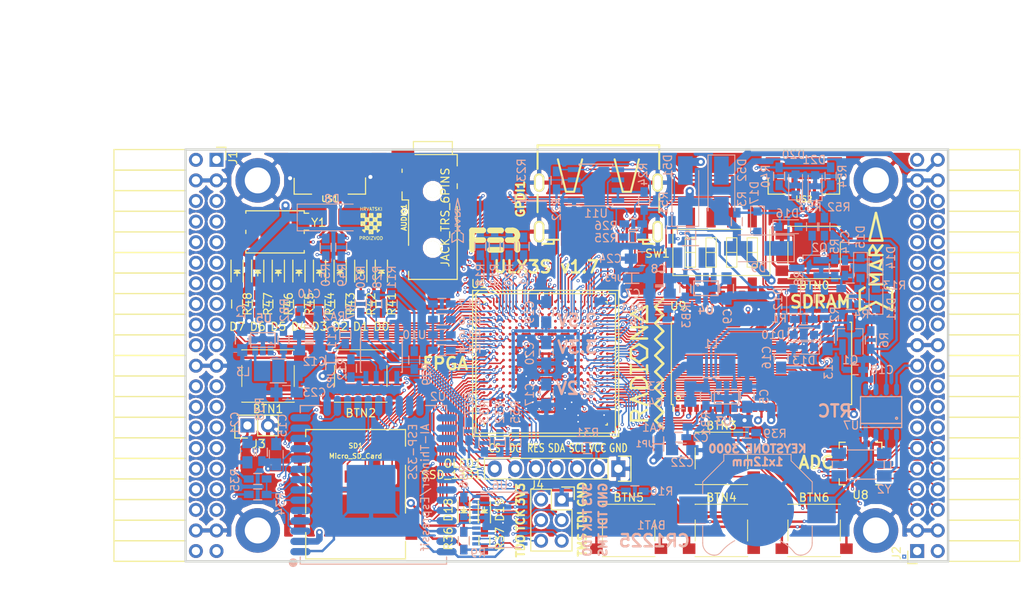
<source format=kicad_pcb>
(kicad_pcb (version 4) (host pcbnew 4.0.7+dfsg1-1)
  (layers (0 F.Cu signal) (1 In1.Cu signal) (2 In2.Cu signal) (31 B.Cu signal) (34 B.Paste user) (35 F.Paste user) (36 B.SilkS user) (37 F.SilkS user) (38 B.Mask user) (39 F.Mask user) (44 Edge.Cuts user))
  (net 0 "")
  (net 1 GND)
  (net 2 +5V)
  (net 3 /gpio/IN5V)
  (net 4 /gpio/OUT5V)
  (net 5 +3V3)
  (net 6 +1V2)
  (net 7 BTN_D)
  (net 8 BTN_F1)
  (net 9 BTN_F2)
  (net 10 BTN_L)
  (net 11 BTN_R)
  (net 12 BTN_U)
  (net 13 /power/FB1)
  (net 14 +2V5)
  (net 15 /power/PWREN)
  (net 16 /power/FB3)
  (net 17 /power/FB2)
  (net 18 "Net-(D9-Pad1)")
  (net 19 /power/VBAT)
  (net 20 JTAG_TDI)
  (net 21 JTAG_TCK)
  (net 22 JTAG_TMS)
  (net 23 JTAG_TDO)
  (net 24 /power/WAKEUPn)
  (net 25 /power/WKUP)
  (net 26 /power/SHUT)
  (net 27 /power/WAKE)
  (net 28 /power/HOLD)
  (net 29 /power/WKn)
  (net 30 /power/OSCI_32k)
  (net 31 /power/OSCO_32k)
  (net 32 "Net-(Q2-Pad3)")
  (net 33 SHUTDOWN)
  (net 34 /analog/AUDIO_L)
  (net 35 /analog/AUDIO_R)
  (net 36 GPDI_5V_SCL)
  (net 37 GPDI_5V_SDA)
  (net 38 GPDI_SDA)
  (net 39 GPDI_SCL)
  (net 40 /gpdi/VREF2)
  (net 41 SD_CMD)
  (net 42 SD_CLK)
  (net 43 SD_D0)
  (net 44 SD_D1)
  (net 45 USB5V)
  (net 46 GPDI_CEC)
  (net 47 nRESET)
  (net 48 FTDI_nDTR)
  (net 49 SDRAM_CKE)
  (net 50 SDRAM_A7)
  (net 51 SDRAM_D15)
  (net 52 SDRAM_BA1)
  (net 53 SDRAM_D7)
  (net 54 SDRAM_A6)
  (net 55 SDRAM_CLK)
  (net 56 SDRAM_D13)
  (net 57 SDRAM_BA0)
  (net 58 SDRAM_D6)
  (net 59 SDRAM_A5)
  (net 60 SDRAM_D14)
  (net 61 SDRAM_A11)
  (net 62 SDRAM_D12)
  (net 63 SDRAM_D5)
  (net 64 SDRAM_A4)
  (net 65 SDRAM_A10)
  (net 66 SDRAM_D11)
  (net 67 SDRAM_A3)
  (net 68 SDRAM_D4)
  (net 69 SDRAM_D10)
  (net 70 SDRAM_D9)
  (net 71 SDRAM_A9)
  (net 72 SDRAM_D3)
  (net 73 SDRAM_D8)
  (net 74 SDRAM_A8)
  (net 75 SDRAM_A2)
  (net 76 SDRAM_A1)
  (net 77 SDRAM_A0)
  (net 78 SDRAM_D2)
  (net 79 SDRAM_D1)
  (net 80 SDRAM_D0)
  (net 81 SDRAM_DQM0)
  (net 82 SDRAM_nCS)
  (net 83 SDRAM_nRAS)
  (net 84 SDRAM_DQM1)
  (net 85 SDRAM_nCAS)
  (net 86 SDRAM_nWE)
  (net 87 /flash/FLASH_nWP)
  (net 88 /flash/FLASH_nHOLD)
  (net 89 /flash/FLASH_MOSI)
  (net 90 /flash/FLASH_MISO)
  (net 91 /flash/FLASH_SCK)
  (net 92 /flash/FLASH_nCS)
  (net 93 /flash/FPGA_PROGRAMN)
  (net 94 /flash/FPGA_DONE)
  (net 95 /flash/FPGA_INITN)
  (net 96 OLED_RES)
  (net 97 OLED_DC)
  (net 98 OLED_CS)
  (net 99 WIFI_EN)
  (net 100 FTDI_nRTS)
  (net 101 FTDI_TXD)
  (net 102 FTDI_RXD)
  (net 103 WIFI_RXD)
  (net 104 WIFI_GPIO0)
  (net 105 WIFI_TXD)
  (net 106 GPDI_ETH-)
  (net 107 GPDI_ETH+)
  (net 108 GPDI_D2+)
  (net 109 GPDI_D2-)
  (net 110 GPDI_D1+)
  (net 111 GPDI_D1-)
  (net 112 GPDI_D0+)
  (net 113 GPDI_D0-)
  (net 114 GPDI_CLK+)
  (net 115 GPDI_CLK-)
  (net 116 USB_FTDI_D+)
  (net 117 USB_FTDI_D-)
  (net 118 J1_17-)
  (net 119 J1_17+)
  (net 120 J1_23-)
  (net 121 J1_23+)
  (net 122 J1_25-)
  (net 123 J1_25+)
  (net 124 J1_27-)
  (net 125 J1_27+)
  (net 126 J1_29-)
  (net 127 J1_29+)
  (net 128 J1_31-)
  (net 129 J1_31+)
  (net 130 J1_33-)
  (net 131 J1_33+)
  (net 132 J1_35-)
  (net 133 J1_35+)
  (net 134 J2_5-)
  (net 135 J2_5+)
  (net 136 J2_7-)
  (net 137 J2_7+)
  (net 138 J2_9-)
  (net 139 J2_9+)
  (net 140 J2_13-)
  (net 141 J2_13+)
  (net 142 J2_17-)
  (net 143 J2_17+)
  (net 144 J2_11-)
  (net 145 J2_11+)
  (net 146 J2_23-)
  (net 147 J2_23+)
  (net 148 J1_5-)
  (net 149 J1_5+)
  (net 150 J1_7-)
  (net 151 J1_7+)
  (net 152 J1_9-)
  (net 153 J1_9+)
  (net 154 J1_11-)
  (net 155 J1_11+)
  (net 156 J1_13-)
  (net 157 J1_13+)
  (net 158 J1_15-)
  (net 159 J1_15+)
  (net 160 J2_15-)
  (net 161 J2_15+)
  (net 162 J2_25-)
  (net 163 J2_25+)
  (net 164 J2_27-)
  (net 165 J2_27+)
  (net 166 J2_29-)
  (net 167 J2_29+)
  (net 168 J2_31-)
  (net 169 J2_31+)
  (net 170 J2_33-)
  (net 171 J2_33+)
  (net 172 J2_35-)
  (net 173 J2_35+)
  (net 174 SD_D3)
  (net 175 AUDIO_L3)
  (net 176 AUDIO_L2)
  (net 177 AUDIO_L1)
  (net 178 AUDIO_L0)
  (net 179 AUDIO_R3)
  (net 180 AUDIO_R2)
  (net 181 AUDIO_R1)
  (net 182 AUDIO_R0)
  (net 183 OLED_CLK)
  (net 184 OLED_MOSI)
  (net 185 LED0)
  (net 186 LED1)
  (net 187 LED2)
  (net 188 LED3)
  (net 189 LED4)
  (net 190 LED5)
  (net 191 LED6)
  (net 192 LED7)
  (net 193 BTN_PWRn)
  (net 194 FTDI_nTXLED)
  (net 195 FTDI_nSLEEP)
  (net 196 /blinkey/LED_PWREN)
  (net 197 /blinkey/LED_TXLED)
  (net 198 FT3V3)
  (net 199 /sdcard/SD3V3)
  (net 200 SD_D2)
  (net 201 CLK_25MHz)
  (net 202 /blinkey/BTNPUL)
  (net 203 /blinkey/BTNPUR)
  (net 204 USB_FPGA_D+)
  (net 205 /power/FTDI_nSUSPEND)
  (net 206 /blinkey/ALED0)
  (net 207 /blinkey/ALED1)
  (net 208 /blinkey/ALED2)
  (net 209 /blinkey/ALED3)
  (net 210 /blinkey/ALED4)
  (net 211 /blinkey/ALED5)
  (net 212 /blinkey/ALED6)
  (net 213 /blinkey/ALED7)
  (net 214 /usb/FTD-)
  (net 215 /usb/FTD+)
  (net 216 ADC_MISO)
  (net 217 ADC_MOSI)
  (net 218 ADC_CSn)
  (net 219 ADC_SCLK)
  (net 220 "Net-(R51-Pad2)")
  (net 221 SW3)
  (net 222 SW2)
  (net 223 SW1)
  (net 224 SW0)
  (net 225 USB_FPGA_D-)
  (net 226 /usb/FPD+)
  (net 227 /usb/FPD-)
  (net 228 WIFI_GPIO16)
  (net 229 WIFI_GPIO15)
  (net 230 /usb/ANT_433MHz)
  (net 231 /power/PWRBTn)
  (net 232 PROG_DONE)
  (net 233 /power/P1V2)
  (net 234 /power/P3V3)
  (net 235 /power/P2V5)
  (net 236 /power/L1)
  (net 237 /power/L3)
  (net 238 /power/L2)
  (net 239 FTDI_TXDEN)
  (net 240 /wifi/WIFIOFF)
  (net 241 SDRAM_A12)
  (module SMD_Packages:1Pin (layer F.Cu) (at 182.67515 111.637626)
    (fp_text reference AE1 hide)
    (fp_text value 433MHz hide)
    (pad 1 smd rect (at 0 0) (size 0.5 0.5) (layers B.Cu F.Paste F.Mask) (net 230 /usb/ANT_433MHz))
  )
  (module Resistors_SMD:R_0603_HandSoldering (layer B.Cu) (at 103.498 98.758 90)
    (fp_text reference R38 (at 5.334 -0.254 90) (layer B.SilkS) (effects (justify mirror)))
    (fp_text value 0.47)
    (pad 1 smd rect (at -1.1 0 90) (size 1.2 0.9) (layers B.Cu B.Paste B.Mask) (net 199 /sdcard/SD3V3))
    (pad 2 smd rect (at 1.1 0 90) (size 1.2 0.9) (layers B.Cu B.Paste B.Mask) (net 5 +3V3))
  )
  (module jumper:SOLDER-JUMPER_1-WAY (layer B.Cu) (at 152.393 97.742 270)
    (fp_text reference JP1 (at 0 1.778 360) (layer B.SilkS) (effects (font (size 0.762 0.762) (thickness 0.1524)) (justify mirror)))
    (fp_text value 1.2 hide)
    (pad 1 smd rect (at -0.6 0 270) (size 1 1) (layers B.Cu B.Paste B.Mask) (net 233 /power/P1V2))
    (pad 2 smd rect (at 0.6 0 270) (size 1 1) (layers B.Cu B.Paste B.Mask) (net 6 +1V2))
  )
  (module ESP32-footprints-Lib:ESP-32S (layer B.Cu) (at 117.313 101.513)
    (fp_text reference U2 (at 7.902 -9.613 180) (layer B.SilkS) (effects (justify mirror)))
    (fp_text value ESP-32S)
    (fp_text user AI-Thinker/Espressif (at 6.3 1.6 270) (layer B.SilkS) (effects (justify mirror)))
    (fp_text user ESP-32S (at 4.8 -2.8 270) (layer B.SilkS) (effects (justify mirror)))
    (pad 38 smd oval (at 8.947434 9.517338 180) (size 2.5 0.9) (layers B.Cu B.Paste B.Mask) (net 1 GND))
    (pad 37 smd oval (at 8.947434 8.247338 180) (size 2.5 0.9) (layers B.Cu B.Paste B.Mask))
    (pad 36 smd oval (at 8.947434 6.977338 180) (size 2.5 0.9) (layers B.Cu B.Paste B.Mask) (net 232 PROG_DONE))
    (pad 35 smd oval (at 8.947434 5.707338 180) (size 2.5 0.9) (layers B.Cu B.Paste B.Mask) (net 105 WIFI_TXD))
    (pad 34 smd oval (at 8.947434 4.437338 180) (size 2.5 0.9) (layers B.Cu B.Paste B.Mask) (net 103 WIFI_RXD))
    (pad 33 smd oval (at 8.947434 3.167338 180) (size 2.5 0.9) (layers B.Cu B.Paste B.Mask) (net 22 JTAG_TMS))
    (pad 32 smd oval (at 8.947434 1.897338 180) (size 2.5 0.9) (layers B.Cu B.Paste B.Mask))
    (pad 31 smd oval (at 8.947434 0.627338 180) (size 2.5 0.9) (layers B.Cu B.Paste B.Mask) (net 20 JTAG_TDI))
    (pad 30 smd oval (at 8.947434 -0.642662 180) (size 2.5 0.9) (layers B.Cu B.Paste B.Mask) (net 21 JTAG_TCK))
    (pad 29 smd oval (at 8.947434 -1.912662 180) (size 2.5 0.9) (layers B.Cu B.Paste B.Mask))
    (pad 28 smd oval (at 8.947434 -3.182662 180) (size 2.5 0.9) (layers B.Cu B.Paste B.Mask) (net 23 JTAG_TDO))
    (pad 27 smd oval (at 8.947434 -4.452662 180) (size 2.5 0.9) (layers B.Cu B.Paste B.Mask) (net 228 WIFI_GPIO16))
    (pad 26 smd oval (at 8.947434 -5.722662 180) (size 2.5 0.9) (layers B.Cu B.Paste B.Mask))
    (pad 25 smd oval (at 8.947434 -6.992662 180) (size 2.5 0.9) (layers B.Cu B.Paste B.Mask) (net 104 WIFI_GPIO0))
    (pad 24 smd oval (at 5.662434 -8.482662 180) (size 0.9 2.5) (layers B.Cu B.Paste B.Mask))
    (pad 23 smd oval (at 4.392434 -8.482662 180) (size 0.9 2.5) (layers B.Cu B.Paste B.Mask) (net 229 WIFI_GPIO15))
    (pad 22 smd oval (at 3.122434 -8.482662 180) (size 0.9 2.5) (layers B.Cu B.Paste B.Mask) (net 44 SD_D1))
    (pad 21 smd oval (at 1.852434 -8.482662 180) (size 0.9 2.5) (layers B.Cu B.Paste B.Mask) (net 43 SD_D0))
    (pad 20 smd oval (at 0.582434 -8.482662 180) (size 0.9 2.5) (layers B.Cu B.Paste B.Mask) (net 42 SD_CLK))
    (pad 19 smd oval (at -0.687566 -8.482662 180) (size 0.9 2.5) (layers B.Cu B.Paste B.Mask) (net 41 SD_CMD))
    (pad 18 smd oval (at -1.957566 -8.482662 180) (size 0.9 2.5) (layers B.Cu B.Paste B.Mask))
    (pad 17 smd oval (at -3.227566 -8.482662 180) (size 0.9 2.5) (layers B.Cu B.Paste B.Mask))
    (pad 16 smd oval (at -4.497566 -8.482662 180) (size 0.9 2.5) (layers B.Cu B.Paste B.Mask) (net 124 J1_27-))
    (pad 15 smd oval (at -5.767566 -8.482662 180) (size 0.9 2.5) (layers B.Cu B.Paste B.Mask) (net 1 GND))
    (pad 14 smd oval (at -9.052566 -6.992662 180) (size 2.5 0.9) (layers B.Cu B.Paste B.Mask) (net 125 J1_27+))
    (pad 13 smd oval (at -9.052566 -5.722662 180) (size 2.5 0.9) (layers B.Cu B.Paste B.Mask) (net 126 J1_29-))
    (pad 12 smd oval (at -9.052566 -4.452662 180) (size 2.5 0.9) (layers B.Cu B.Paste B.Mask) (net 127 J1_29+))
    (pad 11 smd oval (at -9.052566 -3.182662 180) (size 2.5 0.9) (layers B.Cu B.Paste B.Mask) (net 128 J1_31-))
    (pad 10 smd oval (at -9.052566 -1.912662 180) (size 2.5 0.9) (layers B.Cu B.Paste B.Mask) (net 129 J1_31+))
    (pad 9 smd oval (at -9.052566 -0.642662 180) (size 2.5 0.9) (layers B.Cu B.Paste B.Mask) (net 130 J1_33-))
    (pad 8 smd oval (at -9.052566 0.627338 180) (size 2.5 0.9) (layers B.Cu B.Paste B.Mask) (net 131 J1_33+))
    (pad 7 smd oval (at -9.052566 1.897338 180) (size 2.5 0.9) (layers B.Cu B.Paste B.Mask) (net 132 J1_35-))
    (pad 6 smd oval (at -9.052566 3.167338 180) (size 2.5 0.9) (layers B.Cu B.Paste B.Mask) (net 133 J1_35+))
    (pad 5 smd oval (at -9.052566 4.437338 180) (size 2.5 0.9) (layers B.Cu B.Paste B.Mask))
    (pad 4 smd oval (at -9.052566 5.707338 180) (size 2.5 0.9) (layers B.Cu B.Paste B.Mask))
    (pad 3 smd oval (at -9.052566 6.977338 180) (size 2.5 0.9) (layers B.Cu B.Paste B.Mask) (net 99 WIFI_EN))
    (pad 2 smd oval (at -9.052566 8.247338 180) (size 2.5 0.9) (layers B.Cu B.Paste B.Mask) (net 5 +3V3))
    (pad 1 smd oval (at -9.052566 9.517338 180) (size 2.5 0.9) (layers B.Cu B.Paste B.Mask) (net 1 GND))
    (pad 39 smd rect (at -0.352566 1.817338 180) (size 6 6) (layers B.Cu B.Paste B.Mask) (net 1 GND))
  )
  (module Diodes_SMD:D_SMA_Handsoldering (layer B.Cu) (at 155.695 66.5 90)
    (fp_text reference D51 (at 3.048 -2.159 90) (layer B.SilkS) (effects (justify mirror)))
    (fp_text value STPS2L30AF hide)
    (pad 1 smd rect (at -2.5 0 90) (size 3.5 1.8) (layers B.Cu B.Paste B.Mask) (net 2 +5V))
    (pad 2 smd rect (at 2.5 0 90) (size 3.5 1.8) (layers B.Cu B.Paste B.Mask) (net 3 /gpio/IN5V))
  )
  (module Resistors_SMD:R_0603_HandSoldering (layer B.Cu) (at 154.044 71.326 90)
    (fp_text reference R51 (at 3.302 -1.016 90) (layer B.SilkS) (effects (justify mirror)))
    (fp_text value 220)
    (pad 1 smd rect (at -1.1 0 90) (size 1.2 0.9) (layers B.Cu B.Paste B.Mask) (net 5 +3V3))
    (pad 2 smd rect (at 1.1 0 90) (size 1.2 0.9) (layers B.Cu B.Paste B.Mask) (net 220 "Net-(R51-Pad2)"))
  )
  (module Resistors_SMD:R_1210_HandSoldering (layer B.Cu) (at 158.87 88.09 180)
    (fp_text reference L1 (at 0 2.7 180) (layer B.SilkS) (effects (justify mirror)))
    (fp_text value 2.2uH)
    (pad 1 smd rect (at -2 0 180) (size 2 2.5) (layers B.Cu B.Paste B.Mask) (net 236 /power/L1))
    (pad 2 smd rect (at 2 0 180) (size 2 2.5) (layers B.Cu B.Paste B.Mask) (net 233 /power/P1V2))
  )
  (module TSOT-25:TSOT-25 (layer B.Cu) (at 160.775 91.9)
    (fp_text reference U3 (at -0.381 3.048) (layer B.SilkS) (effects (font (thickness 0.2)) (justify mirror)))
    (fp_text value AP3429A)
    (pad 1 smd rect (at -0.95 -1.3) (size 0.7 1.2) (layers B.Cu B.Paste B.Mask) (net 15 /power/PWREN))
    (pad 2 smd rect (at 0 -1.3) (size 0.7 1.2) (layers B.Cu B.Paste B.Mask) (net 1 GND))
    (pad 3 smd rect (at 0.95 -1.3) (size 0.7 1.2) (layers B.Cu B.Paste B.Mask) (net 236 /power/L1))
    (pad 4 smd rect (at 0.95 1.3) (size 0.7 1.2) (layers B.Cu B.Paste B.Mask) (net 2 +5V))
    (pad 5 smd rect (at -0.95 1.3) (size 0.7 1.2) (layers B.Cu B.Paste B.Mask) (net 13 /power/FB1))
  )
  (module Resistors_SMD:R_1210_HandSoldering (layer B.Cu) (at 156.33 74.755 180)
    (fp_text reference L2 (at 0 2.7 180) (layer B.SilkS) (effects (justify mirror)))
    (fp_text value 2.2uH)
    (pad 1 smd rect (at -2 0 180) (size 2 2.5) (layers B.Cu B.Paste B.Mask) (net 237 /power/L3))
    (pad 2 smd rect (at 2 0 180) (size 2 2.5) (layers B.Cu B.Paste B.Mask) (net 234 /power/P3V3))
  )
  (module TSOT-25:TSOT-25 (layer B.Cu) (at 158.235 78.535)
    (fp_text reference U4 (at 0 2.697) (layer B.SilkS) (effects (font (thickness 0.2)) (justify mirror)))
    (fp_text value AP3429A)
    (pad 1 smd rect (at -0.95 -1.3) (size 0.7 1.2) (layers B.Cu B.Paste B.Mask) (net 15 /power/PWREN))
    (pad 2 smd rect (at 0 -1.3) (size 0.7 1.2) (layers B.Cu B.Paste B.Mask) (net 1 GND))
    (pad 3 smd rect (at 0.95 -1.3) (size 0.7 1.2) (layers B.Cu B.Paste B.Mask) (net 237 /power/L3))
    (pad 4 smd rect (at 0.95 1.3) (size 0.7 1.2) (layers B.Cu B.Paste B.Mask) (net 2 +5V))
    (pad 5 smd rect (at -0.95 1.3) (size 0.7 1.2) (layers B.Cu B.Paste B.Mask) (net 16 /power/FB3))
  )
  (module LEDs:LED_0805 (layer F.Cu) (at 118.23 76.66 270)
    (fp_text reference D0 (at 6.604 0 360) (layer F.SilkS))
    (fp_text value RED hide)
    (pad 2 smd rect (at 1.04902 0 90) (size 1.19888 1.19888) (layers F.Cu F.Paste F.Mask) (net 206 /blinkey/ALED0))
    (pad 1 smd rect (at -1.04902 0 90) (size 1.19888 1.19888) (layers F.Cu F.Paste F.Mask) (net 1 GND))
  )
  (module LEDs:LED_0805 (layer F.Cu) (at 115.69 76.66 270)
    (fp_text reference D1 (at 6.604 0 360) (layer F.SilkS))
    (fp_text value RED hide)
    (pad 2 smd rect (at 1.04902 0 90) (size 1.19888 1.19888) (layers F.Cu F.Paste F.Mask) (net 207 /blinkey/ALED1))
    (pad 1 smd rect (at -1.04902 0 90) (size 1.19888 1.19888) (layers F.Cu F.Paste F.Mask) (net 1 GND))
  )
  (module LEDs:LED_0805 (layer F.Cu) (at 113.15 76.66 270)
    (fp_text reference D2 (at 6.604 0 360) (layer F.SilkS))
    (fp_text value RED hide)
    (pad 2 smd rect (at 1.04902 0 90) (size 1.19888 1.19888) (layers F.Cu F.Paste F.Mask) (net 208 /blinkey/ALED2))
    (pad 1 smd rect (at -1.04902 0 90) (size 1.19888 1.19888) (layers F.Cu F.Paste F.Mask) (net 1 GND))
  )
  (module LEDs:LED_0805 (layer F.Cu) (at 110.61 76.66 270)
    (fp_text reference D3 (at 6.604 0 360) (layer F.SilkS))
    (fp_text value RED hide)
    (pad 2 smd rect (at 1.04902 0 90) (size 1.19888 1.19888) (layers F.Cu F.Paste F.Mask) (net 209 /blinkey/ALED3))
    (pad 1 smd rect (at -1.04902 0 90) (size 1.19888 1.19888) (layers F.Cu F.Paste F.Mask) (net 1 GND))
  )
  (module LEDs:LED_0805 (layer F.Cu) (at 108.07 76.66 270)
    (fp_text reference D4 (at 6.604 0 360) (layer F.SilkS))
    (fp_text value RED hide)
    (pad 2 smd rect (at 1.04902 0 90) (size 1.19888 1.19888) (layers F.Cu F.Paste F.Mask) (net 210 /blinkey/ALED4))
    (pad 1 smd rect (at -1.04902 0 90) (size 1.19888 1.19888) (layers F.Cu F.Paste F.Mask) (net 1 GND))
  )
  (module LEDs:LED_0805 (layer F.Cu) (at 105.53 76.66 270)
    (fp_text reference D5 (at 6.604 0 360) (layer F.SilkS))
    (fp_text value RED hide)
    (pad 2 smd rect (at 1.04902 0 90) (size 1.19888 1.19888) (layers F.Cu F.Paste F.Mask) (net 211 /blinkey/ALED5))
    (pad 1 smd rect (at -1.04902 0 90) (size 1.19888 1.19888) (layers F.Cu F.Paste F.Mask) (net 1 GND))
  )
  (module LEDs:LED_0805 (layer F.Cu) (at 102.99 76.66 270)
    (fp_text reference D6 (at 6.604 0 360) (layer F.SilkS))
    (fp_text value RED hide)
    (pad 2 smd rect (at 1.04902 0 90) (size 1.19888 1.19888) (layers F.Cu F.Paste F.Mask) (net 212 /blinkey/ALED6))
    (pad 1 smd rect (at -1.04902 0 90) (size 1.19888 1.19888) (layers F.Cu F.Paste F.Mask) (net 1 GND))
  )
  (module LEDs:LED_0805 (layer F.Cu) (at 100.45 76.66 270)
    (fp_text reference D7 (at 6.604 0 360) (layer F.SilkS))
    (fp_text value RED hide)
    (pad 2 smd rect (at 1.04902 0 90) (size 1.19888 1.19888) (layers F.Cu F.Paste F.Mask) (net 213 /blinkey/ALED7))
    (pad 1 smd rect (at -1.04902 0 90) (size 1.19888 1.19888) (layers F.Cu F.Paste F.Mask) (net 1 GND))
  )
  (module Resistors_SMD:R_1210_HandSoldering (layer B.Cu) (at 105.53 88.725)
    (fp_text reference L3 (at -4.318 0.127) (layer B.SilkS) (effects (justify mirror)))
    (fp_text value 2.2uH)
    (pad 1 smd rect (at -2 0) (size 2 2.5) (layers B.Cu B.Paste B.Mask) (net 238 /power/L2))
    (pad 2 smd rect (at 2 0) (size 2 2.5) (layers B.Cu B.Paste B.Mask) (net 235 /power/P2V5))
  )
  (module TSOT-25:TSOT-25 (layer B.Cu) (at 103.625 84.915 180)
    (fp_text reference U5 (at -0.127 2.667 180) (layer B.SilkS) (effects (font (thickness 0.2)) (justify mirror)))
    (fp_text value AP3429A)
    (pad 1 smd rect (at -0.95 -1.3 180) (size 0.7 1.2) (layers B.Cu B.Paste B.Mask) (net 15 /power/PWREN))
    (pad 2 smd rect (at 0 -1.3 180) (size 0.7 1.2) (layers B.Cu B.Paste B.Mask) (net 1 GND))
    (pad 3 smd rect (at 0.95 -1.3 180) (size 0.7 1.2) (layers B.Cu B.Paste B.Mask) (net 238 /power/L2))
    (pad 4 smd rect (at 0.95 1.3 180) (size 0.7 1.2) (layers B.Cu B.Paste B.Mask) (net 2 +5V))
    (pad 5 smd rect (at -0.95 1.3 180) (size 0.7 1.2) (layers B.Cu B.Paste B.Mask) (net 17 /power/FB2))
  )
  (module Capacitors_SMD:C_0805_HandSoldering (layer B.Cu) (at 101.085 84.915 270)
    (fp_text reference C1 (at -3.429 0.127 270) (layer B.SilkS) (effects (justify mirror)))
    (fp_text value 22uF)
    (pad 1 smd rect (at -1.25 0 270) (size 1.5 1.25) (layers B.Cu B.Paste B.Mask) (net 2 +5V))
    (pad 2 smd rect (at 1.25 0 270) (size 1.5 1.25) (layers B.Cu B.Paste B.Mask) (net 1 GND))
  )
  (module Capacitors_SMD:C_0805_HandSoldering (layer B.Cu) (at 155.06 90.63)
    (fp_text reference C3 (at -3.048 0) (layer B.SilkS) (effects (justify mirror)))
    (fp_text value 22uF)
    (pad 1 smd rect (at -1.25 0) (size 1.5 1.25) (layers B.Cu B.Paste B.Mask) (net 233 /power/P1V2))
    (pad 2 smd rect (at 1.25 0) (size 1.5 1.25) (layers B.Cu B.Paste B.Mask) (net 1 GND))
  )
  (module Capacitors_SMD:C_0805_HandSoldering (layer B.Cu) (at 155.06 92.535)
    (fp_text reference C4 (at -3.048 0.127) (layer B.SilkS) (effects (justify mirror)))
    (fp_text value 22uF)
    (pad 1 smd rect (at -1.25 0) (size 1.5 1.25) (layers B.Cu B.Paste B.Mask) (net 233 /power/P1V2))
    (pad 2 smd rect (at 1.25 0) (size 1.5 1.25) (layers B.Cu B.Paste B.Mask) (net 1 GND))
  )
  (module Capacitors_SMD:C_0805_HandSoldering (layer B.Cu) (at 163.315 91.9 90)
    (fp_text reference C5 (at 0 2.1 90) (layer B.SilkS) (effects (justify mirror)))
    (fp_text value 22uF)
    (pad 1 smd rect (at -1.25 0 90) (size 1.5 1.25) (layers B.Cu B.Paste B.Mask) (net 2 +5V))
    (pad 2 smd rect (at 1.25 0 90) (size 1.5 1.25) (layers B.Cu B.Paste B.Mask) (net 1 GND))
  )
  (module Capacitors_SMD:C_0805_HandSoldering (layer B.Cu) (at 152.52 79.2)
    (fp_text reference C7 (at -3.302 0) (layer B.SilkS) (effects (justify mirror)))
    (fp_text value 22uF)
    (pad 1 smd rect (at -1.25 0) (size 1.5 1.25) (layers B.Cu B.Paste B.Mask) (net 234 /power/P3V3))
    (pad 2 smd rect (at 1.25 0) (size 1.5 1.25) (layers B.Cu B.Paste B.Mask) (net 1 GND))
  )
  (module Capacitors_SMD:C_0805_HandSoldering (layer B.Cu) (at 152.52 77.295)
    (fp_text reference C8 (at -0.127 -1.143) (layer B.SilkS) (effects (justify mirror)))
    (fp_text value 22uF)
    (pad 1 smd rect (at -1.25 0) (size 1.5 1.25) (layers B.Cu B.Paste B.Mask) (net 234 /power/P3V3))
    (pad 2 smd rect (at 1.25 0) (size 1.5 1.25) (layers B.Cu B.Paste B.Mask) (net 1 GND))
  )
  (module Capacitors_SMD:C_0805_HandSoldering (layer B.Cu) (at 160.775 78.565 90)
    (fp_text reference C9 (at -3.429 0.127 90) (layer B.SilkS) (effects (justify mirror)))
    (fp_text value 22uF)
    (pad 1 smd rect (at -1.25 0 90) (size 1.5 1.25) (layers B.Cu B.Paste B.Mask) (net 2 +5V))
    (pad 2 smd rect (at 1.25 0 90) (size 1.5 1.25) (layers B.Cu B.Paste B.Mask) (net 1 GND))
  )
  (module Capacitors_SMD:C_0805_HandSoldering (layer B.Cu) (at 109.34 84.28 180)
    (fp_text reference C11 (at -2.794 -0.254 270) (layer B.SilkS) (effects (justify mirror)))
    (fp_text value 22uF)
    (pad 1 smd rect (at -1.25 0 180) (size 1.5 1.25) (layers B.Cu B.Paste B.Mask) (net 235 /power/P2V5))
    (pad 2 smd rect (at 1.25 0 180) (size 1.5 1.25) (layers B.Cu B.Paste B.Mask) (net 1 GND))
  )
  (module Capacitors_SMD:C_0805_HandSoldering (layer B.Cu) (at 109.34 86.185 180)
    (fp_text reference C12 (at -0.635 -1.397 360) (layer B.SilkS) (effects (justify mirror)))
    (fp_text value 22uF)
    (pad 1 smd rect (at -1.25 0 180) (size 1.5 1.25) (layers B.Cu B.Paste B.Mask) (net 235 /power/P2V5))
    (pad 2 smd rect (at 1.25 0 180) (size 1.5 1.25) (layers B.Cu B.Paste B.Mask) (net 1 GND))
  )
  (module Power_Integrations:SO-8 (layer B.Cu) (at 179.825 93.805 180)
    (fp_text reference U7 (at 3.683 -1.651 180) (layer B.SilkS) (effects (justify mirror)))
    (fp_text value PCF8523)
    (pad 1 smd oval (at -1.905 -2.794 180) (size 0.6096 1.4732) (layers B.Cu B.Paste B.Mask) (net 30 /power/OSCI_32k))
    (pad 2 smd oval (at -0.635 -2.794 180) (size 0.6096 1.4732) (layers B.Cu B.Paste B.Mask) (net 31 /power/OSCO_32k))
    (pad 3 smd oval (at 0.635 -2.794 180) (size 0.6096 1.4732) (layers B.Cu B.Paste B.Mask) (net 19 /power/VBAT))
    (pad 4 smd oval (at 1.905 -2.794 180) (size 0.6096 1.4732) (layers B.Cu B.Paste B.Mask) (net 1 GND))
    (pad 5 smd oval (at 1.905 2.794 180) (size 0.6096 1.4732) (layers B.Cu B.Paste B.Mask) (net 38 GPDI_SDA))
    (pad 6 smd oval (at 0.635 2.794 180) (size 0.6096 1.4732) (layers B.Cu B.Paste B.Mask) (net 39 GPDI_SCL))
    (pad 7 smd oval (at -0.635 2.794 180) (size 0.6096 1.4732) (layers B.Cu B.Paste B.Mask) (net 24 /power/WAKEUPn))
    (pad 8 smd oval (at -1.905 2.794 180) (size 0.6096 1.4732) (layers B.Cu B.Paste B.Mask) (net 5 +3V3))
  )
  (module Capacitors_SMD:C_0805_HandSoldering (layer B.Cu) (at 173.221 84.788 90)
    (fp_text reference C13 (at -3.556 0.127 90) (layer B.SilkS) (effects (justify mirror)))
    (fp_text value 2.2uF)
    (pad 1 smd rect (at -1.25 0 90) (size 1.5 1.25) (layers B.Cu B.Paste B.Mask) (net 2 +5V))
    (pad 2 smd rect (at 1.25 0 90) (size 1.5 1.25) (layers B.Cu B.Paste B.Mask) (net 25 /power/WKUP))
  )
  (module TSOP54:TSOP54 (layer F.Cu) (at 165.08 87.8 90)
    (fp_text reference U9 (at 7.076 -10.274 180) (layer F.SilkS))
    (fp_text value MT48LC4M16A2TG)
    (pad 28 smd rect (at 5.53 10.4 90) (size 0.9 0.56) (layers F.Cu F.Paste F.Mask) (net 1 GND))
    (pad 1 smd rect (at -5.53 -10.4 90) (size 0.9 0.56) (layers F.Cu F.Paste F.Mask) (net 5 +3V3))
    (pad 2 smd rect (at -5.53 -9.6 90) (size 0.9 0.56) (layers F.Cu F.Paste F.Mask) (net 80 SDRAM_D0))
    (pad 3 smd rect (at -5.53 -8.8 90) (size 0.9 0.56) (layers F.Cu F.Paste F.Mask) (net 5 +3V3))
    (pad 4 smd rect (at -5.53 -8 90) (size 0.9 0.56) (layers F.Cu F.Paste F.Mask) (net 79 SDRAM_D1))
    (pad 5 smd rect (at -5.53 -7.2 90) (size 0.9 0.56) (layers F.Cu F.Paste F.Mask) (net 78 SDRAM_D2))
    (pad 6 smd rect (at -5.53 -6.4 90) (size 0.9 0.56) (layers F.Cu F.Paste F.Mask) (net 1 GND))
    (pad 7 smd rect (at -5.53 -5.6 90) (size 0.9 0.56) (layers F.Cu F.Paste F.Mask) (net 72 SDRAM_D3))
    (pad 8 smd rect (at -5.53 -4.8 90) (size 0.9 0.56) (layers F.Cu F.Paste F.Mask) (net 68 SDRAM_D4))
    (pad 9 smd rect (at -5.53 -4 90) (size 0.9 0.56) (layers F.Cu F.Paste F.Mask) (net 5 +3V3))
    (pad 10 smd rect (at -5.53 -3.2 90) (size 0.9 0.56) (layers F.Cu F.Paste F.Mask) (net 63 SDRAM_D5))
    (pad 11 smd rect (at -5.53 -2.4 90) (size 0.9 0.56) (layers F.Cu F.Paste F.Mask) (net 58 SDRAM_D6))
    (pad 12 smd rect (at -5.53 -1.6 90) (size 0.9 0.56) (layers F.Cu F.Paste F.Mask) (net 1 GND))
    (pad 13 smd rect (at -5.53 -0.8 90) (size 0.9 0.56) (layers F.Cu F.Paste F.Mask) (net 53 SDRAM_D7))
    (pad 14 smd rect (at -5.53 0 90) (size 0.9 0.56) (layers F.Cu F.Paste F.Mask) (net 5 +3V3))
    (pad 15 smd rect (at -5.53 0.8 90) (size 0.9 0.56) (layers F.Cu F.Paste F.Mask) (net 81 SDRAM_DQM0))
    (pad 16 smd rect (at -5.53 1.6 90) (size 0.9 0.56) (layers F.Cu F.Paste F.Mask) (net 86 SDRAM_nWE))
    (pad 17 smd rect (at -5.53 2.4 90) (size 0.9 0.56) (layers F.Cu F.Paste F.Mask) (net 85 SDRAM_nCAS))
    (pad 18 smd rect (at -5.53 3.2 90) (size 0.9 0.56) (layers F.Cu F.Paste F.Mask) (net 83 SDRAM_nRAS))
    (pad 19 smd rect (at -5.53 4 90) (size 0.9 0.56) (layers F.Cu F.Paste F.Mask) (net 82 SDRAM_nCS))
    (pad 20 smd rect (at -5.53 4.8 90) (size 0.9 0.56) (layers F.Cu F.Paste F.Mask) (net 57 SDRAM_BA0))
    (pad 21 smd rect (at -5.53 5.6 90) (size 0.9 0.56) (layers F.Cu F.Paste F.Mask) (net 52 SDRAM_BA1))
    (pad 22 smd rect (at -5.53 6.4 90) (size 0.9 0.56) (layers F.Cu F.Paste F.Mask) (net 65 SDRAM_A10))
    (pad 23 smd rect (at -5.53 7.2 90) (size 0.9 0.56) (layers F.Cu F.Paste F.Mask) (net 77 SDRAM_A0))
    (pad 24 smd rect (at -5.53 8 90) (size 0.9 0.56) (layers F.Cu F.Paste F.Mask) (net 76 SDRAM_A1))
    (pad 25 smd rect (at -5.53 8.8 90) (size 0.9 0.56) (layers F.Cu F.Paste F.Mask) (net 75 SDRAM_A2))
    (pad 26 smd rect (at -5.53 9.6 90) (size 0.9 0.56) (layers F.Cu F.Paste F.Mask) (net 67 SDRAM_A3))
    (pad 27 smd rect (at -5.53 10.4 90) (size 0.9 0.56) (layers F.Cu F.Paste F.Mask) (net 5 +3V3))
    (pad 29 smd rect (at 5.53 9.6 90) (size 0.9 0.56) (layers F.Cu F.Paste F.Mask) (net 64 SDRAM_A4))
    (pad 30 smd rect (at 5.53 8.8 90) (size 0.9 0.56) (layers F.Cu F.Paste F.Mask) (net 59 SDRAM_A5))
    (pad 31 smd rect (at 5.53 8 90) (size 0.9 0.56) (layers F.Cu F.Paste F.Mask) (net 54 SDRAM_A6))
    (pad 32 smd rect (at 5.53 7.2 90) (size 0.9 0.56) (layers F.Cu F.Paste F.Mask) (net 50 SDRAM_A7))
    (pad 33 smd rect (at 5.53 6.4 90) (size 0.9 0.56) (layers F.Cu F.Paste F.Mask) (net 74 SDRAM_A8))
    (pad 34 smd rect (at 5.53 5.6 90) (size 0.9 0.56) (layers F.Cu F.Paste F.Mask) (net 71 SDRAM_A9))
    (pad 35 smd rect (at 5.53 4.8 90) (size 0.9 0.56) (layers F.Cu F.Paste F.Mask) (net 61 SDRAM_A11))
    (pad 36 smd rect (at 5.53 4 90) (size 0.9 0.56) (layers F.Cu F.Paste F.Mask) (net 241 SDRAM_A12))
    (pad 37 smd rect (at 5.53 3.2 90) (size 0.9 0.56) (layers F.Cu F.Paste F.Mask) (net 49 SDRAM_CKE))
    (pad 38 smd rect (at 5.53 2.4 90) (size 0.9 0.56) (layers F.Cu F.Paste F.Mask) (net 55 SDRAM_CLK))
    (pad 39 smd rect (at 5.53 1.6 90) (size 0.9 0.56) (layers F.Cu F.Paste F.Mask) (net 84 SDRAM_DQM1))
    (pad 40 smd rect (at 5.53 0.8 90) (size 0.9 0.56) (layers F.Cu F.Paste F.Mask))
    (pad 41 smd rect (at 5.53 0 90) (size 0.9 0.56) (layers F.Cu F.Paste F.Mask) (net 1 GND))
    (pad 42 smd rect (at 5.53 -0.8 90) (size 0.9 0.56) (layers F.Cu F.Paste F.Mask) (net 73 SDRAM_D8))
    (pad 43 smd rect (at 5.53 -1.6 90) (size 0.9 0.56) (layers F.Cu F.Paste F.Mask) (net 5 +3V3))
    (pad 44 smd rect (at 5.53 -2.4 90) (size 0.9 0.56) (layers F.Cu F.Paste F.Mask) (net 70 SDRAM_D9))
    (pad 45 smd rect (at 5.53 -3.2 90) (size 0.9 0.56) (layers F.Cu F.Paste F.Mask) (net 69 SDRAM_D10))
    (pad 46 smd rect (at 5.53 -4 90) (size 0.9 0.56) (layers F.Cu F.Paste F.Mask) (net 1 GND))
    (pad 47 smd rect (at 5.53 -4.8 90) (size 0.9 0.56) (layers F.Cu F.Paste F.Mask) (net 66 SDRAM_D11))
    (pad 48 smd rect (at 5.53 -5.6 90) (size 0.9 0.56) (layers F.Cu F.Paste F.Mask) (net 62 SDRAM_D12))
    (pad 49 smd rect (at 5.53 -6.4 90) (size 0.9 0.56) (layers F.Cu F.Paste F.Mask) (net 5 +3V3))
    (pad 50 smd rect (at 5.53 -7.2 90) (size 0.9 0.56) (layers F.Cu F.Paste F.Mask) (net 56 SDRAM_D13))
    (pad 51 smd rect (at 5.53 -8 90) (size 0.9 0.56) (layers F.Cu F.Paste F.Mask) (net 60 SDRAM_D14))
    (pad 52 smd rect (at 5.53 -8.8 90) (size 0.9 0.56) (layers F.Cu F.Paste F.Mask) (net 1 GND))
    (pad 53 smd rect (at 5.53 -9.6 90) (size 0.9 0.56) (layers F.Cu F.Paste F.Mask) (net 51 SDRAM_D15))
    (pad 54 smd rect (at 5.53 -10.4 90) (size 0.9 0.56) (layers F.Cu F.Paste F.Mask) (net 1 GND))
  )
  (module TO_SOT_Packages_SMD:SOT-23_Handsoldering (layer B.Cu) (at 176.015 84.28 90)
    (fp_text reference Q1 (at -3.1115 0 180) (layer B.SilkS) (effects (justify mirror)))
    (fp_text value BC857)
    (pad 1 smd rect (at -1.5 0.95 90) (size 1.9 0.8) (layers B.Cu B.Paste B.Mask) (net 29 /power/WKn))
    (pad 2 smd rect (at -1.5 -0.95 90) (size 1.9 0.8) (layers B.Cu B.Paste B.Mask) (net 2 +5V))
    (pad 3 smd rect (at 1.5 0 90) (size 1.9 0.8) (layers B.Cu B.Paste B.Mask) (net 25 /power/WKUP))
  )
  (module TO_SOT_Packages_SMD:SOT-23_Handsoldering (layer B.Cu) (at 170.935 76.025 180)
    (fp_text reference Q2 (at -1.295 2.5 180) (layer B.SilkS) (effects (justify mirror)))
    (fp_text value 2N7002)
    (pad 1 smd rect (at -1.5 0.95 180) (size 1.9 0.8) (layers B.Cu B.Paste B.Mask) (net 26 /power/SHUT))
    (pad 2 smd rect (at -1.5 -0.95 180) (size 1.9 0.8) (layers B.Cu B.Paste B.Mask) (net 1 GND))
    (pad 3 smd rect (at 1.5 0 180) (size 1.9 0.8) (layers B.Cu B.Paste B.Mask) (net 32 "Net-(Q2-Pad3)"))
  )
  (module Capacitors_SMD:C_0603_HandSoldering (layer B.Cu) (at 154.86 96.91)
    (fp_text reference C2 (at 2.74 0.07) (layer B.SilkS) (effects (justify mirror)))
    (fp_text value 470pF)
    (pad 1 smd rect (at -0.95 0) (size 1.2 0.75) (layers B.Cu B.Paste B.Mask) (net 233 /power/P1V2))
    (pad 2 smd rect (at 0.95 0) (size 1.2 0.75) (layers B.Cu B.Paste B.Mask) (net 13 /power/FB1))
  )
  (module Capacitors_SMD:C_0603_HandSoldering (layer B.Cu) (at 152.52 82.375)
    (fp_text reference C6 (at -2.794 0.127) (layer B.SilkS) (effects (justify mirror)))
    (fp_text value 470pF)
    (pad 1 smd rect (at -0.95 0) (size 1.2 0.75) (layers B.Cu B.Paste B.Mask) (net 234 /power/P3V3))
    (pad 2 smd rect (at 0.95 0) (size 1.2 0.75) (layers B.Cu B.Paste B.Mask) (net 16 /power/FB3))
  )
  (module Capacitors_SMD:C_0603_HandSoldering (layer B.Cu) (at 109.34 81.105 180)
    (fp_text reference C10 (at 0 1.9 180) (layer B.SilkS) (effects (justify mirror)))
    (fp_text value 470pF)
    (pad 1 smd rect (at -0.95 0 180) (size 1.2 0.75) (layers B.Cu B.Paste B.Mask) (net 235 /power/P2V5))
    (pad 2 smd rect (at 0.95 0 180) (size 1.2 0.75) (layers B.Cu B.Paste B.Mask) (net 17 /power/FB2))
  )
  (module Capacitors_SMD:C_0603_HandSoldering (layer B.Cu) (at 175.38 76.025 270)
    (fp_text reference C14 (at -3.175 0 270) (layer B.SilkS) (effects (justify mirror)))
    (fp_text value 100nF)
    (pad 1 smd rect (at -0.95 0 270) (size 1.2 0.75) (layers B.Cu B.Paste B.Mask) (net 26 /power/SHUT))
    (pad 2 smd rect (at 0.95 0 270) (size 1.2 0.75) (layers B.Cu B.Paste B.Mask) (net 1 GND))
  )
  (module Resistors_SMD:R_0603_HandSoldering (layer B.Cu) (at 170.3 82.375)
    (fp_text reference R1 (at -3.048 -0.127) (layer B.SilkS) (effects (justify mirror)))
    (fp_text value 15k)
    (pad 1 smd rect (at -1.1 0) (size 1.2 0.9) (layers B.Cu B.Paste B.Mask) (net 27 /power/WAKE))
    (pad 2 smd rect (at 1.1 0) (size 1.2 0.9) (layers B.Cu B.Paste B.Mask) (net 15 /power/PWREN))
  )
  (module Resistors_SMD:R_0603_HandSoldering (layer B.Cu) (at 172.84 79.835 90)
    (fp_text reference R2 (at -1.905 1.27 90) (layer B.SilkS) (effects (justify mirror)))
    (fp_text value 47k)
    (pad 1 smd rect (at -1.1 0 90) (size 1.2 0.9) (layers B.Cu B.Paste B.Mask) (net 15 /power/PWREN))
    (pad 2 smd rect (at 1.1 0 90) (size 1.2 0.9) (layers B.Cu B.Paste B.Mask) (net 1 GND))
  )
  (module Resistors_SMD:R_0603_HandSoldering (layer B.Cu) (at 176.015 80.47 180)
    (fp_text reference R4 (at -1.397 -1.27 360) (layer B.SilkS) (effects (justify mirror)))
    (fp_text value 15k)
    (pad 1 smd rect (at -1.1 0 180) (size 1.2 0.9) (layers B.Cu B.Paste B.Mask) (net 28 /power/HOLD))
    (pad 2 smd rect (at 1.1 0 180) (size 1.2 0.9) (layers B.Cu B.Paste B.Mask) (net 15 /power/PWREN))
  )
  (module Resistors_SMD:R_0603_HandSoldering (layer B.Cu) (at 174.11 76.025 270)
    (fp_text reference R5 (at -2.667 0 270) (layer B.SilkS) (effects (justify mirror)))
    (fp_text value 4.7M)
    (pad 1 smd rect (at -1.1 0 270) (size 1.2 0.9) (layers B.Cu B.Paste B.Mask) (net 26 /power/SHUT))
    (pad 2 smd rect (at 1.1 0 270) (size 1.2 0.9) (layers B.Cu B.Paste B.Mask) (net 1 GND))
  )
  (module Resistors_SMD:R_0603_HandSoldering (layer B.Cu) (at 178.555 84.915 270)
    (fp_text reference R6 (at 0 -1.651 270) (layer B.SilkS) (effects (justify mirror)))
    (fp_text value 1k)
    (pad 1 smd rect (at -1.1 0 270) (size 1.2 0.9) (layers B.Cu B.Paste B.Mask) (net 29 /power/WKn))
    (pad 2 smd rect (at 1.1 0 270) (size 1.2 0.9) (layers B.Cu B.Paste B.Mask) (net 24 /power/WAKEUPn))
  )
  (module Resistors_SMD:R_0603_HandSoldering (layer B.Cu) (at 113.785 84.28 270)
    (fp_text reference R7 (at -2.794 -0.635 270) (layer B.SilkS) (effects (justify mirror)))
    (fp_text value 220)
    (pad 1 smd rect (at -1.1 0 270) (size 1.2 0.9) (layers B.Cu B.Paste B.Mask) (net 5 +3V3))
    (pad 2 smd rect (at 1.1 0 270) (size 1.2 0.9) (layers B.Cu B.Paste B.Mask) (net 202 /blinkey/BTNPUL))
  )
  (module Resistors_SMD:R_0603_HandSoldering (layer B.Cu) (at 170.935 79.835 90)
    (fp_text reference R8 (at 2.54 -1.27 90) (layer B.SilkS) (effects (justify mirror)))
    (fp_text value 1k)
    (pad 1 smd rect (at -1.1 0 90) (size 1.2 0.9) (layers B.Cu B.Paste B.Mask) (net 15 /power/PWREN))
    (pad 2 smd rect (at 1.1 0 90) (size 1.2 0.9) (layers B.Cu B.Paste B.Mask) (net 32 "Net-(Q2-Pad3)"))
  )
  (module Resistors_SMD:R_0603_HandSoldering (layer B.Cu) (at 128.39 109.68 270)
    (fp_text reference R9 (at 1.524 -1.778 360) (layer B.SilkS) (effects (justify mirror)))
    (fp_text value 15k)
    (pad 1 smd rect (at -1.1 0 270) (size 1.2 0.9) (layers B.Cu B.Paste B.Mask) (net 47 nRESET))
    (pad 2 smd rect (at 1.1 0 270) (size 1.2 0.9) (layers B.Cu B.Paste B.Mask) (net 198 FT3V3))
  )
  (module Resistors_SMD:R_0603_HandSoldering (layer B.Cu) (at 149.472 103.584 180)
    (fp_text reference R10 (at -3.302 0 180) (layer B.SilkS) (effects (justify mirror)))
    (fp_text value 220)
    (pad 1 smd rect (at -1.1 0 180) (size 1.2 0.9) (layers B.Cu B.Paste B.Mask) (net 205 /power/FTDI_nSUSPEND))
    (pad 2 smd rect (at 1.1 0 180) (size 1.2 0.9) (layers B.Cu B.Paste B.Mask) (net 195 FTDI_nSLEEP))
  )
  (module Resistors_SMD:R_0603_HandSoldering (layer B.Cu) (at 176.015 78.565 180)
    (fp_text reference R13 (at -5.461 0.381 180) (layer B.SilkS) (effects (justify mirror)))
    (fp_text value 15k)
    (pad 1 smd rect (at -1.1 0 180) (size 1.2 0.9) (layers B.Cu B.Paste B.Mask) (net 33 SHUTDOWN))
    (pad 2 smd rect (at 1.1 0 180) (size 1.2 0.9) (layers B.Cu B.Paste B.Mask) (net 1 GND))
  )
  (module Resistors_SMD:R_0603_HandSoldering (layer B.Cu) (at 154.86 95.64)
    (fp_text reference RA1 (at -3.102 0.07) (layer B.SilkS) (effects (justify mirror)))
    (fp_text value 15k)
    (pad 1 smd rect (at -1.1 0) (size 1.2 0.9) (layers B.Cu B.Paste B.Mask) (net 233 /power/P1V2))
    (pad 2 smd rect (at 1.1 0) (size 1.2 0.9) (layers B.Cu B.Paste B.Mask) (net 13 /power/FB1))
  )
  (module Resistors_SMD:R_0603_HandSoldering (layer B.Cu) (at 109.34 82.375 180)
    (fp_text reference RA2 (at -3.048 0.381 360) (layer B.SilkS) (effects (justify mirror)))
    (fp_text value 15k)
    (pad 1 smd rect (at -1.1 0 180) (size 1.2 0.9) (layers B.Cu B.Paste B.Mask) (net 235 /power/P2V5))
    (pad 2 smd rect (at 1.1 0 180) (size 1.2 0.9) (layers B.Cu B.Paste B.Mask) (net 17 /power/FB2))
  )
  (module Resistors_SMD:R_0603_HandSoldering (layer B.Cu) (at 152.52 81.105)
    (fp_text reference RA3 (at -3.302 -0.127) (layer B.SilkS) (effects (justify mirror)))
    (fp_text value 15k)
    (pad 1 smd rect (at -1.1 0) (size 1.2 0.9) (layers B.Cu B.Paste B.Mask) (net 234 /power/P3V3))
    (pad 2 smd rect (at 1.1 0) (size 1.2 0.9) (layers B.Cu B.Paste B.Mask) (net 16 /power/FB3))
  )
  (module Resistors_SMD:R_0603_HandSoldering (layer B.Cu) (at 158.235 91.9 270)
    (fp_text reference RB1 (at 3.302 0 270) (layer B.SilkS) (effects (justify mirror)))
    (fp_text value 15k)
    (pad 1 smd rect (at -1.1 0 270) (size 1.2 0.9) (layers B.Cu B.Paste B.Mask) (net 1 GND))
    (pad 2 smd rect (at 1.1 0 270) (size 1.2 0.9) (layers B.Cu B.Paste B.Mask) (net 13 /power/FB1))
  )
  (module Resistors_SMD:R_0603_HandSoldering (layer B.Cu) (at 106.165 84.915 90)
    (fp_text reference RB2 (at 3.683 0.127 90) (layer B.SilkS) (effects (justify mirror)))
    (fp_text value 4.7k)
    (pad 1 smd rect (at -1.1 0 90) (size 1.2 0.9) (layers B.Cu B.Paste B.Mask) (net 1 GND))
    (pad 2 smd rect (at 1.1 0 90) (size 1.2 0.9) (layers B.Cu B.Paste B.Mask) (net 17 /power/FB2))
  )
  (module Resistors_SMD:R_0603_HandSoldering (layer B.Cu) (at 155.695 78.565 270)
    (fp_text reference RB3 (at 3.429 -0.127 270) (layer B.SilkS) (effects (justify mirror)))
    (fp_text value 3.3k)
    (pad 1 smd rect (at -1.1 0 270) (size 1.2 0.9) (layers B.Cu B.Paste B.Mask) (net 1 GND))
    (pad 2 smd rect (at 1.1 0 270) (size 1.2 0.9) (layers B.Cu B.Paste B.Mask) (net 16 /power/FB3))
  )
  (module Resistors_SMD:R_0603_HandSoldering (layer B.Cu) (at 125.682 86.185 180)
    (fp_text reference R14 (at -3.47 0.127 180) (layer B.SilkS) (effects (justify mirror)))
    (fp_text value 800)
    (pad 1 smd rect (at -1.1 0 180) (size 1.2 0.9) (layers B.Cu B.Paste B.Mask) (net 175 AUDIO_L3))
    (pad 2 smd rect (at 1.1 0 180) (size 1.2 0.9) (layers B.Cu B.Paste B.Mask) (net 34 /analog/AUDIO_L))
  )
  (module Resistors_SMD:R_0603_HandSoldering (layer B.Cu) (at 125.682 84.279 180)
    (fp_text reference R15 (at -3.47 -0.001 180) (layer B.SilkS) (effects (justify mirror)))
    (fp_text value 400)
    (pad 1 smd rect (at -1.1 0 180) (size 1.2 0.9) (layers B.Cu B.Paste B.Mask) (net 176 AUDIO_L2))
    (pad 2 smd rect (at 1.1 0 180) (size 1.2 0.9) (layers B.Cu B.Paste B.Mask) (net 34 /analog/AUDIO_L))
  )
  (module Resistors_SMD:R_0603_HandSoldering (layer B.Cu) (at 125.682 82.375 180)
    (fp_text reference R16 (at -3.47 -0.127 180) (layer B.SilkS) (effects (justify mirror)))
    (fp_text value 200)
    (pad 1 smd rect (at -1.1 0 180) (size 1.2 0.9) (layers B.Cu B.Paste B.Mask) (net 177 AUDIO_L1))
    (pad 2 smd rect (at 1.1 0 180) (size 1.2 0.9) (layers B.Cu B.Paste B.Mask) (net 34 /analog/AUDIO_L))
  )
  (module Resistors_SMD:R_0603_HandSoldering (layer B.Cu) (at 125.682 80.47 180)
    (fp_text reference R17 (at -3.47 0 180) (layer B.SilkS) (effects (justify mirror)))
    (fp_text value 100)
    (pad 1 smd rect (at -1.1 0 180) (size 1.2 0.9) (layers B.Cu B.Paste B.Mask) (net 178 AUDIO_L0))
    (pad 2 smd rect (at 1.1 0 180) (size 1.2 0.9) (layers B.Cu B.Paste B.Mask) (net 34 /analog/AUDIO_L))
  )
  (module Resistors_SMD:R_0603_HandSoldering (layer B.Cu) (at 130.422 73.358 90)
    (fp_text reference R18 (at -3.556 0 90) (layer B.SilkS) (effects (justify mirror)))
    (fp_text value 800)
    (pad 1 smd rect (at -1.1 0 90) (size 1.2 0.9) (layers B.Cu B.Paste B.Mask) (net 179 AUDIO_R3))
    (pad 2 smd rect (at 1.1 0 90) (size 1.2 0.9) (layers B.Cu B.Paste B.Mask) (net 35 /analog/AUDIO_R))
  )
  (module Resistors_SMD:R_0603_HandSoldering (layer B.Cu) (at 132.2 73.358 90)
    (fp_text reference R19 (at -3.556 0 90) (layer B.SilkS) (effects (justify mirror)))
    (fp_text value 400)
    (pad 1 smd rect (at -1.1 0 90) (size 1.2 0.9) (layers B.Cu B.Paste B.Mask) (net 180 AUDIO_R2))
    (pad 2 smd rect (at 1.1 0 90) (size 1.2 0.9) (layers B.Cu B.Paste B.Mask) (net 35 /analog/AUDIO_R))
  )
  (module Resistors_SMD:R_0603_HandSoldering (layer B.Cu) (at 133.978 73.358 90)
    (fp_text reference R20 (at -3.556 0 90) (layer B.SilkS) (effects (justify mirror)))
    (fp_text value 200)
    (pad 1 smd rect (at -1.1 0 90) (size 1.2 0.9) (layers B.Cu B.Paste B.Mask) (net 181 AUDIO_R1))
    (pad 2 smd rect (at 1.1 0 90) (size 1.2 0.9) (layers B.Cu B.Paste B.Mask) (net 35 /analog/AUDIO_R))
  )
  (module Resistors_SMD:R_0603_HandSoldering (layer B.Cu) (at 135.756 73.358 90)
    (fp_text reference R21 (at -3.556 0 90) (layer B.SilkS) (effects (justify mirror)))
    (fp_text value 100)
    (pad 1 smd rect (at -1.1 0 90) (size 1.2 0.9) (layers B.Cu B.Paste B.Mask) (net 182 AUDIO_R0))
    (pad 2 smd rect (at 1.1 0 90) (size 1.2 0.9) (layers B.Cu B.Paste B.Mask) (net 35 /analog/AUDIO_R))
  )
  (module Housings_SOIC:SOIC-8_3.9x4.9mm_Pitch1.27mm (layer B.Cu) (at 118.23 86.82 270)
    (fp_text reference U10 (at -2.54 -4.064 360) (layer B.SilkS) (effects (justify mirror)))
    (fp_text value S25FL164K0XMFI011)
    (pad 1 smd rect (at -2.7 1.905 270) (size 1.55 0.6) (layers B.Cu B.Paste B.Mask) (net 92 /flash/FLASH_nCS))
    (pad 2 smd rect (at -2.7 0.635 270) (size 1.55 0.6) (layers B.Cu B.Paste B.Mask) (net 90 /flash/FLASH_MISO))
    (pad 3 smd rect (at -2.7 -0.635 270) (size 1.55 0.6) (layers B.Cu B.Paste B.Mask) (net 87 /flash/FLASH_nWP))
    (pad 4 smd rect (at -2.7 -1.905 270) (size 1.55 0.6) (layers B.Cu B.Paste B.Mask) (net 1 GND))
    (pad 5 smd rect (at 2.7 -1.905 270) (size 1.55 0.6) (layers B.Cu B.Paste B.Mask) (net 89 /flash/FLASH_MOSI))
    (pad 6 smd rect (at 2.7 -0.635 270) (size 1.55 0.6) (layers B.Cu B.Paste B.Mask) (net 91 /flash/FLASH_SCK))
    (pad 7 smd rect (at 2.7 0.635 270) (size 1.55 0.6) (layers B.Cu B.Paste B.Mask) (net 88 /flash/FLASH_nHOLD))
    (pad 8 smd rect (at 2.7 1.905 270) (size 1.55 0.6) (layers B.Cu B.Paste B.Mask) (net 5 +3V3))
  )
  (module Capacitors_SMD:C_0603_HandSoldering (layer B.Cu) (at 176.65 88.598)
    (fp_text reference C18 (at 3.302 0) (layer B.SilkS) (effects (justify mirror)))
    (fp_text value 100nF)
    (pad 1 smd rect (at -0.95 0) (size 1.2 0.75) (layers B.Cu B.Paste B.Mask) (net 2 +5V))
    (pad 2 smd rect (at 0.95 0) (size 1.2 0.75) (layers B.Cu B.Paste B.Mask) (net 1 GND))
  )
  (module Housings_SOIC:SOIC-8_3.9x4.9mm_Pitch1.27mm (layer B.Cu) (at 144.68 65.8)
    (fp_text reference U11 (at 0 3.5) (layer B.SilkS) (effects (justify mirror)))
    (fp_text value PCA9306DCTR)
    (pad 1 smd rect (at -2.7 1.905) (size 1.55 0.6) (layers B.Cu B.Paste B.Mask) (net 1 GND))
    (pad 2 smd rect (at -2.7 0.635) (size 1.55 0.6) (layers B.Cu B.Paste B.Mask) (net 5 +3V3))
    (pad 3 smd rect (at -2.7 -0.635) (size 1.55 0.6) (layers B.Cu B.Paste B.Mask) (net 39 GPDI_SCL))
    (pad 4 smd rect (at -2.7 -1.905) (size 1.55 0.6) (layers B.Cu B.Paste B.Mask) (net 38 GPDI_SDA))
    (pad 5 smd rect (at 2.7 -1.905) (size 1.55 0.6) (layers B.Cu B.Paste B.Mask) (net 37 GPDI_5V_SDA))
    (pad 6 smd rect (at 2.7 -0.635) (size 1.55 0.6) (layers B.Cu B.Paste B.Mask) (net 36 GPDI_5V_SCL))
    (pad 7 smd rect (at 2.7 0.635) (size 1.55 0.6) (layers B.Cu B.Paste B.Mask) (net 40 /gpdi/VREF2))
    (pad 8 smd rect (at 2.7 1.905) (size 1.55 0.6) (layers B.Cu B.Paste B.Mask) (net 40 /gpdi/VREF2))
  )
  (module Socket_Strips:Socket_Strip_Angled_2x20 (layer F.Cu) (at 97.91 62.69 270)
    (fp_text reference J1 (at -0.254 -2.032 270) (layer F.SilkS))
    (fp_text value CONN_02X20 hide)
    (pad 1 thru_hole rect (at 0 0 270) (size 1.7272 1.7272) (drill 1.016) (layers *.Cu *.Mask) (net 5 +3V3))
    (pad 2 thru_hole oval (at 0 2.54 270) (size 1.7272 1.7272) (drill 1.016) (layers *.Cu *.Mask) (net 5 +3V3))
    (pad 3 thru_hole oval (at 2.54 0 270) (size 1.7272 1.7272) (drill 1.016) (layers *.Cu *.Mask) (net 1 GND))
    (pad 4 thru_hole oval (at 2.54 2.54 270) (size 1.7272 1.7272) (drill 1.016) (layers *.Cu *.Mask) (net 1 GND))
    (pad 5 thru_hole oval (at 5.08 0 270) (size 1.7272 1.7272) (drill 1.016) (layers *.Cu *.Mask) (net 148 J1_5-))
    (pad 6 thru_hole oval (at 5.08 2.54 270) (size 1.7272 1.7272) (drill 1.016) (layers *.Cu *.Mask) (net 149 J1_5+))
    (pad 7 thru_hole oval (at 7.62 0 270) (size 1.7272 1.7272) (drill 1.016) (layers *.Cu *.Mask) (net 150 J1_7-))
    (pad 8 thru_hole oval (at 7.62 2.54 270) (size 1.7272 1.7272) (drill 1.016) (layers *.Cu *.Mask) (net 151 J1_7+))
    (pad 9 thru_hole oval (at 10.16 0 270) (size 1.7272 1.7272) (drill 1.016) (layers *.Cu *.Mask) (net 152 J1_9-))
    (pad 10 thru_hole oval (at 10.16 2.54 270) (size 1.7272 1.7272) (drill 1.016) (layers *.Cu *.Mask) (net 153 J1_9+))
    (pad 11 thru_hole oval (at 12.7 0 270) (size 1.7272 1.7272) (drill 1.016) (layers *.Cu *.Mask) (net 154 J1_11-))
    (pad 12 thru_hole oval (at 12.7 2.54 270) (size 1.7272 1.7272) (drill 1.016) (layers *.Cu *.Mask) (net 155 J1_11+))
    (pad 13 thru_hole oval (at 15.24 0 270) (size 1.7272 1.7272) (drill 1.016) (layers *.Cu *.Mask) (net 156 J1_13-))
    (pad 14 thru_hole oval (at 15.24 2.54 270) (size 1.7272 1.7272) (drill 1.016) (layers *.Cu *.Mask) (net 157 J1_13+))
    (pad 15 thru_hole oval (at 17.78 0 270) (size 1.7272 1.7272) (drill 1.016) (layers *.Cu *.Mask) (net 158 J1_15-))
    (pad 16 thru_hole oval (at 17.78 2.54 270) (size 1.7272 1.7272) (drill 1.016) (layers *.Cu *.Mask) (net 159 J1_15+))
    (pad 17 thru_hole oval (at 20.32 0 270) (size 1.7272 1.7272) (drill 1.016) (layers *.Cu *.Mask) (net 118 J1_17-))
    (pad 18 thru_hole oval (at 20.32 2.54 270) (size 1.7272 1.7272) (drill 1.016) (layers *.Cu *.Mask) (net 119 J1_17+))
    (pad 19 thru_hole oval (at 22.86 0 270) (size 1.7272 1.7272) (drill 1.016) (layers *.Cu *.Mask) (net 5 +3V3))
    (pad 20 thru_hole oval (at 22.86 2.54 270) (size 1.7272 1.7272) (drill 1.016) (layers *.Cu *.Mask) (net 5 +3V3))
    (pad 21 thru_hole oval (at 25.4 0 270) (size 1.7272 1.7272) (drill 1.016) (layers *.Cu *.Mask) (net 1 GND))
    (pad 22 thru_hole oval (at 25.4 2.54 270) (size 1.7272 1.7272) (drill 1.016) (layers *.Cu *.Mask) (net 1 GND))
    (pad 23 thru_hole oval (at 27.94 0 270) (size 1.7272 1.7272) (drill 1.016) (layers *.Cu *.Mask) (net 120 J1_23-))
    (pad 24 thru_hole oval (at 27.94 2.54 270) (size 1.7272 1.7272) (drill 1.016) (layers *.Cu *.Mask) (net 121 J1_23+))
    (pad 25 thru_hole oval (at 30.48 0 270) (size 1.7272 1.7272) (drill 1.016) (layers *.Cu *.Mask) (net 122 J1_25-))
    (pad 26 thru_hole oval (at 30.48 2.54 270) (size 1.7272 1.7272) (drill 1.016) (layers *.Cu *.Mask) (net 123 J1_25+))
    (pad 27 thru_hole oval (at 33.02 0 270) (size 1.7272 1.7272) (drill 1.016) (layers *.Cu *.Mask) (net 124 J1_27-))
    (pad 28 thru_hole oval (at 33.02 2.54 270) (size 1.7272 1.7272) (drill 1.016) (layers *.Cu *.Mask) (net 125 J1_27+))
    (pad 29 thru_hole oval (at 35.56 0 270) (size 1.7272 1.7272) (drill 1.016) (layers *.Cu *.Mask) (net 126 J1_29-))
    (pad 30 thru_hole oval (at 35.56 2.54 270) (size 1.7272 1.7272) (drill 1.016) (layers *.Cu *.Mask) (net 127 J1_29+))
    (pad 31 thru_hole oval (at 38.1 0 270) (size 1.7272 1.7272) (drill 1.016) (layers *.Cu *.Mask) (net 128 J1_31-))
    (pad 32 thru_hole oval (at 38.1 2.54 270) (size 1.7272 1.7272) (drill 1.016) (layers *.Cu *.Mask) (net 129 J1_31+))
    (pad 33 thru_hole oval (at 40.64 0 270) (size 1.7272 1.7272) (drill 1.016) (layers *.Cu *.Mask) (net 130 J1_33-))
    (pad 34 thru_hole oval (at 40.64 2.54 270) (size 1.7272 1.7272) (drill 1.016) (layers *.Cu *.Mask) (net 131 J1_33+))
    (pad 35 thru_hole oval (at 43.18 0 270) (size 1.7272 1.7272) (drill 1.016) (layers *.Cu *.Mask) (net 132 J1_35-))
    (pad 36 thru_hole oval (at 43.18 2.54 270) (size 1.7272 1.7272) (drill 1.016) (layers *.Cu *.Mask) (net 133 J1_35+))
    (pad 37 thru_hole oval (at 45.72 0 270) (size 1.7272 1.7272) (drill 1.016) (layers *.Cu *.Mask) (net 1 GND))
    (pad 38 thru_hole oval (at 45.72 2.54 270) (size 1.7272 1.7272) (drill 1.016) (layers *.Cu *.Mask) (net 1 GND))
    (pad 39 thru_hole oval (at 48.26 0 270) (size 1.7272 1.7272) (drill 1.016) (layers *.Cu *.Mask) (net 5 +3V3))
    (pad 40 thru_hole oval (at 48.26 2.54 270) (size 1.7272 1.7272) (drill 1.016) (layers *.Cu *.Mask) (net 5 +3V3))
  )
  (module Socket_Strips:Socket_Strip_Angled_2x20 (layer F.Cu) (at 184.27 110.95 90)
    (fp_text reference J2 (at -0.254 -2.54 90) (layer F.SilkS))
    (fp_text value CONN_02X20 hide)
    (pad 1 thru_hole rect (at 0 0 90) (size 1.7272 1.7272) (drill 1.016) (layers *.Cu *.Mask) (net 5 +3V3))
    (pad 2 thru_hole oval (at 0 2.54 90) (size 1.7272 1.7272) (drill 1.016) (layers *.Cu *.Mask) (net 5 +3V3))
    (pad 3 thru_hole oval (at 2.54 0 90) (size 1.7272 1.7272) (drill 1.016) (layers *.Cu *.Mask) (net 1 GND))
    (pad 4 thru_hole oval (at 2.54 2.54 90) (size 1.7272 1.7272) (drill 1.016) (layers *.Cu *.Mask) (net 1 GND))
    (pad 5 thru_hole oval (at 5.08 0 90) (size 1.7272 1.7272) (drill 1.016) (layers *.Cu *.Mask) (net 134 J2_5-))
    (pad 6 thru_hole oval (at 5.08 2.54 90) (size 1.7272 1.7272) (drill 1.016) (layers *.Cu *.Mask) (net 135 J2_5+))
    (pad 7 thru_hole oval (at 7.62 0 90) (size 1.7272 1.7272) (drill 1.016) (layers *.Cu *.Mask) (net 136 J2_7-))
    (pad 8 thru_hole oval (at 7.62 2.54 90) (size 1.7272 1.7272) (drill 1.016) (layers *.Cu *.Mask) (net 137 J2_7+))
    (pad 9 thru_hole oval (at 10.16 0 90) (size 1.7272 1.7272) (drill 1.016) (layers *.Cu *.Mask) (net 138 J2_9-))
    (pad 10 thru_hole oval (at 10.16 2.54 90) (size 1.7272 1.7272) (drill 1.016) (layers *.Cu *.Mask) (net 139 J2_9+))
    (pad 11 thru_hole oval (at 12.7 0 90) (size 1.7272 1.7272) (drill 1.016) (layers *.Cu *.Mask) (net 144 J2_11-))
    (pad 12 thru_hole oval (at 12.7 2.54 90) (size 1.7272 1.7272) (drill 1.016) (layers *.Cu *.Mask) (net 145 J2_11+))
    (pad 13 thru_hole oval (at 15.24 0 90) (size 1.7272 1.7272) (drill 1.016) (layers *.Cu *.Mask) (net 140 J2_13-))
    (pad 14 thru_hole oval (at 15.24 2.54 90) (size 1.7272 1.7272) (drill 1.016) (layers *.Cu *.Mask) (net 141 J2_13+))
    (pad 15 thru_hole oval (at 17.78 0 90) (size 1.7272 1.7272) (drill 1.016) (layers *.Cu *.Mask) (net 160 J2_15-))
    (pad 16 thru_hole oval (at 17.78 2.54 90) (size 1.7272 1.7272) (drill 1.016) (layers *.Cu *.Mask) (net 161 J2_15+))
    (pad 17 thru_hole oval (at 20.32 0 90) (size 1.7272 1.7272) (drill 1.016) (layers *.Cu *.Mask) (net 142 J2_17-))
    (pad 18 thru_hole oval (at 20.32 2.54 90) (size 1.7272 1.7272) (drill 1.016) (layers *.Cu *.Mask) (net 143 J2_17+))
    (pad 19 thru_hole oval (at 22.86 0 90) (size 1.7272 1.7272) (drill 1.016) (layers *.Cu *.Mask) (net 5 +3V3))
    (pad 20 thru_hole oval (at 22.86 2.54 90) (size 1.7272 1.7272) (drill 1.016) (layers *.Cu *.Mask) (net 5 +3V3))
    (pad 21 thru_hole oval (at 25.4 0 90) (size 1.7272 1.7272) (drill 1.016) (layers *.Cu *.Mask) (net 1 GND))
    (pad 22 thru_hole oval (at 25.4 2.54 90) (size 1.7272 1.7272) (drill 1.016) (layers *.Cu *.Mask) (net 1 GND))
    (pad 23 thru_hole oval (at 27.94 0 90) (size 1.7272 1.7272) (drill 1.016) (layers *.Cu *.Mask) (net 146 J2_23-))
    (pad 24 thru_hole oval (at 27.94 2.54 90) (size 1.7272 1.7272) (drill 1.016) (layers *.Cu *.Mask) (net 147 J2_23+))
    (pad 25 thru_hole oval (at 30.48 0 90) (size 1.7272 1.7272) (drill 1.016) (layers *.Cu *.Mask) (net 162 J2_25-))
    (pad 26 thru_hole oval (at 30.48 2.54 90) (size 1.7272 1.7272) (drill 1.016) (layers *.Cu *.Mask) (net 163 J2_25+))
    (pad 27 thru_hole oval (at 33.02 0 90) (size 1.7272 1.7272) (drill 1.016) (layers *.Cu *.Mask) (net 164 J2_27-))
    (pad 28 thru_hole oval (at 33.02 2.54 90) (size 1.7272 1.7272) (drill 1.016) (layers *.Cu *.Mask) (net 165 J2_27+))
    (pad 29 thru_hole oval (at 35.56 0 90) (size 1.7272 1.7272) (drill 1.016) (layers *.Cu *.Mask) (net 166 J2_29-))
    (pad 30 thru_hole oval (at 35.56 2.54 90) (size 1.7272 1.7272) (drill 1.016) (layers *.Cu *.Mask) (net 167 J2_29+))
    (pad 31 thru_hole oval (at 38.1 0 90) (size 1.7272 1.7272) (drill 1.016) (layers *.Cu *.Mask) (net 168 J2_31-))
    (pad 32 thru_hole oval (at 38.1 2.54 90) (size 1.7272 1.7272) (drill 1.016) (layers *.Cu *.Mask) (net 169 J2_31+))
    (pad 33 thru_hole oval (at 40.64 0 90) (size 1.7272 1.7272) (drill 1.016) (layers *.Cu *.Mask) (net 170 J2_33-))
    (pad 34 thru_hole oval (at 40.64 2.54 90) (size 1.7272 1.7272) (drill 1.016) (layers *.Cu *.Mask) (net 171 J2_33+))
    (pad 35 thru_hole oval (at 43.18 0 90) (size 1.7272 1.7272) (drill 1.016) (layers *.Cu *.Mask) (net 172 J2_35-))
    (pad 36 thru_hole oval (at 43.18 2.54 90) (size 1.7272 1.7272) (drill 1.016) (layers *.Cu *.Mask) (net 173 J2_35+))
    (pad 37 thru_hole oval (at 45.72 0 90) (size 1.7272 1.7272) (drill 1.016) (layers *.Cu *.Mask) (net 1 GND))
    (pad 38 thru_hole oval (at 45.72 2.54 90) (size 1.7272 1.7272) (drill 1.016) (layers *.Cu *.Mask) (net 1 GND))
    (pad 39 thru_hole oval (at 48.26 0 90) (size 1.7272 1.7272) (drill 1.016) (layers *.Cu *.Mask) (net 3 /gpio/IN5V))
    (pad 40 thru_hole oval (at 48.26 2.54 90) (size 1.7272 1.7272) (drill 1.016) (layers *.Cu *.Mask) (net 4 /gpio/OUT5V))
  )
  (module Mounting_Holes:MountingHole_3.2mm_M3_ISO14580_Pad (layer F.Cu) (at 102.99 108.41)
    (fp_text reference H1 hide)
    (fp_text value HOLE hide)
    (pad 1 thru_hole circle (at 0 0) (size 5.5 5.5) (drill 3.2) (layers *.Cu *.Mask) (net 1 GND))
  )
  (module Mounting_Holes:MountingHole_3.2mm_M3_ISO14580_Pad (layer F.Cu) (at 179.19 108.41)
    (fp_text reference H2 hide)
    (fp_text value HOLE hide)
    (pad 1 thru_hole circle (at 0 0) (size 5.5 5.5) (drill 3.2) (layers *.Cu *.Mask) (net 1 GND))
  )
  (module Mounting_Holes:MountingHole_3.2mm_M3_ISO14580_Pad (layer F.Cu) (at 179.19 65.23)
    (fp_text reference H3 hide)
    (fp_text value HOLE hide)
    (pad 1 thru_hole circle (at 0 0) (size 5.5 5.5) (drill 3.2) (layers *.Cu *.Mask) (net 1 GND))
  )
  (module Mounting_Holes:MountingHole_3.2mm_M3_ISO14580_Pad (layer F.Cu) (at 102.99 65.23)
    (fp_text reference H4 hide)
    (fp_text value HOLE hide)
    (pad 1 thru_hole circle (at 0 0) (size 5.5 5.5) (drill 3.2) (layers *.Cu *.Mask) (net 1 GND))
  )
  (module Resistors_SMD:R_0603_HandSoldering (layer B.Cu) (at 162.045 70.31 90)
    (fp_text reference R3 (at 2.794 0.635 90) (layer B.SilkS) (effects (justify mirror)))
    (fp_text value 4.7k)
    (pad 1 smd rect (at -1.1 0 90) (size 1.2 0.9) (layers B.Cu B.Paste B.Mask) (net 2 +5V))
    (pad 2 smd rect (at 1.1 0 90) (size 1.2 0.9) (layers B.Cu B.Paste B.Mask) (net 231 /power/PWRBTn))
  )
  (module Resistors_SMD:R_0603_HandSoldering (layer B.Cu) (at 139.82 65.23 90)
    (fp_text reference R22 (at -3.556 0 90) (layer B.SilkS) (effects (justify mirror)))
    (fp_text value 2.2k)
    (pad 1 smd rect (at -1.1 0 90) (size 1.2 0.9) (layers B.Cu B.Paste B.Mask) (net 5 +3V3))
    (pad 2 smd rect (at 1.1 0 90) (size 1.2 0.9) (layers B.Cu B.Paste B.Mask) (net 38 GPDI_SDA))
  )
  (module Resistors_SMD:R_0603_HandSoldering (layer B.Cu) (at 135.375 67.432 90)
    (fp_text reference R23 (at 3.472 0.127 90) (layer B.SilkS) (effects (justify mirror)))
    (fp_text value 2.2k)
    (pad 1 smd rect (at -1.1 0 90) (size 1.2 0.9) (layers B.Cu B.Paste B.Mask) (net 5 +3V3))
    (pad 2 smd rect (at 1.1 0 90) (size 1.2 0.9) (layers B.Cu B.Paste B.Mask) (net 39 GPDI_SCL))
  )
  (module Resistors_SMD:R_0603_HandSoldering (layer B.Cu) (at 150.615 67.77 90)
    (fp_text reference R24 (at 3.302 -0.127 90) (layer B.SilkS) (effects (justify mirror)))
    (fp_text value 100k)
    (pad 1 smd rect (at -1.1 0 90) (size 1.2 0.9) (layers B.Cu B.Paste B.Mask) (net 2 +5V))
    (pad 2 smd rect (at 1.1 0 90) (size 1.2 0.9) (layers B.Cu B.Paste B.Mask) (net 40 /gpdi/VREF2))
  )
  (module Resistors_SMD:R_0603_HandSoldering (layer B.Cu) (at 149.175 72.215 180)
    (fp_text reference R25 (at 3.259 -0.127 180) (layer B.SilkS) (effects (justify mirror)))
    (fp_text value 470)
    (pad 1 smd rect (at -1.1 0 180) (size 1.2 0.9) (layers B.Cu B.Paste B.Mask) (net 2 +5V))
    (pad 2 smd rect (at 1.1 0 180) (size 1.2 0.9) (layers B.Cu B.Paste B.Mask) (net 36 GPDI_5V_SCL))
  )
  (module Resistors_SMD:R_0603_HandSoldering (layer B.Cu) (at 149.28 70.6 180)
    (fp_text reference R26 (at 3.364 -0.218 180) (layer B.SilkS) (effects (justify mirror)))
    (fp_text value 470)
    (pad 1 smd rect (at -1.1 0 180) (size 1.2 0.9) (layers B.Cu B.Paste B.Mask) (net 2 +5V))
    (pad 2 smd rect (at 1.1 0 180) (size 1.2 0.9) (layers B.Cu B.Paste B.Mask) (net 37 GPDI_5V_SDA))
  )
  (module Housings_SSOP:SSOP-20_4.4x6.5mm_Pitch0.65mm (layer B.Cu) (at 132.835 107.14 180)
    (fp_text reference U6 (at 0 4.3 180) (layer B.SilkS) (effects (justify mirror)))
    (fp_text value FT231XS)
    (pad 1 smd rect (at -2.9 2.925 180) (size 1 0.4) (layers B.Cu B.Paste B.Mask) (net 48 FTDI_nDTR))
    (pad 2 smd rect (at -2.9 2.275 180) (size 1 0.4) (layers B.Cu B.Paste B.Mask) (net 100 FTDI_nRTS))
    (pad 3 smd rect (at -2.9 1.625 180) (size 1 0.4) (layers B.Cu B.Paste B.Mask) (net 198 FT3V3))
    (pad 4 smd rect (at -2.9 0.975 180) (size 1 0.4) (layers B.Cu B.Paste B.Mask) (net 102 FTDI_RXD))
    (pad 5 smd rect (at -2.9 0.325 180) (size 1 0.4) (layers B.Cu B.Paste B.Mask) (net 20 JTAG_TDI))
    (pad 6 smd rect (at -2.9 -0.325 180) (size 1 0.4) (layers B.Cu B.Paste B.Mask) (net 1 GND))
    (pad 7 smd rect (at -2.9 -0.975 180) (size 1 0.4) (layers B.Cu B.Paste B.Mask) (net 21 JTAG_TCK))
    (pad 8 smd rect (at -2.9 -1.625 180) (size 1 0.4) (layers B.Cu B.Paste B.Mask) (net 22 JTAG_TMS))
    (pad 9 smd rect (at -2.9 -2.275 180) (size 1 0.4) (layers B.Cu B.Paste B.Mask) (net 23 JTAG_TDO))
    (pad 10 smd rect (at -2.9 -2.925 180) (size 1 0.4) (layers B.Cu B.Paste B.Mask) (net 194 FTDI_nTXLED))
    (pad 11 smd rect (at 2.9 -2.925 180) (size 1 0.4) (layers B.Cu B.Paste B.Mask) (net 116 USB_FTDI_D+))
    (pad 12 smd rect (at 2.9 -2.275 180) (size 1 0.4) (layers B.Cu B.Paste B.Mask) (net 117 USB_FTDI_D-))
    (pad 13 smd rect (at 2.9 -1.625 180) (size 1 0.4) (layers B.Cu B.Paste B.Mask) (net 198 FT3V3))
    (pad 14 smd rect (at 2.9 -0.975 180) (size 1 0.4) (layers B.Cu B.Paste B.Mask) (net 47 nRESET))
    (pad 15 smd rect (at 2.9 -0.325 180) (size 1 0.4) (layers B.Cu B.Paste B.Mask) (net 2 +5V))
    (pad 16 smd rect (at 2.9 0.325 180) (size 1 0.4) (layers B.Cu B.Paste B.Mask) (net 1 GND))
    (pad 17 smd rect (at 2.9 0.975 180) (size 1 0.4) (layers B.Cu B.Paste B.Mask))
    (pad 18 smd rect (at 2.9 1.625 180) (size 1 0.4) (layers B.Cu B.Paste B.Mask) (net 239 FTDI_TXDEN))
    (pad 19 smd rect (at 2.9 2.275 180) (size 1 0.4) (layers B.Cu B.Paste B.Mask) (net 195 FTDI_nSLEEP))
    (pad 20 smd rect (at 2.9 2.925 180) (size 1 0.4) (layers B.Cu B.Paste B.Mask) (net 101 FTDI_TXD))
  )
  (module Resistors_SMD:R_0603_HandSoldering (layer B.Cu) (at 119.5 80.47 270)
    (fp_text reference R11 (at -3.302 0 270) (layer B.SilkS) (effects (justify mirror)))
    (fp_text value 10k)
    (pad 1 smd rect (at -1.1 0 270) (size 1.2 0.9) (layers B.Cu B.Paste B.Mask) (net 5 +3V3))
    (pad 2 smd rect (at 1.1 0 270) (size 1.2 0.9) (layers B.Cu B.Paste B.Mask) (net 87 /flash/FLASH_nWP))
  )
  (module Resistors_SMD:R_0603_HandSoldering (layer B.Cu) (at 114.48 88.4 90)
    (fp_text reference R12 (at -0.071 -1.076 270) (layer B.SilkS) (effects (justify mirror)))
    (fp_text value 10k)
    (pad 1 smd rect (at -1.1 0 90) (size 1.2 0.9) (layers B.Cu B.Paste B.Mask) (net 5 +3V3))
    (pad 2 smd rect (at 1.1 0 90) (size 1.2 0.9) (layers B.Cu B.Paste B.Mask) (net 88 /flash/FLASH_nHOLD))
  )
  (module Resistors_SMD:R_0603_HandSoldering (layer B.Cu) (at 129.025 96.175 90)
    (fp_text reference R27 (at 3.429 0 90) (layer B.SilkS) (effects (justify mirror)))
    (fp_text value 10k)
    (pad 1 smd rect (at -1.1 0 90) (size 1.2 0.9) (layers B.Cu B.Paste B.Mask) (net 5 +3V3))
    (pad 2 smd rect (at 1.1 0 90) (size 1.2 0.9) (layers B.Cu B.Paste B.Mask) (net 89 /flash/FLASH_MOSI))
  )
  (module Resistors_SMD:R_0603_HandSoldering (layer B.Cu) (at 117.595 80.47 270)
    (fp_text reference R28 (at -3.302 -0.127 270) (layer B.SilkS) (effects (justify mirror)))
    (fp_text value 10k)
    (pad 1 smd rect (at -1.1 0 270) (size 1.2 0.9) (layers B.Cu B.Paste B.Mask) (net 5 +3V3))
    (pad 2 smd rect (at 1.1 0 270) (size 1.2 0.9) (layers B.Cu B.Paste B.Mask) (net 90 /flash/FLASH_MISO))
  )
  (module Resistors_SMD:R_0603_HandSoldering (layer B.Cu) (at 122.28 87.4 270)
    (fp_text reference R29 (at 1.706 -1.538 450) (layer B.SilkS) (effects (justify mirror)))
    (fp_text value 1k)
    (pad 1 smd rect (at -1.1 0 270) (size 1.2 0.9) (layers B.Cu B.Paste B.Mask) (net 5 +3V3))
    (pad 2 smd rect (at 1.1 0 270) (size 1.2 0.9) (layers B.Cu B.Paste B.Mask) (net 91 /flash/FLASH_SCK))
  )
  (module Resistors_SMD:R_0603_HandSoldering (layer B.Cu) (at 115.69 80.47 270)
    (fp_text reference R30 (at -3.302 0 270) (layer B.SilkS) (effects (justify mirror)))
    (fp_text value 4.7k)
    (pad 1 smd rect (at -1.1 0 270) (size 1.2 0.9) (layers B.Cu B.Paste B.Mask) (net 5 +3V3))
    (pad 2 smd rect (at 1.1 0 270) (size 1.2 0.9) (layers B.Cu B.Paste B.Mask) (net 92 /flash/FLASH_nCS))
  )
  (module Resistors_SMD:R_0603_HandSoldering (layer B.Cu) (at 143.63 98.25 180)
    (fp_text reference R31 (at 0 1.9 180) (layer B.SilkS) (effects (justify mirror)))
    (fp_text value 10k)
    (pad 1 smd rect (at -1.1 0 180) (size 1.2 0.9) (layers B.Cu B.Paste B.Mask) (net 5 +3V3))
    (pad 2 smd rect (at 1.1 0 180) (size 1.2 0.9) (layers B.Cu B.Paste B.Mask) (net 93 /flash/FPGA_PROGRAMN))
  )
  (module Resistors_SMD:R_0603_HandSoldering (layer B.Cu) (at 132.835 97.615 90)
    (fp_text reference R32 (at 3.81 0 90) (layer B.SilkS) (effects (justify mirror)))
    (fp_text value 10k)
    (pad 1 smd rect (at -1.1 0 90) (size 1.2 0.9) (layers B.Cu B.Paste B.Mask) (net 5 +3V3))
    (pad 2 smd rect (at 1.1 0 90) (size 1.2 0.9) (layers B.Cu B.Paste B.Mask) (net 94 /flash/FPGA_DONE))
  )
  (module Resistors_SMD:R_0603_HandSoldering (layer B.Cu) (at 130.93 97.615 90)
    (fp_text reference R33 (at 3.81 0 90) (layer B.SilkS) (effects (justify mirror)))
    (fp_text value 10k)
    (pad 1 smd rect (at -1.1 0 90) (size 1.2 0.9) (layers B.Cu B.Paste B.Mask) (net 5 +3V3))
    (pad 2 smd rect (at 1.1 0 90) (size 1.2 0.9) (layers B.Cu B.Paste B.Mask) (net 95 /flash/FPGA_INITN))
  )
  (module Resistors_SMD:R_0603_HandSoldering (layer B.Cu) (at 102.99 103.965)
    (fp_text reference R34 (at 2.794 1.143 90) (layer B.SilkS) (effects (justify mirror)))
    (fp_text value 15k)
    (pad 1 smd rect (at -1.1 0) (size 1.2 0.9) (layers B.Cu B.Paste B.Mask) (net 5 +3V3))
    (pad 2 smd rect (at 1.1 0) (size 1.2 0.9) (layers B.Cu B.Paste B.Mask) (net 99 WIFI_EN))
  )
  (module oscxo:Crystal_SMD_7050_4Pads (layer F.Cu) (at 105.124 71.58 180)
    (fp_text reference Y1 (at -5.359 1.143 180) (layer F.SilkS))
    (fp_text value FNETHE025 hide)
    (pad 1 smd rect (at -3.15 1.25 180) (size 2.2 1.4) (layers F.Cu F.Paste F.Mask) (net 5 +3V3))
    (pad 2 smd rect (at 3.15 1.25 180) (size 2.2 1.4) (layers F.Cu F.Paste F.Mask) (net 1 GND))
    (pad 3 smd rect (at 3.15 -1.25 180) (size 2.2 1.4) (layers F.Cu F.Paste F.Mask) (net 201 CLK_25MHz))
    (pad 4 smd rect (at -3.15 -1.25 180) (size 2.2 1.4) (layers F.Cu F.Paste F.Mask) (net 5 +3V3))
  )
  (module Socket_Strips:Socket_Strip_Straight_2x01 (layer F.Cu) (at 101.72 95.456 90)
    (fp_text reference J3 (at -2.286 1.397 180) (layer F.SilkS))
    (fp_text value WIFI_OFF)
    (pad 1 thru_hole rect (at 0 0 90) (size 1.7272 1.7272) (drill 1.016) (layers *.Cu *.Mask) (net 240 /wifi/WIFIOFF))
    (pad 2 thru_hole oval (at 0 2.54 90) (size 1.7272 1.7272) (drill 1.016) (layers *.Cu *.Mask) (net 1 GND))
  )
  (module Resistors_SMD:R_0603_HandSoldering (layer B.Cu) (at 102.99 102.06 180)
    (fp_text reference R35 (at 2.794 -0.127 270) (layer B.SilkS) (effects (justify mirror)))
    (fp_text value 470)
    (pad 1 smd rect (at -1.1 0 180) (size 1.2 0.9) (layers B.Cu B.Paste B.Mask) (net 99 WIFI_EN))
    (pad 2 smd rect (at 1.1 0 180) (size 1.2 0.9) (layers B.Cu B.Paste B.Mask) (net 240 /wifi/WIFIOFF))
  )
  (module LEDs:LED_0805 (layer F.Cu) (at 128.39 105.87 90)
    (fp_text reference D18 (at 0 -1.905 270) (layer F.SilkS))
    (fp_text value GREEN hide)
    (pad 2 smd rect (at 1.04902 0 270) (size 1.19888 1.19888) (layers F.Cu F.Paste F.Mask) (net 195 FTDI_nSLEEP))
    (pad 1 smd rect (at -1.04902 0 270) (size 1.19888 1.19888) (layers F.Cu F.Paste F.Mask) (net 196 /blinkey/LED_PWREN))
  )
  (module LEDs:LED_0805 (layer F.Cu) (at 130.93 105.87 90)
    (fp_text reference D19 (at 0 1.905 270) (layer F.SilkS))
    (fp_text value RED hide)
    (pad 2 smd rect (at 1.04902 0 270) (size 1.19888 1.19888) (layers F.Cu F.Paste F.Mask) (net 198 FT3V3))
    (pad 1 smd rect (at -1.04902 0 270) (size 1.19888 1.19888) (layers F.Cu F.Paste F.Mask) (net 197 /blinkey/LED_TXLED))
  )
  (module Resistors_SMD:R_0603_HandSoldering (layer F.Cu) (at 128.39 109.68 270)
    (fp_text reference R36 (at -0.254 1.905 270) (layer F.SilkS))
    (fp_text value 330)
    (pad 1 smd rect (at -1.1 0 270) (size 1.2 0.9) (layers F.Cu F.Paste F.Mask) (net 196 /blinkey/LED_PWREN))
    (pad 2 smd rect (at 1.1 0 270) (size 1.2 0.9) (layers F.Cu F.Paste F.Mask) (net 1 GND))
  )
  (module Resistors_SMD:R_0603_HandSoldering (layer F.Cu) (at 130.93 109.68 90)
    (fp_text reference R37 (at 0.254 1.905 90) (layer F.SilkS))
    (fp_text value 330)
    (pad 1 smd rect (at -1.1 0 90) (size 1.2 0.9) (layers F.Cu F.Paste F.Mask) (net 194 FTDI_nTXLED))
    (pad 2 smd rect (at 1.1 0 90) (size 1.2 0.9) (layers F.Cu F.Paste F.Mask) (net 197 /blinkey/LED_TXLED))
  )
  (module usb_otg:USB-MICRO-B-FCI-10118192-0001LF (layer F.Cu) (at 111.88 63.325 180)
    (fp_text reference US1 (at 0 -4.2 180) (layer F.SilkS) (effects (font (size 0.7 0.7))))
    (fp_text value USB_FTDI hide)
    (pad 6 smd rect (at -3.1 -2.55 180) (size 2.1 1.6) (layers F.Cu F.Paste F.Mask) (net 1 GND))
    (pad 6 smd rect (at 3.1 -2.55 180) (size 2.1 1.6) (layers F.Cu F.Paste F.Mask) (net 1 GND))
    (pad 6 smd rect (at -1.2 0 180) (size 1.9 1.9) (layers F.Cu F.Paste F.Mask) (net 1 GND))
    (pad 6 smd rect (at 1.2 0 180) (size 1.9 1.9) (layers F.Cu F.Paste F.Mask) (net 1 GND))
    (pad 1 smd rect (at -1.3 -2.675 180) (size 0.4 1.35) (layers F.Cu F.Paste F.Mask) (net 45 USB5V))
    (pad 2 smd rect (at -0.65 -2.675 180) (size 0.4 1.35) (layers F.Cu F.Paste F.Mask) (net 214 /usb/FTD-))
    (pad 3 smd rect (at 0 -2.675 180) (size 0.4 1.35) (layers F.Cu F.Paste F.Mask) (net 215 /usb/FTD+))
    (pad 4 smd rect (at 0.65 -2.675 180) (size 0.4 1.35) (layers F.Cu F.Paste F.Mask))
    (pad 5 smd rect (at 1.3 -2.675 180) (size 0.4 1.35) (layers F.Cu F.Paste F.Mask) (net 1 GND))
    (pad 6 smd rect (at -3.8 0 180) (size 1.8 1.9) (layers F.Cu F.Paste F.Mask) (net 1 GND))
    (pad 6 smd rect (at 3.8 0 180) (size 1.8 1.9) (layers F.Cu F.Paste F.Mask) (net 1 GND))
  )
  (module usb_otg:USB-MICRO-B-FCI-10118192-0001LF (layer F.Cu) (at 170.3 63.325 180)
    (fp_text reference US2 (at 0 -4.2 180) (layer F.SilkS) (effects (font (size 0.7 0.7))))
    (fp_text value USB_FPGA hide)
    (pad 6 smd rect (at -3.1 -2.55 180) (size 2.1 1.6) (layers F.Cu F.Paste F.Mask) (net 1 GND))
    (pad 6 smd rect (at 3.1 -2.55 180) (size 2.1 1.6) (layers F.Cu F.Paste F.Mask) (net 1 GND))
    (pad 6 smd rect (at -1.2 0 180) (size 1.9 1.9) (layers F.Cu F.Paste F.Mask) (net 1 GND))
    (pad 6 smd rect (at 1.2 0 180) (size 1.9 1.9) (layers F.Cu F.Paste F.Mask) (net 1 GND))
    (pad 1 smd rect (at -1.3 -2.675 180) (size 0.4 1.35) (layers F.Cu F.Paste F.Mask) (net 18 "Net-(D9-Pad1)"))
    (pad 2 smd rect (at -0.65 -2.675 180) (size 0.4 1.35) (layers F.Cu F.Paste F.Mask) (net 227 /usb/FPD-))
    (pad 3 smd rect (at 0 -2.675 180) (size 0.4 1.35) (layers F.Cu F.Paste F.Mask) (net 226 /usb/FPD+))
    (pad 4 smd rect (at 0.65 -2.675 180) (size 0.4 1.35) (layers F.Cu F.Paste F.Mask))
    (pad 5 smd rect (at 1.3 -2.675 180) (size 0.4 1.35) (layers F.Cu F.Paste F.Mask) (net 1 GND))
    (pad 6 smd rect (at -3.8 0 180) (size 1.8 1.9) (layers F.Cu F.Paste F.Mask) (net 1 GND))
    (pad 6 smd rect (at 3.8 0 180) (size 1.8 1.9) (layers F.Cu F.Paste F.Mask) (net 1 GND))
  )
  (module Capacitors_SMD:C_0805_HandSoldering (layer B.Cu) (at 167.506 87.074 90)
    (fp_text reference C16 (at 0 -1.778 90) (layer B.SilkS) (effects (justify mirror)))
    (fp_text value 2.2uF)
    (pad 1 smd rect (at -1.25 0 90) (size 1.5 1.25) (layers B.Cu B.Paste B.Mask) (net 5 +3V3))
    (pad 2 smd rect (at 1.25 0 90) (size 1.5 1.25) (layers B.Cu B.Paste B.Mask) (net 1 GND))
  )
  (module Resistors_SMD:R_0603_HandSoldering (layer B.Cu) (at 163.315 96.345 180)
    (fp_text reference R39 (at -3.429 -0.127 180) (layer B.SilkS) (effects (justify mirror)))
    (fp_text value 220)
    (pad 1 smd rect (at -1.1 0 180) (size 1.2 0.9) (layers B.Cu B.Paste B.Mask) (net 5 +3V3))
    (pad 2 smd rect (at 1.1 0 180) (size 1.2 0.9) (layers B.Cu B.Paste B.Mask) (net 203 /blinkey/BTNPUR))
  )
  (module Resistors_SMD:R_0603_HandSoldering (layer B.Cu) (at 167.252 64.722 90)
    (fp_text reference R40 (at 0 -1.651 90) (layer B.SilkS) (effects (justify mirror)))
    (fp_text value 1.5k)
    (pad 1 smd rect (at -1.1 0 90) (size 1.2 0.9) (layers B.Cu B.Paste B.Mask) (net 226 /usb/FPD+))
    (pad 2 smd rect (at 1.1 0 90) (size 1.2 0.9) (layers B.Cu B.Paste B.Mask) (net 5 +3V3))
  )
  (module Socket_Strips:Socket_Strip_Straight_2x03 (layer F.Cu) (at 140.455 104.6 270)
    (fp_text reference J4 (at -1.778 3.048 360) (layer F.SilkS))
    (fp_text value CONN_02X03 hide)
    (pad 1 thru_hole rect (at 0 0 270) (size 1.7272 1.7272) (drill 1.016) (layers *.Cu *.Mask) (net 1 GND))
    (pad 2 thru_hole oval (at 0 2.54 270) (size 1.7272 1.7272) (drill 1.016) (layers *.Cu *.Mask) (net 5 +3V3))
    (pad 3 thru_hole oval (at 2.54 0 270) (size 1.7272 1.7272) (drill 1.016) (layers *.Cu *.Mask) (net 20 JTAG_TDI))
    (pad 4 thru_hole oval (at 2.54 2.54 270) (size 1.7272 1.7272) (drill 1.016) (layers *.Cu *.Mask) (net 21 JTAG_TCK))
    (pad 5 thru_hole oval (at 5.08 0 270) (size 1.7272 1.7272) (drill 1.016) (layers *.Cu *.Mask) (net 22 JTAG_TMS))
    (pad 6 thru_hole oval (at 5.08 2.54 270) (size 1.7272 1.7272) (drill 1.016) (layers *.Cu *.Mask) (net 23 JTAG_TDO))
  )
  (module Resistors_SMD:R_0603_HandSoldering (layer F.Cu) (at 118.23 80.47 90)
    (fp_text reference R41 (at 0 1.27 90) (layer F.SilkS))
    (fp_text value 330)
    (pad 1 smd rect (at -1.1 0 90) (size 1.2 0.9) (layers F.Cu F.Paste F.Mask) (net 185 LED0))
    (pad 2 smd rect (at 1.1 0 90) (size 1.2 0.9) (layers F.Cu F.Paste F.Mask) (net 206 /blinkey/ALED0))
  )
  (module Resistors_SMD:R_0603_HandSoldering (layer F.Cu) (at 115.69 80.47 90)
    (fp_text reference R42 (at 0 1.27 90) (layer F.SilkS))
    (fp_text value 330)
    (pad 1 smd rect (at -1.1 0 90) (size 1.2 0.9) (layers F.Cu F.Paste F.Mask) (net 186 LED1))
    (pad 2 smd rect (at 1.1 0 90) (size 1.2 0.9) (layers F.Cu F.Paste F.Mask) (net 207 /blinkey/ALED1))
  )
  (module Resistors_SMD:R_0603_HandSoldering (layer F.Cu) (at 113.15 80.47 90)
    (fp_text reference R43 (at 0 1.27 90) (layer F.SilkS))
    (fp_text value 330)
    (pad 1 smd rect (at -1.1 0 90) (size 1.2 0.9) (layers F.Cu F.Paste F.Mask) (net 187 LED2))
    (pad 2 smd rect (at 1.1 0 90) (size 1.2 0.9) (layers F.Cu F.Paste F.Mask) (net 208 /blinkey/ALED2))
  )
  (module Resistors_SMD:R_0603_HandSoldering (layer F.Cu) (at 110.61 80.47 90)
    (fp_text reference R44 (at 0 1.27 90) (layer F.SilkS))
    (fp_text value 330)
    (pad 1 smd rect (at -1.1 0 90) (size 1.2 0.9) (layers F.Cu F.Paste F.Mask) (net 188 LED3))
    (pad 2 smd rect (at 1.1 0 90) (size 1.2 0.9) (layers F.Cu F.Paste F.Mask) (net 209 /blinkey/ALED3))
  )
  (module Resistors_SMD:R_0603_HandSoldering (layer F.Cu) (at 108.07 80.47 90)
    (fp_text reference R45 (at 0 1.27 90) (layer F.SilkS))
    (fp_text value 330)
    (pad 1 smd rect (at -1.1 0 90) (size 1.2 0.9) (layers F.Cu F.Paste F.Mask) (net 189 LED4))
    (pad 2 smd rect (at 1.1 0 90) (size 1.2 0.9) (layers F.Cu F.Paste F.Mask) (net 210 /blinkey/ALED4))
  )
  (module Resistors_SMD:R_0603_HandSoldering (layer F.Cu) (at 105.53 80.47 90)
    (fp_text reference R46 (at 0 1.27 90) (layer F.SilkS))
    (fp_text value 330)
    (pad 1 smd rect (at -1.1 0 90) (size 1.2 0.9) (layers F.Cu F.Paste F.Mask) (net 190 LED5))
    (pad 2 smd rect (at 1.1 0 90) (size 1.2 0.9) (layers F.Cu F.Paste F.Mask) (net 211 /blinkey/ALED5))
  )
  (module Resistors_SMD:R_0603_HandSoldering (layer F.Cu) (at 102.99 80.47 90)
    (fp_text reference R47 (at 0 1.27 90) (layer F.SilkS))
    (fp_text value 330)
    (pad 1 smd rect (at -1.1 0 90) (size 1.2 0.9) (layers F.Cu F.Paste F.Mask) (net 191 LED6))
    (pad 2 smd rect (at 1.1 0 90) (size 1.2 0.9) (layers F.Cu F.Paste F.Mask) (net 212 /blinkey/ALED6))
  )
  (module Resistors_SMD:R_0603_HandSoldering (layer F.Cu) (at 100.45 80.47 90)
    (fp_text reference R48 (at 0 1.27 90) (layer F.SilkS))
    (fp_text value 330)
    (pad 1 smd rect (at -1.1 0 90) (size 1.2 0.9) (layers F.Cu F.Paste F.Mask) (net 192 LED7))
    (pad 2 smd rect (at 1.1 0 90) (size 1.2 0.9) (layers F.Cu F.Paste F.Mask) (net 213 /blinkey/ALED7))
  )
  (module Capacitors_SMD:C_0805_HandSoldering (layer B.Cu) (at 138.55 91.646 270)
    (fp_text reference C17 (at 0 2.032 270) (layer B.SilkS) (effects (justify mirror)))
    (fp_text value 2.2uF)
    (pad 1 smd rect (at -1.25 0 270) (size 1.5 1.25) (layers B.Cu B.Paste B.Mask) (net 6 +1V2))
    (pad 2 smd rect (at 1.25 0 270) (size 1.5 1.25) (layers B.Cu B.Paste B.Mask) (net 1 GND))
  )
  (module Capacitors_SMD:C_0805_HandSoldering (layer B.Cu) (at 138.55 81.486 90)
    (fp_text reference C19 (at 0 -2.032 90) (layer B.SilkS) (effects (justify mirror)))
    (fp_text value 2.2uF)
    (pad 1 smd rect (at -1.25 0 90) (size 1.5 1.25) (layers B.Cu B.Paste B.Mask) (net 14 +2V5))
    (pad 2 smd rect (at 1.25 0 90) (size 1.5 1.25) (layers B.Cu B.Paste B.Mask) (net 1 GND))
  )
  (module Capacitors_SMD:C_0805_HandSoldering (layer B.Cu) (at 138.55 86.566 270)
    (fp_text reference C20 (at 0.02 2.032 270) (layer B.SilkS) (effects (justify mirror)))
    (fp_text value 2.2uF)
    (pad 1 smd rect (at -1.25 0 270) (size 1.5 1.25) (layers B.Cu B.Paste B.Mask) (net 5 +3V3))
    (pad 2 smd rect (at 1.25 0 270) (size 1.5 1.25) (layers B.Cu B.Paste B.Mask) (net 1 GND))
  )
  (module Capacitors_SMD:C_0805_HandSoldering (layer B.Cu) (at 101.72 98.758 270)
    (fp_text reference C21 (at -3.556 1.524 270) (layer B.SilkS) (effects (justify mirror)))
    (fp_text value 22uF)
    (pad 1 smd rect (at -1.25 0 270) (size 1.5 1.25) (layers B.Cu B.Paste B.Mask) (net 5 +3V3))
    (pad 2 smd rect (at 1.25 0 270) (size 1.5 1.25) (layers B.Cu B.Paste B.Mask) (net 1 GND))
  )
  (module Resistors_SMD:R_0603_HandSoldering (layer B.Cu) (at 113.277 73.485 90)
    (fp_text reference R49 (at -3.429 0.127 90) (layer B.SilkS) (effects (justify mirror)))
    (fp_text value 27)
    (pad 1 smd rect (at -1.1 0 90) (size 1.2 0.9) (layers B.Cu B.Paste B.Mask) (net 117 USB_FTDI_D-))
    (pad 2 smd rect (at 1.1 0 90) (size 1.2 0.9) (layers B.Cu B.Paste B.Mask) (net 214 /usb/FTD-))
  )
  (module Resistors_SMD:R_0603_HandSoldering (layer B.Cu) (at 111.372 73.485 90)
    (fp_text reference R50 (at -3.429 0 90) (layer B.SilkS) (effects (justify mirror)))
    (fp_text value 27)
    (pad 1 smd rect (at -1.1 0 90) (size 1.2 0.9) (layers B.Cu B.Paste B.Mask) (net 116 USB_FTDI_D+))
    (pad 2 smd rect (at 1.1 0 90) (size 1.2 0.9) (layers B.Cu B.Paste B.Mask) (net 215 /usb/FTD+))
  )
  (module Housings_DFN_QFN:QFN-28-1EP_5x5mm_Pitch0.5mm (layer F.Cu) (at 177.285 100.155 180)
    (fp_text reference U8 (at 0 -3.875 180) (layer F.SilkS))
    (fp_text value MAX11123)
    (pad 1 smd oval (at -2.45 -1.5 180) (size 0.85 0.3) (layers F.Cu F.Paste F.Mask) (net 137 J2_7+))
    (pad 2 smd oval (at -2.45 -1 180) (size 0.85 0.3) (layers F.Cu F.Paste F.Mask) (net 138 J2_9-))
    (pad 3 smd oval (at -2.45 -0.5 180) (size 0.85 0.3) (layers F.Cu F.Paste F.Mask) (net 139 J2_9+))
    (pad 4 smd oval (at -2.45 0 180) (size 0.85 0.3) (layers F.Cu F.Paste F.Mask) (net 144 J2_11-))
    (pad 5 smd oval (at -2.45 0.5 180) (size 0.85 0.3) (layers F.Cu F.Paste F.Mask) (net 145 J2_11+))
    (pad 6 smd oval (at -2.45 1 180) (size 0.85 0.3) (layers F.Cu F.Paste F.Mask) (net 1 GND))
    (pad 7 smd oval (at -2.45 1.5 180) (size 0.85 0.3) (layers F.Cu F.Paste F.Mask) (net 1 GND))
    (pad 8 smd oval (at -1.5 2.45 270) (size 0.85 0.3) (layers F.Cu F.Paste F.Mask) (net 1 GND))
    (pad 9 smd oval (at -1 2.45 270) (size 0.85 0.3) (layers F.Cu F.Paste F.Mask) (net 1 GND))
    (pad 10 smd oval (at -0.5 2.45 270) (size 0.85 0.3) (layers F.Cu F.Paste F.Mask) (net 1 GND))
    (pad 11 smd oval (at 0 2.45 270) (size 0.85 0.3) (layers F.Cu F.Paste F.Mask) (net 1 GND))
    (pad 12 smd oval (at 0.5 2.45 270) (size 0.85 0.3) (layers F.Cu F.Paste F.Mask))
    (pad 13 smd oval (at 1 2.45 270) (size 0.85 0.3) (layers F.Cu F.Paste F.Mask) (net 1 GND))
    (pad 14 smd oval (at 1.5 2.45 270) (size 0.85 0.3) (layers F.Cu F.Paste F.Mask) (net 1 GND))
    (pad 15 smd oval (at 2.45 1.5 180) (size 0.85 0.3) (layers F.Cu F.Paste F.Mask) (net 5 +3V3))
    (pad 16 smd oval (at 2.45 1 180) (size 0.85 0.3) (layers F.Cu F.Paste F.Mask) (net 1 GND))
    (pad 17 smd oval (at 2.45 0.5 180) (size 0.85 0.3) (layers F.Cu F.Paste F.Mask) (net 5 +3V3))
    (pad 18 smd oval (at 2.45 0 180) (size 0.85 0.3) (layers F.Cu F.Paste F.Mask) (net 5 +3V3))
    (pad 19 smd oval (at 2.45 -0.5 180) (size 0.85 0.3) (layers F.Cu F.Paste F.Mask) (net 219 ADC_SCLK))
    (pad 20 smd oval (at 2.45 -1 180) (size 0.85 0.3) (layers F.Cu F.Paste F.Mask) (net 218 ADC_CSn))
    (pad 21 smd oval (at 2.45 -1.5 180) (size 0.85 0.3) (layers F.Cu F.Paste F.Mask) (net 217 ADC_MOSI))
    (pad 22 smd oval (at 1.5 -2.45 270) (size 0.85 0.3) (layers F.Cu F.Paste F.Mask) (net 1 GND))
    (pad 23 smd oval (at 1 -2.45 270) (size 0.85 0.3) (layers F.Cu F.Paste F.Mask) (net 5 +3V3))
    (pad 24 smd oval (at 0.5 -2.45 270) (size 0.85 0.3) (layers F.Cu F.Paste F.Mask) (net 216 ADC_MISO))
    (pad 25 smd oval (at 0 -2.45 270) (size 0.85 0.3) (layers F.Cu F.Paste F.Mask))
    (pad 26 smd oval (at -0.5 -2.45 270) (size 0.85 0.3) (layers F.Cu F.Paste F.Mask) (net 134 J2_5-))
    (pad 27 smd oval (at -1 -2.45 270) (size 0.85 0.3) (layers F.Cu F.Paste F.Mask) (net 135 J2_5+))
    (pad 28 smd oval (at -1.5 -2.45 270) (size 0.85 0.3) (layers F.Cu F.Paste F.Mask) (net 136 J2_7-))
    (pad 29 smd rect (at 0.8375 0.8375 180) (size 1.675 1.675) (layers F.Cu F.Paste F.Mask) (net 1 GND))
    (pad 29 smd rect (at 0.8375 -0.8375 180) (size 1.675 1.675) (layers F.Cu F.Paste F.Mask) (net 1 GND))
    (pad 29 smd rect (at -0.8375 0.8375 180) (size 1.675 1.675) (layers F.Cu F.Paste F.Mask) (net 1 GND))
    (pad 29 smd rect (at -0.8375 -0.8375 180) (size 1.675 1.675) (layers F.Cu F.Paste F.Mask) (net 1 GND))
  )
  (module Resistors_SMD:R_0603_HandSoldering (layer B.Cu) (at 172.84 70.945 90)
    (fp_text reference R52 (at 2.413 1.778 180) (layer B.SilkS) (effects (justify mirror)))
    (fp_text value 27)
    (pad 1 smd rect (at -1.1 0 90) (size 1.2 0.9) (layers B.Cu B.Paste B.Mask) (net 225 USB_FPGA_D-))
    (pad 2 smd rect (at 1.1 0 90) (size 1.2 0.9) (layers B.Cu B.Paste B.Mask) (net 227 /usb/FPD-))
  )
  (module Resistors_SMD:R_0603_HandSoldering (layer B.Cu) (at 171.316 70.945 90)
    (fp_text reference R53 (at 2.413 -0.254 180) (layer B.SilkS) (effects (justify mirror)))
    (fp_text value 27)
    (pad 1 smd rect (at -1.1 0 90) (size 1.2 0.9) (layers B.Cu B.Paste B.Mask) (net 204 USB_FPGA_D+))
    (pad 2 smd rect (at 1.1 0 90) (size 1.2 0.9) (layers B.Cu B.Paste B.Mask) (net 226 /usb/FPD+))
  )
  (module oled:oled_13xx (layer F.Cu) (at 139.82 100.79 180)
    (fp_text reference OLED1 (at 11.557 0.635 180) (layer F.SilkS))
    (fp_text value SSD_1331 (at 12.954 -0.762 180) (layer F.SilkS))
    (fp_text user CS (at 7.62 2.54 180) (layer F.SilkS) (effects (font (size 1 0.75))))
    (fp_text user DC (at 5.08 2.54 180) (layer F.SilkS) (effects (font (size 1 0.75))))
    (fp_text user RES (at 2.54 2.54 180) (layer F.SilkS) (effects (font (size 1 0.75))))
    (fp_text user SDA (at 0 2.54 180) (layer F.SilkS) (effects (font (size 1 0.75))))
    (fp_text user SCL (at -2.54 2.54 180) (layer F.SilkS) (effects (font (size 1 0.75))))
    (fp_text user VCC (at -5.08 2.54 180) (layer F.SilkS) (effects (font (size 1 0.75))))
    (fp_text user GND (at -7.62 2.54 180) (layer F.SilkS) (effects (font (size 1 0.75))))
    (pad 1 thru_hole rect (at -7.62 0 180) (size 1.7272 2.032) (drill 1.016) (layers *.Cu *.Mask) (net 1 GND))
    (pad 2 thru_hole oval (at -5.08 0 180) (size 1.7272 2.032) (drill 1.016) (layers *.Cu *.Mask) (net 5 +3V3))
    (pad 3 thru_hole oval (at -2.54 0 180) (size 1.7272 2.032) (drill 1.016) (layers *.Cu *.Mask) (net 183 OLED_CLK))
    (pad 4 thru_hole oval (at 0 0 180) (size 1.7272 2.032) (drill 1.016) (layers *.Cu *.Mask) (net 184 OLED_MOSI))
    (pad 5 thru_hole oval (at 2.54 0 180) (size 1.7272 2.032) (drill 1.016) (layers *.Cu *.Mask) (net 96 OLED_RES))
    (pad 6 thru_hole oval (at 5.08 0 180) (size 1.7272 2.032) (drill 1.016) (layers *.Cu *.Mask) (net 97 OLED_DC))
    (pad 7 thru_hole oval (at 7.62 0 180) (size 1.7272 2.032) (drill 1.016) (layers *.Cu *.Mask) (net 98 OLED_CS))
  )
  (module audio-jack:CUI_SJ-43516-SMT (layer F.Cu) (at 124.58 69.04 270)
    (fp_text reference AUDIO1 (at 0.762 3.556 270) (layer F.SilkS) (effects (font (size 0.6096 0.6096) (thickness 0.1524))))
    (fp_text value JACK_TRS_6PINS (at 0.762 -1.524 270) (layer F.SilkS))
    (pad 1 smd rect (at -6.4 3.7 270) (size 2.2 2.8) (layers F.Cu F.Paste F.Mask) (net 1 GND))
    (pad 4 smd rect (at -3.6 3.7 270) (size 2.2 2.8) (layers F.Cu F.Paste F.Mask))
    (pad 2 smd rect (at 5.8 3.7 270) (size 2.8 2.8) (layers F.Cu F.Paste F.Mask) (net 34 /analog/AUDIO_L))
    (pad 5 smd rect (at 9.9 -0.75 270) (size 2.8 2.8) (layers F.Cu F.Paste F.Mask))
    (pad 3 smd rect (at -1.7 -3.7 270) (size 2 2.8) (layers F.Cu F.Paste F.Mask) (net 35 /analog/AUDIO_R))
    (pad 6 smd rect (at -4.5 -3.7 270) (size 2 2.8) (layers F.Cu F.Paste F.Mask))
    (pad "" np_thru_hole circle (at -2.5 0 270) (size 1.7 1.7) (drill 1.7) (layers *.Cu *.Mask F.SilkS) (clearance 0.4))
    (pad "" np_thru_hole circle (at 4.5 0 270) (size 1.7 1.7) (drill 1.7) (layers *.Cu *.Mask F.SilkS) (clearance 0.4))
  )
  (module hdmi-swm-19:hdmi-swm-19 (layer F.Cu) (at 144.98 66.95)
    (fp_text reference GPDI1 (at -9.605 0.566 90) (layer F.SilkS) (effects (font (size 1.016 1.016) (thickness 0.254))))
    (fp_text value GPDI-D)
    (pad 0 thru_hole oval (at 7.3 4.6) (size 1.3 2.7) (drill oval 0.8 2.2) (layers *.Cu *.Mask F.SilkS) (net 1 GND))
    (pad 0 thru_hole oval (at -7.3 4.6) (size 1.3 2.7) (drill oval 0.8 2.2) (layers *.Cu *.Mask F.SilkS) (net 1 GND))
    (pad 0 thru_hole oval (at -7.3 -1.45) (size 1.3 2.3) (drill oval 0.8 1.8) (layers *.Cu *.Mask F.SilkS) (net 1 GND))
    (pad 1 smd rect (at -4.5 5.55 90) (size 1.6 0.25) (layers F.Cu F.Paste F.Mask) (net 108 GPDI_D2+))
    (pad 2 smd rect (at -4 5.55 90) (size 1.6 0.25) (layers F.Cu F.Paste F.Mask) (net 1 GND))
    (pad 3 smd rect (at -3.5 5.55 90) (size 1.6 0.25) (layers F.Cu F.Paste F.Mask) (net 109 GPDI_D2-))
    (pad 4 smd rect (at -3 5.55 90) (size 1.6 0.25) (layers F.Cu F.Paste F.Mask) (net 110 GPDI_D1+))
    (pad 5 smd rect (at -2.5 5.55 90) (size 1.6 0.25) (layers F.Cu F.Paste F.Mask) (net 1 GND))
    (pad 6 smd rect (at -2 5.55 90) (size 1.6 0.25) (layers F.Cu F.Paste F.Mask) (net 111 GPDI_D1-))
    (pad 7 smd rect (at -1.5 5.55 90) (size 1.6 0.25) (layers F.Cu F.Paste F.Mask) (net 112 GPDI_D0+))
    (pad 8 smd rect (at -1 5.55 90) (size 1.6 0.25) (layers F.Cu F.Paste F.Mask) (net 1 GND))
    (pad 9 smd rect (at -0.5 5.55 90) (size 1.6 0.25) (layers F.Cu F.Paste F.Mask) (net 113 GPDI_D0-))
    (pad 10 smd rect (at 0 5.55 90) (size 1.6 0.25) (layers F.Cu F.Paste F.Mask) (net 114 GPDI_CLK+))
    (pad 11 smd rect (at 0.5 5.55 90) (size 1.6 0.25) (layers F.Cu F.Paste F.Mask) (net 1 GND))
    (pad 12 smd rect (at 1 5.55 90) (size 1.6 0.25) (layers F.Cu F.Paste F.Mask) (net 115 GPDI_CLK-))
    (pad 13 smd rect (at 1.5 5.55 90) (size 1.6 0.25) (layers F.Cu F.Paste F.Mask) (net 46 GPDI_CEC))
    (pad 14 smd rect (at 2 5.55 90) (size 1.6 0.25) (layers F.Cu F.Paste F.Mask) (net 107 GPDI_ETH+))
    (pad 15 smd rect (at 2.5 5.55 90) (size 1.6 0.25) (layers F.Cu F.Paste F.Mask) (net 36 GPDI_5V_SCL))
    (pad 16 smd rect (at 3 5.55 90) (size 1.6 0.25) (layers F.Cu F.Paste F.Mask) (net 37 GPDI_5V_SDA))
    (pad 17 smd rect (at 3.5 5.55 90) (size 1.6 0.25) (layers F.Cu F.Paste F.Mask) (net 1 GND))
    (pad 18 smd rect (at 4 5.55 90) (size 1.6 0.25) (layers F.Cu F.Paste F.Mask) (net 2 +5V))
    (pad 19 smd rect (at 4.5 5.55 90) (size 1.6 0.25) (layers F.Cu F.Paste F.Mask) (net 106 GPDI_ETH-))
    (pad 0 thru_hole oval (at 7.3 -1.45) (size 1.3 2.3) (drill oval 0.8 1.8) (layers *.Cu *.Mask F.SilkS) (net 1 GND))
  )
  (module Buttons_Switches_SMD:SW_SPST_PTS645 (layer F.Cu) (at 171.57 74.12 180)
    (fp_text reference BTN0 (at 0 -4.05 180) (layer F.SilkS))
    (fp_text value POWER)
    (pad 2 smd rect (at -3.98 2.25 180) (size 1.55 1.3) (layers F.Cu F.Paste F.Mask) (net 1 GND))
    (pad 1 smd rect (at -3.98 -2.25 180) (size 1.55 1.3) (layers F.Cu F.Paste F.Mask) (net 231 /power/PWRBTn))
    (pad 1 smd rect (at 3.98 -2.25 180) (size 1.55 1.3) (layers F.Cu F.Paste F.Mask) (net 231 /power/PWRBTn))
    (pad 2 smd rect (at 3.98 2.25 180) (size 1.55 1.3) (layers F.Cu F.Paste F.Mask) (net 1 GND))
  )
  (module Buttons_Switches_SMD:SW_SPST_PTS645 (layer F.Cu) (at 104.26 89.36)
    (fp_text reference BTN1 (at 0 4.064) (layer F.SilkS))
    (fp_text value FIRE1)
    (pad 2 smd rect (at -3.98 2.25) (size 1.55 1.3) (layers F.Cu F.Paste F.Mask) (net 8 BTN_F1))
    (pad 1 smd rect (at -3.98 -2.25) (size 1.55 1.3) (layers F.Cu F.Paste F.Mask) (net 202 /blinkey/BTNPUL))
    (pad 1 smd rect (at 3.98 -2.25) (size 1.55 1.3) (layers F.Cu F.Paste F.Mask) (net 202 /blinkey/BTNPUL))
    (pad 2 smd rect (at 3.98 2.25) (size 1.55 1.3) (layers F.Cu F.Paste F.Mask) (net 8 BTN_F1))
  )
  (module Buttons_Switches_SMD:SW_SPST_PTS645 (layer F.Cu) (at 115.69 89.36)
    (fp_text reference BTN2 (at 0 4.572) (layer F.SilkS))
    (fp_text value FIRE2)
    (pad 2 smd rect (at -3.98 2.25) (size 1.55 1.3) (layers F.Cu F.Paste F.Mask) (net 9 BTN_F2))
    (pad 1 smd rect (at -3.98 -2.25) (size 1.55 1.3) (layers F.Cu F.Paste F.Mask) (net 202 /blinkey/BTNPUL))
    (pad 1 smd rect (at 3.98 -2.25) (size 1.55 1.3) (layers F.Cu F.Paste F.Mask) (net 202 /blinkey/BTNPUL))
    (pad 2 smd rect (at 3.98 2.25) (size 1.55 1.3) (layers F.Cu F.Paste F.Mask) (net 9 BTN_F2))
  )
  (module Buttons_Switches_SMD:SW_SPST_PTS645 (layer F.Cu) (at 160.14 99.52)
    (fp_text reference BTN3 (at 0 -4.05) (layer F.SilkS))
    (fp_text value UP)
    (pad 2 smd rect (at -3.98 2.25) (size 1.55 1.3) (layers F.Cu F.Paste F.Mask) (net 12 BTN_U))
    (pad 1 smd rect (at -3.98 -2.25) (size 1.55 1.3) (layers F.Cu F.Paste F.Mask) (net 203 /blinkey/BTNPUR))
    (pad 1 smd rect (at 3.98 -2.25) (size 1.55 1.3) (layers F.Cu F.Paste F.Mask) (net 203 /blinkey/BTNPUR))
    (pad 2 smd rect (at 3.98 2.25) (size 1.55 1.3) (layers F.Cu F.Paste F.Mask) (net 12 BTN_U))
  )
  (module Buttons_Switches_SMD:SW_SPST_PTS645 (layer F.Cu) (at 160.14 108.41 180)
    (fp_text reference BTN4 (at 0 4.064 180) (layer F.SilkS))
    (fp_text value DOWN)
    (pad 2 smd rect (at -3.98 2.25 180) (size 1.55 1.3) (layers F.Cu F.Paste F.Mask) (net 7 BTN_D))
    (pad 1 smd rect (at -3.98 -2.25 180) (size 1.55 1.3) (layers F.Cu F.Paste F.Mask) (net 203 /blinkey/BTNPUR))
    (pad 1 smd rect (at 3.98 -2.25 180) (size 1.55 1.3) (layers F.Cu F.Paste F.Mask) (net 203 /blinkey/BTNPUR))
    (pad 2 smd rect (at 3.98 2.25 180) (size 1.55 1.3) (layers F.Cu F.Paste F.Mask) (net 7 BTN_D))
  )
  (module Buttons_Switches_SMD:SW_SPST_PTS645 (layer F.Cu) (at 148.71 108.41 180)
    (fp_text reference BTN5 (at 0 4.064 180) (layer F.SilkS))
    (fp_text value LEFT)
    (pad 2 smd rect (at -3.98 2.25 180) (size 1.55 1.3) (layers F.Cu F.Paste F.Mask) (net 10 BTN_L))
    (pad 1 smd rect (at -3.98 -2.25 180) (size 1.55 1.3) (layers F.Cu F.Paste F.Mask) (net 203 /blinkey/BTNPUR))
    (pad 1 smd rect (at 3.98 -2.25 180) (size 1.55 1.3) (layers F.Cu F.Paste F.Mask) (net 203 /blinkey/BTNPUR))
    (pad 2 smd rect (at 3.98 2.25 180) (size 1.55 1.3) (layers F.Cu F.Paste F.Mask) (net 10 BTN_L))
  )
  (module Buttons_Switches_SMD:SW_SPST_PTS645 (layer F.Cu) (at 171.57 108.41 180)
    (fp_text reference BTN6 (at 0 4.064 180) (layer F.SilkS))
    (fp_text value RIGHT)
    (pad 2 smd rect (at -3.98 2.25 180) (size 1.55 1.3) (layers F.Cu F.Paste F.Mask) (net 11 BTN_R))
    (pad 1 smd rect (at -3.98 -2.25 180) (size 1.55 1.3) (layers F.Cu F.Paste F.Mask) (net 203 /blinkey/BTNPUR))
    (pad 1 smd rect (at 3.98 -2.25 180) (size 1.55 1.3) (layers F.Cu F.Paste F.Mask) (net 203 /blinkey/BTNPUR))
    (pad 2 smd rect (at 3.98 2.25 180) (size 1.55 1.3) (layers F.Cu F.Paste F.Mask) (net 11 BTN_R))
  )
  (module abs25:Crystal_SMD_ABS25 (layer B.Cu) (at 177.412 100.282 180)
    (fp_text reference Y2 (at -2.794 -3.048 180) (layer B.SilkS) (effects (justify mirror)))
    (fp_text value 32768Hz)
    (pad 4 smd rect (at -2.8 1.4 180) (size 1.8 1.4) (layers B.Cu B.Paste B.Mask) (net 31 /power/OSCO_32k))
    (pad 3 smd rect (at 2.8 1.4 180) (size 1.8 1.4) (layers B.Cu B.Paste B.Mask))
    (pad 2 smd rect (at 2.8 -1.4 180) (size 1.8 1.4) (layers B.Cu B.Paste B.Mask))
    (pad 1 smd rect (at -2.8 -1.4 180) (size 1.8 1.4) (layers B.Cu B.Paste B.Mask) (net 30 /power/OSCI_32k))
  )
  (module Buttons_Switches_SMD:SW_DIP_x4_W8.61mm_Slide_LowProfile (layer F.Cu) (at 160.14 74.12 270)
    (fp_text reference SW1 (at 0.127 7.874 360) (layer F.SilkS))
    (fp_text value DIPSW)
    (pad 1 smd rect (at -4.305 -3.81 270) (size 2.44 1.12) (layers F.Cu F.Mask) (net 221 SW3))
    (pad 5 smd rect (at 4.305 3.81 270) (size 2.44 1.12) (layers F.Cu F.Mask) (net 220 "Net-(R51-Pad2)"))
    (pad 2 smd rect (at -4.305 -1.27 270) (size 2.44 1.12) (layers F.Cu F.Mask) (net 222 SW2))
    (pad 6 smd rect (at 4.305 1.27 270) (size 2.44 1.12) (layers F.Cu F.Mask) (net 220 "Net-(R51-Pad2)"))
    (pad 3 smd rect (at -4.305 1.27 270) (size 2.44 1.12) (layers F.Cu F.Mask) (net 223 SW1))
    (pad 7 smd rect (at 4.305 -1.27 270) (size 2.44 1.12) (layers F.Cu F.Mask) (net 220 "Net-(R51-Pad2)"))
    (pad 4 smd rect (at -4.305 3.81 270) (size 2.44 1.12) (layers F.Cu F.Mask) (net 224 SW0))
    (pad 8 smd rect (at 4.305 -3.81 270) (size 2.44 1.12) (layers F.Cu F.Mask) (net 220 "Net-(R51-Pad2)"))
  )
  (module Capacitors_SMD:C_0805_HandSoldering (layer B.Cu) (at 105.276 99.012 90)
    (fp_text reference C15 (at 3.556 0.762 90) (layer B.SilkS) (effects (justify mirror)))
    (fp_text value 22uF)
    (pad 1 smd rect (at -1.25 0 90) (size 1.5 1.25) (layers B.Cu B.Paste B.Mask) (net 199 /sdcard/SD3V3))
    (pad 2 smd rect (at 1.25 0 90) (size 1.5 1.25) (layers B.Cu B.Paste B.Mask) (net 1 GND))
  )
  (module Diodes_SMD:D_SMA_Handsoldering (layer B.Cu) (at 112.261 69.802)
    (fp_text reference D8 (at -0.127 -2.286) (layer B.SilkS) (effects (justify mirror)))
    (fp_text value STPS2L30AF)
    (pad 1 smd rect (at -2.5 0) (size 3.5 1.8) (layers B.Cu B.Paste B.Mask) (net 2 +5V))
    (pad 2 smd rect (at 2.5 0) (size 3.5 1.8) (layers B.Cu B.Paste B.Mask) (net 45 USB5V))
  )
  (module Diodes_SMD:D_SMA_Handsoldering (layer B.Cu) (at 164.712 73.612 180)
    (fp_text reference D9 (at 0 -2.413 180) (layer B.SilkS) (effects (justify mirror)))
    (fp_text value STPS2L30AF hide)
    (pad 1 smd rect (at -2.5 0 180) (size 3.5 1.8) (layers B.Cu B.Paste B.Mask) (net 18 "Net-(D9-Pad1)"))
    (pad 2 smd rect (at 2.5 0 180) (size 3.5 1.8) (layers B.Cu B.Paste B.Mask) (net 2 +5V))
  )
  (module Diodes_SMD:D_SMA_Handsoldering (layer B.Cu) (at 160.14 66.5 270)
    (fp_text reference D52 (at -2.54 -2.54 270) (layer B.SilkS) (effects (justify mirror)))
    (fp_text value STPS2L30AF hide)
    (pad 1 smd rect (at -2.5 0 270) (size 3.5 1.8) (layers B.Cu B.Paste B.Mask) (net 4 /gpio/OUT5V))
    (pad 2 smd rect (at 2.5 0 270) (size 3.5 1.8) (layers B.Cu B.Paste B.Mask) (net 2 +5V))
  )
  (module lfe5bg381:BGA-381_pitch0.8mm_dia0.4mm (layer F.Cu) (at 138.48 87.8)
    (fp_text reference U1 (at -8.2 -9.8) (layer F.SilkS))
    (fp_text value LFE5U-25F-6BG381C)
    (pad A2 smd circle (at -6.8 -7.6) (size 0.35 0.35) (layers F.Cu F.Paste F.Mask) (net 125 J1_27+))
    (pad A3 smd circle (at -6 -7.6) (size 0.35 0.35) (layers F.Cu F.Paste F.Mask) (net 179 AUDIO_R3))
    (pad A4 smd circle (at -5.2 -7.6) (size 0.35 0.35) (layers F.Cu F.Paste F.Mask) (net 123 J1_25+))
    (pad A5 smd circle (at -4.4 -7.6) (size 0.35 0.35) (layers F.Cu F.Paste F.Mask) (net 122 J1_25-))
    (pad A6 smd circle (at -3.6 -7.6) (size 0.35 0.35) (layers F.Cu F.Paste F.Mask) (net 121 J1_23+))
    (pad A7 smd circle (at -2.8 -7.6) (size 0.35 0.35) (layers F.Cu F.Paste F.Mask) (net 157 J1_13+))
    (pad A8 smd circle (at -2 -7.6) (size 0.35 0.35) (layers F.Cu F.Paste F.Mask) (net 156 J1_13-))
    (pad A9 smd circle (at -1.2 -7.6) (size 0.35 0.35) (layers F.Cu F.Paste F.Mask) (net 152 J1_9-))
    (pad A10 smd circle (at -0.4 -7.6) (size 0.35 0.35) (layers F.Cu F.Paste F.Mask) (net 151 J1_7+))
    (pad A11 smd circle (at 0.4 -7.6) (size 0.35 0.35) (layers F.Cu F.Paste F.Mask) (net 150 J1_7-))
    (pad A12 smd circle (at 1.2 -7.6) (size 0.35 0.35) (layers F.Cu F.Paste F.Mask) (net 108 GPDI_D2+))
    (pad A13 smd circle (at 2 -7.6) (size 0.35 0.35) (layers F.Cu F.Paste F.Mask) (net 109 GPDI_D2-))
    (pad A14 smd circle (at 2.8 -7.6) (size 0.35 0.35) (layers F.Cu F.Paste F.Mask) (net 110 GPDI_D1+))
    (pad A15 smd circle (at 3.6 -7.6) (size 0.35 0.35) (layers F.Cu F.Paste F.Mask))
    (pad A16 smd circle (at 4.4 -7.6) (size 0.35 0.35) (layers F.Cu F.Paste F.Mask) (net 112 GPDI_D0+))
    (pad A17 smd circle (at 5.2 -7.6) (size 0.35 0.35) (layers F.Cu F.Paste F.Mask) (net 114 GPDI_CLK+))
    (pad A18 smd circle (at 6 -7.6) (size 0.35 0.35) (layers F.Cu F.Paste F.Mask) (net 46 GPDI_CEC))
    (pad A19 smd circle (at 6.8 -7.6) (size 0.35 0.35) (layers F.Cu F.Paste F.Mask) (net 107 GPDI_ETH+))
    (pad B1 smd circle (at -7.6 -6.8) (size 0.35 0.35) (layers F.Cu F.Paste F.Mask) (net 124 J1_27-))
    (pad B2 smd circle (at -6.8 -6.8) (size 0.35 0.35) (layers F.Cu F.Paste F.Mask) (net 185 LED0))
    (pad B3 smd circle (at -6 -6.8) (size 0.35 0.35) (layers F.Cu F.Paste F.Mask) (net 178 AUDIO_L0))
    (pad B4 smd circle (at -5.2 -6.8) (size 0.35 0.35) (layers F.Cu F.Paste F.Mask) (net 126 J1_29-))
    (pad B5 smd circle (at -4.4 -6.8) (size 0.35 0.35) (layers F.Cu F.Paste F.Mask) (net 180 AUDIO_R2))
    (pad B6 smd circle (at -3.6 -6.8) (size 0.35 0.35) (layers F.Cu F.Paste F.Mask) (net 120 J1_23-))
    (pad B7 smd circle (at -2.8 -6.8) (size 0.35 0.35) (layers F.Cu F.Paste F.Mask) (net 1 GND))
    (pad B8 smd circle (at -2 -6.8) (size 0.35 0.35) (layers F.Cu F.Paste F.Mask) (net 158 J1_15-))
    (pad B9 smd circle (at -1.2 -6.8) (size 0.35 0.35) (layers F.Cu F.Paste F.Mask) (net 155 J1_11+))
    (pad B10 smd circle (at -0.4 -6.8) (size 0.35 0.35) (layers F.Cu F.Paste F.Mask) (net 153 J1_9+))
    (pad B11 smd circle (at 0.4 -6.8) (size 0.35 0.35) (layers F.Cu F.Paste F.Mask) (net 149 J1_5+))
    (pad B12 smd circle (at 1.2 -6.8) (size 0.35 0.35) (layers F.Cu F.Paste F.Mask))
    (pad B13 smd circle (at 2 -6.8) (size 0.35 0.35) (layers F.Cu F.Paste F.Mask) (net 171 J2_33+))
    (pad B14 smd circle (at 2.8 -6.8) (size 0.35 0.35) (layers F.Cu F.Paste F.Mask) (net 1 GND))
    (pad B15 smd circle (at 3.6 -6.8) (size 0.35 0.35) (layers F.Cu F.Paste F.Mask) (net 169 J2_31+))
    (pad B16 smd circle (at 4.4 -6.8) (size 0.35 0.35) (layers F.Cu F.Paste F.Mask) (net 113 GPDI_D0-))
    (pad B17 smd circle (at 5.2 -6.8) (size 0.35 0.35) (layers F.Cu F.Paste F.Mask) (net 165 J2_27+))
    (pad B18 smd circle (at 6 -6.8) (size 0.35 0.35) (layers F.Cu F.Paste F.Mask) (net 115 GPDI_CLK-))
    (pad B19 smd circle (at 6.8 -6.8) (size 0.35 0.35) (layers F.Cu F.Paste F.Mask) (net 38 GPDI_SDA))
    (pad B20 smd circle (at 7.6 -6.8) (size 0.35 0.35) (layers F.Cu F.Paste F.Mask) (net 106 GPDI_ETH-))
    (pad C1 smd circle (at -7.6 -6) (size 0.35 0.35) (layers F.Cu F.Paste F.Mask) (net 187 LED2))
    (pad C2 smd circle (at -6.8 -6) (size 0.35 0.35) (layers F.Cu F.Paste F.Mask) (net 186 LED1))
    (pad C3 smd circle (at -6 -6) (size 0.35 0.35) (layers F.Cu F.Paste F.Mask) (net 177 AUDIO_L1))
    (pad C4 smd circle (at -5.2 -6) (size 0.35 0.35) (layers F.Cu F.Paste F.Mask) (net 127 J1_29+))
    (pad C5 smd circle (at -4.4 -6) (size 0.35 0.35) (layers F.Cu F.Paste F.Mask) (net 182 AUDIO_R0))
    (pad C6 smd circle (at -3.6 -6) (size 0.35 0.35) (layers F.Cu F.Paste F.Mask) (net 119 J1_17+))
    (pad C7 smd circle (at -2.8 -6) (size 0.35 0.35) (layers F.Cu F.Paste F.Mask) (net 118 J1_17-))
    (pad C8 smd circle (at -2 -6) (size 0.35 0.35) (layers F.Cu F.Paste F.Mask) (net 159 J1_15+))
    (pad C9 smd circle (at -1.2 -6) (size 0.35 0.35) (layers F.Cu F.Paste F.Mask))
    (pad C10 smd circle (at -0.4 -6) (size 0.35 0.35) (layers F.Cu F.Paste F.Mask) (net 154 J1_11-))
    (pad C11 smd circle (at 0.4 -6) (size 0.35 0.35) (layers F.Cu F.Paste F.Mask) (net 148 J1_5-))
    (pad C12 smd circle (at 1.2 -6) (size 0.35 0.35) (layers F.Cu F.Paste F.Mask) (net 39 GPDI_SCL))
    (pad C13 smd circle (at 2 -6) (size 0.35 0.35) (layers F.Cu F.Paste F.Mask) (net 170 J2_33-))
    (pad C14 smd circle (at 2.8 -6) (size 0.35 0.35) (layers F.Cu F.Paste F.Mask) (net 111 GPDI_D1-))
    (pad C15 smd circle (at 3.6 -6) (size 0.35 0.35) (layers F.Cu F.Paste F.Mask) (net 168 J2_31-))
    (pad C16 smd circle (at 4.4 -6) (size 0.35 0.35) (layers F.Cu F.Paste F.Mask) (net 167 J2_29+))
    (pad C17 smd circle (at 5.2 -6) (size 0.35 0.35) (layers F.Cu F.Paste F.Mask) (net 164 J2_27-))
    (pad C18 smd circle (at 6 -6) (size 0.35 0.35) (layers F.Cu F.Paste F.Mask) (net 147 J2_23+))
    (pad C19 smd circle (at 6.8 -6) (size 0.35 0.35) (layers F.Cu F.Paste F.Mask) (net 1 GND))
    (pad C20 smd circle (at 7.6 -6) (size 0.35 0.35) (layers F.Cu F.Paste F.Mask) (net 66 SDRAM_D11))
    (pad D1 smd circle (at -7.6 -5.2) (size 0.35 0.35) (layers F.Cu F.Paste F.Mask) (net 189 LED4))
    (pad D2 smd circle (at -6.8 -5.2) (size 0.35 0.35) (layers F.Cu F.Paste F.Mask) (net 188 LED3))
    (pad D3 smd circle (at -6 -5.2) (size 0.35 0.35) (layers F.Cu F.Paste F.Mask) (net 176 AUDIO_L2))
    (pad D4 smd circle (at -5.2 -5.2) (size 0.35 0.35) (layers F.Cu F.Paste F.Mask) (net 1 GND))
    (pad D5 smd circle (at -4.4 -5.2) (size 0.35 0.35) (layers F.Cu F.Paste F.Mask) (net 181 AUDIO_R1))
    (pad D6 smd circle (at -3.6 -5.2) (size 0.35 0.35) (layers F.Cu F.Paste F.Mask) (net 193 BTN_PWRn))
    (pad D7 smd circle (at -2.8 -5.2) (size 0.35 0.35) (layers F.Cu F.Paste F.Mask) (net 223 SW1))
    (pad D8 smd circle (at -2 -5.2) (size 0.35 0.35) (layers F.Cu F.Paste F.Mask) (net 224 SW0))
    (pad D9 smd circle (at -1.2 -5.2) (size 0.35 0.35) (layers F.Cu F.Paste F.Mask))
    (pad D10 smd circle (at -0.4 -5.2) (size 0.35 0.35) (layers F.Cu F.Paste F.Mask))
    (pad D11 smd circle (at 0.4 -5.2) (size 0.35 0.35) (layers F.Cu F.Paste F.Mask))
    (pad D12 smd circle (at 1.2 -5.2) (size 0.35 0.35) (layers F.Cu F.Paste F.Mask))
    (pad D13 smd circle (at 2 -5.2) (size 0.35 0.35) (layers F.Cu F.Paste F.Mask) (net 173 J2_35+))
    (pad D14 smd circle (at 2.8 -5.2) (size 0.35 0.35) (layers F.Cu F.Paste F.Mask))
    (pad D15 smd circle (at 3.6 -5.2) (size 0.35 0.35) (layers F.Cu F.Paste F.Mask) (net 163 J2_25+))
    (pad D16 smd circle (at 4.4 -5.2) (size 0.35 0.35) (layers F.Cu F.Paste F.Mask) (net 166 J2_29-))
    (pad D17 smd circle (at 5.2 -5.2) (size 0.35 0.35) (layers F.Cu F.Paste F.Mask) (net 146 J2_23-))
    (pad D18 smd circle (at 6 -5.2) (size 0.35 0.35) (layers F.Cu F.Paste F.Mask) (net 143 J2_17+))
    (pad D19 smd circle (at 6.8 -5.2) (size 0.35 0.35) (layers F.Cu F.Paste F.Mask) (net 69 SDRAM_D10))
    (pad D20 smd circle (at 7.6 -5.2) (size 0.35 0.35) (layers F.Cu F.Paste F.Mask) (net 70 SDRAM_D9))
    (pad E1 smd circle (at -7.6 -4.4) (size 0.35 0.35) (layers F.Cu F.Paste F.Mask) (net 191 LED6))
    (pad E2 smd circle (at -6.8 -4.4) (size 0.35 0.35) (layers F.Cu F.Paste F.Mask) (net 190 LED5))
    (pad E3 smd circle (at -6 -4.4) (size 0.35 0.35) (layers F.Cu F.Paste F.Mask) (net 128 J1_31-))
    (pad E4 smd circle (at -5.2 -4.4) (size 0.35 0.35) (layers F.Cu F.Paste F.Mask) (net 175 AUDIO_L3))
    (pad E5 smd circle (at -4.4 -4.4) (size 0.35 0.35) (layers F.Cu F.Paste F.Mask))
    (pad E6 smd circle (at -3.6 -4.4) (size 0.35 0.35) (layers F.Cu F.Paste F.Mask))
    (pad E7 smd circle (at -2.8 -4.4) (size 0.35 0.35) (layers F.Cu F.Paste F.Mask) (net 221 SW3))
    (pad E8 smd circle (at -2 -4.4) (size 0.35 0.35) (layers F.Cu F.Paste F.Mask) (net 222 SW2))
    (pad E9 smd circle (at -1.2 -4.4) (size 0.35 0.35) (layers F.Cu F.Paste F.Mask))
    (pad E10 smd circle (at -0.4 -4.4) (size 0.35 0.35) (layers F.Cu F.Paste F.Mask))
    (pad E11 smd circle (at 0.4 -4.4) (size 0.35 0.35) (layers F.Cu F.Paste F.Mask))
    (pad E12 smd circle (at 1.2 -4.4) (size 0.35 0.35) (layers F.Cu F.Paste F.Mask))
    (pad E13 smd circle (at 2 -4.4) (size 0.35 0.35) (layers F.Cu F.Paste F.Mask) (net 172 J2_35-))
    (pad E14 smd circle (at 2.8 -4.4) (size 0.35 0.35) (layers F.Cu F.Paste F.Mask))
    (pad E15 smd circle (at 3.6 -4.4) (size 0.35 0.35) (layers F.Cu F.Paste F.Mask) (net 162 J2_25-))
    (pad E16 smd circle (at 4.4 -4.4) (size 0.35 0.35) (layers F.Cu F.Paste F.Mask) (net 204 USB_FPGA_D+))
    (pad E17 smd circle (at 5.2 -4.4) (size 0.35 0.35) (layers F.Cu F.Paste F.Mask) (net 142 J2_17-))
    (pad E18 smd circle (at 6 -4.4) (size 0.35 0.35) (layers F.Cu F.Paste F.Mask) (net 62 SDRAM_D12))
    (pad E19 smd circle (at 6.8 -4.4) (size 0.35 0.35) (layers F.Cu F.Paste F.Mask) (net 73 SDRAM_D8))
    (pad E20 smd circle (at 7.6 -4.4) (size 0.35 0.35) (layers F.Cu F.Paste F.Mask) (net 84 SDRAM_DQM1))
    (pad F1 smd circle (at -7.6 -3.6) (size 0.35 0.35) (layers F.Cu F.Paste F.Mask) (net 99 WIFI_EN))
    (pad F2 smd circle (at -6.8 -3.6) (size 0.35 0.35) (layers F.Cu F.Paste F.Mask))
    (pad F3 smd circle (at -6 -3.6) (size 0.35 0.35) (layers F.Cu F.Paste F.Mask) (net 130 J1_33-))
    (pad F4 smd circle (at -5.2 -3.6) (size 0.35 0.35) (layers F.Cu F.Paste F.Mask) (net 129 J1_31+))
    (pad F5 smd circle (at -4.4 -3.6) (size 0.35 0.35) (layers F.Cu F.Paste F.Mask))
    (pad F6 smd circle (at -3.6 -3.6) (size 0.35 0.35) (layers F.Cu F.Paste F.Mask) (net 14 +2V5))
    (pad F7 smd circle (at -2.8 -3.6) (size 0.35 0.35) (layers F.Cu F.Paste F.Mask) (net 1 GND))
    (pad F8 smd circle (at -2 -3.6) (size 0.35 0.35) (layers F.Cu F.Paste F.Mask) (net 1 GND))
    (pad F9 smd circle (at -1.2 -3.6) (size 0.35 0.35) (layers F.Cu F.Paste F.Mask) (net 5 +3V3))
    (pad F10 smd circle (at -0.4 -3.6) (size 0.35 0.35) (layers F.Cu F.Paste F.Mask) (net 5 +3V3))
    (pad F11 smd circle (at 0.4 -3.6) (size 0.35 0.35) (layers F.Cu F.Paste F.Mask) (net 5 +3V3))
    (pad F12 smd circle (at 1.2 -3.6) (size 0.35 0.35) (layers F.Cu F.Paste F.Mask) (net 5 +3V3))
    (pad F13 smd circle (at 2 -3.6) (size 0.35 0.35) (layers F.Cu F.Paste F.Mask) (net 1 GND))
    (pad F14 smd circle (at 2.8 -3.6) (size 0.35 0.35) (layers F.Cu F.Paste F.Mask) (net 1 GND))
    (pad F15 smd circle (at 3.6 -3.6) (size 0.35 0.35) (layers F.Cu F.Paste F.Mask) (net 14 +2V5))
    (pad F16 smd circle (at 4.4 -3.6) (size 0.35 0.35) (layers F.Cu F.Paste F.Mask) (net 225 USB_FPGA_D-))
    (pad F17 smd circle (at 5.2 -3.6) (size 0.35 0.35) (layers F.Cu F.Paste F.Mask) (net 161 J2_15+))
    (pad F18 smd circle (at 6 -3.6) (size 0.35 0.35) (layers F.Cu F.Paste F.Mask) (net 56 SDRAM_D13))
    (pad F19 smd circle (at 6.8 -3.6) (size 0.35 0.35) (layers F.Cu F.Paste F.Mask) (net 55 SDRAM_CLK))
    (pad F20 smd circle (at 7.6 -3.6) (size 0.35 0.35) (layers F.Cu F.Paste F.Mask) (net 49 SDRAM_CKE))
    (pad G1 smd circle (at -7.6 -2.8) (size 0.35 0.35) (layers F.Cu F.Paste F.Mask) (net 230 /usb/ANT_433MHz))
    (pad G2 smd circle (at -6.8 -2.8) (size 0.35 0.35) (layers F.Cu F.Paste F.Mask) (net 201 CLK_25MHz))
    (pad G3 smd circle (at -6 -2.8) (size 0.35 0.35) (layers F.Cu F.Paste F.Mask) (net 131 J1_33+))
    (pad G4 smd circle (at -5.2 -2.8) (size 0.35 0.35) (layers F.Cu F.Paste F.Mask) (net 1 GND))
    (pad G5 smd circle (at -4.4 -2.8) (size 0.35 0.35) (layers F.Cu F.Paste F.Mask) (net 132 J1_35-))
    (pad G6 smd circle (at -3.6 -2.8) (size 0.35 0.35) (layers F.Cu F.Paste F.Mask) (net 1 GND))
    (pad G7 smd circle (at -2.8 -2.8) (size 0.35 0.35) (layers F.Cu F.Paste F.Mask) (net 1 GND))
    (pad G8 smd circle (at -2 -2.8) (size 0.35 0.35) (layers F.Cu F.Paste F.Mask) (net 1 GND))
    (pad G9 smd circle (at -1.2 -2.8) (size 0.35 0.35) (layers F.Cu F.Paste F.Mask) (net 1 GND))
    (pad G10 smd circle (at -0.4 -2.8) (size 0.35 0.35) (layers F.Cu F.Paste F.Mask) (net 1 GND))
    (pad G11 smd circle (at 0.4 -2.8) (size 0.35 0.35) (layers F.Cu F.Paste F.Mask) (net 1 GND))
    (pad G12 smd circle (at 1.2 -2.8) (size 0.35 0.35) (layers F.Cu F.Paste F.Mask) (net 1 GND))
    (pad G13 smd circle (at 2 -2.8) (size 0.35 0.35) (layers F.Cu F.Paste F.Mask) (net 1 GND))
    (pad G14 smd circle (at 2.8 -2.8) (size 0.35 0.35) (layers F.Cu F.Paste F.Mask) (net 1 GND))
    (pad G15 smd circle (at 3.6 -2.8) (size 0.35 0.35) (layers F.Cu F.Paste F.Mask) (net 1 GND))
    (pad G16 smd circle (at 4.4 -2.8) (size 0.35 0.35) (layers F.Cu F.Paste F.Mask))
    (pad G17 smd circle (at 5.2 -2.8) (size 0.35 0.35) (layers F.Cu F.Paste F.Mask) (net 1 GND))
    (pad G18 smd circle (at 6 -2.8) (size 0.35 0.35) (layers F.Cu F.Paste F.Mask) (net 160 J2_15-))
    (pad G19 smd circle (at 6.8 -2.8) (size 0.35 0.35) (layers F.Cu F.Paste F.Mask) (net 241 SDRAM_A12))
    (pad G20 smd circle (at 7.6 -2.8) (size 0.35 0.35) (layers F.Cu F.Paste F.Mask) (net 61 SDRAM_A11))
    (pad H1 smd circle (at -7.6 -2) (size 0.35 0.35) (layers F.Cu F.Paste F.Mask) (net 174 SD_D3))
    (pad H2 smd circle (at -6.8 -2) (size 0.35 0.35) (layers F.Cu F.Paste F.Mask) (net 200 SD_D2))
    (pad H3 smd circle (at -6 -2) (size 0.35 0.35) (layers F.Cu F.Paste F.Mask) (net 192 LED7))
    (pad H4 smd circle (at -5.2 -2) (size 0.35 0.35) (layers F.Cu F.Paste F.Mask) (net 133 J1_35+))
    (pad H5 smd circle (at -4.4 -2) (size 0.35 0.35) (layers F.Cu F.Paste F.Mask))
    (pad H6 smd circle (at -3.6 -2) (size 0.35 0.35) (layers F.Cu F.Paste F.Mask) (net 5 +3V3))
    (pad H7 smd circle (at -2.8 -2) (size 0.35 0.35) (layers F.Cu F.Paste F.Mask) (net 5 +3V3))
    (pad H8 smd circle (at -2 -2) (size 0.35 0.35) (layers F.Cu F.Paste F.Mask) (net 6 +1V2))
    (pad H9 smd circle (at -1.2 -2) (size 0.35 0.35) (layers F.Cu F.Paste F.Mask) (net 6 +1V2))
    (pad H10 smd circle (at -0.4 -2) (size 0.35 0.35) (layers F.Cu F.Paste F.Mask) (net 6 +1V2))
    (pad H11 smd circle (at 0.4 -2) (size 0.35 0.35) (layers F.Cu F.Paste F.Mask) (net 6 +1V2))
    (pad H12 smd circle (at 1.2 -2) (size 0.35 0.35) (layers F.Cu F.Paste F.Mask) (net 6 +1V2))
    (pad H13 smd circle (at 2 -2) (size 0.35 0.35) (layers F.Cu F.Paste F.Mask) (net 6 +1V2))
    (pad H14 smd circle (at 2.8 -2) (size 0.35 0.35) (layers F.Cu F.Paste F.Mask) (net 5 +3V3))
    (pad H15 smd circle (at 3.6 -2) (size 0.35 0.35) (layers F.Cu F.Paste F.Mask) (net 5 +3V3))
    (pad H16 smd circle (at 4.4 -2) (size 0.35 0.35) (layers F.Cu F.Paste F.Mask))
    (pad H17 smd circle (at 5.2 -2) (size 0.35 0.35) (layers F.Cu F.Paste F.Mask) (net 140 J2_13-))
    (pad H18 smd circle (at 6 -2) (size 0.35 0.35) (layers F.Cu F.Paste F.Mask) (net 141 J2_13+))
    (pad H19 smd circle (at 6.8 -2) (size 0.35 0.35) (layers F.Cu F.Paste F.Mask) (net 1 GND))
    (pad H20 smd circle (at 7.6 -2) (size 0.35 0.35) (layers F.Cu F.Paste F.Mask) (net 71 SDRAM_A9))
    (pad J1 smd circle (at -7.6 -1.2) (size 0.35 0.35) (layers F.Cu F.Paste F.Mask) (net 42 SD_CLK))
    (pad J2 smd circle (at -6.8 -1.2) (size 0.35 0.35) (layers F.Cu F.Paste F.Mask) (net 1 GND))
    (pad J3 smd circle (at -6 -1.2) (size 0.35 0.35) (layers F.Cu F.Paste F.Mask) (net 41 SD_CMD))
    (pad J4 smd circle (at -5.2 -1.2) (size 0.35 0.35) (layers F.Cu F.Paste F.Mask))
    (pad J5 smd circle (at -4.4 -1.2) (size 0.35 0.35) (layers F.Cu F.Paste F.Mask))
    (pad J6 smd circle (at -3.6 -1.2) (size 0.35 0.35) (layers F.Cu F.Paste F.Mask) (net 5 +3V3))
    (pad J7 smd circle (at -2.8 -1.2) (size 0.35 0.35) (layers F.Cu F.Paste F.Mask) (net 1 GND))
    (pad J8 smd circle (at -2 -1.2) (size 0.35 0.35) (layers F.Cu F.Paste F.Mask) (net 6 +1V2))
    (pad J9 smd circle (at -1.2 -1.2) (size 0.35 0.35) (layers F.Cu F.Paste F.Mask) (net 1 GND))
    (pad J10 smd circle (at -0.4 -1.2) (size 0.35 0.35) (layers F.Cu F.Paste F.Mask) (net 1 GND))
    (pad J11 smd circle (at 0.4 -1.2) (size 0.35 0.35) (layers F.Cu F.Paste F.Mask) (net 1 GND))
    (pad J12 smd circle (at 1.2 -1.2) (size 0.35 0.35) (layers F.Cu F.Paste F.Mask) (net 1 GND))
    (pad J13 smd circle (at 2 -1.2) (size 0.35 0.35) (layers F.Cu F.Paste F.Mask) (net 6 +1V2))
    (pad J14 smd circle (at 2.8 -1.2) (size 0.35 0.35) (layers F.Cu F.Paste F.Mask) (net 1 GND))
    (pad J15 smd circle (at 3.6 -1.2) (size 0.35 0.35) (layers F.Cu F.Paste F.Mask) (net 5 +3V3))
    (pad J16 smd circle (at 4.4 -1.2) (size 0.35 0.35) (layers F.Cu F.Paste F.Mask) (net 80 SDRAM_D0))
    (pad J17 smd circle (at 5.2 -1.2) (size 0.35 0.35) (layers F.Cu F.Paste F.Mask) (net 51 SDRAM_D15))
    (pad J18 smd circle (at 6 -1.2) (size 0.35 0.35) (layers F.Cu F.Paste F.Mask) (net 60 SDRAM_D14))
    (pad J19 smd circle (at 6.8 -1.2) (size 0.35 0.35) (layers F.Cu F.Paste F.Mask) (net 74 SDRAM_A8))
    (pad J20 smd circle (at 7.6 -1.2) (size 0.35 0.35) (layers F.Cu F.Paste F.Mask) (net 50 SDRAM_A7))
    (pad K1 smd circle (at -7.6 -0.4) (size 0.35 0.35) (layers F.Cu F.Paste F.Mask) (net 44 SD_D1))
    (pad K2 smd circle (at -6.8 -0.4) (size 0.35 0.35) (layers F.Cu F.Paste F.Mask) (net 43 SD_D0))
    (pad K3 smd circle (at -6 -0.4) (size 0.35 0.35) (layers F.Cu F.Paste F.Mask) (net 103 WIFI_RXD))
    (pad K4 smd circle (at -5.2 -0.4) (size 0.35 0.35) (layers F.Cu F.Paste F.Mask) (net 105 WIFI_TXD))
    (pad K5 smd circle (at -4.4 -0.4) (size 0.35 0.35) (layers F.Cu F.Paste F.Mask))
    (pad K6 smd circle (at -3.6 -0.4) (size 0.35 0.35) (layers F.Cu F.Paste F.Mask) (net 1 GND))
    (pad K7 smd circle (at -2.8 -0.4) (size 0.35 0.35) (layers F.Cu F.Paste F.Mask) (net 1 GND))
    (pad K8 smd circle (at -2 -0.4) (size 0.35 0.35) (layers F.Cu F.Paste F.Mask) (net 6 +1V2))
    (pad K9 smd circle (at -1.2 -0.4) (size 0.35 0.35) (layers F.Cu F.Paste F.Mask) (net 1 GND))
    (pad K10 smd circle (at -0.4 -0.4) (size 0.35 0.35) (layers F.Cu F.Paste F.Mask) (net 1 GND))
    (pad K11 smd circle (at 0.4 -0.4) (size 0.35 0.35) (layers F.Cu F.Paste F.Mask) (net 1 GND))
    (pad K12 smd circle (at 1.2 -0.4) (size 0.35 0.35) (layers F.Cu F.Paste F.Mask) (net 1 GND))
    (pad K13 smd circle (at 2 -0.4) (size 0.35 0.35) (layers F.Cu F.Paste F.Mask) (net 6 +1V2))
    (pad K14 smd circle (at 2.8 -0.4) (size 0.35 0.35) (layers F.Cu F.Paste F.Mask) (net 1 GND))
    (pad K15 smd circle (at 3.6 -0.4) (size 0.35 0.35) (layers F.Cu F.Paste F.Mask) (net 1 GND))
    (pad K16 smd circle (at 4.4 -0.4) (size 0.35 0.35) (layers F.Cu F.Paste F.Mask))
    (pad K17 smd circle (at 5.2 -0.4) (size 0.35 0.35) (layers F.Cu F.Paste F.Mask))
    (pad K18 smd circle (at 6 -0.4) (size 0.35 0.35) (layers F.Cu F.Paste F.Mask) (net 54 SDRAM_A6))
    (pad K19 smd circle (at 6.8 -0.4) (size 0.35 0.35) (layers F.Cu F.Paste F.Mask) (net 59 SDRAM_A5))
    (pad K20 smd circle (at 7.6 -0.4) (size 0.35 0.35) (layers F.Cu F.Paste F.Mask) (net 64 SDRAM_A4))
    (pad L1 smd circle (at -7.6 0.4) (size 0.35 0.35) (layers F.Cu F.Paste F.Mask) (net 228 WIFI_GPIO16))
    (pad L2 smd circle (at -6.8 0.4) (size 0.35 0.35) (layers F.Cu F.Paste F.Mask) (net 104 WIFI_GPIO0))
    (pad L3 smd circle (at -6 0.4) (size 0.35 0.35) (layers F.Cu F.Paste F.Mask) (net 239 FTDI_TXDEN))
    (pad L4 smd circle (at -5.2 0.4) (size 0.35 0.35) (layers F.Cu F.Paste F.Mask) (net 102 FTDI_RXD))
    (pad L5 smd circle (at -4.4 0.4) (size 0.35 0.35) (layers F.Cu F.Paste F.Mask))
    (pad L6 smd circle (at -3.6 0.4) (size 0.35 0.35) (layers F.Cu F.Paste F.Mask) (net 5 +3V3))
    (pad L7 smd circle (at -2.8 0.4) (size 0.35 0.35) (layers F.Cu F.Paste F.Mask) (net 5 +3V3))
    (pad L8 smd circle (at -2 0.4) (size 0.35 0.35) (layers F.Cu F.Paste F.Mask) (net 6 +1V2))
    (pad L9 smd circle (at -1.2 0.4) (size 0.35 0.35) (layers F.Cu F.Paste F.Mask) (net 1 GND))
    (pad L10 smd circle (at -0.4 0.4) (size 0.35 0.35) (layers F.Cu F.Paste F.Mask) (net 1 GND))
    (pad L11 smd circle (at 0.4 0.4) (size 0.35 0.35) (layers F.Cu F.Paste F.Mask) (net 1 GND))
    (pad L12 smd circle (at 1.2 0.4) (size 0.35 0.35) (layers F.Cu F.Paste F.Mask) (net 1 GND))
    (pad L13 smd circle (at 2 0.4) (size 0.35 0.35) (layers F.Cu F.Paste F.Mask) (net 6 +1V2))
    (pad L14 smd circle (at 2.8 0.4) (size 0.35 0.35) (layers F.Cu F.Paste F.Mask) (net 5 +3V3))
    (pad L15 smd circle (at 3.6 0.4) (size 0.35 0.35) (layers F.Cu F.Paste F.Mask) (net 5 +3V3))
    (pad L16 smd circle (at 4.4 0.4) (size 0.35 0.35) (layers F.Cu F.Paste F.Mask) (net 145 J2_11+))
    (pad L17 smd circle (at 5.2 0.4) (size 0.35 0.35) (layers F.Cu F.Paste F.Mask) (net 144 J2_11-))
    (pad L18 smd circle (at 6 0.4) (size 0.35 0.35) (layers F.Cu F.Paste F.Mask) (net 79 SDRAM_D1))
    (pad L19 smd circle (at 6.8 0.4) (size 0.35 0.35) (layers F.Cu F.Paste F.Mask) (net 67 SDRAM_A3))
    (pad L20 smd circle (at 7.6 0.4) (size 0.35 0.35) (layers F.Cu F.Paste F.Mask) (net 75 SDRAM_A2))
    (pad M1 smd circle (at -7.6 1.2) (size 0.35 0.35) (layers F.Cu F.Paste F.Mask) (net 101 FTDI_TXD))
    (pad M2 smd circle (at -6.8 1.2) (size 0.35 0.35) (layers F.Cu F.Paste F.Mask) (net 1 GND))
    (pad M3 smd circle (at -6 1.2) (size 0.35 0.35) (layers F.Cu F.Paste F.Mask) (net 100 FTDI_nRTS))
    (pad M4 smd circle (at -5.2 1.2) (size 0.35 0.35) (layers F.Cu F.Paste F.Mask))
    (pad M5 smd circle (at -4.4 1.2) (size 0.35 0.35) (layers F.Cu F.Paste F.Mask))
    (pad M6 smd circle (at -3.6 1.2) (size 0.35 0.35) (layers F.Cu F.Paste F.Mask) (net 5 +3V3))
    (pad M7 smd circle (at -2.8 1.2) (size 0.35 0.35) (layers F.Cu F.Paste F.Mask) (net 1 GND))
    (pad M8 smd circle (at -2 1.2) (size 0.35 0.35) (layers F.Cu F.Paste F.Mask) (net 6 +1V2))
    (pad M9 smd circle (at -1.2 1.2) (size 0.35 0.35) (layers F.Cu F.Paste F.Mask) (net 1 GND))
    (pad M10 smd circle (at -0.4 1.2) (size 0.35 0.35) (layers F.Cu F.Paste F.Mask) (net 1 GND))
    (pad M11 smd circle (at 0.4 1.2) (size 0.35 0.35) (layers F.Cu F.Paste F.Mask) (net 1 GND))
    (pad M12 smd circle (at 1.2 1.2) (size 0.35 0.35) (layers F.Cu F.Paste F.Mask) (net 1 GND))
    (pad M13 smd circle (at 2 1.2) (size 0.35 0.35) (layers F.Cu F.Paste F.Mask) (net 6 +1V2))
    (pad M14 smd circle (at 2.8 1.2) (size 0.35 0.35) (layers F.Cu F.Paste F.Mask) (net 1 GND))
    (pad M15 smd circle (at 3.6 1.2) (size 0.35 0.35) (layers F.Cu F.Paste F.Mask) (net 5 +3V3))
    (pad M16 smd circle (at 4.4 1.2) (size 0.35 0.35) (layers F.Cu F.Paste F.Mask) (net 1 GND))
    (pad M17 smd circle (at 5.2 1.2) (size 0.35 0.35) (layers F.Cu F.Paste F.Mask) (net 138 J2_9-))
    (pad M18 smd circle (at 6 1.2) (size 0.35 0.35) (layers F.Cu F.Paste F.Mask) (net 78 SDRAM_D2))
    (pad M19 smd circle (at 6.8 1.2) (size 0.35 0.35) (layers F.Cu F.Paste F.Mask) (net 76 SDRAM_A1))
    (pad M20 smd circle (at 7.6 1.2) (size 0.35 0.35) (layers F.Cu F.Paste F.Mask) (net 77 SDRAM_A0))
    (pad N1 smd circle (at -7.6 2) (size 0.35 0.35) (layers F.Cu F.Paste F.Mask) (net 48 FTDI_nDTR))
    (pad N2 smd circle (at -6.8 2) (size 0.35 0.35) (layers F.Cu F.Paste F.Mask) (net 98 OLED_CS))
    (pad N3 smd circle (at -6 2) (size 0.35 0.35) (layers F.Cu F.Paste F.Mask) (net 229 WIFI_GPIO15))
    (pad N4 smd circle (at -5.2 2) (size 0.35 0.35) (layers F.Cu F.Paste F.Mask))
    (pad N5 smd circle (at -4.4 2) (size 0.35 0.35) (layers F.Cu F.Paste F.Mask))
    (pad N6 smd circle (at -3.6 2) (size 0.35 0.35) (layers F.Cu F.Paste F.Mask) (net 1 GND))
    (pad N7 smd circle (at -2.8 2) (size 0.35 0.35) (layers F.Cu F.Paste F.Mask) (net 1 GND))
    (pad N8 smd circle (at -2 2) (size 0.35 0.35) (layers F.Cu F.Paste F.Mask) (net 6 +1V2))
    (pad N9 smd circle (at -1.2 2) (size 0.35 0.35) (layers F.Cu F.Paste F.Mask) (net 6 +1V2))
    (pad N10 smd circle (at -0.4 2) (size 0.35 0.35) (layers F.Cu F.Paste F.Mask) (net 6 +1V2))
    (pad N11 smd circle (at 0.4 2) (size 0.35 0.35) (layers F.Cu F.Paste F.Mask) (net 6 +1V2))
    (pad N12 smd circle (at 1.2 2) (size 0.35 0.35) (layers F.Cu F.Paste F.Mask) (net 6 +1V2))
    (pad N13 smd circle (at 2 2) (size 0.35 0.35) (layers F.Cu F.Paste F.Mask) (net 6 +1V2))
    (pad N14 smd circle (at 2.8 2) (size 0.35 0.35) (layers F.Cu F.Paste F.Mask) (net 1 GND))
    (pad N15 smd circle (at 3.6 2) (size 0.35 0.35) (layers F.Cu F.Paste F.Mask) (net 1 GND))
    (pad N16 smd circle (at 4.4 2) (size 0.35 0.35) (layers F.Cu F.Paste F.Mask) (net 139 J2_9+))
    (pad N17 smd circle (at 5.2 2) (size 0.35 0.35) (layers F.Cu F.Paste F.Mask) (net 137 J2_7+))
    (pad N18 smd circle (at 6 2) (size 0.35 0.35) (layers F.Cu F.Paste F.Mask) (net 72 SDRAM_D3))
    (pad N19 smd circle (at 6.8 2) (size 0.35 0.35) (layers F.Cu F.Paste F.Mask) (net 65 SDRAM_A10))
    (pad N20 smd circle (at 7.6 2) (size 0.35 0.35) (layers F.Cu F.Paste F.Mask) (net 52 SDRAM_BA1))
    (pad P1 smd circle (at -7.6 2.8) (size 0.35 0.35) (layers F.Cu F.Paste F.Mask) (net 97 OLED_DC))
    (pad P2 smd circle (at -6.8 2.8) (size 0.35 0.35) (layers F.Cu F.Paste F.Mask) (net 96 OLED_RES))
    (pad P3 smd circle (at -6 2.8) (size 0.35 0.35) (layers F.Cu F.Paste F.Mask) (net 184 OLED_MOSI))
    (pad P4 smd circle (at -5.2 2.8) (size 0.35 0.35) (layers F.Cu F.Paste F.Mask) (net 183 OLED_CLK))
    (pad P5 smd circle (at -4.4 2.8) (size 0.35 0.35) (layers F.Cu F.Paste F.Mask))
    (pad P6 smd circle (at -3.6 2.8) (size 0.35 0.35) (layers F.Cu F.Paste F.Mask) (net 14 +2V5))
    (pad P7 smd circle (at -2.8 2.8) (size 0.35 0.35) (layers F.Cu F.Paste F.Mask) (net 1 GND))
    (pad P8 smd circle (at -2 2.8) (size 0.35 0.35) (layers F.Cu F.Paste F.Mask) (net 1 GND))
    (pad P9 smd circle (at -1.2 2.8) (size 0.35 0.35) (layers F.Cu F.Paste F.Mask) (net 5 +3V3))
    (pad P10 smd circle (at -0.4 2.8) (size 0.35 0.35) (layers F.Cu F.Paste F.Mask) (net 5 +3V3))
    (pad P11 smd circle (at 0.4 2.8) (size 0.35 0.35) (layers F.Cu F.Paste F.Mask) (net 1 GND))
    (pad P12 smd circle (at 1.2 2.8) (size 0.35 0.35) (layers F.Cu F.Paste F.Mask) (net 1 GND))
    (pad P13 smd circle (at 2 2.8) (size 0.35 0.35) (layers F.Cu F.Paste F.Mask) (net 1 GND))
    (pad P14 smd circle (at 2.8 2.8) (size 0.35 0.35) (layers F.Cu F.Paste F.Mask) (net 1 GND))
    (pad P15 smd circle (at 3.6 2.8) (size 0.35 0.35) (layers F.Cu F.Paste F.Mask) (net 14 +2V5))
    (pad P16 smd circle (at 4.4 2.8) (size 0.35 0.35) (layers F.Cu F.Paste F.Mask) (net 136 J2_7-))
    (pad P17 smd circle (at 5.2 2.8) (size 0.35 0.35) (layers F.Cu F.Paste F.Mask) (net 219 ADC_SCLK))
    (pad P18 smd circle (at 6 2.8) (size 0.35 0.35) (layers F.Cu F.Paste F.Mask) (net 68 SDRAM_D4))
    (pad P19 smd circle (at 6.8 2.8) (size 0.35 0.35) (layers F.Cu F.Paste F.Mask) (net 57 SDRAM_BA0))
    (pad P20 smd circle (at 7.6 2.8) (size 0.35 0.35) (layers F.Cu F.Paste F.Mask) (net 82 SDRAM_nCS))
    (pad R1 smd circle (at -7.6 3.6) (size 0.35 0.35) (layers F.Cu F.Paste F.Mask) (net 8 BTN_F1))
    (pad R2 smd circle (at -6.8 3.6) (size 0.35 0.35) (layers F.Cu F.Paste F.Mask) (net 92 /flash/FLASH_nCS))
    (pad R3 smd circle (at -6 3.6) (size 0.35 0.35) (layers F.Cu F.Paste F.Mask))
    (pad R4 smd circle (at -5.2 3.6) (size 0.35 0.35) (layers F.Cu F.Paste F.Mask) (net 1 GND))
    (pad R5 smd circle (at -4.4 3.6) (size 0.35 0.35) (layers F.Cu F.Paste F.Mask) (net 20 JTAG_TDI))
    (pad R16 smd circle (at 4.4 3.6) (size 0.35 0.35) (layers F.Cu F.Paste F.Mask) (net 217 ADC_MOSI))
    (pad R17 smd circle (at 5.2 3.6) (size 0.35 0.35) (layers F.Cu F.Paste F.Mask) (net 218 ADC_CSn))
    (pad R18 smd circle (at 6 3.6) (size 0.35 0.35) (layers F.Cu F.Paste F.Mask))
    (pad R19 smd circle (at 6.8 3.6) (size 0.35 0.35) (layers F.Cu F.Paste F.Mask) (net 1 GND))
    (pad R20 smd circle (at 7.6 3.6) (size 0.35 0.35) (layers F.Cu F.Paste F.Mask) (net 83 SDRAM_nRAS))
    (pad T1 smd circle (at -7.6 4.4) (size 0.35 0.35) (layers F.Cu F.Paste F.Mask) (net 9 BTN_F2))
    (pad T2 smd circle (at -6.8 4.4) (size 0.35 0.35) (layers F.Cu F.Paste F.Mask) (net 5 +3V3))
    (pad T3 smd circle (at -6 4.4) (size 0.35 0.35) (layers F.Cu F.Paste F.Mask) (net 5 +3V3))
    (pad T4 smd circle (at -5.2 4.4) (size 0.35 0.35) (layers F.Cu F.Paste F.Mask) (net 5 +3V3))
    (pad T5 smd circle (at -4.4 4.4) (size 0.35 0.35) (layers F.Cu F.Paste F.Mask) (net 21 JTAG_TCK))
    (pad T6 smd circle (at -3.6 4.4) (size 0.35 0.35) (layers F.Cu F.Paste F.Mask) (net 1 GND))
    (pad T7 smd circle (at -2.8 4.4) (size 0.35 0.35) (layers F.Cu F.Paste F.Mask) (net 1 GND))
    (pad T8 smd circle (at -2 4.4) (size 0.35 0.35) (layers F.Cu F.Paste F.Mask) (net 1 GND))
    (pad T9 smd circle (at -1.2 4.4) (size 0.35 0.35) (layers F.Cu F.Paste F.Mask) (net 1 GND))
    (pad T10 smd circle (at -0.4 4.4) (size 0.35 0.35) (layers F.Cu F.Paste F.Mask) (net 1 GND))
    (pad T11 smd circle (at 0.4 4.4) (size 0.35 0.35) (layers F.Cu F.Paste F.Mask) (net 1 GND))
    (pad T12 smd circle (at 1.2 4.4) (size 0.35 0.35) (layers F.Cu F.Paste F.Mask) (net 1 GND))
    (pad T13 smd circle (at 2 4.4) (size 0.35 0.35) (layers F.Cu F.Paste F.Mask) (net 1 GND))
    (pad T14 smd circle (at 2.8 4.4) (size 0.35 0.35) (layers F.Cu F.Paste F.Mask) (net 1 GND))
    (pad T15 smd circle (at 3.6 4.4) (size 0.35 0.35) (layers F.Cu F.Paste F.Mask) (net 1 GND))
    (pad T16 smd circle (at 4.4 4.4) (size 0.35 0.35) (layers F.Cu F.Paste F.Mask))
    (pad T17 smd circle (at 5.2 4.4) (size 0.35 0.35) (layers F.Cu F.Paste F.Mask) (net 58 SDRAM_D6))
    (pad T18 smd circle (at 6 4.4) (size 0.35 0.35) (layers F.Cu F.Paste F.Mask) (net 63 SDRAM_D5))
    (pad T19 smd circle (at 6.8 4.4) (size 0.35 0.35) (layers F.Cu F.Paste F.Mask) (net 85 SDRAM_nCAS))
    (pad T20 smd circle (at 7.6 4.4) (size 0.35 0.35) (layers F.Cu F.Paste F.Mask) (net 86 SDRAM_nWE))
    (pad U1 smd circle (at -7.6 5.2) (size 0.35 0.35) (layers F.Cu F.Paste F.Mask) (net 10 BTN_L))
    (pad U2 smd circle (at -6.8 5.2) (size 0.35 0.35) (layers F.Cu F.Paste F.Mask) (net 5 +3V3))
    (pad U3 smd circle (at -6 5.2) (size 0.35 0.35) (layers F.Cu F.Paste F.Mask) (net 91 /flash/FLASH_SCK))
    (pad U4 smd circle (at -5.2 5.2) (size 0.35 0.35) (layers F.Cu F.Paste F.Mask) (net 1 GND))
    (pad U5 smd circle (at -4.4 5.2) (size 0.35 0.35) (layers F.Cu F.Paste F.Mask) (net 22 JTAG_TMS))
    (pad U6 smd circle (at -3.6 5.2) (size 0.35 0.35) (layers F.Cu F.Paste F.Mask) (net 1 GND))
    (pad U7 smd circle (at -2.8 5.2) (size 0.35 0.35) (layers F.Cu F.Paste F.Mask) (net 1 GND))
    (pad U8 smd circle (at -2 5.2) (size 0.35 0.35) (layers F.Cu F.Paste F.Mask) (net 1 GND))
    (pad U9 smd circle (at -1.2 5.2) (size 0.35 0.35) (layers F.Cu F.Paste F.Mask) (net 1 GND))
    (pad U10 smd circle (at -0.4 5.2) (size 0.35 0.35) (layers F.Cu F.Paste F.Mask) (net 1 GND))
    (pad U11 smd circle (at 0.4 5.2) (size 0.35 0.35) (layers F.Cu F.Paste F.Mask) (net 1 GND))
    (pad U12 smd circle (at 1.2 5.2) (size 0.35 0.35) (layers F.Cu F.Paste F.Mask) (net 1 GND))
    (pad U13 smd circle (at 2 5.2) (size 0.35 0.35) (layers F.Cu F.Paste F.Mask) (net 1 GND))
    (pad U14 smd circle (at 2.8 5.2) (size 0.35 0.35) (layers F.Cu F.Paste F.Mask) (net 1 GND))
    (pad U15 smd circle (at 3.6 5.2) (size 0.35 0.35) (layers F.Cu F.Paste F.Mask) (net 1 GND))
    (pad U16 smd circle (at 4.4 5.2) (size 0.35 0.35) (layers F.Cu F.Paste F.Mask) (net 216 ADC_MISO))
    (pad U17 smd circle (at 5.2 5.2) (size 0.35 0.35) (layers F.Cu F.Paste F.Mask) (net 134 J2_5-))
    (pad U18 smd circle (at 6 5.2) (size 0.35 0.35) (layers F.Cu F.Paste F.Mask) (net 135 J2_5+))
    (pad U19 smd circle (at 6.8 5.2) (size 0.35 0.35) (layers F.Cu F.Paste F.Mask) (net 81 SDRAM_DQM0))
    (pad U20 smd circle (at 7.6 5.2) (size 0.35 0.35) (layers F.Cu F.Paste F.Mask) (net 53 SDRAM_D7))
    (pad V1 smd circle (at -7.6 6) (size 0.35 0.35) (layers F.Cu F.Paste F.Mask) (net 7 BTN_D))
    (pad V2 smd circle (at -6.8 6) (size 0.35 0.35) (layers F.Cu F.Paste F.Mask) (net 90 /flash/FLASH_MISO))
    (pad V3 smd circle (at -6 6) (size 0.35 0.35) (layers F.Cu F.Paste F.Mask) (net 95 /flash/FPGA_INITN))
    (pad V4 smd circle (at -5.2 6) (size 0.35 0.35) (layers F.Cu F.Paste F.Mask) (net 23 JTAG_TDO))
    (pad V5 smd circle (at -4.4 6) (size 0.35 0.35) (layers F.Cu F.Paste F.Mask) (net 1 GND))
    (pad V6 smd circle (at -3.6 6) (size 0.35 0.35) (layers F.Cu F.Paste F.Mask) (net 1 GND))
    (pad V7 smd circle (at -2.8 6) (size 0.35 0.35) (layers F.Cu F.Paste F.Mask) (net 1 GND))
    (pad V8 smd circle (at -2 6) (size 0.35 0.35) (layers F.Cu F.Paste F.Mask) (net 1 GND))
    (pad V9 smd circle (at -1.2 6) (size 0.35 0.35) (layers F.Cu F.Paste F.Mask) (net 1 GND))
    (pad V10 smd circle (at -0.4 6) (size 0.35 0.35) (layers F.Cu F.Paste F.Mask) (net 1 GND))
    (pad V11 smd circle (at 0.4 6) (size 0.35 0.35) (layers F.Cu F.Paste F.Mask) (net 1 GND))
    (pad V12 smd circle (at 1.2 6) (size 0.35 0.35) (layers F.Cu F.Paste F.Mask) (net 1 GND))
    (pad V13 smd circle (at 2 6) (size 0.35 0.35) (layers F.Cu F.Paste F.Mask) (net 1 GND))
    (pad V14 smd circle (at 2.8 6) (size 0.35 0.35) (layers F.Cu F.Paste F.Mask) (net 1 GND))
    (pad V15 smd circle (at 3.6 6) (size 0.35 0.35) (layers F.Cu F.Paste F.Mask) (net 1 GND))
    (pad V16 smd circle (at 4.4 6) (size 0.35 0.35) (layers F.Cu F.Paste F.Mask) (net 1 GND))
    (pad V17 smd circle (at 5.2 6) (size 0.35 0.35) (layers F.Cu F.Paste F.Mask) (net 1 GND))
    (pad V18 smd circle (at 6 6) (size 0.35 0.35) (layers F.Cu F.Paste F.Mask) (net 1 GND))
    (pad V19 smd circle (at 6.8 6) (size 0.35 0.35) (layers F.Cu F.Paste F.Mask) (net 1 GND))
    (pad V20 smd circle (at 7.6 6) (size 0.35 0.35) (layers F.Cu F.Paste F.Mask) (net 1 GND))
    (pad W1 smd circle (at -7.6 6.8) (size 0.35 0.35) (layers F.Cu F.Paste F.Mask) (net 12 BTN_U))
    (pad W2 smd circle (at -6.8 6.8) (size 0.35 0.35) (layers F.Cu F.Paste F.Mask) (net 89 /flash/FLASH_MOSI))
    (pad W3 smd circle (at -6 6.8) (size 0.35 0.35) (layers F.Cu F.Paste F.Mask) (net 93 /flash/FPGA_PROGRAMN))
    (pad W4 smd circle (at -5.2 6.8) (size 0.35 0.35) (layers F.Cu F.Paste F.Mask))
    (pad W5 smd circle (at -4.4 6.8) (size 0.35 0.35) (layers F.Cu F.Paste F.Mask))
    (pad W6 smd circle (at -3.6 6.8) (size 0.35 0.35) (layers F.Cu F.Paste F.Mask) (net 1 GND))
    (pad W7 smd circle (at -2.8 6.8) (size 0.35 0.35) (layers F.Cu F.Paste F.Mask) (net 1 GND))
    (pad W8 smd circle (at -2 6.8) (size 0.35 0.35) (layers F.Cu F.Paste F.Mask))
    (pad W9 smd circle (at -1.2 6.8) (size 0.35 0.35) (layers F.Cu F.Paste F.Mask))
    (pad W10 smd circle (at -0.4 6.8) (size 0.35 0.35) (layers F.Cu F.Paste F.Mask))
    (pad W11 smd circle (at 0.4 6.8) (size 0.35 0.35) (layers F.Cu F.Paste F.Mask))
    (pad W12 smd circle (at 1.2 6.8) (size 0.35 0.35) (layers F.Cu F.Paste F.Mask) (net 1 GND))
    (pad W13 smd circle (at 2 6.8) (size 0.35 0.35) (layers F.Cu F.Paste F.Mask))
    (pad W14 smd circle (at 2.8 6.8) (size 0.35 0.35) (layers F.Cu F.Paste F.Mask))
    (pad W15 smd circle (at 3.6 6.8) (size 0.35 0.35) (layers F.Cu F.Paste F.Mask) (net 1 GND))
    (pad W16 smd circle (at 4.4 6.8) (size 0.35 0.35) (layers F.Cu F.Paste F.Mask) (net 1 GND))
    (pad W17 smd circle (at 5.2 6.8) (size 0.35 0.35) (layers F.Cu F.Paste F.Mask))
    (pad W18 smd circle (at 6 6.8) (size 0.35 0.35) (layers F.Cu F.Paste F.Mask))
    (pad W19 smd circle (at 6.8 6.8) (size 0.35 0.35) (layers F.Cu F.Paste F.Mask) (net 1 GND))
    (pad W20 smd circle (at 7.6 6.8) (size 0.35 0.35) (layers F.Cu F.Paste F.Mask) (net 1 GND))
    (pad Y2 smd circle (at -6.8 7.6) (size 0.35 0.35) (layers F.Cu F.Paste F.Mask) (net 11 BTN_R))
    (pad Y3 smd circle (at -6 7.6) (size 0.35 0.35) (layers F.Cu F.Paste F.Mask) (net 94 /flash/FPGA_DONE))
    (pad Y5 smd circle (at -4.4 7.6) (size 0.35 0.35) (layers F.Cu F.Paste F.Mask) (net 1 GND))
    (pad Y6 smd circle (at -3.6 7.6) (size 0.35 0.35) (layers F.Cu F.Paste F.Mask) (net 1 GND))
    (pad Y7 smd circle (at -2.8 7.6) (size 0.35 0.35) (layers F.Cu F.Paste F.Mask) (net 1 GND))
    (pad Y8 smd circle (at -2 7.6) (size 0.35 0.35) (layers F.Cu F.Paste F.Mask) (net 1 GND))
    (pad Y11 smd circle (at 0.4 7.6) (size 0.35 0.35) (layers F.Cu F.Paste F.Mask) (net 1 GND))
    (pad Y12 smd circle (at 1.2 7.6) (size 0.35 0.35) (layers F.Cu F.Paste F.Mask) (net 1 GND))
    (pad Y14 smd circle (at 2.8 7.6) (size 0.35 0.35) (layers F.Cu F.Paste F.Mask) (net 1 GND))
    (pad Y15 smd circle (at 3.6 7.6) (size 0.35 0.35) (layers F.Cu F.Paste F.Mask) (net 1 GND))
    (pad Y16 smd circle (at 4.4 7.6) (size 0.35 0.35) (layers F.Cu F.Paste F.Mask) (net 1 GND))
    (pad Y17 smd circle (at 5.2 7.6) (size 0.35 0.35) (layers F.Cu F.Paste F.Mask) (net 1 GND))
    (pad Y19 smd circle (at 6.8 7.6) (size 0.35 0.35) (layers F.Cu F.Paste F.Mask) (net 1 GND))
  )
  (module Capacitors_SMD:C_0805_HandSoldering (layer B.Cu) (at 155.314 98.504)
    (fp_text reference C22 (at 0 1.524) (layer B.SilkS) (effects (justify mirror)))
    (fp_text value 2.2uF)
    (pad 1 smd rect (at -1.25 0) (size 1.5 1.25) (layers B.Cu B.Paste B.Mask) (net 233 /power/P1V2))
    (pad 2 smd rect (at 1.25 0) (size 1.5 1.25) (layers B.Cu B.Paste B.Mask) (net 1 GND))
  )
  (module Capacitors_SMD:C_0805_HandSoldering (layer B.Cu) (at 106.546 91.392 180)
    (fp_text reference C23 (at -3.429 0 180) (layer B.SilkS) (effects (justify mirror)))
    (fp_text value 2.2uF)
    (pad 1 smd rect (at -1.25 0 180) (size 1.5 1.25) (layers B.Cu B.Paste B.Mask) (net 235 /power/P2V5))
    (pad 2 smd rect (at 1.25 0 180) (size 1.5 1.25) (layers B.Cu B.Paste B.Mask) (net 1 GND))
  )
  (module Capacitors_SMD:C_0805_HandSoldering (layer B.Cu) (at 150.234 74.882 180)
    (fp_text reference C24 (at 3.81 0 180) (layer B.SilkS) (effects (justify mirror)))
    (fp_text value 2.2uF)
    (pad 1 smd rect (at -1.25 0 180) (size 1.5 1.25) (layers B.Cu B.Paste B.Mask) (net 234 /power/P3V3))
    (pad 2 smd rect (at 1.25 0 180) (size 1.5 1.25) (layers B.Cu B.Paste B.Mask) (net 1 GND))
  )
  (module Resistors_SMD:R_0603_HandSoldering (layer B.Cu) (at 173.602 64.722 90)
    (fp_text reference R54 (at 0 1.45 90) (layer B.SilkS) (effects (justify mirror)))
    (fp_text value 1.5k)
    (pad 1 smd rect (at -1.1 0 90) (size 1.2 0.9) (layers B.Cu B.Paste B.Mask) (net 227 /usb/FPD-))
    (pad 2 smd rect (at 1.1 0 90) (size 1.2 0.9) (layers B.Cu B.Paste B.Mask) (net 5 +3V3))
  )
  (module Resistors_SMD:R_0603_HandSoldering (layer B.Cu) (at 134.74 97.615 270)
    (fp_text reference R55 (at -3.81 0 270) (layer B.SilkS) (effects (justify mirror)))
    (fp_text value 15k)
    (pad 1 smd rect (at -1.1 0 270) (size 1.2 0.9) (layers B.Cu B.Paste B.Mask) (net 94 /flash/FPGA_DONE))
    (pad 2 smd rect (at 1.1 0 270) (size 1.2 0.9) (layers B.Cu B.Paste B.Mask) (net 232 PROG_DONE))
  )
  (module micro-sd-schd3a0100:SCHD3A100 (layer F.Cu) (at 115.055 103.965 180)
    (fp_text reference SD1 (at 0 6 180) (layer F.SilkS) (effects (font (size 0.59944 0.59944) (thickness 0.12446))))
    (fp_text value Micro_SD_Card (at 0 4.73 180) (layer F.SilkS) (effects (font (size 0.59944 0.59944) (thickness 0.12446))))
    (pad 1 smd rect (at 3.2 2.2 180) (size 0.7 1.5) (layers F.Cu F.Paste F.Mask) (net 200 SD_D2))
    (pad 2 smd rect (at 2.1 2.2 180) (size 0.7 1.5) (layers F.Cu F.Paste F.Mask) (net 174 SD_D3))
    (pad 3 smd rect (at 1 2.2 180) (size 0.7 1.5) (layers F.Cu F.Paste F.Mask) (net 41 SD_CMD))
    (pad 4 smd rect (at -0.1 2.2 180) (size 0.7 1.5) (layers F.Cu F.Paste F.Mask) (net 199 /sdcard/SD3V3))
    (pad 5 smd rect (at -1.2 2.2 180) (size 0.7 1.5) (layers F.Cu F.Paste F.Mask) (net 42 SD_CLK))
    (pad 6 smd rect (at -2.3 2.2 180) (size 0.7 1.5) (layers F.Cu F.Paste F.Mask) (net 1 GND))
    (pad 7 smd rect (at -3.4 2.2 180) (size 0.7 1.5) (layers F.Cu F.Paste F.Mask) (net 43 SD_D0))
    (pad 8 smd rect (at -4.5 2.2 180) (size 0.7 1.5) (layers F.Cu F.Paste F.Mask) (net 44 SD_D1))
    (pad 10 smd rect (at 6.875 6.5 180) (size 1.45 0.9) (layers F.Cu F.Paste F.Mask))
    (pad 11 smd rect (at -6.875 -5.15 270) (size 0.9 1.45) (layers F.Cu F.Paste F.Mask))
    (pad 9 smd rect (at -6.875 4.8 180) (size 1.45 2) (layers F.Cu F.Paste F.Mask) (net 1 GND))
    (pad 9 smd rect (at 6.875 4.8 180) (size 1.45 2) (layers F.Cu F.Paste F.Mask) (net 1 GND))
    (pad 9 smd rect (at 6.875 -3.5 180) (size 1.45 2) (layers F.Cu F.Paste F.Mask) (net 1 GND))
    (pad 9 smd rect (at -6.875 -3.5 180) (size 1.45 2) (layers F.Cu F.Paste F.Mask) (net 1 GND))
  )
  (module emard:emard (layer B.Cu) (at 127.628 72.469 90)
    (fp_text reference emard hide)
    (fp_text value emard hide)
  )
  (module radiona:radiona (layer F.Cu) (at 149.98 87.836 90)
    (fp_text reference radiona hide)
    (fp_text value radiona hide)
  )
  (module emard:emard12mm (layer F.Cu) (at 179.19 75.644 90)
    (fp_text reference REF** hide)
    (fp_text value emard12mm)
  )
  (module fer:fer (layer F.Cu) (at 132.2 72.596)
    (fp_text reference fer hide)
    (fp_text value fer hide)
  )
  (module Keystone_3000_1x12mm-CoinCell:Keystone_3000_1x12mm-CoinCell (layer B.Cu) (at 164.585 105.87 180)
    (fp_text reference BAT1 (at 13.081 -1.905 180) (layer B.SilkS) (effects (justify mirror)))
    (fp_text value CR1225)
    (pad 1 smd rect (at -7.9 0 180) (size 3.5 3.3) (layers B.Cu B.Paste B.Mask) (net 19 /power/VBAT))
    (pad 1 smd rect (at 7.9 0 180) (size 3.5 3.3) (layers B.Cu B.Paste B.Mask) (net 19 /power/VBAT))
    (pad 2 smd circle (at 0 0 180) (size 9 9) (layers B.Cu B.Mask) (net 1 GND))
  )
  (module Diodes_SMD:D_SOD-323_HandSoldering (layer B.Cu) (at 169.284 65.738 90)
    (fp_text reference D20 (at 3.683 -0.254 180) (layer B.SilkS) (effects (justify mirror)))
    (fp_text value 3.6V)
    (pad 1 smd rect (at -1.25 0 90) (size 1 1) (layers B.Cu B.Paste B.Mask) (net 226 /usb/FPD+))
    (pad 2 smd rect (at 1.25 0 90) (size 1 1) (layers B.Cu B.Paste B.Mask) (net 1 GND))
  )
  (module Diodes_SMD:D_SOD-323_HandSoldering (layer B.Cu) (at 171.697 65.831 90)
    (fp_text reference D21 (at 3.141 -0.127 180) (layer B.SilkS) (effects (justify mirror)))
    (fp_text value 3.6V)
    (pad 1 smd rect (at -1.25 0 90) (size 1 1) (layers B.Cu B.Paste B.Mask) (net 227 /usb/FPD-))
    (pad 2 smd rect (at 1.25 0 90) (size 1 1) (layers B.Cu B.Paste B.Mask) (net 1 GND))
  )
  (module Diodes_SMD:D_SOD-323_HandSoldering (layer B.Cu) (at 170.3 84.28)
    (fp_text reference D10 (at -3.81 0) (layer B.SilkS) (effects (justify mirror)))
    (fp_text value 1N4148)
    (pad 1 smd rect (at -1.25 0) (size 1 1) (layers B.Cu B.Paste B.Mask) (net 27 /power/WAKE))
    (pad 2 smd rect (at 1.25 0) (size 1 1) (layers B.Cu B.Paste B.Mask) (net 25 /power/WKUP))
  )
  (module Diodes_SMD:D_SOD-323_HandSoldering (layer B.Cu) (at 179.19 79.835 90)
    (fp_text reference D11 (at -1.27 1.905 90) (layer B.SilkS) (effects (justify mirror)))
    (fp_text value 1N4148)
    (pad 1 smd rect (at -1.25 0 90) (size 1 1) (layers B.Cu B.Paste B.Mask) (net 28 /power/HOLD))
    (pad 2 smd rect (at 1.25 0 90) (size 1 1) (layers B.Cu B.Paste B.Mask) (net 5 +3V3))
  )
  (module Diodes_SMD:D_SOD-323_HandSoldering (layer B.Cu) (at 169.03 79.835 90)
    (fp_text reference D12 (at 0 -1.905 90) (layer B.SilkS) (effects (justify mirror)))
    (fp_text value 1N4148)
    (pad 1 smd rect (at -1.25 0 90) (size 1 1) (layers B.Cu B.Paste B.Mask) (net 15 /power/PWREN))
    (pad 2 smd rect (at 1.25 0 90) (size 1 1) (layers B.Cu B.Paste B.Mask) (net 205 /power/FTDI_nSUSPEND))
  )
  (module Diodes_SMD:D_SOD-323_HandSoldering (layer B.Cu) (at 170.3 85.804 180)
    (fp_text reference D13 (at 0 -1.651 180) (layer B.SilkS) (effects (justify mirror)))
    (fp_text value 1N4148)
    (pad 1 smd rect (at -1.25 0 180) (size 1 1) (layers B.Cu B.Paste B.Mask) (net 25 /power/WKUP))
    (pad 2 smd rect (at 1.25 0 180) (size 1 1) (layers B.Cu B.Paste B.Mask) (net 1 GND))
  )
  (module Diodes_SMD:D_SOD-323_HandSoldering (layer B.Cu) (at 179.19 76.025 90)
    (fp_text reference D14 (at 1.27 1.85 90) (layer B.SilkS) (effects (justify mirror)))
    (fp_text value 1N4148)
    (pad 1 smd rect (at -1.25 0 90) (size 1 1) (layers B.Cu B.Paste B.Mask) (net 5 +3V3))
    (pad 2 smd rect (at 1.25 0 90) (size 1 1) (layers B.Cu B.Paste B.Mask) (net 26 /power/SHUT))
  )
  (module Diodes_SMD:D_SOD-323_HandSoldering (layer B.Cu) (at 177.285 76.025 270)
    (fp_text reference D15 (at -3.81 0 270) (layer B.SilkS) (effects (justify mirror)))
    (fp_text value BAT54W)
    (pad 1 smd rect (at -1.25 0 270) (size 1 1) (layers B.Cu B.Paste B.Mask) (net 26 /power/SHUT))
    (pad 2 smd rect (at 1.25 0 270) (size 1 1) (layers B.Cu B.Paste B.Mask) (net 33 SHUTDOWN))
  )
  (module Diodes_SMD:D_SOD-323_HandSoldering (layer B.Cu) (at 168.395 70.945)
    (fp_text reference D16 (at -0.127 -1.651) (layer B.SilkS) (effects (justify mirror)))
    (fp_text value 1N4148)
    (pad 1 smd rect (at -1.25 0) (size 1 1) (layers B.Cu B.Paste B.Mask) (net 231 /power/PWRBTn))
    (pad 2 smd rect (at 1.25 0) (size 1 1) (layers B.Cu B.Paste B.Mask) (net 24 /power/WAKEUPn))
  )
  (module Diodes_SMD:D_SOD-323_HandSoldering (layer B.Cu) (at 164.585 70.31 270)
    (fp_text reference D17 (at -3.556 0.381 270) (layer B.SilkS) (effects (justify mirror)))
    (fp_text value 1N4148)
    (pad 1 smd rect (at -1.25 0 270) (size 1 1) (layers B.Cu B.Paste B.Mask) (net 231 /power/PWRBTn))
    (pad 2 smd rect (at 1.25 0 270) (size 1 1) (layers B.Cu B.Paste B.Mask) (net 193 BTN_PWRn))
  )
  (module jumper:SOLDER-JUMPER_1-WAY (layer B.Cu) (at 112.007 87.709 270)
    (fp_text reference JP2 (at 2.159 0 270) (layer B.SilkS) (effects (font (size 0.762 0.762) (thickness 0.1524)) (justify mirror)))
    (fp_text value 2.5 hide)
    (pad 1 smd rect (at -0.6 0 270) (size 1 1) (layers B.Cu B.Paste B.Mask) (net 235 /power/P2V5))
    (pad 2 smd rect (at 0.6 0 270) (size 1 1) (layers B.Cu B.Paste B.Mask) (net 14 +2V5))
  )
  (module jumper:SOLDER-JUMPER_1-WAY (layer B.Cu) (at 149.091 77.295 180)
    (fp_text reference JP3 (at 2.286 0 180) (layer B.SilkS) (effects (font (size 0.762 0.762) (thickness 0.1524)) (justify mirror)))
    (fp_text value 3.3 hide)
    (pad 1 smd rect (at -0.6 0 180) (size 1 1) (layers B.Cu B.Paste B.Mask) (net 234 /power/P3V3))
    (pad 2 smd rect (at 0.6 0 180) (size 1 1) (layers B.Cu B.Paste B.Mask) (net 5 +3V3))
  )
  (module Resistors_SMD:R_0603_HandSoldering (layer B.Cu) (at 128.39 105.446 90)
    (fp_text reference R56 (at 3.64 0 90) (layer B.SilkS) (effects (justify mirror)))
    (fp_text value 0)
    (pad 1 smd rect (at -1.1 0 90) (size 1.2 0.9) (layers B.Cu B.Paste B.Mask) (net 1 GND))
    (pad 2 smd rect (at 1.1 0 90) (size 1.2 0.9) (layers B.Cu B.Paste B.Mask) (net 239 FTDI_TXDEN))
  )
  (module hrvatski_proizvod:hrvatski (layer F.Cu) (at 116.96 70.564)
    (fp_text reference HR hide)
    (fp_text value HR hide)
    (fp_text user PROIZVOD (at 0 1.8) (layer F.SilkS) (effects (font (size 0.4 0.4) (thickness 0.075))))
    (fp_text user HRVATSKI (at 0 -1.8) (layer F.SilkS) (effects (font (size 0.4 0.4) (thickness 0.075))))
  )
  (gr_text "KEYSTONE 3000\n1x12mm" (at 164.585 99.139) (layer B.SilkS) (effects (font (size 1 1) (thickness 0.25)) (justify mirror)))
  (gr_text CR1225 (at 151.885 109.68) (layer B.SilkS) (effects (font (size 1.5 1.5) (thickness 0.3)) (justify mirror)))
  (gr_text 2.5V (at 142.36 82.502) (layer B.SilkS) (effects (font (size 1.5 1.5) (thickness 0.3)) (justify mirror)))
  (gr_text 3.3V (at 142.36 85.804) (layer B.SilkS) (effects (font (size 1.5 1.5) (thickness 0.3)) (justify mirror)))
  (gr_text 1.2V (at 142.233 90.884) (layer B.SilkS) (effects (font (size 1.5 1.5) (thickness 0.3)) (justify mirror)))
  (gr_text TCK (at 143.63 107.14 90) (layer B.SilkS) (effects (font (size 1 1) (thickness 0.25)) (justify mirror)))
  (gr_text 3V3 (at 143.63 103.965 90) (layer B.SilkS) (effects (font (size 1 1) (thickness 0.25)) (justify mirror)))
  (gr_text TDO (at 143.63 110.188 90) (layer B.SilkS) (effects (font (size 1 1) (thickness 0.25)) (justify mirror)))
  (gr_text GND (at 145.535 104.092 90) (layer B.SilkS) (effects (font (size 1 1) (thickness 0.25)) (justify mirror)))
  (gr_text TDI (at 145.535 107.14 90) (layer B.SilkS) (effects (font (size 1 1) (thickness 0.25)) (justify mirror)))
  (gr_text TMS (at 145.535 110.188 90) (layer B.SilkS) (effects (font (size 1 1) (thickness 0.25)) (justify mirror)))
  (gr_text RTC (at 174.11 93.678) (layer B.SilkS) (effects (font (size 1.5 1.5) (thickness 0.3)) (justify mirror)))
  (gr_text "ULX3S v1.7" (at 138.55 75.898) (layer F.SilkS) (effects (font (size 1.5 1.5) (thickness 0.3))))
  (gr_text FPGA (at 126.104 87.836) (layer F.SilkS) (effects (font (size 1.5 1.5) (thickness 0.3))))
  (gr_text SDRAM (at 172.332 80.216) (layer F.SilkS) (effects (font (size 1.5 1.5) (thickness 0.3))))
  (gr_text ADC (at 171.824 100.028) (layer F.SilkS) (effects (font (size 1.5 1.5) (thickness 0.3))))
  (gr_text TMS (at 142.995 110.188 90) (layer F.SilkS) (effects (font (size 1 1) (thickness 0.25))))
  (gr_text TDI (at 142.995 107.14 90) (layer F.SilkS) (effects (font (size 1 1) (thickness 0.25))))
  (gr_text GND (at 142.995 103.965 90) (layer F.SilkS) (effects (font (size 1 1) (thickness 0.25))))
  (gr_text TDO (at 135.375 110.315 90) (layer F.SilkS) (effects (font (size 1 1) (thickness 0.25))))
  (gr_text TCK (at 135.375 107.14 90) (layer F.SilkS) (effects (font (size 1 1) (thickness 0.25))))
  (gr_text 3V3 (at 135.375 103.965 90) (layer F.SilkS) (effects (font (size 1 1) (thickness 0.25))))
  (gr_line (start 94.1 61.42) (end 94.1 112.22) (layer Edge.Cuts) (width 0.3))
  (gr_line (start 188.08 61.42) (end 94.1 61.42) (layer Edge.Cuts) (width 0.3))
  (gr_line (start 188.08 112.22) (end 188.08 61.42) (layer Edge.Cuts) (width 0.3))
  (gr_line (start 94.1 112.22) (end 188.08 112.22) (layer Edge.Cuts) (width 0.3))
  (segment (start 108.260434 111.030338) (end 109.060434 111.030338) (width 0.3) (layer B.Cu) (net 1))
  (segment (start 109.060434 111.030338) (end 109.140772 110.95) (width 0.3) (layer B.Cu) (net 1))
  (segment (start 110.957617 110.95) (end 112.38 109.527617) (width 0.3) (layer B.Cu) (net 1))
  (segment (start 109.140772 110.95) (end 110.957617 110.95) (width 0.3) (layer B.Cu) (net 1))
  (segment (start 112.38 109.527617) (end 112.38 107.854384) (width 0.3) (layer B.Cu) (net 1))
  (segment (start 112.38 107.854384) (end 116.904046 103.330338) (width 0.3) (layer B.Cu) (net 1))
  (segment (start 116.904046 103.330338) (end 116.960434 103.330338) (width 0.3) (layer B.Cu) (net 1))
  (segment (start 167.506 85.824) (end 169.927068 85.824) (width 0.3) (layer B.Cu) (net 1))
  (segment (start 169.927068 85.824) (end 170.10954 85.641528) (width 0.3) (layer B.Cu) (net 1))
  (segment (start 170.10954 85.641528) (end 170.309539 85.441529) (width 0.3) (layer B.Cu) (net 1))
  (via (at 170.309539 85.441529) (size 0.4) (drill 0.2) (layers F.Cu B.Cu) (net 1))
  (via (at 145.698456 91.073766) (size 0.4) (drill 0.2) (layers F.Cu B.Cu) (net 1))
  (segment (start 145.28 91.4) (end 145.606234 91.073766) (width 0.3) (layer F.Cu) (net 1))
  (segment (start 145.606234 91.073766) (end 145.698456 91.073766) (width 0.3) (layer F.Cu) (net 1))
  (via (at 156.262773 81.349374) (size 0.6) (drill 0.3) (layers F.Cu B.Cu) (net 1))
  (segment (start 156.28 82.27) (end 156.28 81.366601) (width 0.3) (layer F.Cu) (net 1))
  (segment (start 156.28 81.366601) (end 156.262773 81.349374) (width 0.3) (layer F.Cu) (net 1))
  (segment (start 154.68 81.486121) (end 154.657528 81.463649) (width 0.3) (layer F.Cu) (net 1))
  (segment (start 154.68 82.27) (end 154.68 81.486121) (width 0.3) (layer F.Cu) (net 1))
  (via (at 154.657528 81.463649) (size 0.6) (drill 0.3) (layers F.Cu B.Cu) (net 1))
  (segment (start 158.68 93.33) (end 158.68 94.314666) (width 0.3) (layer F.Cu) (net 1))
  (segment (start 158.68 94.314666) (end 158.233687 94.760979) (width 0.3) (layer F.Cu) (net 1))
  (via (at 158.233687 94.760979) (size 1) (drill 0.5) (layers F.Cu B.Cu) (net 1))
  (segment (start 145.672808 85.407192) (end 145.672808 85.396062) (width 0.3) (layer F.Cu) (net 1))
  (segment (start 145.28 85.8) (end 145.672808 85.407192) (width 0.3) (layer F.Cu) (net 1))
  (via (at 145.672808 85.396062) (size 0.4) (drill 0.2) (layers F.Cu B.Cu) (net 1))
  (segment (start 143.68 85) (end 144.05799 84.62201) (width 0.3) (layer F.Cu) (net 1))
  (segment (start 144.05799 84.62201) (end 144.103186 84.62201) (width 0.3) (layer F.Cu) (net 1))
  (via (at 144.103186 84.62201) (size 0.4) (drill 0.2) (layers F.Cu B.Cu) (net 1))
  (segment (start 148.48 71.2) (end 149.23 70.45) (width 0.3) (layer F.Cu) (net 1))
  (segment (start 148.48 72.5) (end 148.48 71.2) (width 0.3) (layer F.Cu) (net 1))
  (segment (start 145.48 72.5) (end 145.48 71.2) (width 0.3) (layer F.Cu) (net 1))
  (segment (start 143.98 72.5) (end 143.98 71.2) (width 0.3) (layer F.Cu) (net 1))
  (segment (start 142.48 72.5) (end 142.48 71.45) (width 0.3) (layer F.Cu) (net 1))
  (segment (start 142.48 71.2) (end 142.48 71.45) (width 0.3) (layer F.Cu) (net 1))
  (segment (start 140.98 72.5) (end 140.98 71.2) (width 0.3) (layer F.Cu) (net 1))
  (segment (start 104.26 95.456) (end 105.276 96.472) (width 0.3) (layer B.Cu) (net 1))
  (segment (start 105.276 96.472) (end 105.276 97.762) (width 0.3) (layer B.Cu) (net 1))
  (segment (start 121.93 107.465) (end 122.619 107.465) (width 0.3) (layer F.Cu) (net 1))
  (segment (start 122.619 107.465) (end 124.58 109.426) (width 0.3) (layer F.Cu) (net 1))
  (segment (start 124.58 109.426) (end 127.186 109.426) (width 0.3) (layer F.Cu) (net 1))
  (segment (start 127.186 109.426) (end 128.39 110.63) (width 0.3) (layer F.Cu) (net 1))
  (segment (start 128.39 110.63) (end 128.39 110.78) (width 0.3) (layer F.Cu) (net 1))
  (segment (start 132.254999 111.657001) (end 133.216 110.696) (width 0.3) (layer B.Cu) (net 1))
  (segment (start 133.216 110.696) (end 133.216 107.465) (width 0.3) (layer B.Cu) (net 1))
  (segment (start 126.260434 111.030338) (end 127.060434 111.030338) (width 0.3) (layer B.Cu) (net 1))
  (segment (start 127.060434 111.030338) (end 127.687097 111.657001) (width 0.3) (layer B.Cu) (net 1))
  (segment (start 127.687097 111.657001) (end 132.254999 111.657001) (width 0.3) (layer B.Cu) (net 1))
  (segment (start 133.216 107.465) (end 132.214478 107.465) (width 0.3) (layer B.Cu) (net 1))
  (segment (start 135.735 107.465) (end 133.216 107.465) (width 0.3) (layer B.Cu) (net 1))
  (via (at 133.216 107.465) (size 0.4) (drill 0.2) (layers F.Cu B.Cu) (net 1))
  (segment (start 132.214478 107.465) (end 131.572496 106.823018) (width 0.3) (layer B.Cu) (net 1))
  (segment (start 131.572496 106.823018) (end 129.919874 106.823018) (width 0.3) (layer B.Cu) (net 1))
  (segment (start 126.260434 111.030338) (end 124.660659 111.030338) (width 0.3) (layer B.Cu) (net 1))
  (segment (start 124.660659 111.030338) (end 116.960659 103.330338) (width 0.3) (layer B.Cu) (net 1))
  (segment (start 116.960659 103.330338) (end 116.960434 103.330338) (width 0.3) (layer B.Cu) (net 1))
  (via (at 137.68 88.6) (size 0.4) (drill 0.2) (layers F.Cu B.Cu) (net 1))
  (segment (start 137.28 89) (end 137.68 88.6) (width 0.3) (layer F.Cu) (net 1))
  (via (at 142.48 95) (size 0.4) (drill 0.2) (layers F.Cu B.Cu) (net 1))
  (segment (start 142.48 94.6) (end 142.88 94.6) (width 0.3) (layer F.Cu) (net 1))
  (segment (start 142.08 94.6) (end 142.48 94.6) (width 0.3) (layer F.Cu) (net 1))
  (segment (start 142.48 94.6) (end 142.48 95) (width 0.3) (layer F.Cu) (net 1))
  (via (at 141.68 92.6) (size 0.4) (drill 0.2) (layers F.Cu B.Cu) (net 1))
  (segment (start 141.68 92.2) (end 142.08 92.2) (width 0.3) (layer F.Cu) (net 1))
  (segment (start 141.28 92.2) (end 141.68 92.2) (width 0.3) (layer F.Cu) (net 1))
  (segment (start 141.68 92.2) (end 141.68 92.6) (width 0.3) (layer F.Cu) (net 1))
  (segment (start 141.28 84.2) (end 141.17 84.2) (width 0.3) (layer F.Cu) (net 1))
  (segment (start 141.17 84.2) (end 140.836 84.534) (width 0.3) (layer F.Cu) (net 1))
  (via (at 140.836 84.534) (size 0.4) (drill 0.2) (layers F.Cu B.Cu) (net 1))
  (segment (start 135.284627 95.395373) (end 135.284627 95.268139) (width 0.3) (layer F.Cu) (net 1))
  (segment (start 135.28 95.4) (end 135.284627 95.395373) (width 0.3) (layer F.Cu) (net 1))
  (segment (start 135.284627 95.268139) (end 135.284627 94.985297) (width 0.3) (layer F.Cu) (net 1))
  (via (at 135.284627 94.985297) (size 0.4) (drill 0.2) (layers F.Cu B.Cu) (net 1))
  (segment (start 135.288625 93.942777) (end 135.288625 94.225619) (width 0.3) (layer F.Cu) (net 1))
  (segment (start 135.288625 93.808625) (end 135.288625 93.942777) (width 0.3) (layer F.Cu) (net 1))
  (segment (start 135.28 93.8) (end 135.288625 93.808625) (width 0.3) (layer F.Cu) (net 1))
  (via (at 135.288625 94.225619) (size 0.4) (drill 0.2) (layers F.Cu B.Cu) (net 1))
  (segment (start 134.455822 94.175822) (end 134.455822 94.267172) (width 0.3) (layer F.Cu) (net 1))
  (segment (start 134.08 93.8) (end 134.455822 94.175822) (width 0.3) (layer F.Cu) (net 1))
  (via (at 134.455822 94.267172) (size 0.4) (drill 0.2) (layers F.Cu B.Cu) (net 1))
  (segment (start 145.28 94.6) (end 145.28 95.4) (width 0.3) (layer F.Cu) (net 1))
  (segment (start 143.498655 93.891906) (end 143.590561 93.8) (width 0.3) (layer F.Cu) (net 1))
  (segment (start 143.040733 93.891906) (end 143.498655 93.891906) (width 0.3) (layer F.Cu) (net 1))
  (segment (start 142.88 93.8) (end 142.948827 93.8) (width 0.3) (layer F.Cu) (net 1))
  (segment (start 142.948827 93.8) (end 143.040733 93.891906) (width 0.3) (layer F.Cu) (net 1))
  (segment (start 143.590561 93.8) (end 143.68 93.8) (width 0.3) (layer F.Cu) (net 1))
  (segment (start 145.28 93.8) (end 144.48 93.8) (width 0.3) (layer F.Cu) (net 1))
  (segment (start 146.08 94.6) (end 146.08 93.8) (width 0.3) (layer F.Cu) (net 1))
  (segment (start 145.28 94.6) (end 146.08 94.6) (width 0.3) (layer F.Cu) (net 1))
  (segment (start 142.08 95.4) (end 142.08 94.6) (width 0.3) (layer F.Cu) (net 1))
  (segment (start 142.88 95.4) (end 142.88 94.6) (width 0.3) (layer F.Cu) (net 1))
  (segment (start 142.88 95.4) (end 143.68 95.4) (width 0.3) (layer F.Cu) (net 1))
  (segment (start 142.08 95.4) (end 142.88 95.4) (width 0.3) (layer F.Cu) (net 1))
  (segment (start 141.28 95.4) (end 142.08 95.4) (width 0.3) (layer F.Cu) (net 1))
  (segment (start 142.08 93) (end 142.08 93.8) (width 0.3) (layer F.Cu) (net 1))
  (segment (start 138.88 92.2) (end 138.88 93) (width 0.3) (layer F.Cu) (net 1))
  (segment (start 139.68 92.2) (end 139.68 93) (width 0.3) (layer F.Cu) (net 1))
  (segment (start 140.48 93) (end 140.48 92.2) (width 0.3) (layer F.Cu) (net 1))
  (segment (start 141.28 93) (end 141.28 92.2) (width 0.3) (layer F.Cu) (net 1))
  (segment (start 142.08 93) (end 141.28 93) (width 0.3) (layer F.Cu) (net 1))
  (segment (start 142.08 92.2) (end 142.08 93) (width 0.3) (layer F.Cu) (net 1))
  (segment (start 140.48 92.2) (end 141.28 92.2) (width 0.3) (layer F.Cu) (net 1))
  (segment (start 139.68 92.2) (end 140.48 92.2) (width 0.3) (layer F.Cu) (net 1))
  (segment (start 138.88 92.2) (end 139.68 92.2) (width 0.3) (layer F.Cu) (net 1))
  (segment (start 138.08 92.2) (end 138.88 92.2) (width 0.3) (layer F.Cu) (net 1))
  (segment (start 129.935 106.815) (end 128.659 106.815) (width 0.3) (layer B.Cu) (net 1))
  (segment (start 128.659 106.815) (end 128.39 106.546) (width 0.3) (layer B.Cu) (net 1))
  (segment (start 128.39 106.546) (end 128.558 106.546) (width 0.3) (layer B.Cu) (net 1))
  (segment (start 131.28 89.4) (end 131.28 89.450837) (width 0.3) (layer F.Cu) (net 1))
  (segment (start 131.68 89) (end 131.28 89.4) (width 0.3) (layer F.Cu) (net 1))
  (via (at 131.28 89.450837) (size 0.4) (drill 0.2) (layers F.Cu B.Cu) (net 1))
  (segment (start 136.126306 93.4) (end 136.095958 93.369652) (width 0.3) (layer B.Cu) (net 1))
  (segment (start 136.095958 93.08681) (end 136.095958 93.369652) (width 0.3) (layer F.Cu) (net 1))
  (segment (start 136.08 93) (end 136.095958 93.015958) (width 0.3) (layer F.Cu) (net 1))
  (segment (start 136.88 92.6) (end 136.110348 93.369652) (width 0.3) (layer B.Cu) (net 1))
  (segment (start 136.095958 93.015958) (end 136.095958 93.08681) (width 0.3) (layer F.Cu) (net 1))
  (segment (start 136.049652 93.369652) (end 136.095958 93.369652) (width 0.3) (layer B.Cu) (net 1))
  (segment (start 137.68 93.4) (end 136.126306 93.4) (width 0.3) (layer B.Cu) (net 1))
  (segment (start 135.28 92.6) (end 136.049652 93.369652) (width 0.3) (layer B.Cu) (net 1))
  (segment (start 136.110348 93.369652) (end 136.095958 93.369652) (width 0.3) (layer B.Cu) (net 1))
  (via (at 136.095958 93.369652) (size 0.4) (drill 0.2) (layers F.Cu B.Cu) (net 1))
  (segment (start 139.264636 91.294179) (end 139.264636 91.615205) (width 0.3) (layer F.Cu) (net 1))
  (segment (start 139.264636 90.984636) (end 139.264636 91.294179) (width 0.3) (layer F.Cu) (net 1))
  (segment (start 138.88 90.6) (end 139.264636 90.984636) (width 0.3) (layer F.Cu) (net 1))
  (segment (start 139.264636 92.054364) (end 139.264636 91.936231) (width 0.3) (layer B.Cu) (net 1))
  (segment (start 139.264636 91.936231) (end 139.264636 91.615205) (width 0.3) (layer B.Cu) (net 1))
  (segment (start 138.55 92.769) (end 139.264636 92.054364) (width 0.3) (layer B.Cu) (net 1))
  (via (at 139.264636 91.615205) (size 0.454) (drill 0.254) (layers F.Cu B.Cu) (net 1))
  (segment (start 136.88 92.6) (end 137.68 93.4) (width 0.3) (layer B.Cu) (net 1))
  (segment (start 136.88 92.6) (end 138.381 92.6) (width 0.3) (layer B.Cu) (net 1))
  (segment (start 138.381 92.6) (end 138.55 92.769) (width 0.3) (layer B.Cu) (net 1))
  (segment (start 135.28 92.6) (end 136.88 92.6) (width 0.3) (layer B.Cu) (net 1))
  (segment (start 138.55 92.769) (end 138.649 92.769) (width 0.3) (layer B.Cu) (net 1))
  (segment (start 138.649 92.769) (end 139.28 93.4) (width 0.3) (layer B.Cu) (net 1))
  (segment (start 138.55 92.769) (end 138.311 92.769) (width 0.3) (layer B.Cu) (net 1))
  (segment (start 138.311 92.769) (end 137.68 93.4) (width 0.3) (layer B.Cu) (net 1))
  (segment (start 116.880503 65.510046) (end 116.880503 64.80294) (width 1) (layer F.Cu) (net 1))
  (segment (start 116.265561 66.124988) (end 116.880503 65.510046) (width 1) (layer F.Cu) (net 1))
  (segment (start 115.68 65.91) (end 115.894988 66.124988) (width 1) (layer F.Cu) (net 1))
  (segment (start 115.68 63.96) (end 115.68 65.91) (width 1) (layer F.Cu) (net 1))
  (via (at 116.880503 64.80294) (size 1) (drill 0.5) (layers F.Cu B.Cu) (net 1))
  (segment (start 115.894988 66.124988) (end 116.265561 66.124988) (width 1) (layer F.Cu) (net 1))
  (segment (start 107.474808 64.453975) (end 106.974809 64.953974) (width 1) (layer F.Cu) (net 1))
  (segment (start 107.968783 63.96) (end 107.474808 64.453975) (width 1) (layer F.Cu) (net 1))
  (segment (start 108.08 63.96) (end 107.968783 63.96) (width 1) (layer F.Cu) (net 1))
  (via (at 106.974809 64.953974) (size 1) (drill 0.5) (layers F.Cu B.Cu) (net 1))
  (segment (start 174.710329 64.448944) (end 175.210328 64.948943) (width 1) (layer F.Cu) (net 1))
  (segment (start 174.1 63.96) (end 174.221385 63.96) (width 1) (layer F.Cu) (net 1))
  (segment (start 175.042385 64.781) (end 175.210328 64.948943) (width 0.3) (layer B.Cu) (net 1))
  (segment (start 174.221385 63.96) (end 174.710329 64.448944) (width 1) (layer F.Cu) (net 1))
  (segment (start 171.697 64.781) (end 175.042385 64.781) (width 0.3) (layer B.Cu) (net 1))
  (via (at 175.210328 64.948943) (size 1) (drill 0.5) (layers F.Cu B.Cu) (net 1))
  (segment (start 165.917245 64.454667) (end 165.417246 64.954666) (width 1) (layer F.Cu) (net 1))
  (segment (start 166.411912 63.96) (end 165.917245 64.454667) (width 1) (layer F.Cu) (net 1))
  (segment (start 166.5 63.96) (end 166.411912 63.96) (width 1) (layer F.Cu) (net 1))
  (segment (start 165.683912 64.688) (end 165.417246 64.954666) (width 0.3) (layer B.Cu) (net 1))
  (segment (start 169.284 64.688) (end 165.683912 64.688) (width 0.3) (layer B.Cu) (net 1))
  (via (at 165.417246 64.954666) (size 1) (drill 0.5) (layers F.Cu B.Cu) (net 1))
  (segment (start 175.495631 71.740274) (end 175.495631 71.457432) (width 0.3) (layer F.Cu) (net 1))
  (segment (start 175.495631 72.230631) (end 175.495631 71.740274) (width 0.3) (layer F.Cu) (net 1))
  (segment (start 175.535 72.27) (end 175.495631 72.230631) (width 0.3) (layer F.Cu) (net 1))
  (via (at 175.495631 71.457432) (size 0.4) (drill 0.2) (layers F.Cu B.Cu) (net 1))
  (segment (start 169.284 64.688) (end 171.604 64.688) (width 0.3) (layer B.Cu) (net 1))
  (segment (start 171.604 64.688) (end 171.697 64.781) (width 0.3) (layer B.Cu) (net 1))
  (segment (start 108.78 66.51) (end 110.455 66.51) (width 0.6) (layer F.Cu) (net 1))
  (segment (start 110.455 66.51) (end 110.58 66.635) (width 0.3) (layer F.Cu) (net 1))
  (segment (start 108.08 63.96) (end 108.08 65.81) (width 1) (layer F.Cu) (net 1))
  (segment (start 108.08 65.81) (end 108.78 66.51) (width 1) (layer F.Cu) (net 1))
  (segment (start 115.68 63.96) (end 115.68 65.81) (width 1) (layer F.Cu) (net 1))
  (segment (start 115.68 65.81) (end 114.98 66.51) (width 0.3) (layer F.Cu) (net 1))
  (segment (start 113.08 63.96) (end 115.68 63.96) (width 1) (layer F.Cu) (net 1))
  (segment (start 110.68 63.96) (end 113.08 63.96) (width 1) (layer F.Cu) (net 1))
  (segment (start 108.08 63.96) (end 110.68 63.96) (width 1) (layer F.Cu) (net 1))
  (segment (start 167.2 66.51) (end 168.875 66.51) (width 0.6) (layer F.Cu) (net 1))
  (segment (start 168.875 66.51) (end 169 66.635) (width 0.3) (layer F.Cu) (net 1))
  (segment (start 174.1 63.96) (end 174.1 65.81) (width 1) (layer F.Cu) (net 1))
  (segment (start 174.1 65.81) (end 173.4 66.51) (width 1) (layer F.Cu) (net 1))
  (segment (start 166.5 63.96) (end 166.5 65.81) (width 1) (layer F.Cu) (net 1))
  (segment (start 166.5 65.81) (end 167.2 66.51) (width 1) (layer F.Cu) (net 1))
  (segment (start 171.5 63.96) (end 174.1 63.96) (width 1) (layer F.Cu) (net 1))
  (segment (start 169.1 63.96) (end 171.5 63.96) (width 1) (layer F.Cu) (net 1))
  (segment (start 166.5 63.96) (end 169.1 63.96) (width 1) (layer F.Cu) (net 1))
  (via (at 132.880424 84.561218) (size 0.4) (drill 0.2) (layers F.Cu B.Cu) (net 1))
  (segment (start 132.880424 84.600424) (end 132.880424 84.561218) (width 0.3) (layer F.Cu) (net 1))
  (segment (start 133.28 85) (end 132.880424 84.600424) (width 0.3) (layer F.Cu) (net 1))
  (segment (start 135.68 80.752513) (end 135.629789 80.702302) (width 0.3) (layer F.Cu) (net 1))
  (segment (start 135.629789 80.702302) (end 135.567436 80.702302) (width 0.3) (layer F.Cu) (net 1))
  (segment (start 135.68 81) (end 135.68 80.752513) (width 0.3) (layer F.Cu) (net 1))
  (via (at 135.567436 80.702302) (size 0.4) (drill 0.2) (layers F.Cu B.Cu) (net 1))
  (segment (start 132.85799 82.17799) (end 132.810347 82.17799) (width 0.3) (layer F.Cu) (net 1))
  (via (at 132.810347 82.17799) (size 0.4) (drill 0.2) (layers F.Cu B.Cu) (net 1))
  (segment (start 133.28 82.6) (end 132.85799 82.17799) (width 0.3) (layer F.Cu) (net 1))
  (segment (start 145.68 93.8) (end 145.68 94.17799) (width 0.3) (layer F.Cu) (net 1))
  (via (at 145.68 94.17799) (size 0.4) (drill 0.2) (layers F.Cu B.Cu) (net 1))
  (segment (start 178.785 97.705) (end 178.785 98.655) (width 0.3) (layer F.Cu) (net 1))
  (segment (start 178.785 98.655) (end 178.1225 99.3175) (width 0.3) (layer F.Cu) (net 1))
  (segment (start 176.285 97.705) (end 175.785 97.705) (width 0.3) (layer F.Cu) (net 1))
  (segment (start 175.785 102.605) (end 175.785 101.655) (width 0.3) (layer F.Cu) (net 1))
  (segment (start 175.785 101.655) (end 176.4475 100.9925) (width 0.3) (layer F.Cu) (net 1))
  (segment (start 178.1225 99.3175) (end 178.1225 100.9925) (width 0.3) (layer F.Cu) (net 1))
  (segment (start 176.4475 99.3175) (end 178.1225 99.3175) (width 0.3) (layer F.Cu) (net 1))
  (segment (start 176.4475 100.9925) (end 178.1225 100.9925) (width 0.3) (layer F.Cu) (net 1))
  (segment (start 177.285 95.71) (end 177.285 95.964) (width 0.3) (layer B.Cu) (net 1))
  (segment (start 177.285 95.964) (end 177.92 96.599) (width 0.3) (layer B.Cu) (net 1))
  (segment (start 177.285 97.705) (end 177.285 95.71) (width 0.3) (layer F.Cu) (net 1))
  (via (at 177.285 95.71) (size 0.4) (drill 0.2) (layers F.Cu B.Cu) (net 1))
  (segment (start 178.1225 99.3175) (end 178.285 99.155) (width 0.3) (layer F.Cu) (net 1))
  (segment (start 178.285 99.155) (end 179.735 99.155) (width 0.3) (layer F.Cu) (net 1))
  (segment (start 179.735 98.655) (end 179.735 99.155) (width 0.3) (layer F.Cu) (net 1))
  (segment (start 177.785 97.705) (end 177.92 97.705) (width 0.3) (layer F.Cu) (net 1))
  (segment (start 177.92 97.705) (end 178.285 97.705) (width 0.3) (layer F.Cu) (net 1))
  (segment (start 178.285 97.705) (end 178.785 97.705) (width 0.3) (layer F.Cu) (net 1))
  (segment (start 177.285 97.705) (end 177.785 97.705) (width 0.3) (layer F.Cu) (net 1))
  (segment (start 175.785 97.705) (end 175.785 98.655) (width 0.3) (layer F.Cu) (net 1))
  (segment (start 175.785 98.655) (end 176.4475 99.3175) (width 0.3) (layer F.Cu) (net 1))
  (segment (start 174.835 99.155) (end 176.285 99.155) (width 0.3) (layer F.Cu) (net 1))
  (segment (start 176.285 99.155) (end 176.4475 99.3175) (width 0.3) (layer F.Cu) (net 1))
  (segment (start 177.24126 82.27) (end 177.229911 82.281349) (width 0.3) (layer F.Cu) (net 1))
  (via (at 177.229911 82.281349) (size 1) (drill 0.5) (layers F.Cu B.Cu) (net 1))
  (segment (start 164.941831 81.330571) (end 164.741832 81.130572) (width 0.3) (layer F.Cu) (net 1))
  (segment (start 165.08 81.46874) (end 164.941831 81.330571) (width 0.3) (layer F.Cu) (net 1))
  (segment (start 165.08 82.27) (end 165.08 81.46874) (width 0.3) (layer F.Cu) (net 1))
  (via (at 164.741832 81.130572) (size 0.6) (drill 0.3) (layers F.Cu B.Cu) (net 1))
  (segment (start 161.08 81.228126) (end 161.067993 81.216119) (width 0.3) (layer F.Cu) (net 1))
  (segment (start 161.08 82.27) (end 161.08 81.228126) (width 0.3) (layer F.Cu) (net 1))
  (via (at 161.067993 81.216119) (size 0.6) (drill 0.3) (layers F.Cu B.Cu) (net 1))
  (segment (start 175.48 82.27) (end 177.24126 82.27) (width 0.5) (layer F.Cu) (net 1))
  (segment (start 163.192747 94.620186) (end 162.992748 94.820185) (width 0.3) (layer F.Cu) (net 1))
  (segment (start 163.48 94.332933) (end 163.192747 94.620186) (width 0.3) (layer F.Cu) (net 1))
  (segment (start 163.48 93.33) (end 163.48 94.332933) (width 0.3) (layer F.Cu) (net 1))
  (via (at 162.992748 94.820185) (size 1) (drill 0.5) (layers F.Cu B.Cu) (net 1))
  (segment (start 131.331357 86.251357) (end 131.254529 86.251357) (width 0.3) (layer F.Cu) (net 1))
  (segment (start 131.68 86.6) (end 131.331357 86.251357) (width 0.3) (layer F.Cu) (net 1))
  (via (at 131.254529 86.251357) (size 0.4) (drill 0.2) (layers F.Cu B.Cu) (net 1))
  (segment (start 141.28 81) (end 140.88 81.4) (width 0.3) (layer F.Cu) (net 1))
  (via (at 140.88 81.4) (size 0.4) (drill 0.2) (layers F.Cu B.Cu) (net 1))
  (segment (start 135.685174 89.394826) (end 135.802332 89.394826) (width 0.3) (layer F.Cu) (net 1))
  (segment (start 135.68 89.4) (end 135.685174 89.394826) (width 0.3) (layer F.Cu) (net 1))
  (via (at 136.085174 89.394826) (size 0.4) (drill 0.2) (layers F.Cu B.Cu) (net 1))
  (segment (start 135.802332 89.394826) (end 136.085174 89.394826) (width 0.3) (layer F.Cu) (net 1))
  (segment (start 135.054999 84.825001) (end 137.08 84.825001) (width 0.3) (layer F.Cu) (net 1))
  (segment (start 137.28 85) (end 137.105001 84.825001) (width 0.3) (layer F.Cu) (net 1))
  (segment (start 137.105001 84.825001) (end 137.08 84.825001) (width 0.3) (layer F.Cu) (net 1))
  (segment (start 138.28 85.088351) (end 137.368351 85.088351) (width 0.3) (layer F.Cu) (net 1))
  (segment (start 137.368351 85.088351) (end 137.28 85) (width 0.3) (layer F.Cu) (net 1))
  (segment (start 139.68 86.6) (end 139.28 87) (width 0.3) (layer F.Cu) (net 1))
  (segment (start 139.68 88.2) (end 139.68 89) (width 0.3) (layer F.Cu) (net 1))
  (segment (start 139.68 87.4) (end 139.68 88.2) (width 0.3) (layer F.Cu) (net 1))
  (segment (start 139.68 86.6) (end 139.68 87.4) (width 0.3) (layer F.Cu) (net 1))
  (segment (start 137.28 88.2) (end 137.28 89) (width 0.3) (layer F.Cu) (net 1))
  (segment (start 137.28 87.4) (end 137.28 88.2) (width 0.3) (layer F.Cu) (net 1))
  (segment (start 137.28 86.6) (end 137.28 87.4) (width 0.3) (layer F.Cu) (net 1))
  (segment (start 138.88 87.4) (end 138.88 88.2) (width 0.3) (layer F.Cu) (net 1))
  (segment (start 138.88 86.6) (end 138.88 87.4) (width 0.3) (layer F.Cu) (net 1))
  (segment (start 138.08 87.4) (end 138.08 86.6) (width 0.3) (layer F.Cu) (net 1))
  (segment (start 138.08 88.2) (end 138.08 87.4) (width 0.3) (layer F.Cu) (net 1))
  (segment (start 138.08 89) (end 138.08 88.2) (width 0.3) (layer F.Cu) (net 1))
  (segment (start 138.08 88.2) (end 138.88 88.2) (width 0.3) (layer F.Cu) (net 1))
  (segment (start 138.08 87.4) (end 138.88 87.4) (width 0.3) (layer F.Cu) (net 1))
  (segment (start 137.28 87.4) (end 138.08 87.4) (width 0.3) (layer F.Cu) (net 1))
  (segment (start 145.454999 81.625001) (end 145.68 81.4) (width 0.3) (layer F.Cu) (net 1))
  (via (at 145.68 81.4) (size 0.4) (drill 0.2) (layers F.Cu B.Cu) (net 1))
  (segment (start 145.28 81.8) (end 145.454999 81.625001) (width 0.3) (layer F.Cu) (net 1))
  (segment (start 141.48 89.8) (end 141.48 89.2) (width 0.3) (layer F.Cu) (net 1))
  (segment (start 141.48 89.2) (end 141.28 89) (width 0.3) (layer F.Cu) (net 1))
  (segment (start 141.28 89.8) (end 141.48 89.8) (width 0.3) (layer F.Cu) (net 1))
  (segment (start 141.48 89.8) (end 142.08 89.8) (width 0.3) (layer F.Cu) (net 1))
  (segment (start 141.454999 90.425001) (end 141.454999 89.825001) (width 0.3) (layer F.Cu) (net 1))
  (segment (start 141.454999 89.825001) (end 141.48 89.8) (width 0.3) (layer F.Cu) (net 1))
  (segment (start 102.21 84.915) (end 103.625 84.915) (width 0.3) (layer B.Cu) (net 1))
  (segment (start 103.625 84.915) (end 105.215 84.915) (width 0.3) (layer B.Cu) (net 1))
  (segment (start 103.625 86.215) (end 103.625 84.915) (width 0.3) (layer B.Cu) (net 1))
  (segment (start 105.215 84.915) (end 106.165 85.865) (width 0.3) (layer B.Cu) (net 1))
  (segment (start 106.165 85.865) (end 106.165 86.015) (width 0.3) (layer B.Cu) (net 1))
  (segment (start 101.085 86.165) (end 101.085 86.04) (width 0.3) (layer B.Cu) (net 1))
  (segment (start 101.085 86.04) (end 102.21 84.915) (width 0.3) (layer B.Cu) (net 1))
  (segment (start 106.165 86.015) (end 107.92 86.015) (width 0.3) (layer B.Cu) (net 1))
  (segment (start 107.92 86.015) (end 108.09 86.185) (width 0.3) (layer B.Cu) (net 1))
  (segment (start 140.874194 90.605806) (end 140.874194 91.150511) (width 0.3) (layer F.Cu) (net 1))
  (segment (start 140.88 90.6) (end 140.874194 90.605806) (width 0.3) (layer F.Cu) (net 1))
  (segment (start 140.874194 91.150511) (end 140.874194 91.433353) (width 0.3) (layer F.Cu) (net 1))
  (via (at 140.874194 91.433353) (size 0.4) (drill 0.2) (layers F.Cu B.Cu) (net 1))
  (segment (start 140.48 90.6) (end 140.88 90.6) (width 0.3) (layer F.Cu) (net 1))
  (segment (start 140.88 90.6) (end 141.28 90.6) (width 0.3) (layer F.Cu) (net 1))
  (segment (start 139.68 90.6) (end 140.48 90.6) (width 0.3) (layer F.Cu) (net 1))
  (segment (start 138.88 90.6) (end 139.68 90.6) (width 0.3) (layer F.Cu) (net 1))
  (segment (start 153.77 77.295) (end 155.525 77.295) (width 1) (layer B.Cu) (net 1))
  (segment (start 155.525 77.295) (end 155.695 77.465) (width 0.3) (layer B.Cu) (net 1))
  (segment (start 153.77 79.2) (end 153.77 77.295) (width 1) (layer B.Cu) (net 1))
  (segment (start 174.11 77.125) (end 174.745 77.125) (width 0.3) (layer B.Cu) (net 1))
  (segment (start 174.745 77.125) (end 175.23 77.125) (width 0.3) (layer B.Cu) (net 1))
  (segment (start 174.915 78.565) (end 174.915 77.295) (width 0.3) (layer B.Cu) (net 1))
  (segment (start 174.915 77.295) (end 174.745 77.125) (width 0.3) (layer B.Cu) (net 1))
  (segment (start 172.84 78.735) (end 172.84 77.38) (width 0.3) (layer B.Cu) (net 1))
  (segment (start 172.84 77.38) (end 172.435 76.975) (width 0.3) (layer B.Cu) (net 1))
  (segment (start 175.23 77.125) (end 175.38 76.975) (width 0.3) (layer B.Cu) (net 1))
  (segment (start 172.435 76.975) (end 173.96 76.975) (width 0.3) (layer B.Cu) (net 1))
  (segment (start 173.96 76.975) (end 174.11 77.125) (width 0.3) (layer B.Cu) (net 1))
  (segment (start 141.28 85) (end 141.28 84.8) (width 0.3) (layer F.Cu) (net 1))
  (segment (start 141.28 84.2) (end 141.28 85) (width 0.3) (layer F.Cu) (net 1))
  (segment (start 140.48 84.2) (end 141.28 84.2) (width 0.3) (layer F.Cu) (net 1))
  (segment (start 141.28 84.8) (end 141.28 84.2) (width 0.3) (layer F.Cu) (net 1))
  (segment (start 141.905001 84.825001) (end 141.305001 84.825001) (width 0.3) (layer F.Cu) (net 1))
  (segment (start 141.305001 84.825001) (end 141.28 84.8) (width 0.3) (layer F.Cu) (net 1))
  (segment (start 140.48 85) (end 140.48 84.2) (width 0.3) (layer F.Cu) (net 1))
  (segment (start 139.68 85) (end 139.68 84.898347) (width 0.3) (layer F.Cu) (net 1))
  (segment (start 139.68 84.898347) (end 139.753346 84.825001) (width 0.3) (layer F.Cu) (net 1))
  (segment (start 138.28 85.088351) (end 138.68 85.088351) (width 0.3) (layer F.Cu) (net 1))
  (segment (start 138.28 85.088351) (end 139.489996 85.088351) (width 0.3) (layer F.Cu) (net 1))
  (segment (start 138.08 85) (end 138.191649 85) (width 0.3) (layer F.Cu) (net 1))
  (segment (start 138.191649 85) (end 138.28 85.088351) (width 0.3) (layer F.Cu) (net 1))
  (segment (start 138.88 85) (end 138.768351 85) (width 0.3) (layer F.Cu) (net 1))
  (segment (start 138.768351 85) (end 138.68 85.088351) (width 0.3) (layer F.Cu) (net 1))
  (segment (start 135.68 84.2) (end 135.68 84.8) (width 0.3) (layer F.Cu) (net 1))
  (segment (start 135.68 84.8) (end 135.68 85) (width 0.3) (layer F.Cu) (net 1))
  (segment (start 135.054999 84.825001) (end 135.654999 84.825001) (width 0.3) (layer F.Cu) (net 1))
  (segment (start 135.654999 84.825001) (end 135.68 84.8) (width 0.3) (layer F.Cu) (net 1))
  (segment (start 136.48 85) (end 136.48 84.2) (width 0.3) (layer F.Cu) (net 1))
  (segment (start 134.88 85) (end 135.054999 84.825001) (width 0.3) (layer F.Cu) (net 1))
  (segment (start 138.88 87.4) (end 139.68 87.4) (width 0.3) (layer F.Cu) (net 1))
  (segment (start 138.88 88.2) (end 138.88 89) (width 0.3) (layer F.Cu) (net 1))
  (segment (start 138.88 88.2) (end 139.68 88.2) (width 0.3) (layer F.Cu) (net 1))
  (segment (start 137.28 88.2) (end 138.08 88.2) (width 0.3) (layer F.Cu) (net 1))
  (segment (start 141.28 90.6) (end 141.454999 90.425001) (width 0.3) (layer F.Cu) (net 1))
  (segment (start 115.69 75.61098) (end 118.23 75.61098) (width 0.5) (layer F.Cu) (net 1))
  (segment (start 113.15 75.61098) (end 115.69 75.61098) (width 0.5) (layer F.Cu) (net 1))
  (segment (start 110.61 75.61098) (end 113.15 75.61098) (width 0.5) (layer F.Cu) (net 1))
  (segment (start 108.07 75.61098) (end 110.61 75.61098) (width 0.5) (layer F.Cu) (net 1))
  (segment (start 105.53 75.61098) (end 108.07 75.61098) (width 0.5) (layer F.Cu) (net 1))
  (segment (start 102.99 75.61098) (end 105.53 75.61098) (width 0.5) (layer F.Cu) (net 1))
  (segment (start 100.45 75.61098) (end 102.99 75.61098) (width 0.5) (layer F.Cu) (net 1))
  (segment (start 142.08 89.8) (end 142.88 89) (width 0.3) (layer F.Cu) (net 1))
  (segment (start 145.68 93.8) (end 145.28 93.8) (width 0.3) (layer F.Cu) (net 1))
  (segment (start 146.08 93.8) (end 145.68 93.8) (width 0.3) (layer F.Cu) (net 1))
  (segment (start 135.68 89.4) (end 135.68 89.8) (width 0.3) (layer F.Cu) (net 1))
  (segment (start 135.68 89) (end 135.68 89.4) (width 0.3) (layer F.Cu) (net 1))
  (segment (start 135.28 95.4) (end 135.68 95.4) (width 0.3) (layer F.Cu) (net 1))
  (segment (start 134.88 95.4) (end 135.28 95.4) (width 0.3) (layer F.Cu) (net 1))
  (segment (start 135.28 93.8) (end 135.68 93.8) (width 0.3) (layer F.Cu) (net 1))
  (segment (start 134.88 93.8) (end 135.28 93.8) (width 0.3) (layer F.Cu) (net 1))
  (via (at 142.48 94.2) (size 0.4) (drill 0.2) (layers F.Cu B.Cu) (net 1))
  (segment (start 142.48 93.8) (end 142.08 93.8) (width 0.3) (layer F.Cu) (net 1))
  (segment (start 142.88 93.8) (end 142.48 93.8) (width 0.3) (layer F.Cu) (net 1))
  (segment (start 142.48 93.8) (end 142.48 94.2) (width 0.3) (layer F.Cu) (net 1))
  (via (at 140.88 93.4) (size 0.4) (drill 0.2) (layers F.Cu B.Cu) (net 1))
  (segment (start 140.88 93) (end 141.28 93) (width 0.3) (layer F.Cu) (net 1))
  (segment (start 140.48 93) (end 140.88 93) (width 0.3) (layer F.Cu) (net 1))
  (segment (start 140.88 93) (end 140.88 93.4) (width 0.3) (layer F.Cu) (net 1))
  (via (at 139.28 93.4) (size 0.4) (drill 0.2) (layers F.Cu B.Cu) (net 1))
  (segment (start 139.28 93) (end 138.88 93) (width 0.3) (layer F.Cu) (net 1))
  (segment (start 139.68 93) (end 139.28 93) (width 0.3) (layer F.Cu) (net 1))
  (segment (start 139.28 93) (end 139.28 93.4) (width 0.3) (layer F.Cu) (net 1))
  (via (at 137.68 93.4) (size 0.4) (drill 0.2) (layers F.Cu B.Cu) (net 1))
  (segment (start 137.68 93) (end 137.28 93) (width 0.3) (layer F.Cu) (net 1))
  (segment (start 137.68 93) (end 137.68 93.4) (width 0.3) (layer F.Cu) (net 1))
  (segment (start 138.08 93) (end 137.68 93) (width 0.3) (layer F.Cu) (net 1))
  (segment (start 136.08 93) (end 135.68 93) (width 0.3) (layer F.Cu) (net 1))
  (segment (start 136.48 93) (end 136.08 93) (width 0.3) (layer F.Cu) (net 1))
  (via (at 136.88 92.6) (size 0.4) (drill 0.2) (layers F.Cu B.Cu) (net 1))
  (segment (start 136.88 93) (end 136.48 93) (width 0.3) (layer F.Cu) (net 1))
  (segment (start 137.28 93) (end 136.88 93) (width 0.3) (layer F.Cu) (net 1))
  (segment (start 136.88 93) (end 136.88 92.6) (width 0.3) (layer F.Cu) (net 1))
  (via (at 135.28 92.6) (size 0.4) (drill 0.2) (layers F.Cu B.Cu) (net 1))
  (segment (start 135.28 93) (end 135.68 93) (width 0.3) (layer F.Cu) (net 1))
  (segment (start 134.88 93) (end 135.28 93) (width 0.3) (layer F.Cu) (net 1))
  (segment (start 135.28 93) (end 135.28 92.6) (width 0.3) (layer F.Cu) (net 1))
  (segment (start 133.28 91.4) (end 132.88 91.8) (width 0.3) (layer F.Cu) (net 1))
  (via (at 132.88 91.8) (size 0.4) (drill 0.2) (layers F.Cu B.Cu) (net 1))
  (via (at 132.88 93.4) (size 0.4) (drill 0.2) (layers F.Cu B.Cu) (net 1))
  (segment (start 133.28 93) (end 132.88 93.4) (width 0.3) (layer F.Cu) (net 1))
  (segment (start 139.753346 84.825001) (end 141.905001 84.825001) (width 0.3) (layer F.Cu) (net 1))
  (segment (start 139.489996 85.088351) (end 139.753346 84.825001) (width 0.3) (layer F.Cu) (net 1))
  (segment (start 141.905001 84.825001) (end 142.08 85) (width 0.3) (layer F.Cu) (net 1))
  (segment (start 137.68 86.2) (end 137.68 86.6) (width 0.3) (layer B.Cu) (net 1))
  (segment (start 136.08 84.6) (end 137.68 86.2) (width 0.3) (layer B.Cu) (net 1))
  (segment (start 159.85 78.365) (end 158.235 78.365) (width 0.3) (layer B.Cu) (net 1))
  (segment (start 158.235 78.365) (end 156.445 78.365) (width 0.3) (layer B.Cu) (net 1))
  (segment (start 158.235 77.235) (end 158.235 78.365) (width 0.3) (layer B.Cu) (net 1))
  (segment (start 160.775 77.315) (end 160.775 77.44) (width 0.3) (layer B.Cu) (net 1))
  (segment (start 160.775 77.44) (end 159.85 78.365) (width 0.3) (layer B.Cu) (net 1))
  (segment (start 156.445 78.365) (end 155.695 77.615) (width 0.3) (layer B.Cu) (net 1))
  (segment (start 155.695 77.615) (end 155.695 77.465) (width 0.3) (layer B.Cu) (net 1))
  (segment (start 156.31 90.63) (end 156.31 92.535) (width 1) (layer B.Cu) (net 1))
  (segment (start 158.235 90.8) (end 156.48 90.8) (width 1) (layer B.Cu) (net 1))
  (segment (start 156.48 90.8) (end 156.31 90.63) (width 0.3) (layer B.Cu) (net 1))
  (segment (start 163.315 90.65) (end 163.315 90.834602) (width 0.3) (layer B.Cu) (net 1))
  (segment (start 163.315 90.834602) (end 162.249602 91.9) (width 0.3) (layer B.Cu) (net 1))
  (segment (start 162.249602 91.9) (end 160.775 91.9) (width 0.3) (layer B.Cu) (net 1))
  (segment (start 101.085 86.165) (end 101.085 85.929893) (width 0.3) (layer B.Cu) (net 1))
  (segment (start 106.165 85.944374) (end 106.165 86.015) (width 0.3) (layer B.Cu) (net 1))
  (segment (start 159.185 91.9) (end 160.775 91.9) (width 0.3) (layer B.Cu) (net 1))
  (segment (start 160.775 90.6) (end 160.775 91.9) (width 0.3) (layer B.Cu) (net 1))
  (segment (start 158.235 90.8) (end 158.235 90.95) (width 0.3) (layer B.Cu) (net 1))
  (segment (start 158.235 90.95) (end 159.185 91.9) (width 0.3) (layer B.Cu) (net 1))
  (segment (start 108.09 84.28) (end 108.09 86.185) (width 0.3) (layer B.Cu) (net 1))
  (segment (start 107.625 84.745) (end 108.09 84.28) (width 0.3) (layer B.Cu) (net 1))
  (segment (start 108.07 84.26) (end 108.09 84.28) (width 0.3) (layer B.Cu) (net 1))
  (segment (start 141.037856 87) (end 141.042859 86.994997) (width 0.3) (layer B.Cu) (net 1))
  (segment (start 139.28 87) (end 141.037856 87) (width 0.3) (layer B.Cu) (net 1))
  (segment (start 141.042859 86.837141) (end 141.042859 86.994997) (width 0.3) (layer F.Cu) (net 1))
  (segment (start 141.28 86.6) (end 141.042859 86.837141) (width 0.3) (layer F.Cu) (net 1))
  (via (at 141.042859 86.994997) (size 0.454) (drill 0.254) (layers F.Cu B.Cu) (net 1))
  (via (at 139.28 87) (size 0.454) (drill 0.254) (layers F.Cu B.Cu) (net 1))
  (segment (start 135.684597 86.995403) (end 135.789964 86.995403) (width 0.3) (layer F.Cu) (net 1))
  (segment (start 135.68 87) (end 135.684597 86.995403) (width 0.3) (layer F.Cu) (net 1))
  (segment (start 136.432016 86.995403) (end 136.11099 86.995403) (width 0.3) (layer B.Cu) (net 1))
  (segment (start 137.284597 86.995403) (end 136.432016 86.995403) (width 0.3) (layer B.Cu) (net 1))
  (segment (start 137.68 86.6) (end 137.284597 86.995403) (width 0.3) (layer B.Cu) (net 1))
  (via (at 136.11099 86.995403) (size 0.454) (drill 0.254) (layers F.Cu B.Cu) (net 1))
  (segment (start 135.789964 86.995403) (end 136.11099 86.995403) (width 0.3) (layer F.Cu) (net 1))
  (segment (start 137.68 86.6) (end 137.68 87) (width 0.3) (layer B.Cu) (net 1))
  (segment (start 135.68 87) (end 135.68 86.6) (width 0.3) (layer F.Cu) (net 1))
  (segment (start 135.68 87.4) (end 135.68 87) (width 0.3) (layer F.Cu) (net 1))
  (segment (start 138.88 90.6) (end 138.88 91.09188) (width 0.3) (layer F.Cu) (net 1))
  (segment (start 138.88 91.09188) (end 138.08 91.89188) (width 0.3) (layer F.Cu) (net 1))
  (segment (start 138.08 91.89188) (end 138.08 92.2) (width 0.3) (layer F.Cu) (net 1))
  (segment (start 136.48 90.6) (end 136.48 92.2) (width 0.3) (layer F.Cu) (net 1))
  (segment (start 139.68 89) (end 139.28 88.6) (width 0.3) (layer F.Cu) (net 1))
  (via (at 137.68 87) (size 0.454) (drill 0.254) (layers F.Cu B.Cu) (net 1))
  (segment (start 137.28 86.6) (end 137.68 87) (width 0.3) (layer F.Cu) (net 1))
  (segment (start 136.48 84.2) (end 136.08 84.6) (width 0.3) (layer F.Cu) (net 1))
  (via (at 136.08 84.6) (size 0.454) (drill 0.254) (layers F.Cu B.Cu) (net 1))
  (segment (start 141.28 86.6) (end 141.28 87.4) (width 0.3) (layer F.Cu) (net 1))
  (segment (start 142.08 87.4) (end 141.28 87.4) (width 0.3) (layer F.Cu) (net 1))
  (segment (start 135.68 84.2) (end 136.48 84.2) (width 0.3) (layer F.Cu) (net 1))
  (segment (start 134.88 87.4) (end 135.68 87.4) (width 0.3) (layer F.Cu) (net 1))
  (segment (start 138.88 86.6) (end 139.68 86.6) (width 0.3) (layer F.Cu) (net 1))
  (segment (start 138.08 86.6) (end 138.88 86.6) (width 0.3) (layer F.Cu) (net 1))
  (segment (start 137.28 86.6) (end 138.08 86.6) (width 0.3) (layer F.Cu) (net 1))
  (segment (start 138.88 89) (end 139.68 89) (width 0.3) (layer F.Cu) (net 1))
  (segment (start 138.08 89) (end 138.88 89) (width 0.3) (layer F.Cu) (net 1))
  (segment (start 137.28 89) (end 138.08 89) (width 0.3) (layer F.Cu) (net 1))
  (segment (start 135.68 89.8) (end 134.88 89.8) (width 0.3) (layer F.Cu) (net 1))
  (segment (start 135.68 90.6) (end 135.68 89.8) (width 0.3) (layer F.Cu) (net 1))
  (segment (start 135.68 90.6) (end 136.48 90.6) (width 0.3) (layer F.Cu) (net 1))
  (segment (start 140.48 93) (end 139.68 93) (width 0.3) (layer F.Cu) (net 1))
  (segment (start 139.68 93.8) (end 140.48 93.8) (width 0.3) (layer F.Cu) (net 1))
  (segment (start 139.68 93.8) (end 139.68 94.6) (width 0.3) (layer F.Cu) (net 1))
  (segment (start 139.68 95.4) (end 139.68 94.6) (width 0.3) (layer F.Cu) (net 1))
  (segment (start 138.88 95.4) (end 139.68 95.4) (width 0.3) (layer F.Cu) (net 1))
  (segment (start 135.68 95.4) (end 136.48 95.4) (width 0.3) (layer F.Cu) (net 1))
  (segment (start 135.68 95.4) (end 135.68 94.6) (width 0.3) (layer F.Cu) (net 1))
  (segment (start 134.88 95.4) (end 134.08 95.4) (width 0.3) (layer F.Cu) (net 1))
  (segment (start 134.88 94.6) (end 134.88 95.4) (width 0.3) (layer F.Cu) (net 1))
  (segment (start 134.08 93.8) (end 134.88 93.8) (width 0.3) (layer F.Cu) (net 1))
  (segment (start 134.88 94.6) (end 134.88 93.8) (width 0.3) (layer F.Cu) (net 1))
  (segment (start 135.68 94.6) (end 134.88 94.6) (width 0.3) (layer F.Cu) (net 1))
  (segment (start 135.68 93.8) (end 135.68 94.6) (width 0.3) (layer F.Cu) (net 1))
  (segment (start 134.88 93) (end 134.88 93.8) (width 0.3) (layer F.Cu) (net 1))
  (segment (start 134.88 92.2) (end 134.88 93) (width 0.3) (layer F.Cu) (net 1))
  (segment (start 135.68 92.2) (end 134.88 92.2) (width 0.3) (layer F.Cu) (net 1))
  (segment (start 135.68 93.8) (end 136.48 93.8) (width 0.3) (layer F.Cu) (net 1))
  (segment (start 135.68 93) (end 135.68 93.8) (width 0.3) (layer F.Cu) (net 1))
  (segment (start 135.68 92.2) (end 135.68 93) (width 0.3) (layer F.Cu) (net 1))
  (segment (start 135.68 92.2) (end 136.48 92.2) (width 0.3) (layer F.Cu) (net 1))
  (segment (start 136.48 92.2) (end 137.28 92.2) (width 0.3) (layer F.Cu) (net 1))
  (segment (start 137.28 93.8) (end 137.28 93) (width 0.3) (layer F.Cu) (net 1))
  (segment (start 136.48 93.8) (end 137.28 93.8) (width 0.3) (layer F.Cu) (net 1))
  (segment (start 136.48 93) (end 136.48 93.8) (width 0.3) (layer F.Cu) (net 1))
  (segment (start 136.48 92.2) (end 136.48 93) (width 0.3) (layer F.Cu) (net 1))
  (segment (start 137.28 92.2) (end 138.08 92.2) (width 0.3) (layer F.Cu) (net 1))
  (segment (start 137.28 93.8) (end 138.08 93.8) (width 0.3) (layer F.Cu) (net 1))
  (segment (start 137.28 92.2) (end 137.28 93) (width 0.3) (layer F.Cu) (net 1))
  (segment (start 138.08 92.2) (end 138.08 93) (width 0.3) (layer F.Cu) (net 1))
  (segment (start 138.08 93) (end 138.88 93) (width 0.3) (layer F.Cu) (net 1))
  (segment (start 138.08 93.8) (end 138.08 93) (width 0.3) (layer F.Cu) (net 1))
  (segment (start 138.88 93.8) (end 138.08 93.8) (width 0.3) (layer F.Cu) (net 1))
  (segment (start 138.88 93) (end 138.88 93.8) (width 0.3) (layer F.Cu) (net 1))
  (segment (start 139.68 93.8) (end 139.68 93) (width 0.3) (layer F.Cu) (net 1))
  (segment (start 138.88 93.8) (end 139.68 93.8) (width 0.3) (layer F.Cu) (net 1))
  (segment (start 140.48 93) (end 140.48 93.8) (width 0.3) (layer F.Cu) (net 1))
  (segment (start 141.28 93) (end 141.28 93.8) (width 0.3) (layer F.Cu) (net 1))
  (segment (start 141.28 93.8) (end 142.08 93.8) (width 0.3) (layer F.Cu) (net 1))
  (segment (start 140.48 93.8) (end 141.28 93.8) (width 0.3) (layer F.Cu) (net 1))
  (segment (start 142.08 93.8) (end 142.08 94.6) (width 0.3) (layer F.Cu) (net 1))
  (segment (start 142.88 94.6) (end 142.88 93.8) (width 0.3) (layer F.Cu) (net 1))
  (segment (start 145.28 93.8) (end 145.28 94.6) (width 0.3) (layer F.Cu) (net 1))
  (segment (start 138.029 66.332) (end 138.115 66.246) (width 0.19) (layer B.Cu) (net 1))
  (via (at 139.28 88.6) (size 0.454) (drill 0.254) (layers F.Cu B.Cu) (net 1))
  (segment (start 101.085 83.665) (end 101.684316 83.665) (width 0.3) (layer B.Cu) (net 2))
  (segment (start 101.684316 83.665) (end 101.913492 83.435824) (width 0.3) (layer B.Cu) (net 2))
  (segment (start 101.913492 83.435824) (end 101.913492 82.603621) (width 1) (layer B.Cu) (net 2))
  (segment (start 101.913492 82.603621) (end 101.932065 82.585048) (width 0.3) (layer B.Cu) (net 2))
  (segment (start 172.296 87.453475) (end 172.364536 87.522011) (width 0.3) (layer B.Cu) (net 2))
  (segment (start 172.364536 87.522011) (end 172.564535 87.72201) (width 0.3) (layer B.Cu) (net 2))
  (segment (start 172.296 87.088) (end 172.296 87.453475) (width 0.3) (layer B.Cu) (net 2))
  (via (at 172.564535 87.72201) (size 0.4) (drill 0.2) (layers F.Cu B.Cu) (net 2))
  (segment (start 173.221 86.038) (end 173.221 86.163) (width 0.3) (layer B.Cu) (net 2))
  (segment (start 173.221 86.163) (end 172.296 87.088) (width 0.3) (layer B.Cu) (net 2))
  (segment (start 123.322573 106.49088) (end 122.361866 105.530173) (width 0.3) (layer F.Cu) (net 2))
  (segment (start 122.361866 105.530173) (end 121.861867 105.030174) (width 0.3) (layer F.Cu) (net 2))
  (segment (start 123.322573 107.394274) (end 123.322573 106.49088) (width 0.3) (layer F.Cu) (net 2))
  (segment (start 123.745091 107.816792) (end 123.322573 107.394274) (width 0.3) (layer F.Cu) (net 2))
  (segment (start 127.656639 107.816792) (end 123.745091 107.816792) (width 0.3) (layer F.Cu) (net 2))
  (via (at 121.861867 105.030174) (size 1) (drill 0.5) (layers F.Cu B.Cu) (net 2))
  (segment (start 162.045 71.41) (end 158.501963 71.41) (width 0.3) (layer B.Cu) (net 2))
  (segment (start 158.501963 71.41) (end 158.407951 71.315988) (width 0.3) (layer B.Cu) (net 2))
  (segment (start 158.407951 71.315988) (end 156.965 71.315988) (width 0.3) (layer B.Cu) (net 2))
  (segment (start 156.965 71.315988) (end 156.924522 71.27551) (width 0.3) (layer B.Cu) (net 2))
  (segment (start 156.924522 71.27551) (end 154.74103 71.27551) (width 0.3) (layer B.Cu) (net 2))
  (segment (start 153.316999 71.047601) (end 153.316999 69.786999) (width 0.3) (layer B.Cu) (net 2))
  (segment (start 154.74103 71.27551) (end 154.568521 71.103001) (width 0.3) (layer B.Cu) (net 2))
  (segment (start 154.568521 71.103001) (end 153.372399 71.103001) (width 0.3) (layer B.Cu) (net 2))
  (segment (start 153.372399 71.103001) (end 153.316999 71.047601) (width 0.3) (layer B.Cu) (net 2))
  (segment (start 152.4 68.87) (end 151.365 68.87) (width 0.3) (layer B.Cu) (net 2))
  (segment (start 153.316999 69.786999) (end 152.4 68.87) (width 0.3) (layer B.Cu) (net 2))
  (segment (start 151.365 68.87) (end 150.615 68.87) (width 0.3) (layer B.Cu) (net 2))
  (segment (start 150.275 71.465) (end 150.38 71.36) (width 0.3) (layer B.Cu) (net 2))
  (segment (start 150.38 71.36) (end 150.38 70.6) (width 0.3) (layer B.Cu) (net 2))
  (segment (start 150.615 70.935) (end 150.615 69.99599) (width 0.3) (layer B.Cu) (net 2))
  (segment (start 150.615 69.99599) (end 150.615 68.87) (width 0.3) (layer B.Cu) (net 2))
  (segment (start 150.313695 71.331848) (end 150.030853 71.331848) (width 0.3) (layer B.Cu) (net 2))
  (segment (start 150.141848 71.331848) (end 150.030853 71.331848) (width 0.3) (layer B.Cu) (net 2))
  (segment (start 150.275 71.465) (end 150.141848 71.331848) (width 0.3) (layer B.Cu) (net 2))
  (segment (start 149.048152 71.331848) (end 149.748011 71.331848) (width 0.3) (layer F.Cu) (net 2))
  (segment (start 148.98 72.5) (end 148.98 71.4) (width 0.3) (layer F.Cu) (net 2))
  (segment (start 150.275 72.215) (end 150.275 71.465) (width 0.3) (layer B.Cu) (net 2))
  (segment (start 148.98 71.4) (end 149.048152 71.331848) (width 0.3) (layer F.Cu) (net 2))
  (segment (start 149.748011 71.331848) (end 150.030853 71.331848) (width 0.3) (layer F.Cu) (net 2))
  (via (at 150.030853 71.331848) (size 0.4) (drill 0.2) (layers F.Cu B.Cu) (net 2))
  (segment (start 128.008431 107.465) (end 127.856638 107.616793) (width 0.3) (layer B.Cu) (net 2))
  (segment (start 127.856638 107.616793) (end 127.656639 107.816792) (width 0.3) (layer B.Cu) (net 2))
  (segment (start 129.935 107.465) (end 128.008431 107.465) (width 0.3) (layer B.Cu) (net 2))
  (via (at 127.656639 107.816792) (size 0.4) (drill 0.2) (layers F.Cu B.Cu) (net 2))
  (segment (start 160.14 69) (end 160.14 69.85) (width 0.3) (layer B.Cu) (net 2))
  (segment (start 160.14 69.85) (end 161.7 71.41) (width 0.3) (layer B.Cu) (net 2))
  (segment (start 156.235582 67.716832) (end 156.235582 66.548363) (width 1) (layer B.Cu) (net 2))
  (segment (start 158.681338 67.896338) (end 156.415088 67.896338) (width 1) (layer B.Cu) (net 2))
  (segment (start 156.415088 67.896338) (end 156.235582 67.716832) (width 1) (layer B.Cu) (net 2))
  (segment (start 156.235582 66.578582) (end 156.235582 66.548363) (width 0.3) (layer B.Cu) (net 2))
  (via (at 156.235582 66.548363) (size 1) (drill 0.5) (layers F.Cu B.Cu) (net 2))
  (segment (start 162.045 73.295668) (end 165.821615 77.072283) (width 1) (layer B.Cu) (net 2))
  (segment (start 165.821615 77.072283) (end 166.321614 77.572282) (width 1) (layer B.Cu) (net 2))
  (via (at 166.321614 77.572282) (size 1) (drill 0.5) (layers F.Cu B.Cu) (net 2))
  (via (at 166.248957 79.40803) (size 1) (drill 0.5) (layers F.Cu B.Cu) (net 2))
  (segment (start 160.79 79.8) (end 161.18197 79.40803) (width 1) (layer B.Cu) (net 2))
  (segment (start 161.18197 79.40803) (end 165.541851 79.40803) (width 1) (layer B.Cu) (net 2))
  (segment (start 165.541851 79.40803) (end 166.248957 79.40803) (width 1) (layer B.Cu) (net 2))
  (segment (start 101.932065 81.877942) (end 101.932065 82.585048) (width 1) (layer B.Cu) (net 2))
  (segment (start 101.932065 74.415935) (end 101.932065 81.877942) (width 1) (layer B.Cu) (net 2))
  (segment (start 106.407114 69.940886) (end 101.932065 74.415935) (width 1) (layer B.Cu) (net 2))
  (via (at 101.932065 82.585048) (size 1) (drill 0.5) (layers F.Cu B.Cu) (net 2))
  (segment (start 106.417803 69.019589) (end 106.417803 68.312483) (width 1) (layer B.Cu) (net 2))
  (segment (start 106.417803 69.930197) (end 106.417803 69.019589) (width 1) (layer B.Cu) (net 2))
  (segment (start 106.407114 69.940886) (end 106.417803 69.930197) (width 1) (layer B.Cu) (net 2))
  (via (at 106.417803 68.312483) (size 1) (drill 0.5) (layers F.Cu B.Cu) (net 2))
  (via (at 166.28 94.8) (size 1) (drill 0.5) (layers F.Cu B.Cu) (net 2))
  (segment (start 166.28 93.15) (end 166.28 94.8) (width 1) (layer B.Cu) (net 2))
  (segment (start 110.61 69.548) (end 110.61 69.802) (width 0.3) (layer B.Cu) (net 2))
  (segment (start 109.975 69.802) (end 106.546 69.802) (width 1) (layer B.Cu) (net 2))
  (segment (start 106.546 69.802) (end 106.419 69.929) (width 1) (layer B.Cu) (net 2))
  (segment (start 175.065 88.598) (end 175.065 85.78) (width 0.3) (layer B.Cu) (net 2))
  (segment (start 175.7 88.598) (end 175.065 88.598) (width 0.3) (layer B.Cu) (net 2))
  (segment (start 106.419 69.929) (end 106.407114 69.940886) (width 1) (layer B.Cu) (net 2))
  (segment (start 106.419 69.675) (end 106.419 69.929) (width 0.3) (layer B.Cu) (net 2))
  (segment (start 100.572432 83.665) (end 100.424079 83.813353) (width 0.3) (layer B.Cu) (net 2))
  (segment (start 101.085 83.665) (end 100.572432 83.665) (width 0.3) (layer B.Cu) (net 2))
  (segment (start 160.79 79.8) (end 160.775 79.815) (width 0.3) (layer B.Cu) (net 2))
  (segment (start 163.315 93.15) (end 166.28 93.15) (width 1) (layer B.Cu) (net 2))
  (segment (start 160.775 79.94) (end 160.775 79.815) (width 0.3) (layer B.Cu) (net 2))
  (segment (start 164.925 93.15) (end 164.24 93.15) (width 0.3) (layer B.Cu) (net 2))
  (segment (start 164.24 93.15) (end 163.315 93.15) (width 0.3) (layer B.Cu) (net 2))
  (segment (start 101.085 83.665) (end 101.085 83.79) (width 0.3) (layer B.Cu) (net 2))
  (segment (start 159.185 79.835) (end 160.755 79.835) (width 1) (layer B.Cu) (net 2))
  (segment (start 160.755 79.835) (end 160.775 79.815) (width 0.3) (layer B.Cu) (net 2))
  (segment (start 161.725 93.2) (end 163.265 93.2) (width 0.3) (layer B.Cu) (net 2))
  (segment (start 163.265 93.2) (end 163.315 93.15) (width 0.3) (layer B.Cu) (net 2))
  (segment (start 173.221 86.038) (end 174.807 86.038) (width 0.3) (layer B.Cu) (net 2))
  (segment (start 174.807 86.038) (end 175.065 85.78) (width 0.3) (layer B.Cu) (net 2))
  (segment (start 101.085 83.665) (end 102.625 83.665) (width 1) (layer B.Cu) (net 2))
  (segment (start 102.625 83.665) (end 102.675 83.615) (width 0.3) (layer B.Cu) (net 2))
  (segment (start 161.7 71.41) (end 162.045 71.41) (width 0.3) (layer B.Cu) (net 2))
  (segment (start 162.045 71.41) (end 162.045 71.26) (width 1) (layer B.Cu) (net 2))
  (segment (start 162.045 71.26) (end 158.681338 67.896338) (width 1) (layer B.Cu) (net 2))
  (segment (start 162.045 71.41) (end 162.045 73.295668) (width 1) (layer B.Cu) (net 2))
  (segment (start 162.045 71.753) (end 162.045 71.41) (width 0.3) (layer B.Cu) (net 2))
  (segment (start 155.695 64) (end 155.695 63.368337) (width 0.3) (layer B.Cu) (net 3))
  (segment (start 155.695 63.368337) (end 156.119337 62.944) (width 0.3) (layer B.Cu) (net 3))
  (segment (start 156.119337 62.944) (end 157.6 62.944) (width 1) (layer B.Cu) (net 3))
  (via (at 157.6 62.944) (size 1) (drill 0.5) (layers F.Cu B.Cu) (net 3))
  (segment (start 160.14 64) (end 161.34 64) (width 1) (layer B.Cu) (net 4))
  (segment (start 161.34 64) (end 163.399217 61.940783) (width 1) (layer B.Cu) (net 4))
  (segment (start 163.399217 61.940783) (end 180.980783 61.940783) (width 0.6) (layer B.Cu) (net 4))
  (segment (start 185.54 63.96) (end 186.81 62.69) (width 0.5) (layer B.Cu) (net 4))
  (segment (start 180.980783 61.940783) (end 183 63.96) (width 0.6) (layer B.Cu) (net 4))
  (segment (start 183 63.96) (end 185.54 63.96) (width 0.3) (layer B.Cu) (net 4))
  (segment (start 186.81 62.877865) (end 186.81 62.69) (width 0.3) (layer F.Cu) (net 4))
  (segment (start 110.593913 109.202143) (end 110.593913 108.636458) (width 0.8) (layer B.Cu) (net 5))
  (segment (start 110.593913 109.476859) (end 110.593913 109.202143) (width 0.8) (layer B.Cu) (net 5))
  (segment (start 110.310434 109.760338) (end 110.593913 109.476859) (width 0.8) (layer B.Cu) (net 5))
  (segment (start 108.260434 109.760338) (end 110.310434 109.760338) (width 0.8) (layer B.Cu) (net 5))
  (via (at 110.593913 108.636458) (size 0.8) (drill 0.4) (layers F.Cu B.Cu) (net 5))
  (segment (start 161.08 94.799206) (end 160.884708 94.994498) (width 0.5) (layer F.Cu) (net 5))
  (segment (start 161.08 93.33) (end 161.08 94.799206) (width 0.5) (layer F.Cu) (net 5))
  (via (at 160.884708 94.994498) (size 1) (drill 0.5) (layers F.Cu B.Cu) (net 5))
  (segment (start 154.726292 93.376292) (end 154.726292 93.585682) (width 0.3) (layer F.Cu) (net 5))
  (segment (start 154.68 93.33) (end 154.726292 93.376292) (width 0.3) (layer F.Cu) (net 5))
  (segment (start 156.28 94.124064) (end 156.077107 94.326957) (width 0.3) (layer F.Cu) (net 5))
  (via (at 156.077107 94.326957) (size 0.6) (drill 0.3) (layers F.Cu B.Cu) (net 5))
  (via (at 154.726292 94.009946) (size 0.6) (drill 0.3) (layers F.Cu B.Cu) (net 5))
  (segment (start 154.726292 93.585682) (end 154.726292 94.009946) (width 0.3) (layer F.Cu) (net 5))
  (segment (start 156.28 93.33) (end 156.28 94.124064) (width 0.3) (layer F.Cu) (net 5))
  (segment (start 167.506 88.324) (end 172.691066 88.324) (width 0.3) (layer B.Cu) (net 5))
  (via (at 173.137949 87.594275) (size 0.4) (drill 0.2) (layers F.Cu B.Cu) (net 5))
  (segment (start 172.691066 88.324) (end 173.137949 87.877117) (width 0.3) (layer B.Cu) (net 5))
  (segment (start 173.137949 87.877117) (end 173.137949 87.594275) (width 0.3) (layer B.Cu) (net 5))
  (segment (start 148.202454 78.413536) (end 148.202454 78.571681) (width 1) (layer B.Cu) (net 5))
  (segment (start 148.202 78.413082) (end 148.202454 78.413536) (width 1) (layer B.Cu) (net 5))
  (segment (start 148.202454 78.571681) (end 148.202454 79.278787) (width 1) (layer B.Cu) (net 5))
  (via (at 148.202454 79.278787) (size 1) (drill 0.5) (layers F.Cu B.Cu) (net 5))
  (segment (start 102.71005 97.68395) (end 102.71005 98.09998) (width 0.7) (layer B.Cu) (net 5))
  (segment (start 102.736 97.658) (end 102.71005 97.68395) (width 0.7) (layer B.Cu) (net 5))
  (via (at 102.71005 98.594954) (size 0.7) (drill 0.3) (layers F.Cu B.Cu) (net 5))
  (segment (start 102.71005 98.09998) (end 102.71005 98.594954) (width 0.7) (layer B.Cu) (net 5))
  (segment (start 102.736 97.658) (end 101.87 97.658) (width 0.7) (layer B.Cu) (net 5))
  (segment (start 103.498 97.658) (end 102.736 97.658) (width 0.7) (layer B.Cu) (net 5))
  (segment (start 101.87 97.658) (end 101.72 97.508) (width 0.3) (layer B.Cu) (net 5))
  (segment (start 148.202 78.413082) (end 148.491 78.124082) (width 0.3) (layer B.Cu) (net 5))
  (segment (start 148.491 78.124082) (end 148.491 77.295) (width 1) (layer B.Cu) (net 5))
  (segment (start 148.202 78.413082) (end 148.439744 78.175338) (width 1) (layer B.Cu) (net 5))
  (segment (start 148.160764 77.980787) (end 148.160764 77.625236) (width 0.3) (layer B.Cu) (net 5))
  (segment (start 148.160764 77.625236) (end 148.491 77.295) (width 0.3) (layer B.Cu) (net 5))
  (segment (start 148.202 78.022023) (end 148.160764 77.980787) (width 0.3) (layer B.Cu) (net 5))
  (via (at 148.160764 77.980787) (size 0.4) (drill 0.2) (layers F.Cu B.Cu) (net 5))
  (segment (start 154.806 72.438) (end 154.794 72.426) (width 0.3) (layer B.Cu) (net 5))
  (via (at 154.794 72.426) (size 0.4) (drill 0.2) (layers F.Cu B.Cu) (net 5))
  (segment (start 154.044 72.426) (end 154.794 72.426) (width 0.3) (layer B.Cu) (net 5))
  (segment (start 129.025 97.275) (end 129.025 100.155) (width 0.3) (layer B.Cu) (net 5))
  (segment (start 129.025 100.155) (end 129.005202 100.174798) (width 0.3) (layer B.Cu) (net 5))
  (via (at 129.005202 100.174798) (size 0.4) (drill 0.2) (layers F.Cu B.Cu) (net 5))
  (segment (start 129.025 97.275) (end 129.025 98.175) (width 0.3) (layer B.Cu) (net 5))
  (segment (start 129.025 98.175) (end 129.565 98.715) (width 0.3) (layer B.Cu) (net 5))
  (segment (start 129.565 98.715) (end 130.18 98.715) (width 0.3) (layer B.Cu) (net 5))
  (segment (start 130.18 98.715) (end 130.93 98.715) (width 0.3) (layer B.Cu) (net 5))
  (segment (start 132.835 98.715) (end 130.93 98.715) (width 0.3) (layer B.Cu) (net 5))
  (segment (start 173.602 63.706) (end 167.336 63.706) (width 0.3) (layer B.Cu) (net 5))
  (segment (start 167.336 63.706) (end 167.252 63.622) (width 0.3) (layer B.Cu) (net 5))
  (segment (start 167.252 63.622) (end 164.549336 63.622) (width 0.3) (layer B.Cu) (net 5))
  (segment (start 164.549336 63.622) (end 164.433885 63.737451) (width 0.3) (layer B.Cu) (net 5))
  (segment (start 137.659051 91.355192) (end 137.659051 91.638034) (width 0.3) (layer F.Cu) (net 5))
  (segment (start 137.659051 90.820949) (end 137.659051 91.355192) (width 0.3) (layer F.Cu) (net 5))
  (segment (start 137.68 90.8) (end 137.659051 90.820949) (width 0.3) (layer F.Cu) (net 5))
  (via (at 137.659051 91.638034) (size 0.4) (drill 0.2) (layers F.Cu B.Cu) (net 5))
  (segment (start 138.55 85.042) (end 138.188471 85.042) (width 0.3) (layer B.Cu) (net 5))
  (segment (start 138.188471 85.042) (end 137.680556 84.534085) (width 0.3) (layer B.Cu) (net 5))
  (segment (start 138.55 85.042) (end 138.841866 85.042) (width 0.3) (layer B.Cu) (net 5))
  (segment (start 138.841866 85.042) (end 139.272517 84.611349) (width 0.3) (layer B.Cu) (net 5))
  (segment (start 137.680556 84.534085) (end 139.195253 84.534085) (width 0.3) (layer B.Cu) (net 5))
  (segment (start 139.195253 84.534085) (end 139.272517 84.611349) (width 0.3) (layer B.Cu) (net 5))
  (segment (start 139.82 66.33) (end 139.82 68.665673) (width 0.3) (layer B.Cu) (net 5))
  (via (at 139.82 68.665673) (size 0.4) (drill 0.2) (layers F.Cu B.Cu) (net 5))
  (segment (start 172.889713 99.655) (end 172.834633 99.59992) (width 0.3) (layer F.Cu) (net 5))
  (segment (start 174.835 99.655) (end 172.889713 99.655) (width 0.3) (layer F.Cu) (net 5))
  (via (at 172.834633 99.59992) (size 0.4) (drill 0.2) (layers F.Cu B.Cu) (net 5))
  (segment (start 172.916272 98.655) (end 172.879922 98.61865) (width 0.3) (layer F.Cu) (net 5))
  (segment (start 174.835 98.655) (end 172.916272 98.655) (width 0.3) (layer F.Cu) (net 5))
  (via (at 172.879922 98.61865) (size 0.4) (drill 0.2) (layers F.Cu B.Cu) (net 5))
  (segment (start 176.305593 102.99697) (end 176.305593 103.279812) (width 0.3) (layer F.Cu) (net 5))
  (segment (start 176.285 102.605) (end 176.305593 102.625593) (width 0.3) (layer F.Cu) (net 5))
  (segment (start 176.285 103.300405) (end 176.305593 103.279812) (width 0.3) (layer F.Cu) (net 5))
  (segment (start 176.285 103.33) (end 176.285 103.300405) (width 0.3) (layer F.Cu) (net 5))
  (segment (start 176.305593 102.625593) (end 176.305593 102.99697) (width 0.3) (layer F.Cu) (net 5))
  (via (at 176.305593 103.279812) (size 0.4) (drill 0.2) (layers F.Cu B.Cu) (net 5))
  (segment (start 176.28 103.335) (end 176.285 103.33) (width 0.3) (layer F.Cu) (net 5))
  (segment (start 165.349214 97.129214) (end 165.349214 97.422919) (width 0.3) (layer B.Cu) (net 5))
  (segment (start 164.565 96.345) (end 165.349214 97.129214) (width 0.3) (layer B.Cu) (net 5))
  (segment (start 164.415 96.345) (end 164.565 96.345) (width 0.3) (layer B.Cu) (net 5))
  (via (at 165.349214 97.422919) (size 0.4) (drill 0.2) (layers F.Cu B.Cu) (net 5))
  (via (at 164.433885 63.737451) (size 0.4) (drill 0.2) (layers F.Cu B.Cu) (net 5))
  (segment (start 134.07916 67.068995) (end 134.07916 66.786153) (width 0.3) (layer B.Cu) (net 5))
  (segment (start 134.07916 67.08616) (end 134.07916 67.068995) (width 0.3) (layer B.Cu) (net 5))
  (segment (start 135.375 68.382) (end 134.07916 67.08616) (width 0.3) (layer B.Cu) (net 5))
  (segment (start 135.375 68.532) (end 135.375 68.382) (width 0.3) (layer B.Cu) (net 5))
  (via (at 134.07916 66.786153) (size 0.4) (drill 0.2) (layers F.Cu B.Cu) (net 5))
  (via (at 109.828 72.83) (size 0.4) (drill 0.2) (layers F.Cu B.Cu) (net 5))
  (segment (start 108.274 72.83) (end 109.828 72.83) (width 0.3) (layer F.Cu) (net 5))
  (segment (start 108.274 70.33) (end 108.274 72.83) (width 0.3) (layer F.Cu) (net 5))
  (segment (start 116.654336 79.155664) (end 116.654336 79.060832) (width 0.3) (layer B.Cu) (net 5))
  (via (at 116.654336 78.77799) (size 0.4) (drill 0.2) (layers F.Cu B.Cu) (net 5))
  (segment (start 115.69 79.37) (end 116.44 79.37) (width 0.3) (layer B.Cu) (net 5))
  (segment (start 116.44 79.37) (end 116.654336 79.155664) (width 0.3) (layer B.Cu) (net 5))
  (segment (start 116.654336 79.060832) (end 116.654336 78.77799) (width 0.3) (layer B.Cu) (net 5))
  (segment (start 174.835 99.655) (end 174.835 100.155) (width 0.3) (layer F.Cu) (net 5))
  (segment (start 176.26 93.33) (end 176.474303 93.544303) (width 0.5) (layer F.Cu) (net 5))
  (segment (start 176.474303 93.544303) (end 176.474303 94.069095) (width 0.5) (layer F.Cu) (net 5))
  (segment (start 175.48 93.33) (end 176.26 93.33) (width 0.5) (layer F.Cu) (net 5))
  (via (at 176.474303 94.069095) (size 1) (drill 0.5) (layers F.Cu B.Cu) (net 5))
  (segment (start 181.73 89.106) (end 182.746 88.09) (width 0.3) (layer B.Cu) (net 5))
  (segment (start 182.746 88.09) (end 184.27 88.09) (width 0.3) (layer B.Cu) (net 5))
  (segment (start 181.73 91.011) (end 181.73 89.106) (width 0.3) (layer B.Cu) (net 5))
  (segment (start 144.73 98.25) (end 144.73 99.266) (width 0.3) (layer B.Cu) (net 5))
  (segment (start 144.73 99.266) (end 144.73 99.4) (width 0.3) (layer B.Cu) (net 5))
  (segment (start 163.48 81.178635) (end 163.42203 81.120665) (width 0.3) (layer F.Cu) (net 5))
  (segment (start 163.48 82.27) (end 163.48 81.178635) (width 0.3) (layer F.Cu) (net 5))
  (via (at 163.42203 81.120665) (size 0.6) (drill 0.3) (layers F.Cu B.Cu) (net 5))
  (via (at 158.68 81.210838) (size 0.6) (drill 0.3) (layers F.Cu B.Cu) (net 5))
  (segment (start 158.68 82.27) (end 158.68 81.210838) (width 0.3) (layer F.Cu) (net 5))
  (segment (start 144.73 99.4) (end 144.73 100.62) (width 0.3) (layer B.Cu) (net 5))
  (segment (start 113.785 83.18) (end 112.685 83.18) (width 0.3) (layer B.Cu) (net 5))
  (segment (start 112.685 83.18) (end 112.515 83.01) (width 0.3) (layer B.Cu) (net 5))
  (via (at 112.515 83.01) (size 0.4) (drill 0.2) (layers F.Cu B.Cu) (net 5))
  (segment (start 122.28 86.3) (end 122.28 81.4) (width 0.3) (layer B.Cu) (net 5))
  (segment (start 122.28 81.4) (end 120.25 79.37) (width 0.3) (layer B.Cu) (net 5))
  (segment (start 120.25 79.37) (end 119.5 79.37) (width 0.3) (layer B.Cu) (net 5))
  (segment (start 134.88 86.6) (end 135.28 86.2) (width 0.3) (layer F.Cu) (net 5))
  (segment (start 135.28 85.8) (end 135.28 86.2) (width 0.3) (layer F.Cu) (net 5))
  (via (at 181.065 78.785) (size 0.4) (drill 0.2) (layers F.Cu B.Cu) (net 5))
  (segment (start 179.19 78.785) (end 181.065 78.785) (width 0.3) (layer B.Cu) (net 5))
  (segment (start 134.88 85.8) (end 134.88 86.6) (width 0.3) (layer F.Cu) (net 5))
  (segment (start 179.19 77.075) (end 179.19 78.785) (width 0.3) (layer B.Cu) (net 5))
  (segment (start 100.315 103.965) (end 100.08 104.2) (width 0.3) (layer B.Cu) (net 5))
  (segment (start 101.89 103.965) (end 100.315 103.965) (width 0.3) (layer B.Cu) (net 5))
  (via (at 100.08 104.2) (size 0.4) (drill 0.2) (layers F.Cu B.Cu) (net 5))
  (segment (start 117.595 79.37) (end 119.5 79.37) (width 0.3) (layer B.Cu) (net 5))
  (segment (start 115.69 79.37) (end 117.595 79.37) (width 0.3) (layer B.Cu) (net 5))
  (segment (start 114.48 89.5) (end 113.78 89.5) (width 0.3) (layer B.Cu) (net 5))
  (segment (start 113.78 89.5) (end 113.08 88.8) (width 0.3) (layer B.Cu) (net 5))
  (via (at 113.08 88.8) (size 0.4) (drill 0.2) (layers F.Cu B.Cu) (net 5))
  (segment (start 114.48 89.5) (end 116.305 89.5) (width 0.3) (layer B.Cu) (net 5))
  (segment (start 116.305 89.5) (end 116.325 89.52) (width 0.3) (layer B.Cu) (net 5))
  (segment (start 144.9 98.25) (end 144.73 98.25) (width 0.3) (layer B.Cu) (net 5))
  (segment (start 144.73 100.62) (end 144.9 100.79) (width 0.3) (layer B.Cu) (net 5))
  (segment (start 139.82 66.33) (end 141.875 66.33) (width 0.3) (layer B.Cu) (net 5))
  (segment (start 141.875 66.33) (end 141.98 66.435) (width 0.3) (layer B.Cu) (net 5))
  (segment (start 164.853769 94.625548) (end 164.65377 94.825547) (width 0.3) (layer F.Cu) (net 5))
  (segment (start 165.08 94.399317) (end 164.853769 94.625548) (width 0.3) (layer F.Cu) (net 5))
  (segment (start 165.08 93.33) (end 165.08 94.399317) (width 0.3) (layer F.Cu) (net 5))
  (via (at 164.65377 94.825547) (size 1) (drill 0.5) (layers F.Cu B.Cu) (net 5))
  (segment (start 137.68 90.8) (end 137.88 90.8) (width 0.3) (layer F.Cu) (net 5))
  (segment (start 137.48 90.8) (end 137.68 90.8) (width 0.3) (layer F.Cu) (net 5))
  (segment (start 137.88 90.8) (end 138.08 90.6) (width 0.3) (layer F.Cu) (net 5))
  (segment (start 137.28 90.6) (end 137.48 90.8) (width 0.3) (layer F.Cu) (net 5))
  (segment (start 132.88 92.6) (end 133.28 92.2) (width 0.3) (layer F.Cu) (net 5))
  (segment (start 132.48 92.2) (end 132.88 92.6) (width 0.3) (layer F.Cu) (net 5))
  (segment (start 134.990464 88.618602) (end 135.273306 88.618602) (width 0.3) (layer F.Cu) (net 5))
  (segment (start 134.898602 88.618602) (end 134.990464 88.618602) (width 0.3) (layer F.Cu) (net 5))
  (segment (start 134.88 88.6) (end 134.898602 88.618602) (width 0.3) (layer F.Cu) (net 5))
  (via (at 135.273306 88.618602) (size 0.4) (drill 0.2) (layers F.Cu B.Cu) (net 5))
  (segment (start 139.272517 84.328507) (end 139.272517 84.611349) (width 0.3) (layer F.Cu) (net 5))
  (segment (start 139.272517 84.207483) (end 139.272517 84.328507) (width 0.3) (layer F.Cu) (net 5))
  (via (at 139.272517 84.611349) (size 0.4) (drill 0.2) (layers F.Cu B.Cu) (net 5))
  (segment (start 139.28 84.2) (end 139.272517 84.207483) (width 0.3) (layer F.Cu) (net 5))
  (segment (start 137.680556 84.200556) (end 137.680556 84.251243) (width 0.3) (layer F.Cu) (net 5))
  (segment (start 137.68 84.2) (end 137.680556 84.200556) (width 0.3) (layer F.Cu) (net 5))
  (via (at 137.680556 84.534085) (size 0.4) (drill 0.2) (layers F.Cu B.Cu) (net 5))
  (segment (start 137.680556 84.251243) (end 137.680556 84.534085) (width 0.3) (layer F.Cu) (net 5))
  (segment (start 142.08 88.6) (end 142.08 89) (width 0.3) (layer F.Cu) (net 5))
  (segment (start 142.08 88.2) (end 142.08 88.6) (width 0.3) (layer F.Cu) (net 5))
  (via (at 141.68 86.2) (size 0.4) (drill 0.2) (layers F.Cu B.Cu) (net 5))
  (segment (start 141.68 85.8) (end 141.68 86.2) (width 0.3) (layer F.Cu) (net 5))
  (via (at 135.28 86.2) (size 0.4) (drill 0.2) (layers F.Cu B.Cu) (net 5))
  (segment (start 135.28 85.8) (end 135.68 85.8) (width 0.3) (layer F.Cu) (net 5))
  (segment (start 134.88 85.8) (end 135.28 85.8) (width 0.3) (layer F.Cu) (net 5))
  (via (at 132.88 92.6) (size 0.4) (drill 0.2) (layers F.Cu B.Cu) (net 5))
  (via (at 132.08 92.6) (size 0.4) (drill 0.2) (layers F.Cu B.Cu) (net 5))
  (segment (start 132.08 92.2) (end 132.48 92.2) (width 0.3) (layer F.Cu) (net 5))
  (segment (start 131.68 92.2) (end 132.08 92.2) (width 0.3) (layer F.Cu) (net 5))
  (segment (start 132.08 92.2) (end 132.08 92.6) (width 0.3) (layer F.Cu) (net 5))
  (segment (start 131.68 93) (end 131.68 92.2) (width 0.3) (layer F.Cu) (net 5))
  (segment (start 134.88 88.6) (end 134.88 89) (width 0.3) (layer F.Cu) (net 5))
  (segment (start 134.88 88.2) (end 134.88 88.6) (width 0.3) (layer F.Cu) (net 5))
  (via (at 141.68 88.6) (size 0.4) (drill 0.2) (layers F.Cu B.Cu) (net 5))
  (segment (start 141.68 88.2) (end 142.08 88.2) (width 0.3) (layer F.Cu) (net 5))
  (segment (start 141.28 88.2) (end 141.68 88.2) (width 0.3) (layer F.Cu) (net 5))
  (segment (start 141.68 88.2) (end 141.68 88.6) (width 0.3) (layer F.Cu) (net 5))
  (via (at 141.68 85.4) (size 0.4) (drill 0.2) (layers F.Cu B.Cu) (net 5))
  (segment (start 141.68 85.8) (end 142.08 85.8) (width 0.3) (layer F.Cu) (net 5))
  (segment (start 141.28 85.8) (end 141.68 85.8) (width 0.3) (layer F.Cu) (net 5))
  (segment (start 141.68 85.8) (end 141.68 85.4) (width 0.3) (layer F.Cu) (net 5))
  (segment (start 139.28 84.2) (end 139.68 84.2) (width 0.3) (layer F.Cu) (net 5))
  (segment (start 138.88 84.2) (end 139.28 84.2) (width 0.3) (layer F.Cu) (net 5))
  (segment (start 137.68 84.2) (end 138.08 84.2) (width 0.3) (layer F.Cu) (net 5))
  (segment (start 137.28 84.2) (end 137.68 84.2) (width 0.3) (layer F.Cu) (net 5))
  (segment (start 142.08 85.8) (end 142.08 86.6) (width 0.3) (layer F.Cu) (net 5))
  (segment (start 134.88 88.2) (end 135.68 88.2) (width 0.3) (layer F.Cu) (net 5))
  (segment (start 152.393 98.392) (end 152.393 99.139) (width 1) (layer B.Cu) (net 6))
  (segment (start 152.393 99.139) (end 151.758 99.774) (width 1) (layer B.Cu) (net 6))
  (via (at 151.758 99.774) (size 1) (drill 0.5) (layers F.Cu B.Cu) (net 6))
  (segment (start 138.55 90.269) (end 137.77601 90.269) (width 0.3) (layer B.Cu) (net 6))
  (segment (start 137.77601 90.269) (end 137.68 90.17299) (width 0.3) (layer B.Cu) (net 6))
  (segment (start 138.55 90.269) (end 139.13399 90.269) (width 0.3) (layer B.Cu) (net 6))
  (segment (start 139.13399 90.269) (end 139.28 90.12299) (width 0.3) (layer B.Cu) (net 6))
  (segment (start 136.654999 86.8) (end 136.654999 87.2) (width 0.3) (layer F.Cu) (net 6))
  (segment (start 136.654999 86.6) (end 136.654999 86.8) (width 0.3) (layer F.Cu) (net 6))
  (segment (start 136.654999 86.8) (end 136.654999 86.774999) (width 0.3) (layer F.Cu) (net 6))
  (segment (start 136.654999 86.774999) (end 136.48 86.6) (width 0.3) (layer F.Cu) (net 6))
  (segment (start 136.654999 87.2) (end 136.654999 88.2) (width 0.3) (layer F.Cu) (net 6))
  (segment (start 136.48 87.4) (end 136.654999 87.225001) (width 0.3) (layer F.Cu) (net 6))
  (segment (start 136.654999 87.225001) (end 136.654999 87.2) (width 0.3) (layer F.Cu) (net 6))
  (segment (start 136.885174 89.911984) (end 136.885174 90.194826) (width 0.3) (layer F.Cu) (net 6))
  (segment (start 136.88 89.8) (end 136.885174 89.805174) (width 0.3) (layer F.Cu) (net 6))
  (via (at 136.885174 90.194826) (size 0.4) (drill 0.2) (layers F.Cu B.Cu) (net 6))
  (segment (start 136.885174 89.805174) (end 136.885174 89.911984) (width 0.3) (layer F.Cu) (net 6))
  (segment (start 138.08 89.625001) (end 138.88 89.625001) (width 0.3) (layer F.Cu) (net 6))
  (segment (start 138.88 89.625001) (end 139.28 89.625001) (width 0.3) (layer F.Cu) (net 6))
  (segment (start 138.88 89.8) (end 138.88 89.625001) (width 0.3) (layer F.Cu) (net 6))
  (segment (start 138.08 89.8) (end 138.08 89.625001) (width 0.3) (layer F.Cu) (net 6))
  (segment (start 137.054999 89.625001) (end 137.28 89.625001) (width 0.3) (layer F.Cu) (net 6))
  (segment (start 137.28 89.625001) (end 137.68 89.625001) (width 0.3) (layer F.Cu) (net 6))
  (segment (start 137.28 89.8) (end 137.28 89.625001) (width 0.3) (layer F.Cu) (net 6))
  (segment (start 137.68 89.625001) (end 138.08 89.625001) (width 0.3) (layer F.Cu) (net 6))
  (segment (start 136.48 89) (end 136.654999 89) (width 0.3) (layer F.Cu) (net 6))
  (segment (start 136.654999 88.2) (end 136.654999 89) (width 0.3) (layer F.Cu) (net 6))
  (segment (start 136.48 88.2) (end 136.654999 88.2) (width 0.3) (layer F.Cu) (net 6))
  (segment (start 140.09489 89.840148) (end 140.09489 90.12299) (width 0.3) (layer F.Cu) (net 6))
  (segment (start 140.09489 89.639891) (end 140.09489 89.840148) (width 0.3) (layer F.Cu) (net 6))
  (segment (start 140.08 89.625001) (end 140.09489 89.639891) (width 0.3) (layer F.Cu) (net 6))
  (via (at 140.09489 90.12299) (size 0.4) (drill 0.2) (layers F.Cu B.Cu) (net 6))
  (segment (start 139.28 89.625001) (end 139.28 90.12299) (width 0.3) (layer F.Cu) (net 6))
  (via (at 139.28 90.12299) (size 0.4) (drill 0.2) (layers F.Cu B.Cu) (net 6))
  (segment (start 139.28 89.625001) (end 139.68 89.625001) (width 0.3) (layer F.Cu) (net 6))
  (segment (start 139.68 89.625001) (end 140.08 89.625001) (width 0.3) (layer F.Cu) (net 6))
  (segment (start 140.08 89.625001) (end 140.305001 89.625001) (width 0.3) (layer F.Cu) (net 6))
  (segment (start 139.68 89.8) (end 139.68 89.625001) (width 0.3) (layer F.Cu) (net 6))
  (segment (start 140.305001 89.4) (end 140.305001 89) (width 0.3) (layer F.Cu) (net 6))
  (segment (start 140.305001 89) (end 140.305001 88.2) (width 0.3) (layer F.Cu) (net 6))
  (segment (start 140.48 89) (end 140.305001 89) (width 0.3) (layer F.Cu) (net 6))
  (segment (start 140.305001 88.2) (end 140.305001 87.8) (width 0.3) (layer F.Cu) (net 6))
  (segment (start 140.48 88.2) (end 140.305001 88.2) (width 0.3) (layer F.Cu) (net 6))
  (segment (start 140.305001 87.8) (end 140.305001 87.4) (width 0.3) (layer F.Cu) (net 6))
  (segment (start 140.305001 87.4) (end 140.305001 86.6) (width 0.3) (layer F.Cu) (net 6))
  (segment (start 140.48 87.4) (end 140.305001 87.4) (width 0.3) (layer F.Cu) (net 6))
  (segment (start 140.305001 86.6) (end 140.305001 85.974999) (width 0.3) (layer F.Cu) (net 6))
  (segment (start 140.48 86.6) (end 140.305001 86.6) (width 0.3) (layer F.Cu) (net 6))
  (segment (start 140.48 85.8) (end 139.48 85.8) (width 0.3) (layer F.Cu) (net 6))
  (segment (start 139.48 85.8) (end 138.68 85.8) (width 0.3) (layer F.Cu) (net 6))
  (segment (start 139.68 85.8) (end 139.48 85.8) (width 0.3) (layer F.Cu) (net 6))
  (segment (start 138.68 85.8) (end 137.88 85.8) (width 0.3) (layer F.Cu) (net 6))
  (segment (start 138.88 85.8) (end 138.68 85.8) (width 0.3) (layer F.Cu) (net 6))
  (segment (start 137.88 85.8) (end 137.08 85.8) (width 0.3) (layer F.Cu) (net 6))
  (segment (start 138.08 85.8) (end 137.88 85.8) (width 0.3) (layer F.Cu) (net 6))
  (segment (start 137.08 85.8) (end 136.48 85.8) (width 0.3) (layer F.Cu) (net 6))
  (segment (start 137.28 85.8) (end 137.08 85.8) (width 0.3) (layer F.Cu) (net 6))
  (segment (start 136.654999 85.974999) (end 136.654999 86.6) (width 0.3) (layer F.Cu) (net 6))
  (segment (start 136.654999 89) (end 136.654999 89.625001) (width 0.3) (layer F.Cu) (net 6))
  (via (at 140.88 89.4) (size 0.4) (drill 0.2) (layers F.Cu B.Cu) (net 6))
  (segment (start 140.305001 89.4) (end 140.88 89.4) (width 0.3) (layer F.Cu) (net 6))
  (via (at 137.68 90.17299) (size 0.4) (drill 0.2) (layers F.Cu B.Cu) (net 6))
  (segment (start 137.68 89.625001) (end 137.68 90.17299) (width 0.3) (layer F.Cu) (net 6))
  (segment (start 136.88 89.8) (end 137.054999 89.625001) (width 0.3) (layer F.Cu) (net 6))
  (segment (start 140.305001 89.625001) (end 140.48 89.8) (width 0.3) (layer F.Cu) (net 6))
  (segment (start 140.305001 87.8) (end 140.88 87.8) (width 0.3) (layer F.Cu) (net 6))
  (via (at 140.88 87.8) (size 0.4) (drill 0.2) (layers F.Cu B.Cu) (net 6))
  (segment (start 140.305001 89.625001) (end 140.305001 89.4) (width 0.3) (layer F.Cu) (net 6))
  (segment (start 140.48 85.8) (end 140.88 85.4) (width 0.3) (layer F.Cu) (net 6))
  (via (at 140.88 85.4) (size 0.4) (drill 0.2) (layers F.Cu B.Cu) (net 6))
  (segment (start 136.48 89.8) (end 136.88 89.8) (width 0.3) (layer F.Cu) (net 6))
  (via (at 136.08 85.4) (size 0.454) (drill 0.254) (layers F.Cu B.Cu) (net 6))
  (segment (start 136.48 85.8) (end 136.08 85.4) (width 0.3) (layer F.Cu) (net 6))
  (segment (start 140.305001 85.974999) (end 140.48 85.8) (width 0.3) (layer F.Cu) (net 6))
  (segment (start 136.48 85.8) (end 136.654999 85.974999) (width 0.3) (layer F.Cu) (net 6))
  (segment (start 136.654999 89.625001) (end 136.48 89.8) (width 0.3) (layer F.Cu) (net 6))
  (segment (start 131.724127 97.719012) (end 130.04155 96.036435) (width 0.19) (layer F.Cu) (net 7))
  (segment (start 133.960188 97.719012) (end 131.724127 97.719012) (width 0.19) (layer F.Cu) (net 7))
  (segment (start 134.706633 96.972567) (end 133.960188 97.719012) (width 0.19) (layer F.Cu) (net 7))
  (segment (start 130.04155 96.036435) (end 130.04155 94.63845) (width 0.19) (layer F.Cu) (net 7))
  (segment (start 145.675905 96.972567) (end 134.706633 96.972567) (width 0.19) (layer F.Cu) (net 7))
  (segment (start 156.69 106.56) (end 148.488969 98.358968) (width 0.19) (layer F.Cu) (net 7))
  (segment (start 130.705001 93.974999) (end 130.88 93.8) (width 0.19) (layer F.Cu) (net 7))
  (segment (start 130.04155 94.63845) (end 130.705001 93.974999) (width 0.19) (layer F.Cu) (net 7))
  (segment (start 148.488969 98.358968) (end 147.062304 98.358968) (width 0.19) (layer F.Cu) (net 7))
  (segment (start 147.062304 98.358968) (end 145.675905 96.972567) (width 0.19) (layer F.Cu) (net 7))
  (segment (start 156.16 106.16) (end 164.12 106.16) (width 0.19) (layer F.Cu) (net 7))
  (via (at 130.02268 91.834237) (size 0.4) (drill 0.2) (layers F.Cu B.Cu) (net 8))
  (segment (start 130.88 91.4) (end 130.525433 91.4) (width 0.19) (layer F.Cu) (net 8))
  (segment (start 130.525433 91.4) (end 130.091196 91.834237) (width 0.19) (layer F.Cu) (net 8))
  (segment (start 130.091196 91.834237) (end 130.02268 91.834237) (width 0.19) (layer F.Cu) (net 8))
  (segment (start 120.861562 90.388828) (end 121.086168 90.164222) (width 0.19) (layer F.Cu) (net 8))
  (segment (start 108.45 91.21) (end 109.271172 90.388828) (width 0.19) (layer F.Cu) (net 8))
  (segment (start 109.271172 90.388828) (end 120.861562 90.388828) (width 0.19) (layer F.Cu) (net 8))
  (segment (start 121.086168 90.164222) (end 121.36901 90.164222) (width 0.19) (layer F.Cu) (net 8))
  (via (at 121.36901 90.164222) (size 0.4) (drill 0.2) (layers F.Cu B.Cu) (net 8))
  (segment (start 108.24 91.61) (end 100.28 91.61) (width 0.19) (layer F.Cu) (net 8))
  (via (at 130.279644 92.674772) (size 0.4) (drill 0.2) (layers F.Cu B.Cu) (net 9))
  (segment (start 130.405228 92.674772) (end 130.279644 92.674772) (width 0.19) (layer F.Cu) (net 9))
  (segment (start 130.88 92.2) (end 130.405228 92.674772) (width 0.19) (layer F.Cu) (net 9))
  (segment (start 121.0412 91.2038) (end 121.0412 91.125073) (width 0.19) (layer F.Cu) (net 9))
  (segment (start 119.67 91.61) (end 120.635 91.61) (width 0.19) (layer F.Cu) (net 9))
  (segment (start 120.635 91.61) (end 121.0412 91.2038) (width 0.19) (layer F.Cu) (net 9))
  (via (at 121.0412 91.125073) (size 0.4) (drill 0.2) (layers F.Cu B.Cu) (net 9))
  (segment (start 119.67 91.61) (end 111.71 91.61) (width 0.19) (layer F.Cu) (net 9))
  (segment (start 119.425148 91.21) (end 119.484873 91.269725) (width 0.19) (layer F.Cu) (net 9))
  (segment (start 130.481376 93.096864) (end 129.98024 93.096864) (width 0.19) (layer F.Cu) (net 10))
  (segment (start 152.69 103.00832) (end 152.69 105.32) (width 0.19) (layer F.Cu) (net 10))
  (segment (start 152.69 105.32) (end 152.69 106.16) (width 0.19) (layer F.Cu) (net 10))
  (segment (start 129.702002 96.145208) (end 131.592817 98.036023) (width 0.19) (layer F.Cu) (net 10))
  (segment (start 130.57824 93) (end 130.481376 93.096864) (width 0.19) (layer F.Cu) (net 10))
  (segment (start 130.88 93) (end 130.57824 93) (width 0.19) (layer F.Cu) (net 10))
  (segment (start 131.592817 98.036023) (end 146.291038 98.036023) (width 0.19) (layer F.Cu) (net 10))
  (segment (start 146.291038 98.036023) (end 146.930994 98.675979) (width 0.19) (layer F.Cu) (net 10))
  (segment (start 129.702002 93.375102) (end 129.702002 96.145208) (width 0.19) (layer F.Cu) (net 10))
  (segment (start 146.930994 98.675979) (end 148.357659 98.675979) (width 0.19) (layer F.Cu) (net 10))
  (segment (start 148.357659 98.675979) (end 152.69 103.00832) (width 0.19) (layer F.Cu) (net 10))
  (segment (start 129.98024 93.096864) (end 129.702002 93.375102) (width 0.19) (layer F.Cu) (net 10))
  (segment (start 144.73 106.16) (end 152.69 106.16) (width 0.19) (layer F.Cu) (net 10))
  (segment (start 154.317487 97.724946) (end 147.324924 97.724946) (width 0.19) (layer F.Cu) (net 11))
  (segment (start 164.359767 100.175838) (end 156.768379 100.175838) (width 0.19) (layer F.Cu) (net 11))
  (segment (start 145.938523 96.338545) (end 134.444013 96.338545) (width 0.19) (layer F.Cu) (net 11))
  (segment (start 131.854999 95.574999) (end 131.68 95.4) (width 0.19) (layer F.Cu) (net 11))
  (segment (start 156.768379 100.175838) (end 154.317487 97.724946) (width 0.19) (layer F.Cu) (net 11))
  (segment (start 134.444013 96.338545) (end 133.96541 96.817148) (width 0.19) (layer F.Cu) (net 11))
  (segment (start 167.59 103.406071) (end 164.359767 100.175838) (width 0.19) (layer F.Cu) (net 11))
  (segment (start 167.59 106.16) (end 167.59 103.406071) (width 0.19) (layer F.Cu) (net 11))
  (segment (start 147.324924 97.724946) (end 145.938523 96.338545) (width 0.19) (layer F.Cu) (net 11))
  (segment (start 133.96541 96.817148) (end 133.097148 96.817148) (width 0.19) (layer F.Cu) (net 11))
  (segment (start 133.097148 96.817148) (end 131.854999 95.574999) (width 0.19) (layer F.Cu) (net 11))
  (segment (start 167.59 106.16) (end 175.55 106.16) (width 0.19) (layer F.Cu) (net 11))
  (segment (start 134.575323 96.655556) (end 133.828878 97.402001) (width 0.19) (layer F.Cu) (net 12))
  (segment (start 145.807214 96.655556) (end 134.575323 96.655556) (width 0.19) (layer F.Cu) (net 12))
  (segment (start 130.358561 95.121439) (end 130.705001 94.774999) (width 0.19) (layer F.Cu) (net 12))
  (segment (start 130.705001 94.774999) (end 130.88 94.6) (width 0.19) (layer F.Cu) (net 12))
  (segment (start 131.855437 97.402001) (end 130.358561 95.905125) (width 0.19) (layer F.Cu) (net 12))
  (segment (start 151.466957 98.041957) (end 147.193614 98.041957) (width 0.19) (layer F.Cu) (net 12))
  (segment (start 147.193614 98.041957) (end 145.807214 96.655556) (width 0.19) (layer F.Cu) (net 12))
  (segment (start 155.195 101.77) (end 151.466957 98.041957) (width 0.19) (layer F.Cu) (net 12))
  (segment (start 156.16 101.77) (end 155.195 101.77) (width 0.19) (layer F.Cu) (net 12))
  (segment (start 133.828878 97.402001) (end 131.855437 97.402001) (width 0.19) (layer F.Cu) (net 12))
  (segment (start 130.358561 95.905125) (end 130.358561 95.121439) (width 0.19) (layer F.Cu) (net 12))
  (segment (start 164.12 101.77) (end 156.16 101.77) (width 0.19) (layer F.Cu) (net 12))
  (segment (start 156.01 95.71) (end 156.524914 95.71) (width 0.3) (layer B.Cu) (net 13))
  (segment (start 156.524914 95.71) (end 157.145126 95.089788) (width 0.3) (layer B.Cu) (net 13))
  (segment (start 157.145126 95.089788) (end 157.145126 94.239874) (width 0.3) (layer B.Cu) (net 13))
  (segment (start 157.145126 94.239874) (end 158.235 93.15) (width 0.3) (layer B.Cu) (net 13))
  (segment (start 158.235 93.15) (end 158.235 93) (width 0.3) (layer B.Cu) (net 13))
  (segment (start 155.96 95.64) (end 155.96 96.76) (width 0.3) (layer B.Cu) (net 13))
  (segment (start 155.96 96.76) (end 155.81 96.91) (width 0.3) (layer B.Cu) (net 13))
  (segment (start 158.235 93) (end 159.625 93) (width 0.3) (layer B.Cu) (net 13))
  (segment (start 159.625 93) (end 159.825 93.2) (width 0.3) (layer B.Cu) (net 13))
  (segment (start 112.007 88.471) (end 111.118 89.36) (width 1) (layer B.Cu) (net 14))
  (segment (start 111.118 89.36) (end 110.991 89.36) (width 1) (layer B.Cu) (net 14))
  (via (at 110.991 89.36) (size 1) (drill 0.5) (layers F.Cu B.Cu) (net 14))
  (segment (start 112.007 88.359) (end 112.007 88.471) (width 0.3) (layer B.Cu) (net 14))
  (segment (start 137.48 83.8) (end 138.55 83.8) (width 0.4) (layer B.Cu) (net 14))
  (segment (start 138.55 83.8) (end 142.48 83.8) (width 0.4) (layer B.Cu) (net 14))
  (segment (start 138.55 83.298) (end 138.55 83.8) (width 0.3) (layer B.Cu) (net 14))
  (segment (start 134.48 83.8) (end 137.48 83.8) (width 0.4) (layer B.Cu) (net 14))
  (segment (start 142.48 83.8) (end 142.48 91) (width 0.4) (layer B.Cu) (net 14))
  (segment (start 134.48 91) (end 134.48 83.8) (width 0.4) (layer B.Cu) (net 14))
  (via (at 142.48 91) (size 0.4) (drill 0.2) (layers F.Cu B.Cu) (net 14))
  (segment (start 142.08 90.6) (end 142.48 91) (width 0.3) (layer F.Cu) (net 14))
  (segment (start 142.254999 84.025001) (end 142.48 83.8) (width 0.3) (layer F.Cu) (net 14))
  (via (at 142.48 83.8) (size 0.4) (drill 0.2) (layers F.Cu B.Cu) (net 14))
  (segment (start 142.08 84.2) (end 142.254999 84.025001) (width 0.3) (layer F.Cu) (net 14))
  (via (at 134.48 83.8) (size 0.4) (drill 0.2) (layers F.Cu B.Cu) (net 14))
  (segment (start 134.88 84.2) (end 134.48 83.8) (width 0.3) (layer F.Cu) (net 14))
  (via (at 134.48 91) (size 0.4) (drill 0.2) (layers F.Cu B.Cu) (net 14))
  (segment (start 134.88 90.6) (end 134.48 91) (width 0.3) (layer F.Cu) (net 14))
  (segment (start 167.18355 81.105) (end 167.18355 82.68145) (width 0.3) (layer B.Cu) (net 15))
  (segment (start 166.265 83.6) (end 161.08 83.6) (width 0.3) (layer B.Cu) (net 15))
  (segment (start 167.18355 82.68145) (end 166.265 83.6) (width 0.3) (layer B.Cu) (net 15))
  (segment (start 161.08 83.6) (end 158.88 85.8) (width 0.3) (layer B.Cu) (net 15))
  (segment (start 158.88 85.8) (end 158.88 89.4) (width 0.3) (layer B.Cu) (net 15))
  (segment (start 158.88 89.4) (end 159.825 90.345) (width 0.3) (layer B.Cu) (net 15))
  (segment (start 159.825 90.345) (end 159.825 90.6) (width 0.3) (layer B.Cu) (net 15))
  (via (at 121.086654 69.078528) (size 0.4) (drill 0.2) (layers F.Cu B.Cu) (net 15))
  (segment (start 156.28 72) (end 159.003987 72) (width 0.3) (layer B.Cu) (net 15))
  (segment (start 159.003987 72) (end 159.926293 72.922306) (width 0.3) (layer B.Cu) (net 15))
  (segment (start 159.926293 72.922306) (end 159.926293 74.478638) (width 0.3) (layer B.Cu) (net 15))
  (segment (start 159.926293 74.478638) (end 163.850815 78.40316) (width 0.3) (layer B.Cu) (net 15))
  (segment (start 167.18355 79.228973) (end 167.18355 81.105) (width 0.3) (layer B.Cu) (net 15))
  (segment (start 163.850815 78.40316) (end 166.357737 78.40316) (width 0.3) (layer B.Cu) (net 15))
  (segment (start 166.357737 78.40316) (end 167.18355 79.228973) (width 0.3) (layer B.Cu) (net 15))
  (segment (start 104.619721 86.215) (end 104.837712 86.432991) (width 0.3) (layer B.Cu) (net 15))
  (segment (start 104.575 86.215) (end 104.619721 86.215) (width 0.3) (layer B.Cu) (net 15))
  (segment (start 104.837712 86.432991) (end 105.037711 86.63299) (width 0.3) (layer B.Cu) (net 15))
  (via (at 105.037711 86.63299) (size 0.4) (drill 0.2) (layers F.Cu B.Cu) (net 15))
  (via (at 155.14936 71.764535) (size 0.4) (drill 0.2) (layers F.Cu B.Cu) (net 15))
  (segment (start 156.28 72) (end 156.044535 71.764535) (width 0.3) (layer B.Cu) (net 15))
  (segment (start 156.044535 71.764535) (end 155.432202 71.764535) (width 0.3) (layer B.Cu) (net 15))
  (segment (start 155.432202 71.764535) (end 155.14936 71.764535) (width 0.3) (layer B.Cu) (net 15))
  (segment (start 169.03 80.885) (end 167.40355 80.885) (width 0.3) (layer B.Cu) (net 15))
  (segment (start 167.40355 80.885) (end 167.18355 81.105) (width 0.3) (layer B.Cu) (net 15))
  (segment (start 156.28 75.98) (end 156.28 72) (width 0.3) (layer B.Cu) (net 15))
  (segment (start 157.285 77.235) (end 157.285 76.985) (width 0.3) (layer B.Cu) (net 15))
  (segment (start 157.285 76.985) (end 156.28 75.98) (width 0.3) (layer B.Cu) (net 15))
  (segment (start 168.98 80.885) (end 169.03 80.885) (width 0.3) (layer B.Cu) (net 15))
  (segment (start 169.03 80.885) (end 170.885 80.885) (width 0.3) (layer B.Cu) (net 15))
  (segment (start 170.885 80.885) (end 170.935 80.935) (width 0.3) (layer B.Cu) (net 15))
  (segment (start 170.935 80.935) (end 171.57 80.935) (width 0.3) (layer B.Cu) (net 15))
  (segment (start 171.57 80.935) (end 172.84 80.935) (width 0.3) (layer B.Cu) (net 15))
  (segment (start 171.4 82.375) (end 171.4 81.105) (width 0.3) (layer B.Cu) (net 15))
  (segment (start 171.4 81.105) (end 171.57 80.935) (width 0.3) (layer B.Cu) (net 15))
  (segment (start 174.915 80.47) (end 173.305 80.47) (width 0.3) (layer B.Cu) (net 15))
  (segment (start 173.305 80.47) (end 172.84 80.935) (width 0.3) (layer B.Cu) (net 15))
  (segment (start 155.21 79.665) (end 155.695 79.665) (width 0.3) (layer B.Cu) (net 16))
  (segment (start 153.62 81.105) (end 153.77 81.105) (width 0.3) (layer B.Cu) (net 16))
  (segment (start 153.77 81.105) (end 155.21 79.665) (width 0.3) (layer B.Cu) (net 16))
  (segment (start 153.62 81.105) (end 153.62 82.225) (width 0.3) (layer B.Cu) (net 16))
  (segment (start 153.62 82.225) (end 153.47 82.375) (width 0.3) (layer B.Cu) (net 16))
  (segment (start 155.695 79.665) (end 157.115 79.665) (width 0.3) (layer B.Cu) (net 16))
  (segment (start 157.115 79.665) (end 157.285 79.835) (width 0.3) (layer B.Cu) (net 16))
  (segment (start 155.525 79.835) (end 155.695 79.665) (width 0.3) (layer B.Cu) (net 16))
  (segment (start 108.24 82.375) (end 107.605 82.375) (width 0.3) (layer B.Cu) (net 17))
  (segment (start 107.605 82.375) (end 106.165 83.815) (width 0.3) (layer B.Cu) (net 17))
  (segment (start 104.575 83.615) (end 105.965 83.615) (width 0.3) (layer B.Cu) (net 17))
  (segment (start 105.965 83.615) (end 106.165 83.815) (width 0.3) (layer B.Cu) (net 17))
  (segment (start 104.775 83.815) (end 104.575 83.615) (width 0.3) (layer B.Cu) (net 17))
  (segment (start 108.07 82.545) (end 108.24 82.375) (width 0.3) (layer B.Cu) (net 17))
  (segment (start 108.39 81.105) (end 108.39 82.225) (width 0.3) (layer B.Cu) (net 17))
  (segment (start 108.39 82.225) (end 108.24 82.375) (width 0.3) (layer B.Cu) (net 17))
  (segment (start 171.6 66.635) (end 171.6 68.605136) (width 0.3) (layer F.Cu) (net 18))
  (segment (start 170.634556 69.57058) (end 170.183394 69.57058) (width 0.3) (layer F.Cu) (net 18))
  (segment (start 171.6 68.605136) (end 170.634556 69.57058) (width 0.3) (layer F.Cu) (net 18))
  (segment (start 170.183394 69.57058) (end 170.182962 69.571012) (width 0.3) (layer F.Cu) (net 18))
  (segment (start 168.141 73.485) (end 168.402683 73.223317) (width 0.3) (layer B.Cu) (net 18))
  (segment (start 168.402683 73.223317) (end 168.402683 69.93242) (width 0.3) (layer B.Cu) (net 18))
  (segment (start 168.402683 69.93242) (end 168.764091 69.571012) (width 0.3) (layer B.Cu) (net 18))
  (segment (start 168.764091 69.571012) (end 169.90012 69.571012) (width 0.3) (layer B.Cu) (net 18))
  (segment (start 169.90012 69.571012) (end 170.182962 69.571012) (width 0.3) (layer B.Cu) (net 18))
  (via (at 170.182962 69.571012) (size 0.4) (drill 0.2) (layers F.Cu B.Cu) (net 18))
  (segment (start 170.645743 107.286196) (end 170.362901 107.286196) (width 0.3) (layer B.Cu) (net 19))
  (segment (start 171.252736 107.286196) (end 170.645743 107.286196) (width 0.3) (layer B.Cu) (net 19))
  (segment (start 178.5852 99.953732) (end 171.252736 107.286196) (width 0.3) (layer B.Cu) (net 19))
  (segment (start 178.5852 97.6356) (end 178.5852 99.953732) (width 0.3) (layer B.Cu) (net 19))
  (segment (start 179.19 97.0308) (end 178.5852 97.6356) (width 0.3) (layer B.Cu) (net 19))
  (segment (start 179.19 96.599) (end 179.19 97.0308) (width 0.3) (layer B.Cu) (net 19))
  (segment (start 170.323921 107.325176) (end 170.362901 107.286196) (width 0.3) (layer F.Cu) (net 19))
  (segment (start 158.716651 107.325176) (end 170.323921 107.325176) (width 0.3) (layer F.Cu) (net 19))
  (via (at 170.362901 107.286196) (size 0.4) (drill 0.2) (layers F.Cu B.Cu) (net 19))
  (segment (start 158.433809 107.325176) (end 158.716651 107.325176) (width 0.3) (layer B.Cu) (net 19))
  (segment (start 158.140176 107.325176) (end 158.433809 107.325176) (width 0.3) (layer B.Cu) (net 19))
  (segment (start 156.685 105.87) (end 158.140176 107.325176) (width 0.3) (layer B.Cu) (net 19))
  (via (at 158.716651 107.325176) (size 0.4) (drill 0.2) (layers F.Cu B.Cu) (net 19))
  (segment (start 137.295592 95.171698) (end 137.295592 97.255175) (width 0.19) (layer B.Cu) (net 20))
  (segment (start 135.366607 93.486607) (end 135.610501 93.486607) (width 0.19) (layer B.Cu) (net 20))
  (segment (start 133.68 91.8) (end 135.366607 93.486607) (width 0.19) (layer B.Cu) (net 20))
  (segment (start 137.295592 97.255175) (end 137.295592 97.538017) (width 0.19) (layer B.Cu) (net 20))
  (segment (start 135.610501 93.486607) (end 137.295592 95.171698) (width 0.19) (layer B.Cu) (net 20))
  (via (at 137.295592 97.538017) (size 0.4) (drill 0.2) (layers F.Cu B.Cu) (net 20))
  (segment (start 133.753388 102.752225) (end 134.074414 102.752225) (width 0.19) (layer B.Cu) (net 20))
  (segment (start 131.793914 102.752225) (end 133.753388 102.752225) (width 0.19) (layer B.Cu) (net 20))
  (segment (start 130.570701 101.529012) (end 131.793914 102.752225) (width 0.19) (layer B.Cu) (net 20))
  (segment (start 126.260434 102.140338) (end 128.151195 102.140338) (width 0.19) (layer B.Cu) (net 20))
  (segment (start 128.151195 102.140338) (end 128.762521 101.529012) (width 0.19) (layer B.Cu) (net 20))
  (segment (start 128.762521 101.529012) (end 130.570701 101.529012) (width 0.19) (layer B.Cu) (net 20))
  (segment (start 137.254415 105.873269) (end 139.188269 105.873269) (width 0.19) (layer B.Cu) (net 20))
  (segment (start 139.188269 105.873269) (end 140.455 107.14) (width 0.19) (layer B.Cu) (net 20))
  (segment (start 135.735 106.856777) (end 135.71895 106.872827) (width 0.19) (layer B.Cu) (net 20))
  (segment (start 135.71895 106.872827) (end 135.656636 106.810513) (width 0.19) (layer B.Cu) (net 20))
  (via (at 134.750646 106.810513) (size 0.4) (drill 0.2) (layers F.Cu B.Cu) (net 20))
  (segment (start 135.656636 106.810513) (end 135.033488 106.810513) (width 0.19) (layer B.Cu) (net 20))
  (segment (start 135.033488 106.810513) (end 134.750646 106.810513) (width 0.19) (layer B.Cu) (net 20))
  (segment (start 137.254415 105.873269) (end 136.254857 106.872827) (width 0.19) (layer B.Cu) (net 20))
  (segment (start 135.735 106.815) (end 135.735 106.856777) (width 0.19) (layer B.Cu) (net 20))
  (segment (start 136.254857 106.872827) (end 135.71895 106.872827) (width 0.19) (layer B.Cu) (net 20))
  (via (at 133.68 91.8) (size 0.4) (drill 0.2) (layers F.Cu B.Cu) (net 20))
  (segment (start 134.08 91.4) (end 133.68 91.8) (width 0.19) (layer F.Cu) (net 20))
  (via (at 134.074414 102.752225) (size 0.454) (drill 0.254) (layers F.Cu B.Cu) (net 20))
  (segment (start 136.740903 95.06533) (end 136.740903 97.231661) (width 0.19) (layer B.Cu) (net 21))
  (segment (start 134.883618 93.803618) (end 135.479191 93.803618) (width 0.19) (layer B.Cu) (net 21))
  (segment (start 135.479191 93.803618) (end 136.740903 95.06533) (width 0.19) (layer B.Cu) (net 21))
  (segment (start 136.740903 97.231661) (end 136.740903 97.514503) (width 0.19) (layer B.Cu) (net 21))
  (segment (start 133.68 92.6) (end 134.883618 93.803618) (width 0.19) (layer B.Cu) (net 21))
  (via (at 136.740903 97.514503) (size 0.4) (drill 0.2) (layers F.Cu B.Cu) (net 21))
  (segment (start 127.700434 100.870338) (end 126.260434 100.870338) (width 0.19) (layer B.Cu) (net 21))
  (segment (start 129.997343 101.048651) (end 127.878747 101.048651) (width 0.19) (layer B.Cu) (net 21))
  (segment (start 130.160693 101.212001) (end 129.997343 101.048651) (width 0.19) (layer B.Cu) (net 21))
  (segment (start 130.70201 101.212001) (end 130.160693 101.212001) (width 0.19) (layer B.Cu) (net 21))
  (segment (start 131.722624 102.232615) (end 130.70201 101.212001) (width 0.19) (layer B.Cu) (net 21))
  (segment (start 133.449289 102.232615) (end 131.722624 102.232615) (width 0.19) (layer B.Cu) (net 21))
  (segment (start 127.878747 101.048651) (end 127.700434 100.870338) (width 0.19) (layer B.Cu) (net 21))
  (segment (start 135.735 108.115) (end 136.94 108.115) (width 0.19) (layer B.Cu) (net 21))
  (segment (start 136.94 108.115) (end 137.915 107.14) (width 0.19) (layer B.Cu) (net 21))
  (segment (start 135.644172 108.131585) (end 134.95871 108.131585) (width 0.19) (layer B.Cu) (net 21))
  (segment (start 134.95871 108.131585) (end 134.675868 108.131585) (width 0.19) (layer B.Cu) (net 21))
  (segment (start 135.669098 108.106659) (end 135.644172 108.131585) (width 0.19) (layer B.Cu) (net 21))
  (via (at 134.675868 108.131585) (size 0.4) (drill 0.2) (layers F.Cu B.Cu) (net 21))
  (segment (start 135.726659 108.106659) (end 135.669098 108.106659) (width 0.19) (layer B.Cu) (net 21))
  (segment (start 135.735 108.115) (end 135.726659 108.106659) (width 0.19) (layer B.Cu) (net 21))
  (via (at 133.449289 102.232615) (size 0.454) (drill 0.254) (layers F.Cu B.Cu) (net 21))
  (via (at 133.68 92.6) (size 0.4) (drill 0.2) (layers F.Cu B.Cu) (net 21))
  (segment (start 134.08 92.2) (end 133.68 92.6) (width 0.19) (layer F.Cu) (net 21))
  (segment (start 134.08 93) (end 133.685482 93.394518) (width 0.19) (layer F.Cu) (net 22))
  (via (at 133.685482 93.402296) (size 0.4) (drill 0.2) (layers F.Cu B.Cu) (net 22))
  (segment (start 133.685482 93.394518) (end 133.685482 93.402296) (width 0.19) (layer F.Cu) (net 22))
  (segment (start 127.558153 103.928049) (end 127.358154 104.128048) (width 0.19) (layer F.Cu) (net 22))
  (segment (start 127.803674 103.682528) (end 127.558153 103.928049) (width 0.19) (layer F.Cu) (net 22))
  (segment (start 131.920569 103.682528) (end 127.803674 103.682528) (width 0.19) (layer F.Cu) (net 22))
  (segment (start 132.936956 104.698915) (end 131.920569 103.682528) (width 0.19) (layer F.Cu) (net 22))
  (segment (start 127.158155 104.328047) (end 127.358154 104.128048) (width 0.19) (layer B.Cu) (net 22))
  (segment (start 126.805864 104.680338) (end 127.158155 104.328047) (width 0.19) (layer B.Cu) (net 22))
  (segment (start 126.260434 104.680338) (end 126.805864 104.680338) (width 0.19) (layer B.Cu) (net 22))
  (via (at 127.358154 104.128048) (size 0.4) (drill 0.2) (layers F.Cu B.Cu) (net 22))
  (via (at 132.936956 104.698915) (size 0.4) (drill 0.2) (layers F.Cu B.Cu) (net 22))
  (segment (start 135.735 108.765) (end 136.425 108.765) (width 0.19) (layer B.Cu) (net 22))
  (segment (start 136.595601 108.594399) (end 139.369399 108.594399) (width 0.19) (layer B.Cu) (net 22))
  (segment (start 139.369399 108.594399) (end 139.591401 108.816401) (width 0.19) (layer B.Cu) (net 22))
  (segment (start 136.425 108.765) (end 136.595601 108.594399) (width 0.19) (layer B.Cu) (net 22))
  (segment (start 139.591401 108.816401) (end 140.455 109.68) (width 0.19) (layer B.Cu) (net 22))
  (segment (start 134.540971 108.765) (end 134.463998 108.841973) (width 0.19) (layer B.Cu) (net 22))
  (segment (start 135.735 108.765) (end 134.540971 108.765) (width 0.19) (layer B.Cu) (net 22))
  (via (at 134.463998 108.841973) (size 0.4) (drill 0.2) (layers F.Cu B.Cu) (net 22))
  (segment (start 130.69238 100.79) (end 130.187013 100.79) (width 0.19) (layer B.Cu) (net 23))
  (segment (start 130.187013 100.79) (end 129.993813 100.5968) (width 0.19) (layer B.Cu) (net 23))
  (via (at 130.69238 100.79) (size 0.4) (drill 0.2) (layers F.Cu B.Cu) (net 23))
  (segment (start 128.80264 100.5968) (end 129.993813 100.5968) (width 0.19) (layer B.Cu) (net 23))
  (segment (start 128.5832 100.37736) (end 128.80264 100.5968) (width 0.19) (layer B.Cu) (net 23))
  (segment (start 128.5832 99.853104) (end 128.5832 100.37736) (width 0.19) (layer B.Cu) (net 23))
  (segment (start 127.060434 98.330338) (end 128.5832 99.853104) (width 0.19) (layer B.Cu) (net 23))
  (segment (start 126.260434 98.330338) (end 127.060434 98.330338) (width 0.19) (layer B.Cu) (net 23))
  (segment (start 131.808905 95.944525) (end 131.808905 96.227367) (width 0.19) (layer B.Cu) (net 23))
  (segment (start 131.808905 95.234402) (end 131.808905 95.944525) (width 0.19) (layer B.Cu) (net 23))
  (segment (start 132.846234 94.197073) (end 131.808905 95.234402) (width 0.19) (layer B.Cu) (net 23))
  (via (at 131.808905 96.227367) (size 0.4) (drill 0.2) (layers F.Cu B.Cu) (net 23))
  (segment (start 136.69 109.68) (end 137.915 109.68) (width 0.19) (layer B.Cu) (net 23))
  (segment (start 135.735 109.415) (end 136.425 109.415) (width 0.19) (layer B.Cu) (net 23))
  (segment (start 136.425 109.415) (end 136.69 109.68) (width 0.19) (layer B.Cu) (net 23))
  (segment (start 134.636872 109.71995) (end 134.941822 109.415) (width 0.19) (layer B.Cu) (net 23))
  (segment (start 134.941822 109.415) (end 135.735 109.415) (width 0.19) (layer B.Cu) (net 23))
  (via (at 134.636872 109.71995) (size 0.4) (drill 0.2) (layers F.Cu B.Cu) (net 23))
  (segment (start 133.28 93.8) (end 132.882927 94.197073) (width 0.19) (layer F.Cu) (net 23))
  (via (at 132.846234 94.197073) (size 0.4) (drill 0.2) (layers F.Cu B.Cu) (net 23))
  (segment (start 132.882927 94.197073) (end 132.846234 94.197073) (width 0.19) (layer F.Cu) (net 23))
  (segment (start 180.46 87.92) (end 178.555 86.015) (width 0.3) (layer B.Cu) (net 24))
  (segment (start 180.46 91.011) (end 180.46 87.92) (width 0.3) (layer B.Cu) (net 24))
  (segment (start 169.445 70.945) (end 174.08474 70.945) (width 0.3) (layer B.Cu) (net 24))
  (segment (start 174.08474 70.945) (end 175.826942 72.687202) (width 0.3) (layer B.Cu) (net 24))
  (segment (start 175.826942 72.687202) (end 180.932202 72.687202) (width 0.3) (layer B.Cu) (net 24))
  (segment (start 180.932202 72.687202) (end 181.73 73.485) (width 0.3) (layer B.Cu) (net 24))
  (segment (start 181.73 73.485) (end 181.73 84.915) (width 0.3) (layer B.Cu) (net 24))
  (segment (start 181.73 84.915) (end 180.63 86.015) (width 0.3) (layer B.Cu) (net 24))
  (segment (start 180.63 86.015) (end 178.555 86.015) (width 0.3) (layer B.Cu) (net 24))
  (segment (start 176.015 82.78) (end 173.979 82.78) (width 0.3) (layer B.Cu) (net 25))
  (segment (start 173.979 82.78) (end 173.221 83.538) (width 0.3) (layer B.Cu) (net 25))
  (segment (start 171.35 84.28) (end 172.479 84.28) (width 0.3) (layer B.Cu) (net 25))
  (segment (start 172.479 84.28) (end 173.221 83.538) (width 0.3) (layer B.Cu) (net 25))
  (segment (start 171.35 84.28) (end 171.35 85.804) (width 0.3) (layer B.Cu) (net 25))
  (segment (start 177.285 74.975) (end 179.19 74.975) (width 0.3) (layer B.Cu) (net 26))
  (segment (start 175.38 75.075) (end 177.185 75.075) (width 0.3) (layer B.Cu) (net 26))
  (segment (start 177.185 75.075) (end 177.285 74.975) (width 0.3) (layer B.Cu) (net 26))
  (segment (start 174.11 74.925) (end 175.23 74.925) (width 0.3) (layer B.Cu) (net 26))
  (segment (start 175.23 74.925) (end 175.38 75.075) (width 0.3) (layer B.Cu) (net 26))
  (segment (start 172.435 75.075) (end 173.96 75.075) (width 0.3) (layer B.Cu) (net 26))
  (segment (start 173.96 75.075) (end 174.11 74.925) (width 0.3) (layer B.Cu) (net 26))
  (segment (start 169.2 82.375) (end 169.2 84.23) (width 0.3) (layer B.Cu) (net 27))
  (segment (start 169.2 84.23) (end 169.25 84.28) (width 0.3) (layer B.Cu) (net 27))
  (segment (start 177.115 80.47) (end 178.775 80.47) (width 0.3) (layer B.Cu) (net 28))
  (segment (start 178.775 80.47) (end 179.19 80.885) (width 0.3) (layer B.Cu) (net 28))
  (segment (start 176.965 85.78) (end 176.965 85.405) (width 0.3) (layer B.Cu) (net 29))
  (segment (start 176.965 85.405) (end 178.555 83.815) (width 0.3) (layer B.Cu) (net 29))
  (segment (start 181.73 100.536) (end 180.784 101.482) (width 0.3) (layer B.Cu) (net 30))
  (segment (start 180.784 101.482) (end 179.412 101.482) (width 0.3) (layer B.Cu) (net 30))
  (segment (start 181.73 96.599) (end 181.73 100.536) (width 0.3) (layer B.Cu) (net 30))
  (segment (start 180.46 96.599) (end 180.46 99.057757) (width 0.3) (layer B.Cu) (net 31))
  (segment (start 180.46 99.057757) (end 180.446075 99.071682) (width 0.3) (layer B.Cu) (net 31))
  (segment (start 170.935 78.735) (end 170.935 77.525) (width 0.3) (layer B.Cu) (net 32))
  (segment (start 170.935 77.525) (end 169.435 76.025) (width 0.3) (layer B.Cu) (net 32))
  (segment (start 177.285 77.075) (end 177.285 78.395) (width 0.19) (layer B.Cu) (net 33))
  (segment (start 177.285 78.395) (end 177.115 78.565) (width 0.19) (layer B.Cu) (net 33))
  (segment (start 120.886867 76.924867) (end 120.886867 76.704249) (width 0.3) (layer B.Cu) (net 34))
  (segment (start 124.432 80.47) (end 120.886867 76.924867) (width 0.3) (layer B.Cu) (net 34))
  (segment (start 124.582 80.47) (end 124.432 80.47) (width 0.3) (layer B.Cu) (net 34))
  (segment (start 120.88 76.697382) (end 120.886867 76.704249) (width 0.3) (layer F.Cu) (net 34))
  (segment (start 120.88 74.84) (end 120.88 76.697382) (width 0.3) (layer F.Cu) (net 34))
  (via (at 120.886867 76.704249) (size 0.4) (drill 0.2) (layers F.Cu B.Cu) (net 34))
  (segment (start 124.582 84.279) (end 124.582 86.185) (width 0.3) (layer B.Cu) (net 34))
  (segment (start 124.582 82.375) (end 124.582 84.279) (width 0.3) (layer B.Cu) (net 34))
  (segment (start 124.582 80.47) (end 124.582 82.375) (width 0.3) (layer B.Cu) (net 34))
  (segment (start 128.28 67.34) (end 130.541611 67.34) (width 0.3) (layer F.Cu) (net 35))
  (segment (start 130.541611 67.34) (end 130.76199 67.119621) (width 0.3) (layer F.Cu) (net 35))
  (segment (start 132.2 72.258) (end 130.422 72.258) (width 0.3) (layer B.Cu) (net 35))
  (segment (start 133.978 72.258) (end 132.2 72.258) (width 0.3) (layer B.Cu) (net 35))
  (segment (start 135.756 72.258) (end 133.978 72.258) (width 0.3) (layer B.Cu) (net 35))
  (segment (start 135.74835 72.191002) (end 135.722352 72.217) (width 0.3) (layer B.Cu) (net 35))
  (segment (start 130.40294 67.478671) (end 130.76199 67.119621) (width 0.3) (layer B.Cu) (net 35))
  (segment (start 130.40294 72.217) (end 130.40294 67.478671) (width 0.3) (layer B.Cu) (net 35))
  (via (at 130.76199 67.119621) (size 0.4) (drill 0.2) (layers F.Cu B.Cu) (net 35))
  (segment (start 148.477832 69.002168) (end 148.167449 68.691785) (width 0.19) (layer B.Cu) (net 36))
  (segment (start 148.167449 68.691785) (end 148.071785 68.691785) (width 0.19) (layer B.Cu) (net 36))
  (segment (start 148.477832 69.619684) (end 148.477832 69.002168) (width 0.19) (layer B.Cu) (net 36))
  (segment (start 147.186 68.691785) (end 148.071785 68.691785) (width 0.19) (layer B.Cu) (net 36))
  (segment (start 147.38 65.165) (end 146.46039 65.165) (width 0.19) (layer B.Cu) (net 36))
  (segment (start 146.586447 68.691785) (end 147.186 68.691785) (width 0.19) (layer B.Cu) (net 36))
  (segment (start 146.46039 65.165) (end 146.133498 65.491892) (width 0.19) (layer B.Cu) (net 36))
  (segment (start 146.133498 65.491892) (end 146.133498 68.238836) (width 0.19) (layer B.Cu) (net 36))
  (segment (start 146.133498 68.238836) (end 146.586447 68.691785) (width 0.19) (layer B.Cu) (net 36))
  (segment (start 147.186 71.476) (end 147.186 71.2) (width 0.19) (layer B.Cu) (net 36))
  (segment (start 147.186 71.2) (end 147.186 68.691785) (width 0.19) (layer B.Cu) (net 36))
  (via (at 147.186 71.2) (size 0.4) (drill 0.2) (layers F.Cu B.Cu) (net 36))
  (segment (start 147.48 71.45) (end 147.23 71.2) (width 0.19) (layer F.Cu) (net 36))
  (segment (start 147.23 71.2) (end 147.186 71.2) (width 0.19) (layer F.Cu) (net 36))
  (segment (start 147.48 72.5) (end 147.48 71.45) (width 0.19) (layer F.Cu) (net 36))
  (segment (start 148.48 69.621852) (end 148.477832 69.619684) (width 0.19) (layer F.Cu) (net 36))
  (via (at 148.477832 69.619684) (size 0.4) (drill 0.2) (layers F.Cu B.Cu) (net 36))
  (segment (start 148.075 72.215) (end 147.925 72.215) (width 0.19) (layer B.Cu) (net 36))
  (segment (start 147.925 72.215) (end 147.186 71.476) (width 0.19) (layer B.Cu) (net 36))
  (segment (start 148.075 72.215) (end 148.075 71.961) (width 0.19) (layer B.Cu) (net 36))
  (segment (start 147.38 63.895) (end 149.915 63.895) (width 0.19) (layer B.Cu) (net 37))
  (segment (start 149.475951 68.307142) (end 149.475951 69.336842) (width 0.19) (layer B.Cu) (net 37))
  (segment (start 149.915 63.895) (end 151.352044 65.332044) (width 0.19) (layer B.Cu) (net 37))
  (segment (start 151.352044 65.332044) (end 151.352044 67.579418) (width 0.19) (layer B.Cu) (net 37))
  (segment (start 151.352044 67.579418) (end 151.043301 67.888161) (width 0.19) (layer B.Cu) (net 37))
  (segment (start 151.043301 67.888161) (end 149.894932 67.888161) (width 0.19) (layer B.Cu) (net 37))
  (segment (start 149.894932 67.888161) (end 149.475951 68.307142) (width 0.19) (layer B.Cu) (net 37))
  (segment (start 149.475951 69.336842) (end 149.475951 69.619684) (width 0.19) (layer B.Cu) (net 37))
  (segment (start 149.475951 69.619684) (end 149.346123 69.619684) (width 0.19) (layer F.Cu) (net 37))
  (segment (start 149.346123 69.619684) (end 147.983153 70.982654) (width 0.19) (layer F.Cu) (net 37))
  (segment (start 147.983153 70.982654) (end 147.983153 71.34708) (width 0.19) (layer F.Cu) (net 37))
  (segment (start 147.98 72.5) (end 147.98 71.350233) (width 0.19) (layer F.Cu) (net 37))
  (segment (start 147.98 71.350233) (end 147.983153 71.34708) (width 0.19) (layer F.Cu) (net 37))
  (segment (start 148.07292 71.34708) (end 147.983153 71.34708) (width 0.19) (layer B.Cu) (net 37))
  (segment (start 148.18 71.24) (end 148.07292 71.34708) (width 0.19) (layer B.Cu) (net 37))
  (segment (start 148.18 70.6) (end 148.18 71.24) (width 0.19) (layer B.Cu) (net 37))
  (via (at 147.983153 71.34708) (size 0.4) (drill 0.2) (layers F.Cu B.Cu) (net 37))
  (via (at 149.475951 69.619684) (size 0.4) (drill 0.2) (layers F.Cu B.Cu) (net 37))
  (segment (start 178.665908 88.648967) (end 178.55819 88.756685) (width 0.19) (layer F.Cu) (net 38))
  (segment (start 178.55819 88.756685) (end 178.55819 90.656032) (width 0.19) (layer F.Cu) (net 38))
  (segment (start 165.918477 78.686028) (end 175.33012 78.686028) (width 0.19) (layer F.Cu) (net 38))
  (segment (start 161.633939 65.170215) (end 165.282602 68.818878) (width 0.19) (layer F.Cu) (net 38))
  (segment (start 177.92 91.011) (end 178.4148 91.011) (width 0.19) (layer B.Cu) (net 38))
  (via (at 178.55819 90.656032) (size 0.4) (drill 0.2) (layers F.Cu B.Cu) (net 38))
  (segment (start 178.55819 90.86761) (end 178.55819 90.656032) (width 0.19) (layer B.Cu) (net 38))
  (segment (start 178.4148 91.011) (end 178.55819 90.86761) (width 0.19) (layer B.Cu) (net 38))
  (segment (start 154.855774 65.170215) (end 161.633939 65.170215) (width 0.19) (layer F.Cu) (net 38))
  (segment (start 175.33012 78.686028) (end 178.665908 82.021816) (width 0.19) (layer F.Cu) (net 38))
  (segment (start 178.665908 82.021816) (end 178.665908 88.648967) (width 0.19) (layer F.Cu) (net 38))
  (segment (start 154.329326 64.643767) (end 154.855774 65.170215) (width 0.19) (layer F.Cu) (net 38))
  (segment (start 165.282602 68.818878) (end 165.282602 78.050153) (width 0.19) (layer F.Cu) (net 38))
  (segment (start 165.282602 78.050153) (end 165.918477 78.686028) (width 0.19) (layer F.Cu) (net 38))
  (segment (start 153.548079 63.86252) (end 154.129327 64.443768) (width 0.19) (layer F.Cu) (net 38))
  (segment (start 143.650666 63.86252) (end 153.548079 63.86252) (width 0.19) (layer F.Cu) (net 38))
  (segment (start 154.329326 64.926609) (end 154.329326 64.643767) (width 0.19) (layer B.Cu) (net 38))
  (segment (start 154.129327 64.443768) (end 154.329326 64.643767) (width 0.19) (layer F.Cu) (net 38))
  (segment (start 153.322343 68.673419) (end 154.329326 67.666436) (width 0.19) (layer B.Cu) (net 38))
  (segment (start 154.329326 67.666436) (end 154.329326 64.926609) (width 0.19) (layer B.Cu) (net 38))
  (via (at 154.329326 64.643767) (size 0.4) (drill 0.2) (layers F.Cu B.Cu) (net 38))
  (via (at 152.497066 79.193467) (size 0.4) (drill 0.2) (layers F.Cu B.Cu) (net 38))
  (segment (start 146.460616 79.819384) (end 146.481406 79.819384) (width 0.19) (layer F.Cu) (net 38))
  (segment (start 145.28 81) (end 146.460616 79.819384) (width 0.19) (layer F.Cu) (net 38))
  (via (at 146.481406 79.819384) (size 0.4) (drill 0.2) (layers F.Cu B.Cu) (net 38))
  (segment (start 152.497066 79.193467) (end 153.322343 78.36819) (width 0.19) (layer F.Cu) (net 38))
  (segment (start 153.322343 78.36819) (end 153.322343 68.956261) (width 0.19) (layer F.Cu) (net 38))
  (segment (start 153.322343 68.956261) (end 153.322343 68.673419) (width 0.19) (layer F.Cu) (net 38))
  (via (at 153.322343 68.673419) (size 0.4) (drill 0.2) (layers F.Cu B.Cu) (net 38))
  (via (at 143.650666 63.86252) (size 0.4) (drill 0.2) (layers F.Cu B.Cu) (net 38))
  (segment (start 141.98 63.895) (end 143.618186 63.895) (width 0.19) (layer B.Cu) (net 38))
  (segment (start 143.618186 63.895) (end 143.650666 63.86252) (width 0.19) (layer B.Cu) (net 38))
  (segment (start 141.98 63.895) (end 140.055 63.895) (width 0.19) (layer B.Cu) (net 38))
  (segment (start 140.055 63.895) (end 139.82 64.13) (width 0.19) (layer B.Cu) (net 38))
  (segment (start 149.183754 63.257114) (end 154.004817 63.257114) (width 0.19) (layer F.Cu) (net 39))
  (segment (start 165.599613 77.918843) (end 166.049787 78.369017) (width 0.19) (layer F.Cu) (net 39))
  (segment (start 154.004817 63.257114) (end 155.402809 64.655106) (width 0.19) (layer F.Cu) (net 39))
  (segment (start 175.46143 78.369017) (end 179.375977 82.283564) (width 0.19) (layer F.Cu) (net 39))
  (segment (start 179.375977 87.944115) (end 179.375977 88.226957) (width 0.19) (layer F.Cu) (net 39))
  (segment (start 155.402809 64.655106) (end 161.567151 64.655106) (width 0.19) (layer F.Cu) (net 39))
  (segment (start 161.567151 64.655106) (end 165.599613 68.687568) (width 0.19) (layer F.Cu) (net 39))
  (segment (start 165.599613 68.687568) (end 165.599613 77.918843) (width 0.19) (layer F.Cu) (net 39))
  (segment (start 166.049787 78.369017) (end 175.46143 78.369017) (width 0.19) (layer F.Cu) (net 39))
  (segment (start 179.375977 82.283564) (end 179.375977 87.944115) (width 0.19) (layer F.Cu) (net 39))
  (segment (start 179.19 91.011) (end 179.19 88.412934) (width 0.19) (layer B.Cu) (net 39))
  (via (at 179.375977 88.226957) (size 0.4) (drill 0.2) (layers F.Cu B.Cu) (net 39))
  (segment (start 179.19 88.412934) (end 179.375977 88.226957) (width 0.19) (layer B.Cu) (net 39))
  (segment (start 138.98 68.578574) (end 138.98 67.516) (width 0.19) (layer B.Cu) (net 39))
  (segment (start 140.035989 81.4) (end 140.035989 69.634563) (width 0.19) (layer B.Cu) (net 39))
  (segment (start 140.035989 69.634563) (end 138.98 68.578574) (width 0.19) (layer B.Cu) (net 39))
  (segment (start 144.89594 63.21406) (end 148.857858 63.21406) (width 0.19) (layer B.Cu) (net 39))
  (segment (start 141.98 65.165) (end 142.945 65.165) (width 0.19) (layer B.Cu) (net 39))
  (segment (start 148.857858 63.21406) (end 148.900912 63.257114) (width 0.19) (layer B.Cu) (net 39))
  (segment (start 142.945 65.165) (end 144.89594 63.21406) (width 0.19) (layer B.Cu) (net 39))
  (via (at 149.183754 63.257114) (size 0.4) (drill 0.2) (layers F.Cu B.Cu) (net 39))
  (segment (start 148.900912 63.257114) (end 149.183754 63.257114) (width 0.19) (layer B.Cu) (net 39))
  (segment (start 136.409 67.516) (end 138.98 67.516) (width 0.19) (layer B.Cu) (net 39))
  (segment (start 138.98 67.516) (end 138.98 65.165) (width 0.19) (layer B.Cu) (net 39))
  (segment (start 135.375 66.332) (end 135.375 66.482) (width 0.19) (layer B.Cu) (net 39))
  (segment (start 135.375 66.482) (end 136.409 67.516) (width 0.19) (layer B.Cu) (net 39))
  (segment (start 138.98 65.165) (end 141.98 65.165) (width 0.19) (layer B.Cu) (net 39))
  (segment (start 139.68 81.8) (end 140.035989 81.444011) (width 0.19) (layer F.Cu) (net 39))
  (via (at 140.035989 81.4) (size 0.4) (drill 0.2) (layers F.Cu B.Cu) (net 39))
  (segment (start 140.035989 81.444011) (end 140.035989 81.4) (width 0.19) (layer F.Cu) (net 39))
  (segment (start 147.38 67.705) (end 147.38 66.435) (width 0.3) (layer B.Cu) (net 40))
  (segment (start 150.615 66.67) (end 147.615 66.67) (width 0.3) (layer B.Cu) (net 40))
  (segment (start 147.615 66.67) (end 147.38 66.435) (width 0.3) (layer B.Cu) (net 40))
  (segment (start 123.921911 88.946959) (end 123.921911 90.152731) (width 0.19) (layer F.Cu) (net 41))
  (segment (start 115.929997 98.293137) (end 115.729998 98.493136) (width 0.19) (layer F.Cu) (net 41))
  (segment (start 115.929997 98.144645) (end 115.929997 98.293137) (width 0.19) (layer F.Cu) (net 41))
  (segment (start 123.921911 90.152731) (end 115.929997 98.144645) (width 0.19) (layer F.Cu) (net 41))
  (segment (start 126.074998 86.793872) (end 123.921911 88.946959) (width 0.19) (layer F.Cu) (net 41))
  (segment (start 128.459645 86.793872) (end 126.074998 86.793872) (width 0.19) (layer F.Cu) (net 41))
  (segment (start 128.776655 87.110882) (end 128.459645 86.793872) (width 0.19) (layer F.Cu) (net 41))
  (segment (start 116.625434 97.5977) (end 115.929997 98.293137) (width 0.19) (layer B.Cu) (net 41))
  (segment (start 114.055 101.765) (end 114.055 100.168134) (width 0.19) (layer F.Cu) (net 41))
  (segment (start 115.529999 98.693135) (end 115.729998 98.493136) (width 0.19) (layer F.Cu) (net 41))
  (segment (start 114.055 100.168134) (end 115.529999 98.693135) (width 0.19) (layer F.Cu) (net 41))
  (segment (start 115.929997 98.293137) (end 115.729998 98.493136) (width 0.19) (layer B.Cu) (net 41))
  (segment (start 116.625434 93.030338) (end 116.625434 97.5977) (width 0.19) (layer B.Cu) (net 41))
  (via (at 115.729998 98.493136) (size 0.4) (drill 0.2) (layers F.Cu B.Cu) (net 41))
  (segment (start 128.976654 87.310881) (end 128.776655 87.110882) (width 0.19) (layer B.Cu) (net 41))
  (segment (start 131.039164 87.310881) (end 128.976654 87.310881) (width 0.19) (layer B.Cu) (net 41))
  (segment (start 132.077895 86.27215) (end 131.039164 87.310881) (width 0.19) (layer B.Cu) (net 41))
  (via (at 128.776655 87.110882) (size 0.4) (drill 0.2) (layers F.Cu B.Cu) (net 41))
  (segment (start 132.15215 86.27215) (end 132.077895 86.27215) (width 0.19) (layer F.Cu) (net 41))
  (via (at 132.077895 86.27215) (size 0.4) (drill 0.2) (layers F.Cu B.Cu) (net 41))
  (segment (start 132.48 86.6) (end 132.15215 86.27215) (width 0.19) (layer F.Cu) (net 41))
  (segment (start 130.88 86.6) (end 130.258328 86.6) (width 0.19) (layer F.Cu) (net 42))
  (segment (start 119.208514 95.46294) (end 119.008515 95.662939) (width 0.19) (layer F.Cu) (net 42))
  (segment (start 124.238922 89.078269) (end 124.238922 90.284041) (width 0.19) (layer F.Cu) (net 42))
  (segment (start 127.505234 87.110883) (end 126.206308 87.110883) (width 0.19) (layer F.Cu) (net 42))
  (segment (start 127.927235 87.532884) (end 127.505234 87.110883) (width 0.19) (layer F.Cu) (net 42))
  (segment (start 129.325444 87.532884) (end 127.927235 87.532884) (width 0.19) (layer F.Cu) (net 42))
  (segment (start 130.258328 86.6) (end 129.325444 87.532884) (width 0.19) (layer F.Cu) (net 42))
  (segment (start 126.206308 87.110883) (end 124.238922 89.078269) (width 0.19) (layer F.Cu) (net 42))
  (segment (start 119.208514 95.314449) (end 119.208514 95.46294) (width 0.19) (layer F.Cu) (net 42))
  (segment (start 124.238922 90.284041) (end 119.208514 95.314449) (width 0.19) (layer F.Cu) (net 42))
  (segment (start 117.895434 93.030338) (end 117.895434 94.549858) (width 0.19) (layer B.Cu) (net 42))
  (segment (start 118.808516 95.46294) (end 119.008515 95.662939) (width 0.19) (layer B.Cu) (net 42))
  (segment (start 118.808516 95.862938) (end 119.008515 95.662939) (width 0.19) (layer F.Cu) (net 42))
  (segment (start 116.255 98.416454) (end 118.808516 95.862938) (width 0.19) (layer F.Cu) (net 42))
  (segment (start 117.895434 94.549858) (end 118.808516 95.46294) (width 0.19) (layer B.Cu) (net 42))
  (via (at 119.008515 95.662939) (size 0.4) (drill 0.2) (layers F.Cu B.Cu) (net 42))
  (segment (start 116.255 101.765) (end 116.255 98.416454) (width 0.19) (layer F.Cu) (net 42))
  (segment (start 119.978162 94.993122) (end 119.978162 95.091925) (width 0.19) (layer F.Cu) (net 43))
  (segment (start 124.555933 89.209579) (end 124.555933 90.415351) (width 0.19) (layer F.Cu) (net 43))
  (segment (start 126.337618 87.427894) (end 124.555933 89.209579) (width 0.19) (layer F.Cu) (net 43))
  (segment (start 129.488409 87.849895) (end 127.795925 87.849895) (width 0.19) (layer F.Cu) (net 43))
  (segment (start 130.338304 87) (end 129.488409 87.849895) (width 0.19) (layer F.Cu) (net 43))
  (segment (start 131.28 87) (end 130.338304 87) (width 0.19) (layer F.Cu) (net 43))
  (segment (start 127.795925 87.849895) (end 127.373924 87.427894) (width 0.19) (layer F.Cu) (net 43))
  (segment (start 119.978162 95.091925) (end 119.978162 95.412951) (width 0.19) (layer F.Cu) (net 43))
  (segment (start 131.68 87.4) (end 131.28 87) (width 0.19) (layer F.Cu) (net 43))
  (segment (start 124.555933 90.415351) (end 119.978162 94.993122) (width 0.19) (layer F.Cu) (net 43))
  (segment (start 127.373924 87.427894) (end 126.337618 87.427894) (width 0.19) (layer F.Cu) (net 43))
  (segment (start 118.455 101.765) (end 118.455 96.936113) (width 0.19) (layer F.Cu) (net 43))
  (segment (start 118.455 96.936113) (end 119.978162 95.412951) (width 0.19) (layer F.Cu) (net 43))
  (segment (start 119.751163 95.185952) (end 119.978162 95.412951) (width 0.19) (layer B.Cu) (net 43))
  (via (at 119.978162 95.412951) (size 0.454) (drill 0.254) (layers F.Cu B.Cu) (net 43))
  (segment (start 119.165434 93.030338) (end 119.165434 94.600223) (width 0.19) (layer B.Cu) (net 43))
  (segment (start 119.165434 94.600223) (end 119.751163 95.185952) (width 0.19) (layer B.Cu) (net 43))
  (segment (start 127.242614 87.744905) (end 126.468928 87.744905) (width 0.19) (layer F.Cu) (net 44))
  (segment (start 130.88 87.4) (end 130.434324 87.4) (width 0.19) (layer F.Cu) (net 44))
  (segment (start 124.872944 90.546661) (end 120.861034 94.558571) (width 0.19) (layer F.Cu) (net 44))
  (segment (start 120.861034 94.750605) (end 120.634035 94.977604) (width 0.19) (layer F.Cu) (net 44))
  (segment (start 124.872944 89.340889) (end 124.872944 90.546661) (width 0.19) (layer F.Cu) (net 44))
  (segment (start 126.468928 87.744905) (end 124.872944 89.340889) (width 0.19) (layer F.Cu) (net 44))
  (segment (start 127.664615 88.166906) (end 127.242614 87.744905) (width 0.19) (layer F.Cu) (net 44))
  (segment (start 129.619719 88.166906) (end 127.664615 88.166906) (width 0.19) (layer F.Cu) (net 44))
  (segment (start 130.434324 87.4) (end 130.315084 87.47154) (width 0.19) (layer F.Cu) (net 44))
  (segment (start 120.861034 94.558571) (end 120.861034 94.750605) (width 0.19) (layer F.Cu) (net 44))
  (segment (start 130.315084 87.47154) (end 129.619719 88.166906) (width 0.19) (layer F.Cu) (net 44))
  (segment (start 119.555 101.765) (end 119.555 96.794459) (width 0.19) (layer F.Cu) (net 44))
  (segment (start 120.634035 95.29863) (end 120.634035 94.977604) (width 0.19) (layer F.Cu) (net 44))
  (segment (start 119.555 96.794459) (end 120.634035 95.715424) (width 0.19) (layer F.Cu) (net 44))
  (segment (start 120.634035 95.715424) (end 120.634035 95.29863) (width 0.19) (layer F.Cu) (net 44))
  (via (at 120.634035 94.977604) (size 0.454) (drill 0.254) (layers F.Cu B.Cu) (net 44))
  (segment (start 120.435434 93.030338) (end 120.435434 94.779003) (width 0.19) (layer B.Cu) (net 44))
  (segment (start 120.435434 94.779003) (end 120.634035 94.977604) (width 0.19) (layer B.Cu) (net 44))
  (segment (start 113.18 68.212163) (end 113.212238 68.244401) (width 0.3) (layer F.Cu) (net 45))
  (segment (start 113.18 66.635) (end 113.18 68.212163) (width 0.3) (layer F.Cu) (net 45))
  (segment (start 113.212238 69.737238) (end 113.212238 68.527243) (width 0.3) (layer B.Cu) (net 45))
  (segment (start 113.277 69.802) (end 113.212238 69.737238) (width 0.3) (layer B.Cu) (net 45))
  (segment (start 113.212238 68.527243) (end 113.212238 68.244401) (width 0.3) (layer B.Cu) (net 45))
  (via (at 113.212238 68.244401) (size 0.4) (drill 0.2) (layers F.Cu B.Cu) (net 45))
  (segment (start 144.48 80.2) (end 144.48 79.71787) (width 0.19) (layer F.Cu) (net 46))
  (segment (start 144.48 79.71787) (end 144.962492 79.235378) (width 0.19) (layer F.Cu) (net 46))
  (segment (start 146.48 75.45) (end 146.135989 75.794011) (width 0.19) (layer F.Cu) (net 46))
  (segment (start 146.135989 78.896122) (end 146.034001 78.99811) (width 0.19) (layer F.Cu) (net 46))
  (segment (start 146.135989 75.794011) (end 146.135989 78.896122) (width 0.19) (layer F.Cu) (net 46))
  (segment (start 146.48 72.5) (end 146.48 75.45) (width 0.19) (layer F.Cu) (net 46))
  (segment (start 146.034001 78.99811) (end 145.834002 79.198109) (width 0.19) (layer F.Cu) (net 46))
  (via (at 144.962492 79.235378) (size 0.4) (drill 0.2) (layers F.Cu B.Cu) (net 46))
  (via (at 145.834002 79.198109) (size 0.4) (drill 0.2) (layers F.Cu B.Cu) (net 46))
  (segment (start 129.935 108.115) (end 128.895397 108.115) (width 0.19) (layer B.Cu) (net 47))
  (segment (start 128.895397 108.115) (end 128.373228 108.637169) (width 0.19) (layer B.Cu) (net 47))
  (segment (start 127.431034 99.237699) (end 131.253854 103.060519) (width 0.19) (layer F.Cu) (net 48))
  (segment (start 130.88 89.8) (end 130.32294 89.8) (width 0.19) (layer F.Cu) (net 48))
  (segment (start 130.32294 89.8) (end 129.661746 90.461194) (width 0.19) (layer F.Cu) (net 48))
  (segment (start 127.431034 92.023461) (end 127.431034 99.237699) (width 0.19) (layer F.Cu) (net 48))
  (segment (start 127.726043 91.728452) (end 127.431034 92.023461) (width 0.19) (layer F.Cu) (net 48))
  (segment (start 127.726043 91.427412) (end 127.726043 91.728452) (width 0.19) (layer F.Cu) (net 48))
  (segment (start 128.786495 90.595973) (end 128.557482 90.595973) (width 0.19) (layer F.Cu) (net 48))
  (segment (start 128.921274 90.461194) (end 128.786495 90.595973) (width 0.19) (layer F.Cu) (net 48))
  (segment (start 129.661746 90.461194) (end 128.921274 90.461194) (width 0.19) (layer F.Cu) (net 48))
  (segment (start 128.557482 90.595973) (end 127.726043 91.427412) (width 0.19) (layer F.Cu) (net 48))
  (segment (start 131.253854 103.060519) (end 131.453853 103.260518) (width 0.19) (layer F.Cu) (net 48))
  (segment (start 135.760266 104.239298) (end 134.781486 103.260518) (width 0.19) (layer B.Cu) (net 48))
  (segment (start 134.781486 103.260518) (end 131.736695 103.260518) (width 0.19) (layer B.Cu) (net 48))
  (via (at 131.453853 103.260518) (size 0.4) (drill 0.2) (layers F.Cu B.Cu) (net 48))
  (segment (start 131.736695 103.260518) (end 131.453853 103.260518) (width 0.19) (layer B.Cu) (net 48))
  (segment (start 147.151181 84.014809) (end 148.102461 84.014809) (width 0.19) (layer F.Cu) (net 49))
  (segment (start 146.08 84.2) (end 146.96599 84.2) (width 0.19) (layer F.Cu) (net 49))
  (segment (start 168.28 82.91) (end 168.28 82.27) (width 0.19) (layer F.Cu) (net 49))
  (segment (start 148.102461 84.014809) (end 148.614703 84.527051) (width 0.19) (layer F.Cu) (net 49))
  (segment (start 146.96599 84.2) (end 147.151181 84.014809) (width 0.19) (layer F.Cu) (net 49))
  (segment (start 148.614703 84.527051) (end 166.662949 84.527051) (width 0.19) (layer F.Cu) (net 49))
  (segment (start 166.662949 84.527051) (end 168.28 82.91) (width 0.19) (layer F.Cu) (net 49))
  (segment (start 146.952327 86.6) (end 146.327487 86.6) (width 0.19) (layer F.Cu) (net 50))
  (segment (start 149.888711 86.112111) (end 148.824733 86.112111) (width 0.19) (layer F.Cu) (net 50))
  (segment (start 148.614877 86.321967) (end 147.23036 86.321967) (width 0.19) (layer F.Cu) (net 50))
  (segment (start 169.014334 86.112172) (end 149.888772 86.112172) (width 0.19) (layer F.Cu) (net 50))
  (segment (start 146.327487 86.6) (end 146.08 86.6) (width 0.19) (layer F.Cu) (net 50))
  (segment (start 172.28 82.846506) (end 169.014334 86.112172) (width 0.19) (layer F.Cu) (net 50))
  (segment (start 147.23036 86.321967) (end 146.952327 86.6) (width 0.19) (layer F.Cu) (net 50))
  (segment (start 172.28 82.27) (end 172.28 82.846506) (width 0.19) (layer F.Cu) (net 50))
  (segment (start 149.888772 86.112172) (end 149.888711 86.112111) (width 0.19) (layer F.Cu) (net 50))
  (segment (start 148.824733 86.112111) (end 148.614877 86.321967) (width 0.19) (layer F.Cu) (net 50))
  (segment (start 154.866009 80.933893) (end 150.946299 80.933893) (width 0.19) (layer F.Cu) (net 51))
  (segment (start 150.054534 81.825658) (end 149.771692 81.825658) (width 0.19) (layer F.Cu) (net 51))
  (segment (start 155.48 82.27) (end 155.48 81.547884) (width 0.19) (layer F.Cu) (net 51))
  (segment (start 150.946299 80.933893) (end 150.054534 81.825658) (width 0.19) (layer F.Cu) (net 51))
  (segment (start 155.48 81.547884) (end 154.866009 80.933893) (width 0.19) (layer F.Cu) (net 51))
  (segment (start 149.771692 84.259987) (end 149.771692 82.1085) (width 0.19) (layer B.Cu) (net 51))
  (segment (start 145.138186 85.796887) (end 145.206679 85.86538) (width 0.19) (layer B.Cu) (net 51))
  (segment (start 144.08 86.2) (end 144.483113 85.796887) (width 0.19) (layer B.Cu) (net 51))
  (segment (start 145.206679 85.86538) (end 146.790302 85.86538) (width 0.19) (layer B.Cu) (net 51))
  (segment (start 149.771692 82.1085) (end 149.771692 81.825658) (width 0.19) (layer B.Cu) (net 51))
  (segment (start 148.343733 85.687946) (end 149.771692 84.259987) (width 0.19) (layer B.Cu) (net 51))
  (segment (start 144.483113 85.796887) (end 145.138186 85.796887) (width 0.19) (layer B.Cu) (net 51))
  (segment (start 146.967735 85.687946) (end 148.343733 85.687946) (width 0.19) (layer B.Cu) (net 51))
  (segment (start 146.790302 85.86538) (end 146.967735 85.687946) (width 0.19) (layer B.Cu) (net 51))
  (via (at 149.771692 81.825658) (size 0.4) (drill 0.2) (layers F.Cu B.Cu) (net 51))
  (via (at 144.08 86.2) (size 0.4) (drill 0.2) (layers F.Cu B.Cu) (net 51))
  (segment (start 143.68 86.6) (end 144.08 86.2) (width 0.19) (layer F.Cu) (net 51))
  (segment (start 170.68 92.69) (end 170.68 93.33) (width 0.19) (layer F.Cu) (net 52))
  (segment (start 146.873931 89.551033) (end 167.661915 89.551033) (width 0.19) (layer F.Cu) (net 52))
  (segment (start 167.661915 89.551033) (end 170.68 92.569118) (width 0.19) (layer F.Cu) (net 52))
  (segment (start 170.68 92.569118) (end 170.68 92.69) (width 0.19) (layer F.Cu) (net 52))
  (segment (start 146.08 89.8) (end 146.624962 89.8) (width 0.19) (layer F.Cu) (net 52))
  (segment (start 146.624962 89.8) (end 146.873931 89.551033) (width 0.19) (layer F.Cu) (net 52))
  (segment (start 164.28 92.69) (end 164.28 93.33) (width 0.19) (layer F.Cu) (net 53))
  (segment (start 163.360106 91.770106) (end 164.28 92.69) (width 0.19) (layer F.Cu) (net 53))
  (segment (start 149.864296 91.770106) (end 163.360106 91.770106) (width 0.19) (layer F.Cu) (net 53))
  (segment (start 146.881538 93) (end 147.584428 92.29711) (width 0.19) (layer F.Cu) (net 53))
  (segment (start 146.08 93) (end 146.881538 93) (width 0.19) (layer F.Cu) (net 53))
  (segment (start 147.584428 92.29711) (end 149.337293 92.29711) (width 0.19) (layer F.Cu) (net 53))
  (segment (start 149.337293 92.29711) (end 149.864296 91.770106) (width 0.19) (layer F.Cu) (net 53))
  (segment (start 173.08 82.27) (end 173.08 83.267881) (width 0.19) (layer F.Cu) (net 54))
  (segment (start 173.08 83.267881) (end 169.883561 86.46432) (width 0.19) (layer F.Cu) (net 54))
  (segment (start 169.883561 86.46432) (end 149.590625 86.46432) (width 0.19) (layer F.Cu) (net 54))
  (segment (start 149.590625 86.46432) (end 149.520824 86.534121) (width 0.19) (layer F.Cu) (net 54))
  (segment (start 149.308669 86.321966) (end 149.320825 86.334122) (width 0.19) (layer B.Cu) (net 54))
  (segment (start 146.574761 86.977564) (end 147.230359 86.321966) (width 0.19) (layer B.Cu) (net 54))
  (segment (start 149.320825 86.334122) (end 149.520824 86.534121) (width 0.19) (layer B.Cu) (net 54))
  (segment (start 147.230359 86.321966) (end 149.308669 86.321966) (width 0.19) (layer B.Cu) (net 54))
  (segment (start 144.894316 86.977564) (end 146.574761 86.977564) (width 0.19) (layer B.Cu) (net 54))
  (via (at 149.520824 86.534121) (size 0.4) (drill 0.2) (layers F.Cu B.Cu) (net 54))
  (segment (start 144.894316 86.985684) (end 144.894316 86.977564) (width 0.19) (layer F.Cu) (net 54))
  (segment (start 144.48 87.4) (end 144.894316 86.985684) (width 0.19) (layer F.Cu) (net 54))
  (via (at 144.894316 86.977564) (size 0.4) (drill 0.2) (layers F.Cu B.Cu) (net 54))
  (segment (start 148.746013 84.21004) (end 166.17996 84.21004) (width 0.19) (layer F.Cu) (net 55))
  (segment (start 167.48 82.91) (end 167.48 82.27) (width 0.19) (layer F.Cu) (net 55))
  (segment (start 166.17996 84.21004) (end 167.48 82.91) (width 0.19) (layer F.Cu) (net 55))
  (segment (start 146.917669 83.8) (end 147.019871 83.697798) (width 0.19) (layer F.Cu) (net 55))
  (segment (start 145.68 83.8) (end 146.917669 83.8) (width 0.19) (layer F.Cu) (net 55))
  (segment (start 145.28 84.2) (end 145.68 83.8) (width 0.19) (layer F.Cu) (net 55))
  (segment (start 147.019871 83.697798) (end 148.233771 83.697798) (width 0.19) (layer F.Cu) (net 55))
  (segment (start 148.233771 83.697798) (end 148.746013 84.21004) (width 0.19) (layer F.Cu) (net 55))
  (segment (start 157.88 82.27) (end 157.88 81.334541) (width 0.19) (layer F.Cu) (net 56))
  (segment (start 149.749749 80.668433) (end 149.54975 80.868432) (width 0.19) (layer F.Cu) (net 56))
  (segment (start 157.88 81.334541) (end 157.046481 80.501022) (width 0.19) (layer F.Cu) (net 56))
  (segment (start 157.046481 80.501022) (end 155.329777 80.501022) (width 0.19) (layer F.Cu) (net 56))
  (segment (start 155.329777 80.501022) (end 155.128628 80.299871) (width 0.19) (layer F.Cu) (net 56))
  (segment (start 155.128628 80.299871) (end 150.118311 80.299871) (width 0.19) (layer F.Cu) (net 56))
  (segment (start 150.118311 80.299871) (end 149.749749 80.668433) (width 0.19) (layer F.Cu) (net 56))
  (segment (start 149.349682 82.233898) (end 149.349682 81.0685) (width 0.19) (layer B.Cu) (net 56))
  (segment (start 149.349751 81.068431) (end 149.54975 80.868432) (width 0.19) (layer B.Cu) (net 56))
  (segment (start 149.349682 81.0685) (end 149.349751 81.068431) (width 0.19) (layer B.Cu) (net 56))
  (segment (start 144.917291 83.835368) (end 147.748212 83.835368) (width 0.19) (layer B.Cu) (net 56))
  (segment (start 148.456721 83.126859) (end 148.456721 83.061241) (width 0.19) (layer B.Cu) (net 56))
  (segment (start 148.456721 83.061241) (end 148.676161 82.841801) (width 0.19) (layer B.Cu) (net 56))
  (segment (start 148.676161 82.841801) (end 148.741779 82.841801) (width 0.19) (layer B.Cu) (net 56))
  (segment (start 147.748212 83.835368) (end 148.456721 83.126859) (width 0.19) (layer B.Cu) (net 56))
  (segment (start 148.741779 82.841801) (end 149.349682 82.233898) (width 0.19) (layer B.Cu) (net 56))
  (via (at 149.54975 80.868432) (size 0.4) (drill 0.2) (layers F.Cu B.Cu) (net 56))
  (segment (start 144.48 84.2) (end 144.844632 83.835368) (width 0.2) (layer F.Cu) (net 56))
  (segment (start 144.844632 83.835368) (end 144.917291 83.835368) (width 0.2) (layer F.Cu) (net 56))
  (via (at 144.917291 83.835368) (size 0.4) (drill 0.2) (layers F.Cu B.Cu) (net 56))
  (segment (start 149.076436 89.868042) (end 167.058044 89.868044) (width 0.19) (layer F.Cu) (net 57))
  (segment (start 147.005087 90.395044) (end 148.549435 90.395044) (width 0.19) (layer F.Cu) (net 57))
  (segment (start 146.811439 90.201396) (end 147.005087 90.395044) (width 0.19) (layer F.Cu) (net 57))
  (segment (start 145.678604 90.201396) (end 146.811439 90.201396) (width 0.19) (layer F.Cu) (net 57))
  (segment (start 145.28 90.6) (end 145.678604 90.201396) (width 0.19) (layer F.Cu) (net 57))
  (segment (start 167.058044 89.868044) (end 169.88 92.69) (width 0.19) (layer F.Cu) (net 57))
  (segment (start 148.549435 90.395044) (end 149.076436 89.868042) (width 0.19) (layer F.Cu) (net 57))
  (segment (start 169.88 92.69) (end 169.88 93.33) (width 0.19) (layer F.Cu) (net 57))
  (segment (start 149.468603 92.614121) (end 147.715738 92.614121) (width 0.19) (layer F.Cu) (net 58))
  (segment (start 162.077117 92.087117) (end 149.995606 92.087117) (width 0.19) (layer F.Cu) (net 58))
  (segment (start 149.995606 92.087117) (end 149.468603 92.614121) (width 0.19) (layer F.Cu) (net 58))
  (segment (start 162.68 93.33) (end 162.68 92.69) (width 0.19) (layer F.Cu) (net 58))
  (segment (start 147.355672 92.974187) (end 147.355672 93.219294) (width 0.19) (layer F.Cu) (net 58))
  (segment (start 162.68 92.69) (end 162.077117 92.087117) (width 0.19) (layer F.Cu) (net 58))
  (segment (start 147.715738 92.614121) (end 147.355672 92.974187) (width 0.19) (layer F.Cu) (net 58))
  (segment (start 144.113248 92.588762) (end 144.74378 93.219294) (width 0.19) (layer B.Cu) (net 58))
  (via (at 147.355672 93.219294) (size 0.454) (drill 0.254) (layers F.Cu B.Cu) (net 58))
  (segment (start 147.034646 93.219294) (end 147.355672 93.219294) (width 0.19) (layer B.Cu) (net 58))
  (segment (start 144.74378 93.219294) (end 147.034646 93.219294) (width 0.19) (layer B.Cu) (net 58))
  (segment (start 144.068762 92.588762) (end 144.113248 92.588762) (width 0.19) (layer F.Cu) (net 58))
  (segment (start 143.68 92.2) (end 144.068762 92.588762) (width 0.19) (layer F.Cu) (net 58))
  (via (at 144.113248 92.588762) (size 0.4) (drill 0.2) (layers F.Cu B.Cu) (net 58))
  (segment (start 145.28 87.4) (end 145.68 87) (width 0.19) (layer F.Cu) (net 59))
  (segment (start 145.68 87) (end 147.000648 87) (width 0.19) (layer F.Cu) (net 59))
  (segment (start 147.000648 87) (end 147.36167 86.638978) (width 0.19) (layer F.Cu) (net 59))
  (segment (start 147.36167 86.638978) (end 149.001119 86.638978) (width 0.19) (layer F.Cu) (net 59))
  (segment (start 149.001119 86.638978) (end 149.318263 86.956122) (width 0.19) (layer F.Cu) (net 59))
  (segment (start 149.318263 86.956122) (end 149.803881 86.956122) (width 0.19) (layer F.Cu) (net 59))
  (segment (start 149.803881 86.956122) (end 149.969205 86.790798) (width 0.19) (layer F.Cu) (net 59))
  (segment (start 149.969205 86.790798) (end 170.30169 86.790798) (width 0.19) (layer F.Cu) (net 59))
  (segment (start 170.30169 86.790798) (end 173.88 83.212488) (width 0.19) (layer F.Cu) (net 59))
  (segment (start 173.88 83.212488) (end 173.88 82.91) (width 0.19) (layer F.Cu) (net 59))
  (segment (start 173.88 82.91) (end 173.88 82.27) (width 0.19) (layer F.Cu) (net 59))
  (segment (start 150.533564 80.616882) (end 150.046467 81.103979) (width 0.19) (layer F.Cu) (net 60))
  (segment (start 154.997318 80.616882) (end 150.533564 80.616882) (width 0.19) (layer F.Cu) (net 60))
  (segment (start 150.046467 81.103979) (end 149.846468 81.303978) (width 0.19) (layer F.Cu) (net 60))
  (segment (start 155.198465 80.818031) (end 154.997318 80.616882) (width 0.19) (layer F.Cu) (net 60))
  (segment (start 156.588793 80.818033) (end 155.198465 80.818031) (width 0.19) (layer F.Cu) (net 60))
  (segment (start 157.08 81.30924) (end 156.588793 80.818033) (width 0.19) (layer F.Cu) (net 60))
  (segment (start 157.08 82.27) (end 157.08 81.30924) (width 0.19) (layer F.Cu) (net 60))
  (segment (start 150.193694 84.286307) (end 148.475045 86.004956) (width 0.19) (layer B.Cu) (net 60))
  (segment (start 149.846468 81.303978) (end 150.12931 81.303978) (width 0.19) (layer B.Cu) (net 60))
  (segment (start 150.12931 81.303978) (end 150.193694 81.368362) (width 0.19) (layer B.Cu) (net 60))
  (segment (start 150.193694 81.368362) (end 150.193694 84.286307) (width 0.19) (layer B.Cu) (net 60))
  (segment (start 146.885107 86.218896) (end 145.157997 86.218896) (width 0.19) (layer B.Cu) (net 60))
  (segment (start 148.475045 86.004956) (end 147.099047 86.004956) (width 0.19) (layer B.Cu) (net 60))
  (segment (start 147.099047 86.004956) (end 146.885107 86.218896) (width 0.19) (layer B.Cu) (net 60))
  (segment (start 145.157997 86.218896) (end 144.875155 86.218896) (width 0.19) (layer B.Cu) (net 60))
  (segment (start 144.861104 86.218896) (end 144.875155 86.218896) (width 0.19) (layer F.Cu) (net 60))
  (segment (start 144.48 86.6) (end 144.861104 86.218896) (width 0.19) (layer F.Cu) (net 60))
  (via (at 144.875155 86.218896) (size 0.4) (drill 0.2) (layers F.Cu B.Cu) (net 60))
  (via (at 149.846468 81.303978) (size 0.4) (drill 0.2) (layers F.Cu B.Cu) (net 60))
  (segment (start 169.88 82.91) (end 169.88 82.27) (width 0.19) (layer F.Cu) (net 61))
  (segment (start 147.839841 84.648831) (end 148.352083 85.161073) (width 0.19) (layer F.Cu) (net 61))
  (segment (start 148.352083 85.161073) (end 167.628927 85.161073) (width 0.19) (layer F.Cu) (net 61))
  (segment (start 147.062632 85) (end 147.413801 84.648831) (width 0.19) (layer F.Cu) (net 61))
  (segment (start 167.628927 85.161073) (end 169.88 82.91) (width 0.19) (layer F.Cu) (net 61))
  (segment (start 147.413801 84.648831) (end 147.839841 84.648831) (width 0.19) (layer F.Cu) (net 61))
  (segment (start 146.08 85) (end 147.062632 85) (width 0.19) (layer F.Cu) (net 61))
  (segment (start 158.664012 80.184012) (end 155.461089 80.184012) (width 0.19) (layer F.Cu) (net 62))
  (segment (start 159.48 81) (end 158.664012 80.184012) (width 0.19) (layer F.Cu) (net 62))
  (segment (start 149.793041 79.98286) (end 148.919885 80.856016) (width 0.19) (layer F.Cu) (net 62))
  (segment (start 155.461089 80.184012) (end 155.259938 79.98286) (width 0.19) (layer F.Cu) (net 62))
  (segment (start 148.919885 80.856016) (end 148.719886 81.056015) (width 0.19) (layer F.Cu) (net 62))
  (segment (start 155.259938 79.98286) (end 149.793041 79.98286) (width 0.19) (layer F.Cu) (net 62))
  (segment (start 159.48 82.27) (end 159.48 81) (width 0.19) (layer F.Cu) (net 62))
  (segment (start 148.919885 81.256014) (end 148.719886 81.056015) (width 0.19) (layer B.Cu) (net 62))
  (segment (start 147.466871 82.868714) (end 147.810795 82.52479) (width 0.19) (layer B.Cu) (net 62))
  (segment (start 149.032671 82.102588) (end 149.032671 81.3688) (width 0.19) (layer B.Cu) (net 62))
  (segment (start 148.610469 82.52479) (end 149.032671 82.102588) (width 0.19) (layer B.Cu) (net 62))
  (segment (start 149.032671 81.3688) (end 148.919885 81.256014) (width 0.19) (layer B.Cu) (net 62))
  (segment (start 147.466871 82.991358) (end 147.466871 82.868714) (width 0.19) (layer B.Cu) (net 62))
  (segment (start 147.810795 82.52479) (end 148.610469 82.52479) (width 0.19) (layer B.Cu) (net 62))
  (via (at 148.719886 81.056015) (size 0.4) (drill 0.2) (layers F.Cu B.Cu) (net 62))
  (segment (start 147.466871 82.991358) (end 145.199728 82.991358) (width 0.19) (layer B.Cu) (net 62))
  (segment (start 147.481096 83.005583) (end 147.466871 82.991358) (width 0.19) (layer B.Cu) (net 62))
  (segment (start 145.199728 82.991358) (end 144.916886 82.991358) (width 0.19) (layer B.Cu) (net 62))
  (segment (start 144.48 83.4) (end 144.888642 82.991358) (width 0.2) (layer F.Cu) (net 62))
  (via (at 144.916886 82.991358) (size 0.4) (drill 0.2) (layers F.Cu B.Cu) (net 62))
  (segment (start 144.888642 82.991358) (end 144.916886 82.991358) (width 0.2) (layer F.Cu) (net 62))
  (segment (start 161.88 93.33) (end 161.88 92.69) (width 0.19) (layer F.Cu) (net 63))
  (segment (start 161.594128 92.404128) (end 150.126916 92.404128) (width 0.19) (layer F.Cu) (net 63))
  (segment (start 150.126916 92.404128) (end 149.467913 93.063131) (width 0.19) (layer F.Cu) (net 63))
  (segment (start 149.467913 93.063131) (end 148.23633 93.063131) (width 0.19) (layer F.Cu) (net 63))
  (segment (start 161.88 92.69) (end 161.594128 92.404128) (width 0.19) (layer F.Cu) (net 63))
  (segment (start 148.23633 93.063131) (end 147.915304 93.063131) (width 0.19) (layer F.Cu) (net 63))
  (segment (start 147.688305 92.836132) (end 147.915304 93.063131) (width 0.19) (layer B.Cu) (net 63))
  (via (at 147.915304 93.063131) (size 0.454) (drill 0.254) (layers F.Cu B.Cu) (net 63))
  (segment (start 147.430163 92.57799) (end 147.688305 92.836132) (width 0.19) (layer B.Cu) (net 63))
  (segment (start 144.882352 92.57799) (end 147.430163 92.57799) (width 0.19) (layer B.Cu) (net 63))
  (segment (start 144.85799 92.57799) (end 144.882352 92.57799) (width 0.19) (layer F.Cu) (net 63))
  (segment (start 144.48 92.2) (end 144.85799 92.57799) (width 0.19) (layer F.Cu) (net 63))
  (via (at 144.882352 92.57799) (size 0.4) (drill 0.2) (layers F.Cu B.Cu) (net 63))
  (segment (start 146.08 87.4) (end 147.048969 87.4) (width 0.19) (layer F.Cu) (net 64))
  (segment (start 149.186953 87.273133) (end 149.935191 87.273133) (width 0.19) (layer F.Cu) (net 64))
  (segment (start 170.609307 87.134712) (end 174.68 83.064019) (width 0.19) (layer F.Cu) (net 64))
  (segment (start 147.048969 87.4) (end 147.49298 86.955989) (width 0.19) (layer F.Cu) (net 64))
  (segment (start 147.49298 86.955989) (end 148.869809 86.955989) (width 0.19) (layer F.Cu) (net 64))
  (segment (start 149.935191 87.273133) (end 150.073612 87.134712) (width 0.19) (layer F.Cu) (net 64))
  (segment (start 148.869809 86.955989) (end 149.186953 87.273133) (width 0.19) (layer F.Cu) (net 64))
  (segment (start 150.073612 87.134712) (end 170.609307 87.134712) (width 0.19) (layer F.Cu) (net 64))
  (segment (start 174.68 83.064019) (end 174.68 82.91) (width 0.19) (layer F.Cu) (net 64))
  (segment (start 174.68 82.91) (end 174.68 82.27) (width 0.19) (layer F.Cu) (net 64))
  (segment (start 145.28 89.8) (end 145.68 89.4) (width 0.19) (layer F.Cu) (net 65))
  (segment (start 168.144706 89.234022) (end 171.48 92.569316) (width 0.19) (layer F.Cu) (net 65))
  (segment (start 171.48 92.569316) (end 171.48 92.69) (width 0.19) (layer F.Cu) (net 65))
  (segment (start 171.48 92.69) (end 171.48 93.33) (width 0.19) (layer F.Cu) (net 65))
  (segment (start 145.68 89.4) (end 146.576643 89.400001) (width 0.19) (layer F.Cu) (net 65))
  (segment (start 146.576643 89.400001) (end 146.742622 89.234022) (width 0.19) (layer F.Cu) (net 65))
  (segment (start 146.742622 89.234022) (end 168.144706 89.234022) (width 0.19) (layer F.Cu) (net 65))
  (segment (start 148.36348 80.317809) (end 149.01544 79.665849) (width 0.19) (layer F.Cu) (net 66))
  (segment (start 160.28 81.63) (end 160.28 82.27) (width 0.19) (layer F.Cu) (net 66))
  (segment (start 149.01544 79.665849) (end 155.391248 79.665849) (width 0.19) (layer F.Cu) (net 66))
  (segment (start 147.562191 80.317809) (end 148.36348 80.317809) (width 0.19) (layer F.Cu) (net 66))
  (segment (start 160.28 80.7) (end 160.28 81.63) (width 0.19) (layer F.Cu) (net 66))
  (segment (start 146.08 81.8) (end 147.562191 80.317809) (width 0.19) (layer F.Cu) (net 66))
  (segment (start 155.592399 79.867001) (end 159.447001 79.867001) (width 0.19) (layer F.Cu) (net 66))
  (segment (start 155.391248 79.665849) (end 155.592399 79.867001) (width 0.19) (layer F.Cu) (net 66))
  (segment (start 159.447001 79.867001) (end 160.28 80.7) (width 0.19) (layer F.Cu) (net 66))
  (segment (start 174.68 93.33) (end 174.68 92.622471) (width 0.19) (layer F.Cu) (net 67))
  (segment (start 174.68 92.622471) (end 170.023507 87.965978) (width 0.19) (layer F.Cu) (net 67))
  (segment (start 145.68 87.8) (end 145.28 88.2) (width 0.19) (layer F.Cu) (net 67))
  (segment (start 170.023507 87.965978) (end 148.74262 87.965978) (width 0.19) (layer F.Cu) (net 67))
  (segment (start 148.74262 87.965978) (end 148.576642 87.8) (width 0.19) (layer F.Cu) (net 67))
  (segment (start 148.576642 87.8) (end 145.68 87.8) (width 0.19) (layer F.Cu) (net 67))
  (segment (start 159.010375 95.869625) (end 148.947981 95.869625) (width 0.19) (layer F.Cu) (net 68))
  (segment (start 160.28 94.6) (end 159.010375 95.869625) (width 0.19) (layer F.Cu) (net 68))
  (segment (start 160.28 93.33) (end 160.28 94.6) (width 0.19) (layer F.Cu) (net 68))
  (segment (start 148.723536 91.85027) (end 148.723536 95.362338) (width 0.19) (layer B.Cu) (net 68))
  (segment (start 148.369033 91.495767) (end 148.723536 91.85027) (width 0.19) (layer B.Cu) (net 68))
  (segment (start 148.947981 95.869625) (end 148.747982 95.669626) (width 0.19) (layer F.Cu) (net 68))
  (segment (start 148.747982 95.386784) (end 148.747982 95.669626) (width 0.19) (layer B.Cu) (net 68))
  (segment (start 145.313635 91.495767) (end 148.369033 91.495767) (width 0.19) (layer B.Cu) (net 68))
  (segment (start 144.891634 91.073766) (end 145.313635 91.495767) (width 0.19) (layer B.Cu) (net 68))
  (segment (start 148.723536 95.362338) (end 148.747982 95.386784) (width 0.19) (layer B.Cu) (net 68))
  (via (at 148.747982 95.669626) (size 0.4) (drill 0.2) (layers F.Cu B.Cu) (net 68))
  (segment (start 144.48 90.6) (end 144.891634 91.011634) (width 0.19) (layer F.Cu) (net 68))
  (segment (start 144.891634 91.011634) (end 144.891634 91.073766) (width 0.19) (layer F.Cu) (net 68))
  (via (at 144.891634 91.073766) (size 0.4) (drill 0.2) (layers F.Cu B.Cu) (net 68))
  (segment (start 161.537601 82.942001) (end 161.88 82.599602) (width 0.19) (layer F.Cu) (net 69))
  (segment (start 145.28 82.6) (end 145.682999 82.197001) (width 0.19) (layer F.Cu) (net 69))
  (segment (start 145.682999 82.197001) (end 147.241945 82.197001) (width 0.19) (layer F.Cu) (net 69))
  (segment (start 148.81323 81.478025) (end 150.277206 82.942001) (width 0.19) (layer F.Cu) (net 69))
  (segment (start 150.277206 82.942001) (end 161.537601 82.942001) (width 0.19) (layer F.Cu) (net 69))
  (segment (start 147.241945 82.197001) (end 147.960921 81.478025) (width 0.19) (layer F.Cu) (net 69))
  (segment (start 147.960921 81.478025) (end 148.81323 81.478025) (width 0.19) (layer F.Cu) (net 69))
  (segment (start 161.88 82.599602) (end 161.88 82.27) (width 0.19) (layer F.Cu) (net 69))
  (segment (start 148.637498 82.52202) (end 149.408904 82.52202) (width 0.19) (layer F.Cu) (net 70))
  (segment (start 150.145896 83.259012) (end 162.330988 83.259012) (width 0.19) (layer F.Cu) (net 70))
  (segment (start 162.68 82.91) (end 162.68 82.27) (width 0.19) (layer F.Cu) (net 70))
  (segment (start 149.408904 82.52202) (end 150.145896 83.259012) (width 0.19) (layer F.Cu) (net 70))
  (segment (start 148.335243 82.219765) (end 148.637498 82.52202) (width 0.19) (layer F.Cu) (net 70))
  (segment (start 146.08 82.6) (end 147.287266 82.6) (width 0.19) (layer F.Cu) (net 70))
  (segment (start 147.667501 82.219765) (end 148.335243 82.219765) (width 0.19) (layer F.Cu) (net 70))
  (segment (start 162.330988 83.259012) (end 162.68 82.91) (width 0.19) (layer F.Cu) (net 70))
  (segment (start 147.287266 82.6) (end 147.667501 82.219765) (width 0.19) (layer F.Cu) (net 70))
  (segment (start 148.562118 85.478084) (end 168.111916 85.478084) (width 0.19) (layer F.Cu) (net 71))
  (segment (start 148.415201 85.625001) (end 148.562118 85.478084) (width 0.19) (layer F.Cu) (net 71))
  (segment (start 170.68 82.91) (end 170.68 82.27) (width 0.19) (layer F.Cu) (net 71))
  (segment (start 146.08 85.8) (end 146.254999 85.625001) (width 0.19) (layer F.Cu) (net 71))
  (segment (start 168.111916 85.478084) (end 170.68 82.91) (width 0.19) (layer F.Cu) (net 71))
  (segment (start 146.254999 85.625001) (end 148.415201 85.625001) (width 0.19) (layer F.Cu) (net 71))
  (segment (start 150.0278 95.482989) (end 149.995894 95.451083) (width 0.19) (layer F.Cu) (net 72))
  (segment (start 149.368234 94.823423) (end 149.595896 95.051085) (width 0.19) (layer B.Cu) (net 72))
  (segment (start 149.368234 91.598328) (end 149.368234 94.823423) (width 0.19) (layer B.Cu) (net 72))
  (segment (start 148.164951 90.395045) (end 149.368234 91.598328) (width 0.19) (layer B.Cu) (net 72))
  (segment (start 146.754942 90.229755) (end 146.920232 90.395045) (width 0.19) (layer B.Cu) (net 72))
  (segment (start 149.995894 95.451083) (end 149.795895 95.251084) (width 0.19) (layer F.Cu) (net 72))
  (segment (start 158.797011 95.482989) (end 150.0278 95.482989) (width 0.19) (layer F.Cu) (net 72))
  (segment (start 149.595896 95.051085) (end 149.795895 95.251084) (width 0.19) (layer B.Cu) (net 72))
  (segment (start 159.48 94.8) (end 158.797011 95.482989) (width 0.19) (layer F.Cu) (net 72))
  (segment (start 159.48 93.33) (end 159.48 94.8) (width 0.19) (layer F.Cu) (net 72))
  (segment (start 144.867244 90.229755) (end 146.754942 90.229755) (width 0.19) (layer B.Cu) (net 72))
  (segment (start 146.920232 90.395045) (end 148.164951 90.395045) (width 0.19) (layer B.Cu) (net 72))
  (via (at 149.795895 95.251084) (size 0.4) (drill 0.2) (layers F.Cu B.Cu) (net 72))
  (segment (start 144.867244 90.187244) (end 144.867244 90.229755) (width 0.19) (layer F.Cu) (net 72))
  (segment (start 144.48 89.8) (end 144.867244 90.187244) (width 0.19) (layer F.Cu) (net 72))
  (via (at 144.867244 90.229755) (size 0.4) (drill 0.2) (layers F.Cu B.Cu) (net 72))
  (segment (start 149.078513 82.839031) (end 149.8155 83.576018) (width 0.19) (layer F.Cu) (net 73))
  (segment (start 148.203933 82.536776) (end 148.506188 82.839031) (width 0.19) (layer F.Cu) (net 73))
  (segment (start 149.8155 83.576018) (end 163.613982 83.576018) (width 0.19) (layer F.Cu) (net 73))
  (segment (start 163.613982 83.576018) (end 164.28 82.91) (width 0.19) (layer F.Cu) (net 73))
  (segment (start 148.506188 82.839031) (end 149.078513 82.839031) (width 0.19) (layer F.Cu) (net 73))
  (segment (start 145.677001 83.002999) (end 147.332588 83.002999) (width 0.19) (layer F.Cu) (net 73))
  (segment (start 145.28 83.4) (end 145.677001 83.002999) (width 0.19) (layer F.Cu) (net 73))
  (segment (start 164.28 82.91) (end 164.28 82.27) (width 0.19) (layer F.Cu) (net 73))
  (segment (start 147.332588 83.002999) (end 147.798811 82.536776) (width 0.19) (layer F.Cu) (net 73))
  (segment (start 147.798811 82.536776) (end 148.203933 82.536776) (width 0.19) (layer F.Cu) (net 73))
  (segment (start 168.594905 85.795095) (end 171.48 82.91) (width 0.19) (layer F.Cu) (net 74))
  (segment (start 148.693428 85.795095) (end 168.594905 85.795095) (width 0.19) (layer F.Cu) (net 74))
  (segment (start 148.483567 86.004956) (end 148.693428 85.795095) (width 0.19) (layer F.Cu) (net 74))
  (segment (start 145.682999 86.197001) (end 146.907005 86.197001) (width 0.19) (layer F.Cu) (net 74))
  (segment (start 145.28 86.6) (end 145.682999 86.197001) (width 0.19) (layer F.Cu) (net 74))
  (segment (start 171.48 82.91) (end 171.48 82.27) (width 0.19) (layer F.Cu) (net 74))
  (segment (start 147.09905 86.004956) (end 148.483567 86.004956) (width 0.19) (layer F.Cu) (net 74))
  (segment (start 146.907005 86.197001) (end 147.09905 86.004956) (width 0.19) (layer F.Cu) (net 74))
  (segment (start 173.88 93.33) (end 173.88 92.533049) (width 0.19) (layer F.Cu) (net 75))
  (segment (start 173.88 92.533049) (end 169.62994 88.282989) (width 0.19) (layer F.Cu) (net 75))
  (segment (start 169.62994 88.282989) (end 146.410476 88.282989) (width 0.19) (layer F.Cu) (net 75))
  (segment (start 146.410476 88.282989) (end 146.327487 88.2) (width 0.19) (layer F.Cu) (net 75))
  (segment (start 146.327487 88.2) (end 146.08 88.2) (width 0.19) (layer F.Cu) (net 75))
  (segment (start 145.28 89) (end 145.68 88.6) (width 0.19) (layer F.Cu) (net 76))
  (segment (start 169.28 88.6) (end 173.08 92.4) (width 0.19) (layer F.Cu) (net 76))
  (segment (start 145.68 88.6) (end 169.28 88.6) (width 0.19) (layer F.Cu) (net 76))
  (segment (start 173.08 92.4) (end 173.08 93.33) (width 0.19) (layer F.Cu) (net 76))
  (segment (start 146.08 89) (end 146.327487 89) (width 0.19) (layer F.Cu) (net 77))
  (segment (start 172.28 92.46534) (end 172.28 93.33) (width 0.19) (layer F.Cu) (net 77))
  (segment (start 146.327487 89) (end 146.410476 88.917011) (width 0.19) (layer F.Cu) (net 77))
  (segment (start 146.410476 88.917011) (end 168.731671 88.917011) (width 0.19) (layer F.Cu) (net 77))
  (segment (start 168.731671 88.917011) (end 172.28 92.46534) (width 0.19) (layer F.Cu) (net 77))
  (segment (start 150.404623 95.165978) (end 150.278898 95.040253) (width 0.19) (layer F.Cu) (net 78))
  (segment (start 157.88 93.33) (end 157.88 93.97) (width 0.19) (layer F.Cu) (net 78))
  (segment (start 144.892596 89.385743) (end 147.60397 89.385743) (width 0.19) (layer B.Cu) (net 78))
  (segment (start 149.828669 91.610442) (end 149.828669 94.609733) (width 0.19) (layer B.Cu) (net 78))
  (segment (start 156.684022 95.165978) (end 150.404623 95.165978) (width 0.19) (layer F.Cu) (net 78))
  (segment (start 150.259189 95.040253) (end 150.278898 95.040253) (width 0.19) (layer B.Cu) (net 78))
  (segment (start 157.88 93.97) (end 156.684022 95.165978) (width 0.19) (layer F.Cu) (net 78))
  (segment (start 147.60397 89.385743) (end 149.828669 91.610442) (width 0.19) (layer B.Cu) (net 78))
  (segment (start 149.828669 94.609733) (end 150.259189 95.040253) (width 0.19) (layer B.Cu) (net 78))
  (via (at 150.278898 95.040253) (size 0.4) (drill 0.2) (layers F.Cu B.Cu) (net 78))
  (segment (start 144.865743 89.385743) (end 144.892596 89.385743) (width 0.19) (layer F.Cu) (net 78))
  (segment (start 144.48 89) (end 144.865743 89.385743) (width 0.19) (layer F.Cu) (net 78))
  (via (at 144.892596 89.385743) (size 0.4) (drill 0.2) (layers F.Cu B.Cu) (net 78))
  (segment (start 144.877648 88.62201) (end 147.288558 88.62201) (width 0.19) (layer B.Cu) (net 79))
  (segment (start 150.36946 94.517527) (end 150.345974 94.517527) (width 0.19) (layer F.Cu) (net 79))
  (segment (start 150.345974 94.234685) (end 150.345974 94.517527) (width 0.19) (layer B.Cu) (net 79))
  (segment (start 157.08 94.25) (end 156.481033 94.848967) (width 0.19) (layer F.Cu) (net 79))
  (segment (start 150.345974 91.679426) (end 150.345974 94.234685) (width 0.19) (layer B.Cu) (net 79))
  (segment (start 156.481033 94.848967) (end 150.7009 94.848967) (width 0.19) (layer F.Cu) (net 79))
  (via (at 150.345974 94.517527) (size 0.4) (drill 0.2) (layers F.Cu B.Cu) (net 79))
  (segment (start 147.288558 88.62201) (end 150.345974 91.679426) (width 0.19) (layer B.Cu) (net 79))
  (segment (start 150.7009 94.848967) (end 150.36946 94.517527) (width 0.19) (layer F.Cu) (net 79))
  (segment (start 157.08 93.33) (end 157.08 94.25) (width 0.19) (layer F.Cu) (net 79))
  (segment (start 144.877648 88.597648) (end 144.877648 88.62201) (width 0.19) (layer F.Cu) (net 79))
  (segment (start 144.48 88.2) (end 144.877648 88.597648) (width 0.19) (layer F.Cu) (net 79))
  (via (at 144.877648 88.62201) (size 0.4) (drill 0.2) (layers F.Cu B.Cu) (net 79))
  (segment (start 150.889207 94.049723) (end 150.889207 94.332565) (width 0.19) (layer B.Cu) (net 80))
  (segment (start 148.574062 86.638977) (end 150.889207 88.954122) (width 0.19) (layer B.Cu) (net 80))
  (segment (start 147.361669 86.638977) (end 148.574062 86.638977) (width 0.19) (layer B.Cu) (net 80))
  (segment (start 146.600646 87.4) (end 147.361669 86.638977) (width 0.19) (layer B.Cu) (net 80))
  (segment (start 143.68 87.4) (end 146.600646 87.4) (width 0.19) (layer B.Cu) (net 80))
  (segment (start 155.48 94.2) (end 155.148044 94.531956) (width 0.19) (layer F.Cu) (net 80))
  (segment (start 155.148044 94.531956) (end 151.37144 94.531956) (width 0.19) (layer F.Cu) (net 80))
  (segment (start 155.48 93.33) (end 155.48 94.2) (width 0.19) (layer F.Cu) (net 80))
  (segment (start 151.37144 94.531956) (end 151.172049 94.332565) (width 0.19) (layer F.Cu) (net 80))
  (via (at 150.889207 94.332565) (size 0.4) (drill 0.2) (layers F.Cu B.Cu) (net 80))
  (segment (start 150.889207 88.954122) (end 150.889207 94.049723) (width 0.19) (layer B.Cu) (net 80))
  (segment (start 143.28 87) (end 143.68 87.4) (width 0.19) (layer B.Cu) (net 80))
  (segment (start 151.172049 94.332565) (end 150.889207 94.332565) (width 0.19) (layer F.Cu) (net 80))
  (via (at 143.28 87) (size 0.4) (drill 0.2) (layers F.Cu B.Cu) (net 80))
  (segment (start 142.88 86.6) (end 143.28 87) (width 0.19) (layer F.Cu) (net 80))
  (segment (start 149.732986 91.453095) (end 164.643095 91.453095) (width 0.19) (layer F.Cu) (net 81))
  (segment (start 164.643095 91.453095) (end 165.88 92.69) (width 0.19) (layer F.Cu) (net 81))
  (segment (start 147.453118 91.980099) (end 149.205983 91.980099) (width 0.19) (layer F.Cu) (net 81))
  (segment (start 146.833217 92.6) (end 147.453118 91.980099) (width 0.19) (layer F.Cu) (net 81))
  (segment (start 165.88 92.69) (end 165.88 93.33) (width 0.19) (layer F.Cu) (net 81))
  (segment (start 145.68 92.6) (end 146.833217 92.6) (width 0.19) (layer F.Cu) (net 81))
  (segment (start 149.205983 91.980099) (end 149.732986 91.453095) (width 0.19) (layer F.Cu) (net 81))
  (segment (start 145.28 93) (end 145.68 92.6) (width 0.19) (layer F.Cu) (net 81))
  (segment (start 148.680744 90.712055) (end 149.207746 90.185053) (width 0.19) (layer F.Cu) (net 82))
  (segment (start 146.439542 90.712055) (end 148.680744 90.712055) (width 0.19) (layer F.Cu) (net 82))
  (segment (start 169.08 92.69) (end 169.08 93.33) (width 0.19) (layer F.Cu) (net 82))
  (segment (start 166.575053 90.185053) (end 169.08 92.69) (width 0.19) (layer F.Cu) (net 82))
  (segment (start 149.207746 90.185053) (end 166.575053 90.185053) (width 0.19) (layer F.Cu) (net 82))
  (segment (start 146.327487 90.6) (end 146.439542 90.712055) (width 0.19) (layer F.Cu) (net 82))
  (segment (start 146.08 90.6) (end 146.327487 90.6) (width 0.19) (layer F.Cu) (net 82))
  (segment (start 168.28 92.69) (end 168.28 93.33) (width 0.19) (layer F.Cu) (net 83))
  (segment (start 166.092064 90.502064) (end 168.28 92.69) (width 0.19) (layer F.Cu) (net 83))
  (segment (start 149.339056 90.502063) (end 166.092064 90.502064) (width 0.19) (layer F.Cu) (net 83))
  (segment (start 146.450934 91.029066) (end 148.812053 91.029066) (width 0.19) (layer F.Cu) (net 83))
  (segment (start 146.08 91.4) (end 146.450934 91.029066) (width 0.19) (layer F.Cu) (net 83))
  (segment (start 148.812053 91.029066) (end 149.339056 90.502063) (width 0.19) (layer F.Cu) (net 83))
  (segment (start 165.696971 83.893029) (end 166.68 82.91) (width 0.19) (layer F.Cu) (net 84))
  (segment (start 148.877323 83.893029) (end 165.696971 83.893029) (width 0.19) (layer F.Cu) (net 84))
  (segment (start 148.365081 83.380787) (end 148.877323 83.893029) (width 0.19) (layer F.Cu) (net 84))
  (segment (start 146.08 83.4) (end 146.327487 83.4) (width 0.19) (layer F.Cu) (net 84))
  (segment (start 166.68 82.91) (end 166.68 82.27) (width 0.19) (layer F.Cu) (net 84))
  (segment (start 146.3467 83.380787) (end 148.365081 83.380787) (width 0.19) (layer F.Cu) (net 84))
  (segment (start 146.327487 83.4) (end 146.3467 83.380787) (width 0.19) (layer F.Cu) (net 84))
  (segment (start 148.943363 91.346077) (end 149.470366 90.819073) (width 0.19) (layer F.Cu) (net 85))
  (segment (start 145.28 92.2) (end 145.68 91.8) (width 0.19) (layer F.Cu) (net 85))
  (segment (start 167.48 92.69) (end 167.48 93.33) (width 0.19) (layer F.Cu) (net 85))
  (segment (start 165.609075 90.819075) (end 167.48 92.69) (width 0.19) (layer F.Cu) (net 85))
  (segment (start 149.470366 90.819073) (end 165.609075 90.819075) (width 0.19) (layer F.Cu) (net 85))
  (segment (start 145.68 91.8) (end 146.736576 91.8) (width 0.19) (layer F.Cu) (net 85))
  (segment (start 146.736576 91.8) (end 147.190498 91.346077) (width 0.19) (layer F.Cu) (net 85))
  (segment (start 147.190498 91.346077) (end 148.943363 91.346077) (width 0.19) (layer F.Cu) (net 85))
  (segment (start 149.601676 91.136084) (end 165.126084 91.136084) (width 0.19) (layer F.Cu) (net 86))
  (segment (start 166.68 92.69) (end 166.68 93.33) (width 0.19) (layer F.Cu) (net 86))
  (segment (start 146.08 92.2) (end 146.784897 92.2) (width 0.19) (layer F.Cu) (net 86))
  (segment (start 146.784897 92.2) (end 147.321808 91.663088) (width 0.19) (layer F.Cu) (net 86))
  (segment (start 147.321808 91.663088) (end 149.074673 91.663088) (width 0.19) (layer F.Cu) (net 86))
  (segment (start 149.074673 91.663088) (end 149.601676 91.136084) (width 0.19) (layer F.Cu) (net 86))
  (segment (start 165.126084 91.136084) (end 166.68 92.69) (width 0.19) (layer F.Cu) (net 86))
  (segment (start 118.865 84.12) (end 118.865 82.205) (width 0.19) (layer B.Cu) (net 87))
  (segment (start 118.865 82.205) (end 119.5 81.57) (width 0.19) (layer B.Cu) (net 87))
  (segment (start 116.78 87.3) (end 117.595 88.115) (width 0.19) (layer B.Cu) (net 88))
  (segment (start 117.595 88.115) (end 117.595 89.52) (width 0.19) (layer B.Cu) (net 88))
  (segment (start 114.48 87.3) (end 116.78 87.3) (width 0.19) (layer B.Cu) (net 88))
  (segment (start 129.025 95.075) (end 129.805949 95.075) (width 0.19) (layer B.Cu) (net 89))
  (segment (start 129.805949 95.075) (end 130.18509 95.454141) (width 0.19) (layer B.Cu) (net 89))
  (segment (start 120.904019 89.240981) (end 120.625 89.52) (width 0.19) (layer B.Cu) (net 89))
  (segment (start 124.071493 89.340544) (end 121.508342 89.340544) (width 0.19) (layer B.Cu) (net 89))
  (segment (start 130.18509 95.454141) (end 124.071493 89.340544) (width 0.19) (layer B.Cu) (net 89))
  (segment (start 121.408779 89.240981) (end 120.904019 89.240981) (width 0.19) (layer B.Cu) (net 89))
  (segment (start 120.625 89.52) (end 120.135 89.52) (width 0.19) (layer B.Cu) (net 89))
  (segment (start 121.508342 89.340544) (end 121.408779 89.240981) (width 0.19) (layer B.Cu) (net 89))
  (segment (start 130.807074 95.454141) (end 130.18509 95.454141) (width 0.19) (layer B.Cu) (net 89))
  (via (at 130.807074 95.454141) (size 0.4) (drill 0.2) (layers F.Cu B.Cu) (net 89))
  (segment (start 131.68 94.6) (end 130.825859 95.454141) (width 0.19) (layer F.Cu) (net 89))
  (segment (start 130.825859 95.454141) (end 130.807074 95.454141) (width 0.19) (layer F.Cu) (net 89))
  (segment (start 130.424728 93.532031) (end 130.141886 93.532031) (width 0.19) (layer F.Cu) (net 90))
  (segment (start 129.941887 93.332032) (end 130.141886 93.532031) (width 0.19) (layer B.Cu) (net 90))
  (segment (start 129.8601 93.250245) (end 129.941887 93.332032) (width 0.19) (layer B.Cu) (net 90))
  (segment (start 129.8601 92.720331) (end 129.8601 93.250245) (width 0.19) (layer B.Cu) (net 90))
  (segment (start 129.295277 92.617343) (end 129.411729 92.500891) (width 0.19) (layer B.Cu) (net 90))
  (segment (start 129.411729 92.500891) (end 129.64066 92.500891) (width 0.19) (layer B.Cu) (net 90))
  (segment (start 123.4369 87.360988) (end 128.693255 92.617343) (width 0.19) (layer B.Cu) (net 90))
  (segment (start 120.360988 87.360988) (end 123.4369 87.360988) (width 0.19) (layer B.Cu) (net 90))
  (segment (start 128.693255 92.617343) (end 129.295277 92.617343) (width 0.19) (layer B.Cu) (net 90))
  (segment (start 130.592092 93.4) (end 130.460061 93.532031) (width 0.19) (layer F.Cu) (net 90))
  (via (at 130.141886 93.532031) (size 0.4) (drill 0.2) (layers F.Cu B.Cu) (net 90))
  (segment (start 131.68 93.8) (end 131.28 93.4) (width 0.19) (layer F.Cu) (net 90))
  (segment (start 129.64066 92.500891) (end 129.8601 92.720331) (width 0.19) (layer B.Cu) (net 90))
  (segment (start 117.595 84.595) (end 120.360988 87.360988) (width 0.19) (layer B.Cu) (net 90))
  (segment (start 131.28 93.4) (end 130.592092 93.4) (width 0.19) (layer F.Cu) (net 90))
  (segment (start 130.460061 93.532031) (end 130.424728 93.532031) (width 0.19) (layer F.Cu) (net 90))
  (segment (start 117.595 84.12) (end 117.595 84.595) (width 0.19) (layer B.Cu) (net 90))
  (segment (start 117.595 84.12) (end 117.595 81.57) (width 0.19) (layer B.Cu) (net 90))
  (segment (start 131.525967 93.954033) (end 129.133303 93.954033) (width 0.19) (layer B.Cu) (net 91))
  (segment (start 122.92 88.5) (end 122.28 88.5) (width 0.19) (layer B.Cu) (net 91))
  (segment (start 129.133303 93.954033) (end 123.67927 88.5) (width 0.19) (layer B.Cu) (net 91))
  (segment (start 123.67927 88.5) (end 122.92 88.5) (width 0.19) (layer B.Cu) (net 91))
  (segment (start 132.08 93.4) (end 131.525967 93.954033) (width 0.19) (layer B.Cu) (net 91))
  (segment (start 122.28 88.5) (end 122.031234 88.251234) (width 0.19) (layer B.Cu) (net 91))
  (segment (start 122.031234 88.251234) (end 119.658766 88.251234) (width 0.19) (layer B.Cu) (net 91))
  (segment (start 119.658766 88.251234) (end 118.865 89.045) (width 0.19) (layer B.Cu) (net 91))
  (segment (start 118.865 89.045) (end 118.865 89.52) (width 0.19) (layer B.Cu) (net 91))
  (segment (start 132.08 93.4) (end 132.48 93) (width 0.19) (layer F.Cu) (net 91))
  (via (at 132.08 93.4) (size 0.4) (drill 0.2) (layers F.Cu B.Cu) (net 91))
  (segment (start 131.68 91.4) (end 131.28 91.8) (width 0.19) (layer F.Cu) (net 92))
  (segment (start 129.831727 92.620813) (end 129.638089 92.814451) (width 0.19) (layer F.Cu) (net 92))
  (segment (start 130.059467 92.256239) (end 129.831727 92.483979) (width 0.19) (layer F.Cu) (net 92))
  (segment (start 130.225495 92.256239) (end 130.059467 92.256239) (width 0.19) (layer F.Cu) (net 92))
  (segment (start 119.407999 87.677999) (end 123.30559 87.677999) (width 0.19) (layer B.Cu) (net 92))
  (segment (start 129.638089 92.814451) (end 129.43809 93.01445) (width 0.19) (layer F.Cu) (net 92))
  (segment (start 129.831727 92.483979) (end 129.831727 92.620813) (width 0.19) (layer F.Cu) (net 92))
  (segment (start 116.325 84.595) (end 119.407999 87.677999) (width 0.19) (layer B.Cu) (net 92))
  (segment (start 129.155248 93.01445) (end 129.43809 93.01445) (width 0.19) (layer B.Cu) (net 92))
  (segment (start 130.681734 91.8) (end 130.225495 92.256239) (width 0.19) (layer F.Cu) (net 92))
  (segment (start 123.30559 87.677999) (end 128.642041 93.01445) (width 0.19) (layer B.Cu) (net 92))
  (segment (start 116.325 84.12) (end 116.325 84.595) (width 0.19) (layer B.Cu) (net 92))
  (segment (start 131.28 91.8) (end 130.681734 91.8) (width 0.19) (layer F.Cu) (net 92))
  (segment (start 128.642041 93.01445) (end 129.155248 93.01445) (width 0.19) (layer B.Cu) (net 92))
  (via (at 129.43809 93.01445) (size 0.4) (drill 0.2) (layers F.Cu B.Cu) (net 92))
  (segment (start 116.325 84.12) (end 116.325 82.205) (width 0.19) (layer B.Cu) (net 92))
  (segment (start 116.325 82.205) (end 115.69 81.57) (width 0.19) (layer B.Cu) (net 92))
  (segment (start 132.48 94.6) (end 133.755797 95.875797) (width 0.19) (layer F.Cu) (net 93))
  (segment (start 133.755797 95.875797) (end 133.852393 95.875797) (width 0.19) (layer F.Cu) (net 93))
  (via (at 133.852393 95.875797) (size 0.4) (drill 0.2) (layers F.Cu B.Cu) (net 93))
  (segment (start 142.53 98.25) (end 141.93 98.25) (width 0.19) (layer B.Cu) (net 93))
  (segment (start 141.93 98.25) (end 141.28 97.6) (width 0.19) (layer B.Cu) (net 93))
  (via (at 141.28 97.6) (size 0.4) (drill 0.2) (layers F.Cu B.Cu) (net 93))
  (segment (start 133.562849 96.195147) (end 133.762848 96.395146) (width 0.19) (layer F.Cu) (net 94))
  (segment (start 134.04569 96.395146) (end 133.762848 96.395146) (width 0.19) (layer B.Cu) (net 94))
  (segment (start 132.835 96.515) (end 133.642994 96.515) (width 0.19) (layer B.Cu) (net 94))
  (segment (start 134.902547 96.248879) (end 134.75628 96.395146) (width 0.19) (layer B.Cu) (net 94))
  (segment (start 132.767702 95.4) (end 133.562849 96.195147) (width 0.19) (layer F.Cu) (net 94))
  (segment (start 133.642994 96.515) (end 133.762848 96.395146) (width 0.19) (layer B.Cu) (net 94))
  (segment (start 134.75628 96.395146) (end 134.04569 96.395146) (width 0.19) (layer B.Cu) (net 94))
  (segment (start 132.48 95.4) (end 132.767702 95.4) (width 0.19) (layer F.Cu) (net 94))
  (via (at 133.762848 96.395146) (size 0.4) (drill 0.2) (layers F.Cu B.Cu) (net 94))
  (segment (start 132.08 94.2) (end 131.242159 95.037841) (width 0.19) (layer B.Cu) (net 95))
  (segment (start 131.242159 95.037841) (end 131.242159 96.202841) (width 0.19) (layer B.Cu) (net 95))
  (segment (start 131.242159 96.202841) (end 130.93 96.515) (width 0.19) (layer B.Cu) (net 95))
  (via (at 132.08 94.2) (size 0.4) (drill 0.2) (layers F.Cu B.Cu) (net 95))
  (segment (start 132.48 93.8) (end 132.08 94.2) (width 0.19) (layer F.Cu) (net 95))
  (segment (start 128.677061 91.894682) (end 129.024737 91.547006) (width 0.19) (layer F.Cu) (net 96))
  (segment (start 129.024737 91.547006) (end 129.180425 91.547006) (width 0.19) (layer F.Cu) (net 96))
  (segment (start 135.877379 99.234979) (end 131.121391 99.234979) (width 0.19) (layer F.Cu) (net 96))
  (segment (start 130.480025 90.997087) (end 131.282913 90.997087) (width 0.19) (layer F.Cu) (net 96))
  (segment (start 131.505001 90.774999) (end 131.68 90.6) (width 0.19) (layer F.Cu) (net 96))
  (segment (start 131.282913 90.997087) (end 131.505001 90.774999) (width 0.19) (layer F.Cu) (net 96))
  (segment (start 130.064886 91.412227) (end 130.480025 90.997087) (width 0.19) (layer F.Cu) (net 96))
  (segment (start 129.315204 91.412227) (end 130.064886 91.412227) (width 0.19) (layer F.Cu) (net 96))
  (segment (start 129.180425 91.547006) (end 129.315204 91.412227) (width 0.19) (layer F.Cu) (net 96))
  (segment (start 128.382067 92.417394) (end 128.677061 92.1224) (width 0.19) (layer F.Cu) (net 96))
  (segment (start 128.382067 96.495655) (end 128.382067 92.417394) (width 0.19) (layer F.Cu) (net 96))
  (segment (start 137.28 100.79) (end 137.28 100.6376) (width 0.19) (layer F.Cu) (net 96))
  (segment (start 137.28 100.6376) (end 135.877379 99.234979) (width 0.19) (layer F.Cu) (net 96))
  (segment (start 128.677061 92.1224) (end 128.677061 91.894682) (width 0.19) (layer F.Cu) (net 96))
  (segment (start 131.121391 99.234979) (end 128.382067 96.495655) (width 0.19) (layer F.Cu) (net 96))
  (segment (start 128.065056 97.091692) (end 128.065056 92.286083) (width 0.19) (layer F.Cu) (net 97))
  (segment (start 134.74 100.6376) (end 133.65439 99.55199) (width 0.19) (layer F.Cu) (net 97))
  (segment (start 130.428792 90.6) (end 130.632513 90.6) (width 0.19) (layer F.Cu) (net 97))
  (segment (start 129.933576 91.095216) (end 130.428792 90.6) (width 0.19) (layer F.Cu) (net 97))
  (segment (start 128.360065 91.867282) (end 128.360065 91.690034) (width 0.19) (layer F.Cu) (net 97))
  (segment (start 129.183894 91.095216) (end 129.933576 91.095216) (width 0.19) (layer F.Cu) (net 97))
  (segment (start 129.049115 91.229995) (end 129.183894 91.095216) (width 0.19) (layer F.Cu) (net 97))
  (segment (start 128.820104 91.229995) (end 129.049115 91.229995) (width 0.19) (layer F.Cu) (net 97))
  (segment (start 128.360065 91.690034) (end 128.820104 91.229995) (width 0.19) (layer F.Cu) (net 97))
  (segment (start 128.36005 91.867297) (end 128.360065 91.867282) (width 0.19) (layer F.Cu) (net 97))
  (segment (start 128.36005 91.991059) (end 128.36005 91.867297) (width 0.19) (layer F.Cu) (net 97))
  (segment (start 128.065056 92.286083) (end 128.360049 91.991094) (width 0.19) (layer F.Cu) (net 97))
  (segment (start 130.525354 99.55199) (end 128.065056 97.091692) (width 0.19) (layer F.Cu) (net 97))
  (segment (start 130.632513 90.6) (end 130.88 90.6) (width 0.19) (layer F.Cu) (net 97))
  (segment (start 133.65439 99.55199) (end 130.525354 99.55199) (width 0.19) (layer F.Cu) (net 97))
  (segment (start 128.360049 91.991094) (end 128.36005 91.991059) (width 0.19) (layer F.Cu) (net 97))
  (segment (start 134.74 100.79) (end 134.74 100.6376) (width 0.19) (layer F.Cu) (net 97))
  (segment (start 131.68 89.8) (end 131.277001 90.202999) (width 0.19) (layer F.Cu) (net 98))
  (segment (start 129.802266 90.778205) (end 129.052584 90.778205) (width 0.19) (layer F.Cu) (net 98))
  (segment (start 131.777999 100.367999) (end 132.2 100.79) (width 0.19) (layer F.Cu) (net 98))
  (segment (start 128.063957 91.53782) (end 128.043054 91.621432) (width 0.19) (layer F.Cu) (net 98))
  (segment (start 130.537584 100.367999) (end 131.777999 100.367999) (width 0.19) (layer F.Cu) (net 98))
  (segment (start 127.748045 97.57846) (end 130.537584 100.367999) (width 0.19) (layer F.Cu) (net 98))
  (segment (start 127.748045 92.154772) (end 127.748045 97.57846) (width 0.19) (layer F.Cu) (net 98))
  (segment (start 128.043054 91.859763) (end 127.748045 92.154772) (width 0.19) (layer F.Cu) (net 98))
  (segment (start 128.043054 91.621432) (end 128.043054 91.859763) (width 0.19) (layer F.Cu) (net 98))
  (segment (start 128.688793 90.912984) (end 128.063957 91.53782) (width 0.19) (layer F.Cu) (net 98))
  (segment (start 129.052584 90.778205) (end 128.917805 90.912984) (width 0.19) (layer F.Cu) (net 98))
  (segment (start 131.277001 90.202999) (end 130.377472 90.202999) (width 0.19) (layer F.Cu) (net 98))
  (segment (start 128.917805 90.912984) (end 128.688793 90.912984) (width 0.19) (layer F.Cu) (net 98))
  (segment (start 130.377472 90.202999) (end 129.802266 90.778205) (width 0.19) (layer F.Cu) (net 98))
  (segment (start 105.895603 103.765816) (end 105.53 103.765816) (width 0.19) (layer B.Cu) (net 99))
  (segment (start 105.53 103.765816) (end 104.289184 103.765816) (width 0.19) (layer B.Cu) (net 99))
  (segment (start 106.701556 106.279556) (end 105.53 105.108) (width 0.19) (layer B.Cu) (net 99))
  (segment (start 105.53 105.108) (end 105.53 103.765816) (width 0.19) (layer B.Cu) (net 99))
  (segment (start 106.74895 106.279556) (end 106.701556 106.279556) (width 0.19) (layer B.Cu) (net 99))
  (segment (start 104.289184 103.765816) (end 104.09 103.965) (width 0.19) (layer B.Cu) (net 99))
  (segment (start 104.09 103.965) (end 104.09 102.43201) (width 0.19) (layer B.Cu) (net 99))
  (segment (start 104.09 103.965) (end 104.434394 103.965) (width 0.19) (layer B.Cu) (net 99))
  (segment (start 106.74895 107.778854) (end 107.460434 108.490338) (width 0.19) (layer B.Cu) (net 99))
  (segment (start 106.74895 106.279556) (end 106.74895 107.778854) (width 0.19) (layer B.Cu) (net 99))
  (segment (start 107.460434 108.490338) (end 108.260434 108.490338) (width 0.19) (layer B.Cu) (net 99))
  (via (at 105.895603 103.765816) (size 0.4) (drill 0.2) (layers F.Cu B.Cu) (net 99))
  (segment (start 130.632513 84.2) (end 130.549524 84.282989) (width 0.19) (layer F.Cu) (net 99))
  (segment (start 128.932347 84.282989) (end 128.8696 84.220242) (width 0.19) (layer F.Cu) (net 99))
  (segment (start 128.8696 84.220242) (end 128.669601 84.020243) (width 0.19) (layer F.Cu) (net 99))
  (segment (start 130.88 84.2) (end 130.632513 84.2) (width 0.19) (layer F.Cu) (net 99))
  (segment (start 130.549524 84.282989) (end 128.932347 84.282989) (width 0.19) (layer F.Cu) (net 99))
  (via (at 128.669601 84.020243) (size 0.4) (drill 0.2) (layers F.Cu B.Cu) (net 99))
  (segment (start 109.060434 108.490338) (end 108.260434 108.490338) (width 0.19) (layer B.Cu) (net 99))
  (segment (start 103.945 103.965) (end 104.09 103.965) (width 0.19) (layer B.Cu) (net 99))
  (segment (start 103.94 102.06) (end 104.09 102.06) (width 0.3) (layer B.Cu) (net 99))
  (segment (start 104.26 101.89) (end 104.09 102.06) (width 0.3) (layer B.Cu) (net 99))
  (segment (start 128.426171 90.278962) (end 127.409022 91.296111) (width 0.19) (layer F.Cu) (net 100))
  (segment (start 127.114023 99.535055) (end 130.639487 103.060519) (width 0.19) (layer F.Cu) (net 100))
  (segment (start 127.409022 91.597155) (end 127.114023 91.89215) (width 0.19) (layer F.Cu) (net 100))
  (segment (start 130.639487 103.060519) (end 130.839486 103.260518) (width 0.19) (layer F.Cu) (net 100))
  (segment (start 127.409022 91.296111) (end 127.409022 91.597155) (width 0.19) (layer F.Cu) (net 100))
  (segment (start 129.459184 90.039192) (end 128.894955 90.039192) (width 0.19) (layer F.Cu) (net 100))
  (segment (start 128.894955 90.039192) (end 128.655185 90.278962) (width 0.19) (layer F.Cu) (net 100))
  (segment (start 128.655185 90.278962) (end 128.426171 90.278962) (width 0.19) (layer F.Cu) (net 100))
  (segment (start 127.114023 91.89215) (end 127.114023 99.535055) (width 0.19) (layer F.Cu) (net 100))
  (segment (start 132.08 89.4) (end 132.08 89.450837) (width 0.19) (layer F.Cu) (net 100))
  (segment (start 132.48 89) (end 132.08 89.4) (width 0.19) (layer F.Cu) (net 100))
  (segment (start 131.880001 89.650836) (end 132.08 89.450837) (width 0.19) (layer B.Cu) (net 100))
  (segment (start 129.459184 90.039192) (end 131.491645 90.039192) (width 0.19) (layer B.Cu) (net 100))
  (segment (start 131.491645 90.039192) (end 131.880001 89.650836) (width 0.19) (layer B.Cu) (net 100))
  (via (at 132.08 89.450837) (size 0.4) (drill 0.2) (layers F.Cu B.Cu) (net 100))
  (via (at 130.839486 103.260518) (size 0.4) (drill 0.2) (layers F.Cu B.Cu) (net 100))
  (segment (start 135.735 104.865) (end 133.727603 104.865) (width 0.19) (layer B.Cu) (net 100))
  (segment (start 133.727603 104.865) (end 133.139517 104.276914) (width 0.19) (layer B.Cu) (net 100))
  (segment (start 131.039485 103.460517) (end 130.839486 103.260518) (width 0.19) (layer B.Cu) (net 100))
  (segment (start 131.855882 104.276914) (end 131.039485 103.460517) (width 0.19) (layer B.Cu) (net 100))
  (segment (start 133.139517 104.276914) (end 131.855882 104.276914) (width 0.19) (layer B.Cu) (net 100))
  (via (at 129.459184 90.039192) (size 0.4) (drill 0.2) (layers F.Cu B.Cu) (net 100))
  (segment (start 127.092013 91.465842) (end 126.797012 91.760839) (width 0.19) (layer F.Cu) (net 101))
  (segment (start 128.868644 89.617182) (end 128.523875 89.961951) (width 0.19) (layer F.Cu) (net 101))
  (segment (start 126.797012 100.893247) (end 128.806823 102.903058) (width 0.19) (layer F.Cu) (net 101))
  (segment (start 128.523875 89.961951) (end 128.29486 89.961951) (width 0.19) (layer F.Cu) (net 101))
  (segment (start 130.632513 89) (end 130.015331 89.617182) (width 0.19) (layer F.Cu) (net 101))
  (segment (start 128.806823 102.903058) (end 128.806823 103.1859) (width 0.19) (layer F.Cu) (net 101))
  (segment (start 127.092013 91.164798) (end 127.092013 91.465842) (width 0.19) (layer F.Cu) (net 101))
  (segment (start 128.29486 89.961951) (end 127.092013 91.164798) (width 0.19) (layer F.Cu) (net 101))
  (segment (start 126.797012 91.760839) (end 126.797012 100.893247) (width 0.19) (layer F.Cu) (net 101))
  (segment (start 130.015331 89.617182) (end 128.868644 89.617182) (width 0.19) (layer F.Cu) (net 101))
  (segment (start 130.88 89) (end 130.632513 89) (width 0.19) (layer F.Cu) (net 101))
  (segment (start 128.806823 103.386823) (end 128.806823 103.1859) (width 0.19) (layer B.Cu) (net 101))
  (segment (start 129.635 104.215) (end 128.806823 103.386823) (width 0.19) (layer B.Cu) (net 101))
  (segment (start 129.935 104.215) (end 129.635 104.215) (width 0.19) (layer B.Cu) (net 101))
  (via (at 128.806823 103.1859) (size 0.4) (drill 0.2) (layers F.Cu B.Cu) (net 101))
  (segment (start 128.321313 89.539949) (end 126.915489 89.539949) (width 0.19) (layer F.Cu) (net 102))
  (segment (start 131.962862 105.985869) (end 132.162861 106.185868) (width 0.19) (layer F.Cu) (net 102))
  (segment (start 127.019867 105.87) (end 131.846993 105.87) (width 0.19) (layer F.Cu) (net 102))
  (segment (start 131.846993 105.87) (end 131.962862 105.985869) (width 0.19) (layer F.Cu) (net 102))
  (segment (start 126.296581 105.146714) (end 127.019867 105.87) (width 0.19) (layer F.Cu) (net 102))
  (segment (start 126.457995 91.203216) (end 126.162989 91.498218) (width 0.19) (layer F.Cu) (net 102))
  (segment (start 126.915489 89.539949) (end 126.457995 89.997443) (width 0.19) (layer F.Cu) (net 102))
  (segment (start 126.296581 101.664902) (end 126.296581 105.146714) (width 0.19) (layer F.Cu) (net 102))
  (segment (start 126.162989 101.53131) (end 126.296581 101.664902) (width 0.19) (layer F.Cu) (net 102))
  (segment (start 126.457995 89.997443) (end 126.457995 91.203216) (width 0.19) (layer F.Cu) (net 102))
  (segment (start 126.162989 91.498218) (end 126.162989 101.53131) (width 0.19) (layer F.Cu) (net 102))
  (segment (start 132.451173 89.028827) (end 128.832435 89.028827) (width 0.19) (layer B.Cu) (net 102))
  (segment (start 128.832435 89.028827) (end 128.521312 89.33995) (width 0.19) (layer B.Cu) (net 102))
  (segment (start 132.88 88.6) (end 132.451173 89.028827) (width 0.19) (layer B.Cu) (net 102))
  (segment (start 128.521312 89.33995) (end 128.321313 89.539949) (width 0.19) (layer B.Cu) (net 102))
  (segment (start 135.792529 106.185868) (end 132.445703 106.185868) (width 0.19) (layer B.Cu) (net 102))
  (segment (start 135.798078 106.180319) (end 135.792529 106.185868) (width 0.19) (layer B.Cu) (net 102))
  (via (at 132.162861 106.185868) (size 0.4) (drill 0.2) (layers F.Cu B.Cu) (net 102))
  (segment (start 132.445703 106.185868) (end 132.162861 106.185868) (width 0.19) (layer B.Cu) (net 102))
  (via (at 128.321313 89.539949) (size 0.4) (drill 0.2) (layers F.Cu B.Cu) (net 102))
  (via (at 132.88 88.6) (size 0.4) (drill 0.2) (layers F.Cu B.Cu) (net 102))
  (segment (start 133.28 88.2) (end 132.88 88.6) (width 0.19) (layer F.Cu) (net 102))
  (segment (start 124.684956 91.182968) (end 125.189955 90.677971) (width 0.19) (layer F.Cu) (net 103))
  (segment (start 124.741825 105.494691) (end 125.486323 104.750193) (width 0.19) (layer F.Cu) (net 103))
  (segment (start 126.495248 88.166906) (end 126.757211 88.166906) (width 0.19) (layer F.Cu) (net 103))
  (segment (start 125.189955 90.677971) (end 125.189955 89.472199) (width 0.19) (layer F.Cu) (net 103))
  (segment (start 124.684956 97.362059) (end 124.684956 91.182968) (width 0.19) (layer F.Cu) (net 103))
  (segment (start 125.486323 104.750193) (end 125.486323 98.163426) (width 0.19) (layer F.Cu) (net 103))
  (segment (start 126.757211 88.166906) (end 127.040053 88.166906) (width 0.19) (layer F.Cu) (net 103))
  (segment (start 125.486323 98.163426) (end 124.684956 97.362059) (width 0.19) (layer F.Cu) (net 103))
  (segment (start 125.189955 89.472199) (end 126.495248 88.166906) (width 0.19) (layer F.Cu) (net 103))
  (segment (start 127.322895 88.166906) (end 127.040053 88.166906) (width 0.19) (layer B.Cu) (net 103))
  (via (at 127.040053 88.166906) (size 0.4) (drill 0.2) (layers F.Cu B.Cu) (net 103))
  (segment (start 132.08 87) (end 130.913094 88.166906) (width 0.19) (layer B.Cu) (net 103))
  (segment (start 130.913094 88.166906) (end 127.322895 88.166906) (width 0.19) (layer B.Cu) (net 103))
  (segment (start 124.741825 105.871729) (end 124.741825 105.777533) (width 0.19) (layer B.Cu) (net 103))
  (segment (start 124.741825 105.777533) (end 124.741825 105.494691) (width 0.19) (layer B.Cu) (net 103))
  (via (at 124.741825 105.494691) (size 0.4) (drill 0.2) (layers F.Cu B.Cu) (net 103))
  (segment (start 124.820434 105.950338) (end 124.741825 105.871729) (width 0.19) (layer B.Cu) (net 103))
  (segment (start 126.260434 105.950338) (end 124.820434 105.950338) (width 0.19) (layer B.Cu) (net 103))
  (via (at 132.08 87) (size 0.4) (drill 0.2) (layers F.Cu B.Cu) (net 103))
  (segment (start 132.48 87.4) (end 132.08 87) (width 0.19) (layer F.Cu) (net 103))
  (segment (start 126.784179 89.222938) (end 126.140988 89.866129) (width 0.19) (layer F.Cu) (net 104))
  (segment (start 131.280204 88.599796) (end 130.531793 88.599796) (width 0.19) (layer F.Cu) (net 104))
  (segment (start 125.845978 93.347428) (end 125.740979 93.452427) (width 0.19) (layer F.Cu) (net 104))
  (segment (start 126.140986 91.071904) (end 125.845978 91.366909) (width 0.19) (layer F.Cu) (net 104))
  (segment (start 126.140988 89.866129) (end 126.140986 91.071904) (width 0.19) (layer F.Cu) (net 104))
  (segment (start 127.503363 89.222938) (end 126.784179 89.222938) (width 0.19) (layer F.Cu) (net 104))
  (segment (start 127.608362 89.117939) (end 127.503363 89.222938) (width 0.19) (layer F.Cu) (net 104))
  (segment (start 131.68 88.2) (end 131.280204 88.599796) (width 0.19) (layer F.Cu) (net 104))
  (segment (start 125.845978 91.366909) (end 125.845978 93.347428) (width 0.19) (layer F.Cu) (net 104))
  (segment (start 130.531793 88.599796) (end 130.013648 89.117939) (width 0.19) (layer F.Cu) (net 104))
  (segment (start 130.013648 89.117939) (end 127.608362 89.117939) (width 0.19) (layer F.Cu) (net 104))
  (segment (start 126.260434 94.520338) (end 126.260434 93.880338) (width 0.19) (layer B.Cu) (net 104))
  (via (at 125.740979 93.452427) (size 0.4) (drill 0.2) (layers F.Cu B.Cu) (net 104))
  (segment (start 125.832523 93.452427) (end 125.740979 93.452427) (width 0.19) (layer B.Cu) (net 104))
  (segment (start 126.260434 93.880338) (end 125.832523 93.452427) (width 0.19) (layer B.Cu) (net 104))
  (segment (start 125.506966 89.603509) (end 125.506966 90.809281) (width 0.19) (layer F.Cu) (net 105))
  (segment (start 133.28 87.4) (end 132.88 87.8) (width 0.19) (layer F.Cu) (net 105))
  (segment (start 125.001967 93.337979) (end 125.803334 94.139346) (width 0.19) (layer F.Cu) (net 105))
  (segment (start 126.521559 88.588916) (end 125.506966 89.603509) (width 0.19) (layer F.Cu) (net 105))
  (segment (start 127.240743 88.588916) (end 126.521559 88.588916) (width 0.19) (layer F.Cu) (net 105))
  (segment (start 129.751028 88.483917) (end 127.345742 88.483917) (width 0.19) (layer F.Cu) (net 105))
  (segment (start 132.88 87.8) (end 130.434945 87.8) (width 0.19) (layer F.Cu) (net 105))
  (segment (start 125.803334 105.955181) (end 124.550876 107.207639) (width 0.19) (layer F.Cu) (net 105))
  (segment (start 125.001967 91.314278) (end 125.001967 93.337979) (width 0.19) (layer F.Cu) (net 105))
  (segment (start 124.48526 107.207639) (end 124.202418 107.207639) (width 0.19) (layer F.Cu) (net 105))
  (segment (start 125.506966 90.809281) (end 125.001967 91.314278) (width 0.19) (layer F.Cu) (net 105))
  (segment (start 130.434945 87.8) (end 129.751028 88.483917) (width 0.19) (layer F.Cu) (net 105))
  (segment (start 127.345742 88.483917) (end 127.240743 88.588916) (width 0.19) (layer F.Cu) (net 105))
  (segment (start 124.550876 107.207639) (end 124.48526 107.207639) (width 0.19) (layer F.Cu) (net 105))
  (segment (start 125.803334 94.139346) (end 125.803334 105.955181) (width 0.19) (layer F.Cu) (net 105))
  (segment (start 126.260434 107.220338) (end 124.215117 107.220338) (width 0.19) (layer B.Cu) (net 105))
  (segment (start 124.215117 107.220338) (end 124.202418 107.207639) (width 0.19) (layer B.Cu) (net 105))
  (via (at 124.202418 107.207639) (size 0.4) (drill 0.2) (layers F.Cu B.Cu) (net 105))
  (segment (start 146.08 81) (end 147.325702 79.754298) (width 0.19) (layer F.Cu) (net 106))
  (segment (start 147.325702 79.754298) (end 147.325702 77.354298) (width 0.19) (layer F.Cu) (net 106))
  (segment (start 147.325702 77.354298) (end 149.48 75.2) (width 0.19) (layer F.Cu) (net 106))
  (segment (start 149.48 75.2) (end 149.48 72.5) (width 0.19) (layer F.Cu) (net 106))
  (segment (start 145.28 80.2) (end 145.708528 79.771472) (width 0.19) (layer F.Cu) (net 107))
  (segment (start 145.708528 79.771472) (end 145.885201 79.771472) (width 0.19) (layer F.Cu) (net 107))
  (segment (start 145.885201 79.771472) (end 146.98 78.676673) (width 0.19) (layer F.Cu) (net 107))
  (segment (start 146.98 78.676673) (end 146.98 73.49) (width 0.19) (layer F.Cu) (net 107))
  (segment (start 146.98 73.49) (end 146.98 72.5) (width 0.19) (layer F.Cu) (net 107))
  (segment (start 139.68 80.2) (end 140.000633 79.879367) (width 0.19) (layer F.Cu) (net 108))
  (segment (start 140.000633 79.879367) (end 140.000633 74.697267) (width 0.19) (layer F.Cu) (net 108))
  (segment (start 140.000633 74.697267) (end 140.48 74.2179) (width 0.19) (layer F.Cu) (net 108))
  (segment (start 140.48 74.2179) (end 140.48 72.5) (width 0.19) (layer F.Cu) (net 108))
  (segment (start 140.317644 77.760384) (end 140.324129 77.753899) (width 0.19) (layer F.Cu) (net 109))
  (segment (start 140.324129 77.753899) (end 140.324129 74.855871) (width 0.19) (layer F.Cu) (net 109))
  (segment (start 140.48 79.952513) (end 140.317644 79.790157) (width 0.19) (layer F.Cu) (net 109))
  (segment (start 141.48 73.7) (end 141.48 73.49) (width 0.19) (layer F.Cu) (net 109))
  (segment (start 140.48 80.2) (end 140.48 79.952513) (width 0.19) (layer F.Cu) (net 109))
  (segment (start 141.48 73.49) (end 141.48 72.5) (width 0.19) (layer F.Cu) (net 109))
  (segment (start 140.317644 79.790157) (end 140.317644 77.760384) (width 0.19) (layer F.Cu) (net 109))
  (segment (start 140.324129 74.855871) (end 141.48 73.7) (width 0.19) (layer F.Cu) (net 109))
  (segment (start 141.28 80.2) (end 141.28 77.278796) (width 0.19) (layer F.Cu) (net 110))
  (segment (start 141.28 77.278796) (end 141.764977 76.793819) (width 0.19) (layer F.Cu) (net 110))
  (segment (start 141.764977 76.793819) (end 141.764977 74.21375) (width 0.19) (layer F.Cu) (net 110))
  (segment (start 141.764977 74.21375) (end 141.98 73.998727) (width 0.19) (layer F.Cu) (net 110))
  (segment (start 141.98 73.998727) (end 141.98 73.49) (width 0.19) (layer F.Cu) (net 110))
  (segment (start 141.98 73.49) (end 141.98 72.5) (width 0.19) (layer F.Cu) (net 110))
  (segment (start 142.000564 72.479436) (end 141.98 72.5) (width 0.3) (layer F.Cu) (net 110))
  (segment (start 141.28 81.8) (end 141.678144 81.401856) (width 0.19) (layer F.Cu) (net 111))
  (segment (start 141.678144 81.401856) (end 141.678144 77.328973) (width 0.19) (layer F.Cu) (net 111))
  (segment (start 141.678144 77.328973) (end 142.081988 76.925129) (width 0.19) (layer F.Cu) (net 111))
  (segment (start 142.081988 76.925129) (end 142.081988 74.431026) (width 0.19) (layer F.Cu) (net 111))
  (segment (start 142.081988 74.431026) (end 142.98 73.533014) (width 0.19) (layer F.Cu) (net 111))
  (segment (start 142.98 73.533014) (end 142.98 73.49) (width 0.19) (layer F.Cu) (net 111))
  (segment (start 142.98 73.49) (end 142.98 72.5) (width 0.19) (layer F.Cu) (net 111))
  (segment (start 143.48 78.812689) (end 142.88 79.412689) (width 0.19) (layer F.Cu) (net 112))
  (segment (start 143.48 72.5) (end 143.48 78.812689) (width 0.19) (layer F.Cu) (net 112))
  (segment (start 142.88 79.412689) (end 142.88 79.4) (width 0.19) (layer F.Cu) (net 112))
  (segment (start 142.88 80.2) (end 142.88 79.412689) (width 0.19) (layer F.Cu) (net 112))
  (segment (start 143.800459 74.514538) (end 144.48 73.834997) (width 0.19) (layer F.Cu) (net 113))
  (segment (start 143.28 79.572908) (end 143.800459 79.052449) (width 0.19) (layer F.Cu) (net 113))
  (segment (start 142.88 81) (end 143.28 80.6) (width 0.19) (layer F.Cu) (net 113))
  (segment (start 144.48 73.49) (end 144.48 72.5) (width 0.19) (layer F.Cu) (net 113))
  (segment (start 143.800459 79.052449) (end 143.800459 74.514538) (width 0.19) (layer F.Cu) (net 113))
  (segment (start 143.28 80.6) (end 143.28 79.572908) (width 0.19) (layer F.Cu) (net 113))
  (segment (start 144.48 73.834997) (end 144.48 73.49) (width 0.19) (layer F.Cu) (net 113))
  (segment (start 144.11747 74.752431) (end 144.98 73.889901) (width 0.19) (layer F.Cu) (net 114))
  (segment (start 144.11747 79.183759) (end 144.11747 74.752431) (width 0.19) (layer F.Cu) (net 114))
  (segment (start 143.68 79.621229) (end 144.11747 79.183759) (width 0.19) (layer F.Cu) (net 114))
  (segment (start 143.68 80.2) (end 143.68 79.621229) (width 0.19) (layer F.Cu) (net 114))
  (segment (start 144.98 73.49) (end 144.98 72.5) (width 0.19) (layer F.Cu) (net 114))
  (segment (start 144.98 73.889901) (end 144.98 73.49) (width 0.19) (layer F.Cu) (net 114))
  (segment (start 145.98 73.49) (end 145.98 72.5) (width 0.19) (layer F.Cu) (net 115))
  (segment (start 145.98 74.608013) (end 145.98 73.49) (width 0.19) (layer F.Cu) (net 115))
  (segment (start 145.291978 77.097936) (end 145.291978 75.296035) (width 0.19) (layer F.Cu) (net 115))
  (segment (start 145.411992 79.480446) (end 145.411992 77.21795) (width 0.19) (layer F.Cu) (net 115))
  (segment (start 145.411992 77.21795) (end 145.291978 77.097936) (width 0.19) (layer F.Cu) (net 115))
  (segment (start 144.882999 80.597001) (end 144.882999 80.009439) (width 0.19) (layer F.Cu) (net 115))
  (segment (start 145.291978 75.296035) (end 145.98 74.608013) (width 0.19) (layer F.Cu) (net 115))
  (segment (start 144.882999 80.009439) (end 145.411992 79.480446) (width 0.19) (layer F.Cu) (net 115))
  (segment (start 144.48 81) (end 144.882999 80.597001) (width 0.19) (layer F.Cu) (net 115))
  (segment (start 146.02572 72.782904) (end 145.98 72.737184) (width 0.19) (layer F.Cu) (net 115))
  (segment (start 129.989706 110.093313) (end 131.993058 110.093313) (width 0.19) (layer B.Cu) (net 116))
  (segment (start 131.993058 110.093313) (end 132.146108 109.940263) (width 0.19) (layer B.Cu) (net 116))
  (segment (start 110.313517 74.380698) (end 111.167698 74.380698) (width 0.19) (layer B.Cu) (net 116))
  (segment (start 111.167698 74.380698) (end 111.372 74.585) (width 0.19) (layer B.Cu) (net 116))
  (via (at 110.313517 74.380698) (size 0.4) (drill 0.2) (layers F.Cu B.Cu) (net 116))
  (via (at 132.146108 109.940263) (size 0.4) (drill 0.2) (layers F.Cu B.Cu) (net 116))
  (segment (start 129.920049 109.454792) (end 129.959841 109.415) (width 0.19) (layer B.Cu) (net 117))
  (segment (start 129.959841 109.415) (end 132.189 109.415) (width 0.19) (layer B.Cu) (net 117))
  (segment (start 114.166 74.247) (end 113.615 74.247) (width 0.19) (layer B.Cu) (net 117))
  (segment (start 113.615 74.247) (end 113.277 74.585) (width 0.19) (layer B.Cu) (net 117))
  (via (at 114.166 74.247) (size 0.4) (drill 0.2) (layers F.Cu B.Cu) (net 117))
  (via (at 132.189 109.415) (size 0.4) (drill 0.2) (layers F.Cu B.Cu) (net 117))
  (via (at 135.694981 77.648547) (size 0.4) (drill 0.2) (layers F.Cu B.Cu) (net 118))
  (segment (start 134.832853 78.510675) (end 135.494982 77.848546) (width 0.19) (layer B.Cu) (net 118))
  (segment (start 135.494982 77.848546) (end 135.694981 77.648547) (width 0.19) (layer B.Cu) (net 118))
  (segment (start 134.832853 80.754642) (end 134.832853 78.510675) (width 0.19) (layer B.Cu) (net 118))
  (segment (start 135.567436 81.489225) (end 134.832853 80.754642) (width 0.19) (layer B.Cu) (net 118))
  (segment (start 135.68 81.552513) (end 135.616712 81.489225) (width 0.19) (layer F.Cu) (net 118))
  (segment (start 135.616712 81.489225) (end 135.567436 81.489225) (width 0.19) (layer F.Cu) (net 118))
  (segment (start 135.68 81.8) (end 135.68 81.552513) (width 0.19) (layer F.Cu) (net 118))
  (via (at 135.567436 81.489225) (size 0.4) (drill 0.2) (layers F.Cu B.Cu) (net 118))
  (segment (start 134.471354 77.430656) (end 134.502011 77.399999) (width 0.19) (layer B.Cu) (net 119))
  (segment (start 134.502011 77.399999) (end 134.70201 77.2) (width 0.19) (layer B.Cu) (net 119))
  (via (at 134.70201 77.2) (size 0.4) (drill 0.2) (layers F.Cu B.Cu) (net 119))
  (segment (start 134.471354 81.347908) (end 134.471354 77.430656) (width 0.19) (layer B.Cu) (net 119))
  (segment (start 134.88 81.8) (end 134.471354 81.391354) (width 0.19) (layer F.Cu) (net 119))
  (segment (start 134.471354 81.391354) (end 134.471354 81.347908) (width 0.19) (layer F.Cu) (net 119))
  (via (at 134.471354 81.347908) (size 0.4) (drill 0.2) (layers F.Cu B.Cu) (net 119))
  (segment (start 132.961171 77.402672) (end 132.761172 77.202673) (width 0.19) (layer F.Cu) (net 120))
  (segment (start 132.961171 77.577596) (end 132.961171 77.402672) (width 0.19) (layer F.Cu) (net 120))
  (segment (start 134.480099 80.600099) (end 134.480099 79.096524) (width 0.19) (layer F.Cu) (net 120))
  (segment (start 134.88 81) (end 134.480099 80.600099) (width 0.19) (layer F.Cu) (net 120))
  (segment (start 134.480099 79.096524) (end 132.961171 77.577596) (width 0.19) (layer F.Cu) (net 120))
  (via (at 132.761172 77.202673) (size 0.4) (drill 0.2) (layers F.Cu B.Cu) (net 120))
  (segment (start 134.88 78.1952) (end 133.361007 76.676207) (width 0.19) (layer F.Cu) (net 121))
  (segment (start 134.88 80.2) (end 134.88 78.1952) (width 0.19) (layer F.Cu) (net 121))
  (segment (start 133.361007 76.676207) (end 133.020087 76.676207) (width 0.19) (layer F.Cu) (net 121))
  (via (at 132.737245 76.676207) (size 0.4) (drill 0.2) (layers F.Cu B.Cu) (net 121))
  (segment (start 133.020087 76.676207) (end 132.737245 76.676207) (width 0.19) (layer F.Cu) (net 121))
  (segment (start 131.937461 77.047799) (end 128.974344 77.047799) (width 0.19) (layer F.Cu) (net 122))
  (segment (start 128.745565 77.276578) (end 128.545566 77.476577) (width 0.19) (layer F.Cu) (net 122))
  (segment (start 134.08 80.2) (end 134.08 79.144745) (width 0.19) (layer F.Cu) (net 122))
  (segment (start 134.08 79.144745) (end 131.960745 77.02549) (width 0.19) (layer F.Cu) (net 122))
  (segment (start 131.960745 77.02549) (end 131.960745 77.024515) (width 0.19) (layer F.Cu) (net 122))
  (segment (start 131.960745 77.024515) (end 131.937461 77.047799) (width 0.19) (layer F.Cu) (net 122))
  (segment (start 128.974344 77.047799) (end 128.745565 77.276578) (width 0.19) (layer F.Cu) (net 122))
  (via (at 128.545566 77.476577) (size 0.4) (drill 0.2) (layers F.Cu B.Cu) (net 122))
  (segment (start 131.087222 77.36481) (end 129.281897 77.36481) (width 0.19) (layer F.Cu) (net 123))
  (segment (start 128.509436 77.898579) (end 127.643658 78.764357) (width 0.19) (layer F.Cu) (net 123))
  (segment (start 131.729266 78.006854) (end 131.087222 77.36481) (width 0.19) (layer F.Cu) (net 123))
  (segment (start 128.748128 77.898579) (end 128.509436 77.898579) (width 0.19) (layer F.Cu) (net 123))
  (segment (start 129.281897 77.36481) (end 128.748128 77.898579) (width 0.19) (layer F.Cu) (net 123))
  (segment (start 132.045468 78.006854) (end 131.729266 78.006854) (width 0.19) (layer F.Cu) (net 123))
  (segment (start 133.28 79.241386) (end 132.045468 78.006854) (width 0.19) (layer F.Cu) (net 123))
  (segment (start 127.643658 79.072722) (end 127.643658 79.355564) (width 0.19) (layer F.Cu) (net 123))
  (segment (start 133.28 80.2) (end 133.28 79.241386) (width 0.19) (layer F.Cu) (net 123))
  (segment (start 127.643658 78.764357) (end 127.643658 79.072722) (width 0.19) (layer F.Cu) (net 123))
  (via (at 127.643658 79.355564) (size 0.4) (drill 0.2) (layers F.Cu B.Cu) (net 123))
  (segment (start 112.815434 93.030338) (end 112.815434 93.830338) (width 0.19) (layer B.Cu) (net 124))
  (via (at 110.718734 94.451783) (size 0.4) (drill 0.2) (layers F.Cu B.Cu) (net 124))
  (segment (start 112.815434 93.830338) (end 111.99399 94.651782) (width 0.19) (layer B.Cu) (net 124))
  (segment (start 110.918733 94.651782) (end 110.718734 94.451783) (width 0.19) (layer B.Cu) (net 124))
  (segment (start 111.99399 94.651782) (end 110.918733 94.651782) (width 0.19) (layer B.Cu) (net 124))
  (segment (start 130.705001 80.265096) (end 129.434081 78.994176) (width 0.19) (layer F.Cu) (net 124))
  (segment (start 130.705001 80.825001) (end 130.705001 80.265096) (width 0.19) (layer F.Cu) (net 124))
  (segment (start 130.88 81) (end 130.705001 80.825001) (width 0.19) (layer F.Cu) (net 124))
  (segment (start 128.798739 78.994176) (end 128.515897 78.994176) (width 0.19) (layer F.Cu) (net 124))
  (segment (start 129.434081 78.994176) (end 128.798739 78.994176) (width 0.19) (layer F.Cu) (net 124))
  (via (at 128.515897 78.994176) (size 0.4) (drill 0.2) (layers F.Cu B.Cu) (net 124))
  (segment (start 110.047005 93.533767) (end 110.249038 93.533767) (width 0.19) (layer B.Cu) (net 125))
  (segment (start 108.260434 94.520338) (end 109.060434 94.520338) (width 0.19) (layer B.Cu) (net 125))
  (via (at 110.249038 93.533767) (size 0.4) (drill 0.2) (layers F.Cu B.Cu) (net 125))
  (segment (start 109.060434 94.520338) (end 110.047005 93.533767) (width 0.19) (layer B.Cu) (net 125))
  (via (at 128.569727 78.469921) (size 0.4) (drill 0.2) (layers F.Cu B.Cu) (net 125))
  (segment (start 128.852569 78.469921) (end 128.569727 78.469921) (width 0.19) (layer F.Cu) (net 125))
  (segment (start 129.949921 78.469921) (end 128.852569 78.469921) (width 0.19) (layer F.Cu) (net 125))
  (segment (start 131.68 80.2) (end 129.949921 78.469921) (width 0.19) (layer F.Cu) (net 125))
  (segment (start 132.877001 80.597001) (end 132.877001 79.286709) (width 0.19) (layer F.Cu) (net 126))
  (segment (start 131.442783 78.323865) (end 131.253134 78.134216) (width 0.19) (layer F.Cu) (net 126))
  (segment (start 132.877001 79.286709) (end 131.914158 78.323865) (width 0.19) (layer F.Cu) (net 126))
  (segment (start 133.28 81) (end 132.877001 80.597001) (width 0.19) (layer F.Cu) (net 126))
  (segment (start 131.914158 78.323865) (end 131.442783 78.323865) (width 0.19) (layer F.Cu) (net 126))
  (via (at 131.253134 78.134216) (size 0.4) (drill 0.2) (layers F.Cu B.Cu) (net 126))
  (segment (start 106.368514 97.37991) (end 106.368514 97.662752) (width 0.19) (layer B.Cu) (net 126))
  (segment (start 108.260434 95.790338) (end 107.460434 95.790338) (width 0.19) (layer B.Cu) (net 126))
  (segment (start 107.460434 95.790338) (end 106.368514 96.882258) (width 0.19) (layer B.Cu) (net 126))
  (segment (start 106.368514 96.882258) (end 106.368514 97.37991) (width 0.19) (layer B.Cu) (net 126))
  (via (at 106.368514 97.662752) (size 0.4) (drill 0.2) (layers F.Cu B.Cu) (net 126))
  (segment (start 108.260434 97.060338) (end 107.460434 97.060338) (width 0.19) (layer B.Cu) (net 127))
  (segment (start 106.820434 97.700338) (end 106.820434 97.956139) (width 0.19) (layer B.Cu) (net 127))
  (segment (start 107.460434 97.060338) (end 106.820434 97.700338) (width 0.19) (layer B.Cu) (net 127))
  (via (at 106.741168 98.035405) (size 0.4) (drill 0.2) (layers F.Cu B.Cu) (net 127))
  (segment (start 106.820434 97.956139) (end 106.741168 98.035405) (width 0.19) (layer B.Cu) (net 127))
  (segment (start 132.783332 81.399993) (end 132.783332 79.819881) (width 0.19) (layer B.Cu) (net 127))
  (segment (start 132.783332 79.819881) (end 131.909325 78.945874) (width 0.19) (layer B.Cu) (net 127))
  (segment (start 131.909325 78.945874) (end 131.709326 78.745875) (width 0.19) (layer B.Cu) (net 127))
  (via (at 131.709326 78.745875) (size 0.4) (drill 0.2) (layers F.Cu B.Cu) (net 127))
  (segment (start 132.879993 81.399993) (end 132.783332 81.399993) (width 0.2) (layer F.Cu) (net 127))
  (segment (start 133.28 81.8) (end 132.879993 81.399993) (width 0.2) (layer F.Cu) (net 127))
  (via (at 132.783332 81.399993) (size 0.4) (drill 0.2) (layers F.Cu B.Cu) (net 127))
  (segment (start 105.772758 101.46132) (end 105.572759 101.661319) (width 0.19) (layer B.Cu) (net 128))
  (segment (start 106.123001 101.111077) (end 105.772758 101.46132) (width 0.19) (layer B.Cu) (net 128))
  (segment (start 107.460434 98.330338) (end 106.123001 99.667771) (width 0.19) (layer B.Cu) (net 128))
  (segment (start 106.123001 99.667771) (end 106.123001 101.111077) (width 0.19) (layer B.Cu) (net 128))
  (segment (start 108.260434 98.330338) (end 107.460434 98.330338) (width 0.19) (layer B.Cu) (net 128))
  (via (at 105.572759 101.661319) (size 0.4) (drill 0.2) (layers F.Cu B.Cu) (net 128))
  (segment (start 129.299588 82.660638) (end 129.016746 82.660638) (width 0.19) (layer B.Cu) (net 128))
  (segment (start 132.084821 83.02201) (end 131.723449 82.660638) (width 0.19) (layer B.Cu) (net 128))
  (segment (start 131.723449 82.660638) (end 129.299588 82.660638) (width 0.19) (layer B.Cu) (net 128))
  (via (at 129.016746 82.660638) (size 0.4) (drill 0.2) (layers F.Cu B.Cu) (net 128))
  (via (at 132.084821 83.02201) (size 0.4) (drill 0.2) (layers F.Cu B.Cu) (net 128))
  (segment (start 132.10201 83.02201) (end 132.084821 83.02201) (width 0.19) (layer F.Cu) (net 128))
  (segment (start 132.48 83.4) (end 132.10201 83.02201) (width 0.19) (layer F.Cu) (net 128))
  (segment (start 107.460434 99.600338) (end 106.440012 100.62076) (width 0.19) (layer B.Cu) (net 129))
  (segment (start 106.440012 101.734503) (end 106.281049 101.893466) (width 0.19) (layer B.Cu) (net 129))
  (via (at 106.281049 101.893466) (size 0.4) (drill 0.2) (layers F.Cu B.Cu) (net 129))
  (segment (start 106.440012 100.62076) (end 106.440012 101.734503) (width 0.19) (layer B.Cu) (net 129))
  (segment (start 108.260434 99.600338) (end 107.460434 99.600338) (width 0.19) (layer B.Cu) (net 129))
  (segment (start 132.552525 83.444011) (end 129.716733 83.444011) (width 0.19) (layer B.Cu) (net 129))
  (segment (start 129.45598 83.183258) (end 129.23169 83.183258) (width 0.19) (layer B.Cu) (net 129))
  (segment (start 132.886504 83.77799) (end 132.552525 83.444011) (width 0.19) (layer B.Cu) (net 129))
  (segment (start 129.716733 83.444011) (end 129.45598 83.183258) (width 0.19) (layer B.Cu) (net 129))
  (segment (start 129.23169 83.183258) (end 128.948848 83.183258) (width 0.19) (layer B.Cu) (net 129))
  (via (at 128.948848 83.183258) (size 0.4) (drill 0.2) (layers F.Cu B.Cu) (net 129))
  (segment (start 133.28 84.2) (end 132.886504 83.806504) (width 0.19) (layer F.Cu) (net 129))
  (segment (start 132.886504 83.806504) (end 132.886504 83.77799) (width 0.19) (layer F.Cu) (net 129))
  (via (at 132.886504 83.77799) (size 0.4) (drill 0.2) (layers F.Cu B.Cu) (net 129))
  (segment (start 106.096605 102.819336) (end 105.813763 102.819336) (width 0.19) (layer B.Cu) (net 130))
  (segment (start 106.698136 102.041958) (end 106.698136 102.217805) (width 0.19) (layer B.Cu) (net 130))
  (segment (start 106.820434 101.510338) (end 106.820434 101.91966) (width 0.19) (layer B.Cu) (net 130))
  (segment (start 107.460434 100.870338) (end 106.820434 101.510338) (width 0.19) (layer B.Cu) (net 130))
  (via (at 105.813763 102.819336) (size 0.4) (drill 0.2) (layers F.Cu B.Cu) (net 130))
  (segment (start 108.260434 100.870338) (end 107.460434 100.870338) (width 0.19) (layer B.Cu) (net 130))
  (segment (start 106.698136 102.217805) (end 106.096605 102.819336) (width 0.19) (layer B.Cu) (net 130))
  (segment (start 106.820434 101.91966) (end 106.698136 102.041958) (width 0.19) (layer B.Cu) (net 130))
  (segment (start 129.518973 83.866021) (end 129.513931 83.860979) (width 0.19) (layer B.Cu) (net 130))
  (segment (start 132.117443 83.866021) (end 129.518973 83.866021) (width 0.19) (layer B.Cu) (net 130))
  (via (at 129.513931 83.860979) (size 0.4) (drill 0.2) (layers F.Cu B.Cu) (net 130))
  (segment (start 132.146021 83.866021) (end 132.117443 83.866021) (width 0.2) (layer F.Cu) (net 130))
  (segment (start 132.48 84.2) (end 132.146021 83.866021) (width 0.2) (layer F.Cu) (net 130))
  (via (at 132.117443 83.866021) (size 0.4) (drill 0.2) (layers F.Cu B.Cu) (net 130))
  (segment (start 106.288531 103.312241) (end 105.910096 103.312241) (width 0.19) (layer B.Cu) (net 131))
  (segment (start 105.910096 103.312241) (end 105.627254 103.312241) (width 0.19) (layer B.Cu) (net 131))
  (segment (start 108.260434 102.140338) (end 107.460434 102.140338) (width 0.19) (layer B.Cu) (net 131))
  (segment (start 107.460434 102.140338) (end 106.288531 103.312241) (width 0.19) (layer B.Cu) (net 131))
  (via (at 105.627254 103.312241) (size 0.4) (drill 0.2) (layers F.Cu B.Cu) (net 131))
  (via (at 127.966259 83.515785) (size 0.4) (drill 0.2) (layers F.Cu B.Cu) (net 131))
  (segment (start 129.515681 84.503337) (end 129.091602 84.079258) (width 0.19) (layer B.Cu) (net 131))
  (segment (start 129.091602 84.079258) (end 129.091602 83.817682) (width 0.19) (layer B.Cu) (net 131))
  (segment (start 129.091602 83.817682) (end 128.872162 83.598242) (width 0.19) (layer B.Cu) (net 131))
  (segment (start 128.872162 83.598242) (end 128.331558 83.598242) (width 0.19) (layer B.Cu) (net 131))
  (segment (start 128.331558 83.598242) (end 128.249101 83.515785) (width 0.19) (layer B.Cu) (net 131))
  (segment (start 128.249101 83.515785) (end 127.966259 83.515785) (width 0.19) (layer B.Cu) (net 131))
  (segment (start 132.079996 84.503337) (end 129.515681 84.503337) (width 0.19) (layer B.Cu) (net 131))
  (segment (start 132.079996 84.599996) (end 132.079996 84.503337) (width 0.2) (layer F.Cu) (net 131))
  (segment (start 132.48 85) (end 132.079996 84.599996) (width 0.2) (layer F.Cu) (net 131))
  (via (at 132.079996 84.503337) (size 0.4) (drill 0.2) (layers F.Cu B.Cu) (net 131))
  (segment (start 106.275562 104.283802) (end 105.99272 104.283802) (width 0.19) (layer B.Cu) (net 132))
  (segment (start 108.260434 103.410338) (end 107.460434 103.410338) (width 0.19) (layer B.Cu) (net 132))
  (segment (start 107.460434 103.410338) (end 106.58697 104.283802) (width 0.19) (layer B.Cu) (net 132))
  (via (at 105.99272 104.283802) (size 0.4) (drill 0.2) (layers F.Cu B.Cu) (net 132))
  (segment (start 106.58697 104.283802) (end 106.275562 104.283802) (width 0.19) (layer B.Cu) (net 132))
  (via (at 128.261987 84.383463) (size 0.4) (drill 0.2) (layers F.Cu B.Cu) (net 132))
  (segment (start 133.261014 85.006128) (end 129.253022 85.006128) (width 0.19) (layer B.Cu) (net 132))
  (segment (start 129.253022 85.006128) (end 128.69227 84.445375) (width 0.19) (layer B.Cu) (net 132))
  (segment (start 128.69227 84.445375) (end 128.323899 84.445375) (width 0.19) (layer B.Cu) (net 132))
  (segment (start 128.323899 84.445375) (end 128.261987 84.383463) (width 0.19) (layer B.Cu) (net 132))
  (segment (start 133.671942 84.5952) (end 133.261014 85.006128) (width 0.19) (layer B.Cu) (net 132))
  (segment (start 133.6752 84.5952) (end 133.671942 84.5952) (width 0.2) (layer F.Cu) (net 132))
  (segment (start 134.08 85) (end 133.6752 84.5952) (width 0.2) (layer F.Cu) (net 132))
  (via (at 133.671942 84.5952) (size 0.4) (drill 0.2) (layers F.Cu B.Cu) (net 132))
  (segment (start 106.288752 104.774042) (end 106.088753 104.974041) (width 0.19) (layer B.Cu) (net 133))
  (segment (start 108.260434 104.680338) (end 106.382456 104.680338) (width 0.19) (layer B.Cu) (net 133))
  (segment (start 106.382456 104.680338) (end 106.288752 104.774042) (width 0.19) (layer B.Cu) (net 133))
  (via (at 106.088753 104.974041) (size 0.4) (drill 0.2) (layers F.Cu B.Cu) (net 133))
  (segment (start 127.824162 84.959649) (end 127.824162 84.676807) (width 0.19) (layer B.Cu) (net 133))
  (via (at 127.824162 84.676807) (size 0.4) (drill 0.2) (layers F.Cu B.Cu) (net 133))
  (segment (start 132.875802 85.428138) (end 132.4538 85.85014) (width 0.19) (layer B.Cu) (net 133))
  (segment (start 132.4538 85.85014) (end 131.877058 85.85014) (width 0.19) (layer B.Cu) (net 133))
  (segment (start 131.877058 85.85014) (end 131.797851 85.770933) (width 0.19) (layer B.Cu) (net 133))
  (segment (start 131.797851 85.770933) (end 128.635446 85.770933) (width 0.19) (layer B.Cu) (net 133))
  (segment (start 128.635446 85.770933) (end 127.824162 84.959649) (width 0.19) (layer B.Cu) (net 133))
  (segment (start 132.908138 85.428138) (end 132.875802 85.428138) (width 0.2) (layer F.Cu) (net 133))
  (segment (start 133.28 85.8) (end 132.908138 85.428138) (width 0.2) (layer F.Cu) (net 133))
  (via (at 132.875802 85.428138) (size 0.4) (drill 0.2) (layers F.Cu B.Cu) (net 133))
  (segment (start 143.68 93) (end 144.082999 93.402999) (width 0.19) (layer F.Cu) (net 134))
  (segment (start 144.082999 93.402999) (end 144.082999 95.146999) (width 0.19) (layer F.Cu) (net 134))
  (segment (start 144.082999 95.146999) (end 144.733001 95.797001) (width 0.19) (layer F.Cu) (net 134))
  (segment (start 144.733001 95.797001) (end 146.363029 95.797001) (width 0.19) (layer F.Cu) (net 134))
  (segment (start 146.363029 95.797001) (end 146.862501 96.296473) (width 0.19) (layer F.Cu) (net 134))
  (segment (start 146.862501 96.296473) (end 146.862501 96.617499) (width 0.19) (layer F.Cu) (net 134))
  (via (at 146.862501 96.617499) (size 0.454) (drill 0.254) (layers F.Cu B.Cu) (net 134))
  (segment (start 183.406401 105.006401) (end 184.27 105.87) (width 0.19) (layer F.Cu) (net 134))
  (segment (start 179.287017 105.006401) (end 183.406401 105.006401) (width 0.19) (layer F.Cu) (net 134))
  (segment (start 177.785 103.504384) (end 179.287017 105.006401) (width 0.19) (layer F.Cu) (net 134))
  (segment (start 177.785 102.605) (end 177.785 103.504384) (width 0.19) (layer F.Cu) (net 134))
  (segment (start 146.28 93.4) (end 147.307468 94.427468) (width 0.19) (layer F.Cu) (net 135))
  (segment (start 147.307468 94.427468) (end 147.307468 95.686261) (width 0.19) (layer F.Cu) (net 135))
  (segment (start 147.307468 95.686261) (end 147.534467 95.91326) (width 0.19) (layer F.Cu) (net 135))
  (segment (start 144.88 93.4) (end 146.28 93.4) (width 0.19) (layer F.Cu) (net 135))
  (segment (start 144.48 93) (end 144.88 93.4) (width 0.19) (layer F.Cu) (net 135))
  (segment (start 178.285 102.605) (end 178.285 103.556063) (width 0.19) (layer F.Cu) (net 135))
  (segment (start 178.285 103.556063) (end 179.328937 104.6) (width 0.19) (layer F.Cu) (net 135))
  (segment (start 179.328937 104.6) (end 185.54 104.6) (width 0.19) (layer F.Cu) (net 135))
  (segment (start 185.54 104.6) (end 186.81 105.87) (width 0.19) (layer F.Cu) (net 135))
  (via (at 147.534467 95.91326) (size 0.454) (drill 0.254) (layers F.Cu B.Cu) (net 135))
  (segment (start 143.28 91) (end 143.730111 91.450111) (width 0.19) (layer B.Cu) (net 136))
  (segment (start 143.730111 91.450111) (end 144.643417 91.450111) (width 0.19) (layer B.Cu) (net 136))
  (segment (start 144.643417 91.450111) (end 145.296258 92.102952) (width 0.19) (layer B.Cu) (net 136))
  (segment (start 145.296258 92.102952) (end 147.909477 92.102952) (width 0.19) (layer B.Cu) (net 136))
  (segment (start 147.909477 92.102952) (end 148.406525 92.6) (width 0.19) (layer B.Cu) (net 136))
  (segment (start 148.406525 92.6) (end 148.406525 93.715698) (width 0.19) (layer B.Cu) (net 136))
  (segment (start 148.406525 93.715698) (end 147.927932 94.194291) (width 0.19) (layer B.Cu) (net 136))
  (segment (start 147.927932 94.194291) (end 147.927932 95.329243) (width 0.19) (layer B.Cu) (net 136))
  (via (at 147.927932 95.329243) (size 0.4) (drill 0.2) (layers F.Cu B.Cu) (net 136))
  (segment (start 178.785 102.605) (end 178.785 102.88) (width 0.19) (layer F.Cu) (net 136))
  (segment (start 178.785 102.88) (end 179.235 103.33) (width 0.19) (layer F.Cu) (net 136))
  (segment (start 179.235 103.33) (end 183.048686 103.33) (width 0.19) (layer F.Cu) (net 136))
  (segment (start 183.048686 103.33) (end 184.27 103.33) (width 0.19) (layer F.Cu) (net 136))
  (segment (start 143.28 91) (end 142.88 90.6) (width 0.19) (layer F.Cu) (net 136))
  (via (at 143.28 91) (size 0.4) (drill 0.2) (layers F.Cu B.Cu) (net 136))
  (segment (start 149.040547 91.718961) (end 149.040547 95.134146) (width 0.19) (layer B.Cu) (net 137))
  (segment (start 149.040547 95.134146) (end 149.084392 95.177991) (width 0.19) (layer B.Cu) (net 137))
  (segment (start 144.461801 90.651756) (end 146.728622 90.651756) (width 0.19) (layer B.Cu) (net 137))
  (segment (start 144.077013 90.266968) (end 144.461801 90.651756) (width 0.19) (layer B.Cu) (net 137))
  (segment (start 146.728622 90.651756) (end 146.788922 90.712056) (width 0.19) (layer B.Cu) (net 137))
  (segment (start 146.788922 90.712056) (end 148.033642 90.712056) (width 0.19) (layer B.Cu) (net 137))
  (segment (start 148.033642 90.712056) (end 149.040547 91.718961) (width 0.19) (layer B.Cu) (net 137))
  (segment (start 149.084392 95.177991) (end 149.284391 95.37799) (width 0.19) (layer B.Cu) (net 137))
  (via (at 149.284391 95.37799) (size 0.4) (drill 0.2) (layers F.Cu B.Cu) (net 137))
  (segment (start 144.077013 90.197013) (end 144.077013 90.266968) (width 0.19) (layer F.Cu) (net 137))
  (segment (start 143.68 89.8) (end 144.077013 90.197013) (width 0.19) (layer F.Cu) (net 137))
  (via (at 144.077013 90.266968) (size 0.4) (drill 0.2) (layers F.Cu B.Cu) (net 137))
  (segment (start 179.735 101.655) (end 180.01 101.655) (width 0.19) (layer F.Cu) (net 137))
  (segment (start 180.01 101.655) (end 180.35 101.995) (width 0.19) (layer F.Cu) (net 137))
  (segment (start 185.475 101.995) (end 185.946401 102.466401) (width 0.19) (layer F.Cu) (net 137))
  (segment (start 180.35 101.995) (end 185.475 101.995) (width 0.19) (layer F.Cu) (net 137))
  (segment (start 185.946401 102.466401) (end 186.81 103.33) (width 0.19) (layer F.Cu) (net 137))
  (segment (start 147.04235 89.807745) (end 147.207648 89.973043) (width 0.19) (layer B.Cu) (net 138))
  (segment (start 144.488684 89.807745) (end 147.04235 89.807745) (width 0.19) (layer B.Cu) (net 138))
  (via (at 147.207648 89.973043) (size 0.4) (drill 0.2) (layers F.Cu B.Cu) (net 138))
  (segment (start 144.07624 89.395301) (end 144.488684 89.807745) (width 0.19) (layer B.Cu) (net 138))
  (segment (start 144.075301 89.395301) (end 144.07624 89.395301) (width 0.19) (layer F.Cu) (net 138))
  (segment (start 143.68 89) (end 144.075301 89.395301) (width 0.19) (layer F.Cu) (net 138))
  (via (at 144.07624 89.395301) (size 0.4) (drill 0.2) (layers F.Cu B.Cu) (net 138))
  (segment (start 179.735 101.155) (end 183.905 101.155) (width 0.19) (layer F.Cu) (net 138))
  (segment (start 183.905 101.155) (end 184.27 100.79) (width 0.19) (layer F.Cu) (net 138))
  (segment (start 179.735 100.655) (end 182.460641 100.655) (width 0.19) (layer F.Cu) (net 139))
  (segment (start 182.460641 100.655) (end 183.411242 99.704399) (width 0.19) (layer F.Cu) (net 139))
  (segment (start 183.411242 99.704399) (end 185.724399 99.704399) (width 0.19) (layer F.Cu) (net 139))
  (segment (start 185.724399 99.704399) (end 185.946401 99.926401) (width 0.19) (layer F.Cu) (net 139))
  (segment (start 185.946401 99.926401) (end 186.81 100.79) (width 0.19) (layer F.Cu) (net 139))
  (segment (start 143.281824 90.201824) (end 143.281824 90.201951) (width 0.19) (layer F.Cu) (net 139))
  (segment (start 142.88 89.8) (end 143.281824 90.201824) (width 0.19) (layer F.Cu) (net 139))
  (via (at 143.281824 90.201951) (size 0.4) (drill 0.2) (layers F.Cu B.Cu) (net 139))
  (via (at 144.10201 85.397219) (size 0.4) (drill 0.2) (layers F.Cu B.Cu) (net 140))
  (segment (start 143.68 85.8) (end 144.082781 85.397219) (width 0.19) (layer F.Cu) (net 140))
  (segment (start 144.082781 85.397219) (end 144.10201 85.397219) (width 0.19) (layer F.Cu) (net 140))
  (segment (start 147.285413 84.974061) (end 147.40468 85.093328) (width 0.19) (layer B.Cu) (net 141))
  (segment (start 145.265389 84.974061) (end 147.285413 84.974061) (width 0.19) (layer B.Cu) (net 141))
  (segment (start 147.40468 85.093328) (end 147.687522 85.093328) (width 0.19) (layer B.Cu) (net 141))
  (segment (start 144.868096 85.371354) (end 145.265389 84.974061) (width 0.19) (layer B.Cu) (net 141))
  (via (at 147.687522 85.093328) (size 0.4) (drill 0.2) (layers F.Cu B.Cu) (net 141))
  (segment (start 144.868096 85.411904) (end 144.868096 85.371354) (width 0.19) (layer F.Cu) (net 141))
  (segment (start 144.48 85.8) (end 144.868096 85.411904) (width 0.19) (layer F.Cu) (net 141))
  (via (at 144.868096 85.371354) (size 0.4) (drill 0.2) (layers F.Cu B.Cu) (net 141))
  (segment (start 146.869594 82.569351) (end 147.33892 82.100025) (width 0.19) (layer B.Cu) (net 142))
  (segment (start 148.41067 82.100025) (end 148.610669 81.900026) (width 0.19) (layer B.Cu) (net 142))
  (segment (start 147.33892 82.100025) (end 148.41067 82.100025) (width 0.19) (layer B.Cu) (net 142))
  (segment (start 144.532659 82.569351) (end 146.869594 82.569351) (width 0.19) (layer B.Cu) (net 142))
  (segment (start 144.10201 83) (end 144.532659 82.569351) (width 0.19) (layer B.Cu) (net 142))
  (via (at 148.610669 81.900026) (size 0.4) (drill 0.2) (layers F.Cu B.Cu) (net 142))
  (segment (start 143.68 83.4) (end 144.08 83) (width 0.19) (layer F.Cu) (net 142))
  (via (at 144.10201 83) (size 0.4) (drill 0.2) (layers F.Cu B.Cu) (net 142))
  (segment (start 144.08 83) (end 144.10201 83) (width 0.19) (layer F.Cu) (net 142))
  (segment (start 144.48 82.6) (end 144.888125 82.191875) (width 0.19) (layer F.Cu) (net 143))
  (segment (start 144.888125 82.191875) (end 144.888125 82.147347) (width 0.19) (layer F.Cu) (net 143))
  (via (at 144.888125 82.147347) (size 0.4) (drill 0.2) (layers F.Cu B.Cu) (net 143))
  (via (at 147.695541 87.37799) (size 0.4) (drill 0.2) (layers F.Cu B.Cu) (net 144))
  (segment (start 147.495542 87.577989) (end 147.695541 87.37799) (width 0.19) (layer B.Cu) (net 144))
  (segment (start 146.895541 88.17799) (end 147.495542 87.577989) (width 0.19) (layer B.Cu) (net 144))
  (segment (start 144.082832 88.58451) (end 144.489352 88.17799) (width 0.19) (layer B.Cu) (net 144))
  (segment (start 144.489352 88.17799) (end 146.895541 88.17799) (width 0.19) (layer B.Cu) (net 144))
  (segment (start 179.735 100.155) (end 180.35 100.155) (width 0.19) (layer F.Cu) (net 144))
  (segment (start 180.35 100.155) (end 182.255 98.25) (width 0.19) (layer F.Cu) (net 144))
  (segment (start 182.255 98.25) (end 183.048686 98.25) (width 0.19) (layer F.Cu) (net 144))
  (segment (start 183.048686 98.25) (end 184.27 98.25) (width 0.19) (layer F.Cu) (net 144))
  (segment (start 144.06451 88.58451) (end 144.082832 88.58451) (width 0.19) (layer F.Cu) (net 144))
  (segment (start 143.68 88.2) (end 144.06451 88.58451) (width 0.19) (layer F.Cu) (net 144))
  (via (at 144.082832 88.58451) (size 0.4) (drill 0.2) (layers F.Cu B.Cu) (net 144))
  (segment (start 147.492979 86.955988) (end 148.266509 86.955988) (width 0.19) (layer B.Cu) (net 145))
  (segment (start 148.488599 87.178078) (end 148.688598 87.378077) (width 0.19) (layer B.Cu) (net 145))
  (segment (start 148.266509 86.955988) (end 148.488599 87.178078) (width 0.19) (layer B.Cu) (net 145))
  (segment (start 146.692979 87.755988) (end 147.492979 86.955988) (width 0.19) (layer B.Cu) (net 145))
  (segment (start 144.117068 87.755988) (end 146.692979 87.755988) (width 0.19) (layer B.Cu) (net 145))
  (segment (start 143.278026 88.59503) (end 144.117068 87.755988) (width 0.19) (layer B.Cu) (net 145))
  (via (at 148.688598 87.378077) (size 0.4) (drill 0.2) (layers F.Cu B.Cu) (net 145))
  (segment (start 179.735 99.655) (end 180.35 99.655) (width 0.19) (layer F.Cu) (net 145))
  (segment (start 180.35 99.655) (end 182.840601 97.164399) (width 0.19) (layer F.Cu) (net 145))
  (segment (start 182.840601 97.164399) (end 185.724399 97.164399) (width 0.19) (layer F.Cu) (net 145))
  (segment (start 185.724399 97.164399) (end 185.946401 97.386401) (width 0.19) (layer F.Cu) (net 145))
  (segment (start 185.946401 97.386401) (end 186.81 98.25) (width 0.19) (layer F.Cu) (net 145))
  (segment (start 143.27503 88.59503) (end 143.278026 88.59503) (width 0.19) (layer F.Cu) (net 145))
  (segment (start 142.88 88.2) (end 143.27503 88.59503) (width 0.19) (layer F.Cu) (net 145))
  (via (at 143.278026 88.59503) (size 0.4) (drill 0.2) (layers F.Cu B.Cu) (net 145))
  (segment (start 147.404881 81.585743) (end 147.735184 81.585743) (width 0.19) (layer B.Cu) (net 146))
  (segment (start 147.735184 81.585743) (end 148.298275 81.022652) (width 0.19) (layer B.Cu) (net 146))
  (segment (start 145.380777 81.725339) (end 145.477439 81.822001) (width 0.19) (layer B.Cu) (net 146))
  (segment (start 144.10201 82.1856) (end 144.562271 81.725339) (width 0.19) (layer B.Cu) (net 146))
  (segment (start 144.562271 81.725339) (end 145.380777 81.725339) (width 0.19) (layer B.Cu) (net 146))
  (segment (start 147.168624 81.822001) (end 147.404881 81.585743) (width 0.19) (layer B.Cu) (net 146))
  (segment (start 148.298275 81.022652) (end 148.298275 80.73981) (width 0.19) (layer B.Cu) (net 146))
  (via (at 148.298275 80.73981) (size 0.4) (drill 0.2) (layers F.Cu B.Cu) (net 146))
  (segment (start 145.477439 81.822001) (end 147.168624 81.822001) (width 0.19) (layer B.Cu) (net 146))
  (segment (start 144.0944 82.1856) (end 144.10201 82.1856) (width 0.19) (layer F.Cu) (net 146))
  (segment (start 143.68 82.6) (end 144.0944 82.1856) (width 0.19) (layer F.Cu) (net 146))
  (via (at 144.10201 82.1856) (size 0.4) (drill 0.2) (layers F.Cu B.Cu) (net 146))
  (segment (start 144.880004 81.303335) (end 145.265527 80.917812) (width 0.19) (layer B.Cu) (net 147))
  (segment (start 147.519392 80.917812) (end 147.802234 80.917812) (width 0.19) (layer B.Cu) (net 147))
  (segment (start 145.265527 80.917812) (end 147.519392 80.917812) (width 0.19) (layer B.Cu) (net 147))
  (via (at 147.802234 80.917812) (size 0.4) (drill 0.2) (layers F.Cu B.Cu) (net 147))
  (segment (start 144.880004 81.399996) (end 144.880004 81.303335) (width 0.19) (layer F.Cu) (net 147))
  (segment (start 144.48 81.8) (end 144.880004 81.399996) (width 0.19) (layer F.Cu) (net 147))
  (via (at 144.880004 81.303335) (size 0.4) (drill 0.2) (layers F.Cu B.Cu) (net 147))
  (segment (start 139.28 81.4) (end 138.88 81.8) (width 0.19) (layer F.Cu) (net 148))
  (via (at 139.28 81.4) (size 0.4) (drill 0.2) (layers F.Cu B.Cu) (net 148))
  (segment (start 139.28 80.6) (end 139.28 78.504485) (width 0.19) (layer F.Cu) (net 149))
  (segment (start 138.88 81) (end 139.28 80.6) (width 0.19) (layer F.Cu) (net 149))
  (via (at 139.578623 78.205862) (size 0.4) (drill 0.2) (layers F.Cu B.Cu) (net 149))
  (segment (start 139.28 78.504485) (end 139.378624 78.405861) (width 0.19) (layer F.Cu) (net 149))
  (segment (start 139.378624 78.405861) (end 139.578623 78.205862) (width 0.19) (layer F.Cu) (net 149))
  (segment (start 138.88 78.129012) (end 138.968064 78.040948) (width 0.19) (layer F.Cu) (net 150))
  (segment (start 138.88 80.2) (end 138.88 78.129012) (width 0.19) (layer F.Cu) (net 150))
  (via (at 138.968064 78.040948) (size 0.4) (drill 0.2) (layers F.Cu B.Cu) (net 150))
  (via (at 139.046556 77.51765) (size 0.4) (drill 0.2) (layers F.Cu B.Cu) (net 151))
  (segment (start 138.08 80.2) (end 138.546057 79.733943) (width 0.19) (layer F.Cu) (net 151))
  (segment (start 138.546057 79.733943) (end 138.546057 77.735307) (width 0.19) (layer F.Cu) (net 151))
  (segment (start 138.546057 77.735307) (end 138.763714 77.51765) (width 0.19) (layer F.Cu) (net 151))
  (segment (start 138.763714 77.51765) (end 139.046556 77.51765) (width 0.19) (layer F.Cu) (net 151))
  (segment (start 137.28 79.326994) (end 137.912035 78.694959) (width 0.19) (layer F.Cu) (net 152))
  (segment (start 137.28 80.2) (end 137.28 79.326994) (width 0.19) (layer F.Cu) (net 152))
  (segment (start 138.492837 75.943073) (end 138.775679 75.943073) (width 0.19) (layer F.Cu) (net 152))
  (segment (start 137.912035 78.694959) (end 137.912035 76.523875) (width 0.19) (layer F.Cu) (net 152))
  (segment (start 138.775679 75.943073) (end 138.775679 75.942989) (width 0.19) (layer F.Cu) (net 152))
  (via (at 138.775679 75.942989) (size 0.4) (drill 0.2) (layers F.Cu B.Cu) (net 152))
  (segment (start 137.912035 76.523875) (end 138.492837 75.943073) (width 0.19) (layer F.Cu) (net 152))
  (segment (start 139.002888 76.364999) (end 139.243247 76.12464) (width 0.19) (layer F.Cu) (net 153))
  (segment (start 139.06204 75.400762) (end 138.779198 75.400762) (width 0.19) (layer F.Cu) (net 153))
  (segment (start 139.243247 75.581969) (end 139.06204 75.400762) (width 0.19) (layer F.Cu) (net 153))
  (segment (start 138.229046 78.826268) (end 138.229046 76.676432) (width 0.19) (layer F.Cu) (net 153))
  (segment (start 137.68263 80.60263) (end 137.68263 79.372684) (width 0.19) (layer F.Cu) (net 153))
  (segment (start 138.08 81) (end 137.68263 80.60263) (width 0.19) (layer F.Cu) (net 153))
  (segment (start 138.540479 76.364999) (end 139.002888 76.364999) (width 0.19) (layer F.Cu) (net 153))
  (segment (start 139.243247 76.12464) (end 139.243247 75.581969) (width 0.19) (layer F.Cu) (net 153))
  (segment (start 137.68263 79.372684) (end 138.229046 78.826268) (width 0.19) (layer F.Cu) (net 153))
  (segment (start 138.229046 76.676432) (end 138.540479 76.364999) (width 0.19) (layer F.Cu) (net 153))
  (via (at 138.779198 75.400762) (size 0.4) (drill 0.2) (layers F.Cu B.Cu) (net 153))
  (segment (start 137.68 81.4) (end 138.08 81.8) (width 0.19) (layer F.Cu) (net 154))
  (via (at 137.68 81.4) (size 0.4) (drill 0.2) (layers F.Cu B.Cu) (net 154))
  (segment (start 136.88 80.6) (end 136.88 79.278673) (width 0.19) (layer F.Cu) (net 155))
  (segment (start 137.595024 76.70131) (end 137.508731 76.615017) (width 0.19) (layer F.Cu) (net 155))
  (segment (start 137.28 81) (end 136.88 80.6) (width 0.19) (layer F.Cu) (net 155))
  (segment (start 136.88 79.278673) (end 137.595024 78.563649) (width 0.19) (layer F.Cu) (net 155))
  (segment (start 137.595024 78.563649) (end 137.595024 76.70131) (width 0.19) (layer F.Cu) (net 155))
  (segment (start 137.508731 76.615017) (end 137.308732 76.415018) (width 0.19) (layer F.Cu) (net 155))
  (via (at 137.308732 76.415018) (size 0.4) (drill 0.2) (layers F.Cu B.Cu) (net 155))
  (segment (start 136.48 80.2) (end 136.48 79.230352) (width 0.19) (layer F.Cu) (net 156))
  (segment (start 137.278013 77.150987) (end 137.106948 76.979922) (width 0.19) (layer F.Cu) (net 156))
  (segment (start 136.48 79.230352) (end 137.278013 78.432339) (width 0.19) (layer F.Cu) (net 156))
  (segment (start 137.278013 78.432339) (end 137.278013 77.150987) (width 0.19) (layer F.Cu) (net 156))
  (via (at 137.106948 76.979922) (size 0.4) (drill 0.2) (layers F.Cu B.Cu) (net 156))
  (segment (start 135.68 78.738981) (end 136.656004 77.762977) (width 0.19) (layer F.Cu) (net 157))
  (via (at 136.856003 77.562978) (size 0.4) (drill 0.2) (layers F.Cu B.Cu) (net 157))
  (segment (start 135.68 80.2) (end 135.68 78.738981) (width 0.19) (layer F.Cu) (net 157))
  (segment (start 136.656004 77.762977) (end 136.856003 77.562978) (width 0.19) (layer F.Cu) (net 157))
  (via (at 136.634118 78.451672) (size 0.4) (drill 0.2) (layers F.Cu B.Cu) (net 158))
  (segment (start 136.077561 80.597561) (end 136.077561 79.008229) (width 0.19) (layer F.Cu) (net 158))
  (segment (start 136.077561 79.008229) (end 136.434119 78.651671) (width 0.19) (layer F.Cu) (net 158))
  (segment (start 136.434119 78.651671) (end 136.634118 78.451672) (width 0.19) (layer F.Cu) (net 158))
  (segment (start 136.48 81) (end 136.077561 80.597561) (width 0.19) (layer F.Cu) (net 158))
  (segment (start 136.103859 80.165843) (end 136.103859 78.385117) (width 0.19) (layer B.Cu) (net 159))
  (segment (start 136.434002 78.054974) (end 136.434002 76.803917) (width 0.19) (layer B.Cu) (net 159))
  (segment (start 136.411444 81.497309) (end 136.411444 80.473428) (width 0.19) (layer B.Cu) (net 159))
  (segment (start 136.411444 80.473428) (end 136.103859 80.165843) (width 0.19) (layer B.Cu) (net 159))
  (segment (start 136.103859 78.385117) (end 136.434002 78.054974) (width 0.19) (layer B.Cu) (net 159))
  (segment (start 136.030697 76.400612) (end 135.830698 76.200613) (width 0.19) (layer B.Cu) (net 159))
  (segment (start 136.434002 76.803917) (end 136.030697 76.400612) (width 0.19) (layer B.Cu) (net 159))
  (via (at 135.830698 76.200613) (size 0.4) (drill 0.2) (layers F.Cu B.Cu) (net 159))
  (segment (start 136.424796 81.497309) (end 136.411444 81.497309) (width 0.19) (layer F.Cu) (net 159))
  (segment (start 136.48 81.8) (end 136.48 81.552513) (width 0.19) (layer F.Cu) (net 159))
  (segment (start 136.48 81.552513) (end 136.424796 81.497309) (width 0.19) (layer F.Cu) (net 159))
  (via (at 136.411444 81.497309) (size 0.4) (drill 0.2) (layers F.Cu B.Cu) (net 159))
  (segment (start 148.878722 83.269867) (end 148.878722 83.261032) (width 0.19) (layer B.Cu) (net 160))
  (via (at 148.878722 83.261032) (size 0.4) (drill 0.2) (layers F.Cu B.Cu) (net 160))
  (segment (start 148.884787 83.275932) (end 148.878722 83.269867) (width 0.19) (layer B.Cu) (net 160))
  (segment (start 147.561976 84.598743) (end 148.884787 83.275932) (width 0.19) (layer B.Cu) (net 160))
  (segment (start 144.915665 84.598743) (end 147.561976 84.598743) (width 0.19) (layer B.Cu) (net 160))
  (segment (start 144.881257 84.598743) (end 144.915665 84.598743) (width 0.19) (layer F.Cu) (net 160))
  (segment (start 144.48 85) (end 144.881257 84.598743) (width 0.19) (layer F.Cu) (net 160))
  (via (at 144.915665 84.598743) (size 0.4) (drill 0.2) (layers F.Cu B.Cu) (net 160))
  (segment (start 147.546788 83.413361) (end 147.801373 83.158776) (width 0.19) (layer B.Cu) (net 161))
  (segment (start 144.103186 83.77799) (end 144.467815 83.413361) (width 0.19) (layer B.Cu) (net 161))
  (segment (start 147.801373 83.158776) (end 148.001372 82.958777) (width 0.19) (layer B.Cu) (net 161))
  (via (at 148.001372 82.958777) (size 0.4) (drill 0.2) (layers F.Cu B.Cu) (net 161))
  (segment (start 144.467815 83.413361) (end 147.546788 83.413361) (width 0.19) (layer B.Cu) (net 161))
  (segment (start 144.10201 83.77799) (end 144.103186 83.77799) (width 0.19) (layer F.Cu) (net 161))
  (segment (start 143.68 84.2) (end 144.10201 83.77799) (width 0.19) (layer F.Cu) (net 161))
  (via (at 144.103186 83.77799) (size 0.4) (drill 0.2) (layers F.Cu B.Cu) (net 161))
  (segment (start 142.835989 79.072317) (end 142.84121 79.067096) (width 0.19) (layer B.Cu) (net 162))
  (segment (start 142.473549 82.998913) (end 142.835989 82.636473) (width 0.19) (layer B.Cu) (net 162))
  (segment (start 142.84121 79.067096) (end 142.84121 78.784254) (width 0.19) (layer B.Cu) (net 162))
  (segment (start 142.835989 82.636473) (end 142.835989 79.072317) (width 0.19) (layer B.Cu) (net 162))
  (via (at 142.84121 78.784254) (size 0.4) (drill 0.2) (layers F.Cu B.Cu) (net 162))
  (segment (start 142.473549 83.006451) (end 142.473549 82.998913) (width 0.19) (layer F.Cu) (net 162))
  (segment (start 142.08 83.4) (end 142.473549 83.006451) (width 0.19) (layer F.Cu) (net 162))
  (via (at 142.473549 82.998913) (size 0.4) (drill 0.2) (layers F.Cu B.Cu) (net 162))
  (segment (start 141.980034 81.775005) (end 141.980034 79.023485) (width 0.19) (layer B.Cu) (net 163))
  (segment (start 142.775148 78.303891) (end 143.05799 78.303891) (width 0.19) (layer B.Cu) (net 163))
  (segment (start 142.396423 82.191394) (end 141.980034 81.775005) (width 0.19) (layer B.Cu) (net 163))
  (via (at 143.05799 78.303891) (size 0.4) (drill 0.2) (layers F.Cu B.Cu) (net 163))
  (segment (start 142.699628 78.303891) (end 142.775148 78.303891) (width 0.19) (layer B.Cu) (net 163))
  (segment (start 141.980034 79.023485) (end 142.699628 78.303891) (width 0.19) (layer B.Cu) (net 163))
  (segment (start 142.08 82.6) (end 142.396423 82.283577) (width 0.19) (layer F.Cu) (net 163))
  (via (at 142.396423 82.191394) (size 0.4) (drill 0.2) (layers F.Cu B.Cu) (net 163))
  (segment (start 142.396423 82.283577) (end 142.396423 82.191394) (width 0.19) (layer F.Cu) (net 163))
  (segment (start 145.51398 77.095374) (end 145.713979 76.895375) (width 0.19) (layer B.Cu) (net 164))
  (segment (start 144.146021 78.463333) (end 145.51398 77.095374) (width 0.19) (layer B.Cu) (net 164))
  (via (at 145.713979 76.895375) (size 0.4) (drill 0.2) (layers F.Cu B.Cu) (net 164))
  (segment (start 144.146021 81.374784) (end 144.146021 78.463333) (width 0.19) (layer B.Cu) (net 164))
  (segment (start 144.105216 81.374784) (end 144.146021 81.374784) (width 0.19) (layer F.Cu) (net 164))
  (via (at 144.146021 81.374784) (size 0.4) (drill 0.2) (layers F.Cu B.Cu) (net 164))
  (segment (start 143.68 81.8) (end 144.105216 81.374784) (width 0.19) (layer F.Cu) (net 164))
  (segment (start 144.434481 79.315069) (end 144.434481 76.832115) (width 0.19) (layer F.Cu) (net 165))
  (segment (start 144.082999 79.666551) (end 144.434481 79.315069) (width 0.19) (layer F.Cu) (net 165))
  (segment (start 144.434481 76.832115) (end 144.660424 76.606172) (width 0.19) (layer F.Cu) (net 165))
  (segment (start 144.082999 80.597001) (end 144.082999 79.666551) (width 0.19) (layer F.Cu) (net 165))
  (segment (start 143.68 81) (end 144.082999 80.597001) (width 0.19) (layer F.Cu) (net 165))
  (segment (start 144.660424 76.606172) (end 144.860423 76.406173) (width 0.19) (layer F.Cu) (net 165))
  (via (at 144.860423 76.406173) (size 0.4) (drill 0.2) (layers F.Cu B.Cu) (net 165))
  (segment (start 146.275148 76.430564) (end 146.55799 76.430564) (width 0.19) (layer B.Cu) (net 166))
  (segment (start 145.460594 76.430564) (end 146.275148 76.430564) (width 0.19) (layer B.Cu) (net 166))
  (segment (start 143.724011 81.741133) (end 143.724011 78.167147) (width 0.19) (layer B.Cu) (net 166))
  (segment (start 143.724011 78.167147) (end 145.460594 76.430564) (width 0.19) (layer B.Cu) (net 166))
  (segment (start 143.25799 82.207154) (end 143.724011 81.741133) (width 0.19) (layer B.Cu) (net 166))
  (via (at 146.55799 76.430564) (size 0.4) (drill 0.2) (layers F.Cu B.Cu) (net 166))
  (segment (start 143.25799 82.22201) (end 143.25799 82.207154) (width 0.19) (layer F.Cu) (net 166))
  (segment (start 142.88 82.6) (end 143.25799 82.22201) (width 0.19) (layer F.Cu) (net 166))
  (via (at 143.25799 82.207154) (size 0.4) (drill 0.2) (layers F.Cu B.Cu) (net 166))
  (segment (start 142.88 81.8) (end 143.25799 81.42201) (width 0.19) (layer F.Cu) (net 167))
  (segment (start 143.25799 81.42201) (end 143.25799 81.379632) (width 0.19) (layer F.Cu) (net 167))
  (via (at 143.25799 81.379632) (size 0.4) (drill 0.2) (layers F.Cu B.Cu) (net 167))
  (segment (start 141.65799 82.130345) (end 141.65799 77.687353) (width 0.19) (layer B.Cu) (net 168))
  (segment (start 141.65799 77.687353) (end 144.734214 74.611129) (width 0.19) (layer B.Cu) (net 168))
  (segment (start 144.734214 74.611129) (end 145.017056 74.611129) (width 0.19) (layer B.Cu) (net 168))
  (via (at 145.017056 74.611129) (size 0.4) (drill 0.2) (layers F.Cu B.Cu) (net 168))
  (segment (start 142.08 81.8) (end 141.749655 82.130345) (width 0.19) (layer F.Cu) (net 168))
  (via (at 141.65799 82.130345) (size 0.4) (drill 0.2) (layers F.Cu B.Cu) (net 168))
  (segment (start 141.749655 82.130345) (end 141.65799 82.130345) (width 0.19) (layer F.Cu) (net 168))
  (segment (start 142.413979 81.333979) (end 142.413979 81.382236) (width 0.19) (layer F.Cu) (net 169))
  (segment (start 142.08 81) (end 142.413979 81.333979) (width 0.19) (layer F.Cu) (net 169))
  (via (at 142.413979 81.382236) (size 0.4) (drill 0.2) (layers F.Cu B.Cu) (net 169))
  (via (at 140.08 82.2) (size 0.4) (drill 0.2) (layers F.Cu B.Cu) (net 170))
  (segment (start 140.48 81.8) (end 140.08 82.2) (width 0.19) (layer F.Cu) (net 170))
  (segment (start 140.48 81) (end 140.878407 80.601593) (width 0.19) (layer F.Cu) (net 171))
  (segment (start 140.878407 80.601593) (end 140.878407 77.019556) (width 0.19) (layer F.Cu) (net 171))
  (segment (start 140.878407 77.019556) (end 141.142968 76.754995) (width 0.19) (layer F.Cu) (net 171))
  (segment (start 141.142968 76.754995) (end 141.342967 76.554996) (width 0.19) (layer F.Cu) (net 171))
  (via (at 141.342967 76.554996) (size 0.4) (drill 0.2) (layers F.Cu B.Cu) (net 171))
  (segment (start 140.502001 81.646563) (end 140.457999 81.602561) (width 0.19) (layer B.Cu) (net 172))
  (segment (start 140.846644 75.073803) (end 141.046643 74.873804) (width 0.19) (layer B.Cu) (net 172))
  (segment (start 140.440226 75.480221) (end 140.846644 75.073803) (width 0.19) (layer B.Cu) (net 172))
  (segment (start 140.502001 75.946277) (end 140.440226 75.884502) (width 0.19) (layer B.Cu) (net 172))
  (segment (start 140.864029 83.041403) (end 140.502001 82.679375) (width 0.19) (layer B.Cu) (net 172))
  (segment (start 140.457999 81.602561) (end 140.457999 81.197439) (width 0.19) (layer B.Cu) (net 172))
  (segment (start 140.440226 75.884502) (end 140.440226 75.480221) (width 0.19) (layer B.Cu) (net 172))
  (segment (start 140.502001 81.153437) (end 140.502001 75.946277) (width 0.19) (layer B.Cu) (net 172))
  (segment (start 140.502001 82.679375) (end 140.502001 81.646563) (width 0.19) (layer B.Cu) (net 172))
  (segment (start 140.457999 81.197439) (end 140.502001 81.153437) (width 0.19) (layer B.Cu) (net 172))
  (via (at 141.046643 74.873804) (size 0.4) (drill 0.2) (layers F.Cu B.Cu) (net 172))
  (via (at 140.864029 83.041403) (size 0.4) (drill 0.2) (layers F.Cu B.Cu) (net 172))
  (segment (start 140.838597 83.041403) (end 140.864029 83.041403) (width 0.19) (layer F.Cu) (net 172))
  (segment (start 140.48 83.4) (end 140.838597 83.041403) (width 0.19) (layer F.Cu) (net 172))
  (via (at 140.980062 75.681941) (size 0.4) (drill 0.2) (layers F.Cu B.Cu) (net 173))
  (segment (start 140.924011 82.179283) (end 141.302001 81.801293) (width 0.19) (layer B.Cu) (net 173))
  (segment (start 140.893701 76.051144) (end 140.980062 75.964783) (width 0.19) (layer B.Cu) (net 173))
  (segment (start 140.893701 80.789139) (end 140.893701 76.051144) (width 0.19) (layer B.Cu) (net 173))
  (segment (start 141.302001 81.197439) (end 140.893701 80.789139) (width 0.19) (layer B.Cu) (net 173))
  (segment (start 140.980062 75.964783) (end 140.980062 75.681941) (width 0.19) (layer B.Cu) (net 173))
  (segment (start 141.302001 81.801293) (end 141.302001 81.197439) (width 0.19) (layer B.Cu) (net 173))
  (segment (start 140.900717 82.179283) (end 140.924011 82.179283) (width 0.19) (layer F.Cu) (net 173))
  (segment (start 140.48 82.6) (end 140.900717 82.179283) (width 0.19) (layer F.Cu) (net 173))
  (via (at 140.924011 82.179283) (size 0.4) (drill 0.2) (layers F.Cu B.Cu) (net 173))
  (segment (start 129.654424 85.8) (end 130.632513 85.8) (width 0.19) (layer F.Cu) (net 174))
  (segment (start 112.955 100.671321) (end 123.6049 90.021421) (width 0.19) (layer F.Cu) (net 174))
  (segment (start 123.6049 88.815649) (end 125.943688 86.476861) (width 0.19) (layer F.Cu) (net 174))
  (segment (start 130.632513 85.8) (end 130.88 85.8) (width 0.19) (layer F.Cu) (net 174))
  (segment (start 128.977563 86.476861) (end 129.654424 85.8) (width 0.19) (layer F.Cu) (net 174))
  (segment (start 125.943688 86.476861) (end 128.977563 86.476861) (width 0.19) (layer F.Cu) (net 174))
  (segment (start 123.6049 90.021421) (end 123.6049 88.815649) (width 0.19) (layer F.Cu) (net 174))
  (segment (start 112.955 101.765) (end 112.955 100.671321) (width 0.19) (layer F.Cu) (net 174))
  (segment (start 126.782 86.185) (end 129.024089 86.185) (width 0.19) (layer B.Cu) (net 175))
  (segment (start 129.024089 86.185) (end 129.342605 86.503516) (width 0.19) (layer B.Cu) (net 175))
  (segment (start 129.342605 86.503516) (end 129.542604 86.703515) (width 0.19) (layer B.Cu) (net 175))
  (via (at 129.542604 86.703515) (size 0.4) (drill 0.2) (layers F.Cu B.Cu) (net 175))
  (segment (start 133.28 83.4) (end 132.90201 83.02201) (width 0.19) (layer F.Cu) (net 175))
  (via (at 132.88 83.02201) (size 0.4) (drill 0.2) (layers F.Cu B.Cu) (net 175))
  (segment (start 132.90201 83.02201) (end 132.88 83.02201) (width 0.19) (layer F.Cu) (net 175))
  (segment (start 126.782 83.888542) (end 128.492552 82.17799) (width 0.19) (layer B.Cu) (net 176))
  (segment (start 131.797158 82.17799) (end 132.08 82.17799) (width 0.19) (layer B.Cu) (net 176))
  (segment (start 126.782 84.279) (end 126.782 83.888542) (width 0.19) (layer B.Cu) (net 176))
  (segment (start 128.492552 82.17799) (end 131.797158 82.17799) (width 0.19) (layer B.Cu) (net 176))
  (segment (start 132.08 82.2) (end 132.08 82.17799) (width 0.19) (layer F.Cu) (net 176))
  (segment (start 132.48 82.6) (end 132.08 82.2) (width 0.19) (layer F.Cu) (net 176))
  (via (at 132.08 82.17799) (size 0.4) (drill 0.2) (layers F.Cu B.Cu) (net 176))
  (segment (start 132.08 81.4) (end 127.757 81.4) (width 0.19) (layer B.Cu) (net 177))
  (segment (start 127.757 81.4) (end 126.782 82.375) (width 0.19) (layer B.Cu) (net 177))
  (via (at 132.08 81.4) (size 0.4) (drill 0.2) (layers F.Cu B.Cu) (net 177))
  (segment (start 132.48 81.8) (end 132.08 81.4) (width 0.19) (layer F.Cu) (net 177))
  (segment (start 132.047309 79.789885) (end 131.84731 79.589886) (width 0.19) (layer F.Cu) (net 178))
  (segment (start 132.082999 79.825575) (end 132.047309 79.789885) (width 0.19) (layer F.Cu) (net 178))
  (segment (start 132.082999 80.602999) (end 132.082999 79.825575) (width 0.19) (layer F.Cu) (net 178))
  (segment (start 131.564468 79.589886) (end 131.84731 79.589886) (width 0.19) (layer B.Cu) (net 178))
  (segment (start 129.090114 79.589886) (end 131.564468 79.589886) (width 0.19) (layer B.Cu) (net 178))
  (segment (start 128.21 80.47) (end 129.090114 79.589886) (width 0.19) (layer B.Cu) (net 178))
  (segment (start 132.48 81) (end 132.082999 80.602999) (width 0.19) (layer F.Cu) (net 178))
  (segment (start 126.782 80.47) (end 128.21 80.47) (width 0.19) (layer B.Cu) (net 178))
  (via (at 131.84731 79.589886) (size 0.4) (drill 0.2) (layers F.Cu B.Cu) (net 178))
  (segment (start 132.140767 79.167876) (end 131.511031 79.167876) (width 0.19) (layer F.Cu) (net 179))
  (segment (start 130.656829 77.986819) (end 130.856828 77.78682) (width 0.19) (layer F.Cu) (net 179))
  (segment (start 132.48 79.507109) (end 132.140767 79.167876) (width 0.19) (layer F.Cu) (net 179))
  (segment (start 130.656829 78.313674) (end 130.656829 77.986819) (width 0.19) (layer F.Cu) (net 179))
  (segment (start 132.48 80.2) (end 132.48 79.507109) (width 0.19) (layer F.Cu) (net 179))
  (segment (start 130.856828 74.903041) (end 130.856828 77.503978) (width 0.19) (layer B.Cu) (net 179))
  (segment (start 131.511031 79.167876) (end 130.656829 78.313674) (width 0.19) (layer F.Cu) (net 179))
  (segment (start 130.406165 74.452378) (end 130.856828 74.903041) (width 0.19) (layer B.Cu) (net 179))
  (segment (start 130.856828 77.503978) (end 130.856828 77.78682) (width 0.19) (layer B.Cu) (net 179))
  (via (at 130.856828 77.78682) (size 0.4) (drill 0.2) (layers F.Cu B.Cu) (net 179))
  (segment (start 134.08 81) (end 133.677001 80.597001) (width 0.19) (layer F.Cu) (net 180))
  (segment (start 133.677001 80.597001) (end 133.677001 79.190067) (width 0.19) (layer F.Cu) (net 180))
  (segment (start 133.677001 79.190067) (end 132.071787 77.584853) (width 0.19) (layer F.Cu) (net 180))
  (segment (start 132.071787 77.584853) (end 131.923295 77.584853) (width 0.19) (layer F.Cu) (net 180))
  (segment (start 132.187803 74.438238) (end 132.187803 75.854197) (width 0.19) (layer B.Cu) (net 180))
  (segment (start 132.187803 75.854197) (end 131.923295 76.118705) (width 0.19) (layer B.Cu) (net 180))
  (segment (start 131.923295 76.118705) (end 131.923295 77.302011) (width 0.19) (layer B.Cu) (net 180))
  (segment (start 131.923295 77.302011) (end 131.923295 77.584853) (width 0.19) (layer B.Cu) (net 180))
  (via (at 131.923295 77.584853) (size 0.4) (drill 0.2) (layers F.Cu B.Cu) (net 180))
  (segment (start 133.97651 74.417028) (end 133.97651 76.727635) (width 0.19) (layer B.Cu) (net 181))
  (segment (start 133.97651 76.727635) (end 133.183181 77.520964) (width 0.19) (layer B.Cu) (net 181))
  (segment (start 133.183181 77.520964) (end 133.183181 81.175285) (width 0.19) (layer B.Cu) (net 181))
  (segment (start 133.205338 81.72897) (end 133.454359 81.977991) (width 0.19) (layer B.Cu) (net 181))
  (segment (start 133.454359 81.977991) (end 133.654358 82.17799) (width 0.19) (layer B.Cu) (net 181))
  (segment (start 133.183181 81.175285) (end 133.205338 81.197442) (width 0.19) (layer B.Cu) (net 181))
  (segment (start 133.205338 81.197442) (end 133.205338 81.72897) (width 0.19) (layer B.Cu) (net 181))
  (segment (start 133.65799 82.17799) (end 133.654358 82.17799) (width 0.19) (layer F.Cu) (net 181))
  (segment (start 134.08 82.6) (end 133.65799 82.17799) (width 0.19) (layer F.Cu) (net 181))
  (via (at 133.654358 82.17799) (size 0.4) (drill 0.2) (layers F.Cu B.Cu) (net 181))
  (segment (start 135.708658 74.438238) (end 135.729868 74.459448) (width 0.19) (layer B.Cu) (net 182))
  (segment (start 135.729868 74.459448) (end 135.729868 75.422598) (width 0.19) (layer B.Cu) (net 182))
  (segment (start 135.729868 75.422598) (end 133.500192 77.652274) (width 0.19) (layer B.Cu) (net 182))
  (segment (start 133.500192 77.652274) (end 133.500192 78.057398) (width 0.19) (layer B.Cu) (net 182))
  (segment (start 133.500192 78.057398) (end 133.627343 78.184549) (width 0.19) (layer B.Cu) (net 182))
  (segment (start 133.627343 78.184549) (end 133.627343 81.113566) (width 0.19) (layer B.Cu) (net 182))
  (segment (start 133.627343 81.113566) (end 133.627343 81.396408) (width 0.19) (layer B.Cu) (net 182))
  (segment (start 134.08 81.8) (end 133.676408 81.396408) (width 0.19) (layer F.Cu) (net 182))
  (segment (start 133.676408 81.396408) (end 133.627343 81.396408) (width 0.19) (layer F.Cu) (net 182))
  (via (at 133.627343 81.396408) (size 0.4) (drill 0.2) (layers F.Cu B.Cu) (net 182))
  (segment (start 129.104148 92.617342) (end 129.295276 92.617342) (width 0.19) (layer F.Cu) (net 183))
  (segment (start 142.36 100.6376) (end 140.323357 98.600957) (width 0.19) (layer F.Cu) (net 183))
  (segment (start 129.514716 91.874362) (end 129.493635 91.853281) (width 0.19) (layer F.Cu) (net 183))
  (segment (start 129.016089 92.705401) (end 129.104148 92.617342) (width 0.19) (layer F.Cu) (net 183))
  (segment (start 129.016089 96.233035) (end 129.016089 92.705401) (width 0.19) (layer F.Cu) (net 183))
  (segment (start 140.323357 98.600957) (end 131.384011 98.600957) (width 0.19) (layer F.Cu) (net 183))
  (segment (start 142.36 100.79) (end 142.36 100.6376) (width 0.19) (layer F.Cu) (net 183))
  (segment (start 130.230471 92.251008) (end 130.225241 92.256238) (width 0.19) (layer B.Cu) (net 183))
  (segment (start 129.514716 92.397902) (end 129.514716 91.874362) (width 0.19) (layer F.Cu) (net 183))
  (segment (start 129.844328 92.256238) (end 129.493635 91.905545) (width 0.19) (layer B.Cu) (net 183))
  (segment (start 130.225241 92.256238) (end 129.844328 92.256238) (width 0.19) (layer B.Cu) (net 183))
  (segment (start 131.628992 92.251008) (end 130.230471 92.251008) (width 0.19) (layer B.Cu) (net 183))
  (segment (start 132.88 91) (end 131.628992 92.251008) (width 0.19) (layer B.Cu) (net 183))
  (segment (start 131.384011 98.600957) (end 129.016089 96.233035) (width 0.19) (layer F.Cu) (net 183))
  (segment (start 129.493635 91.905545) (end 129.493635 91.853281) (width 0.19) (layer B.Cu) (net 183))
  (segment (start 129.295276 92.617342) (end 129.514716 92.397902) (width 0.19) (layer F.Cu) (net 183))
  (via (at 129.493635 91.853281) (size 0.4) (drill 0.2) (layers F.Cu B.Cu) (net 183))
  (segment (start 133.28 90.6) (end 132.88 91) (width 0.19) (layer F.Cu) (net 183))
  (via (at 132.88 91) (size 0.4) (drill 0.2) (layers F.Cu B.Cu) (net 183))
  (segment (start 138.100368 98.917968) (end 131.252701 98.917968) (width 0.19) (layer F.Cu) (net 184))
  (segment (start 139.82 100.6376) (end 138.100368 98.917968) (width 0.19) (layer F.Cu) (net 184))
  (segment (start 129.062697 92.195341) (end 129.092715 92.195341) (width 0.19) (layer F.Cu) (net 184))
  (segment (start 128.699078 92.548703) (end 128.801977 92.445806) (width 0.19) (layer F.Cu) (net 184))
  (segment (start 132.077648 90.97799) (end 129.705906 90.97799) (width 0.19) (layer B.Cu) (net 184))
  (segment (start 128.892935 92.359901) (end 128.9863 92.271738) (width 0.19) (layer F.Cu) (net 184))
  (segment (start 128.801977 92.445806) (end 128.892935 92.359901) (width 0.19) (layer F.Cu) (net 184))
  (segment (start 128.892716 91.79118) (end 128.892716 91.995342) (width 0.19) (layer B.Cu) (net 184))
  (segment (start 129.705906 90.97799) (end 128.892716 91.79118) (width 0.19) (layer B.Cu) (net 184))
  (segment (start 131.252701 98.917968) (end 128.699078 96.364345) (width 0.19) (layer F.Cu) (net 184))
  (via (at 129.092715 92.195341) (size 0.4) (drill 0.2) (layers F.Cu B.Cu) (net 184))
  (segment (start 139.82 100.79) (end 139.82 100.6376) (width 0.19) (layer F.Cu) (net 184))
  (segment (start 128.699078 96.364345) (end 128.699078 92.548703) (width 0.19) (layer F.Cu) (net 184))
  (segment (start 128.9863 92.271738) (end 129.062697 92.195341) (width 0.19) (layer F.Cu) (net 184))
  (segment (start 128.892716 91.995342) (end 129.092715 92.195341) (width 0.19) (layer B.Cu) (net 184))
  (segment (start 132.10201 90.97799) (end 132.077648 90.97799) (width 0.19) (layer F.Cu) (net 184))
  (segment (start 132.48 90.6) (end 132.10201 90.97799) (width 0.19) (layer F.Cu) (net 184))
  (via (at 132.077648 90.97799) (size 0.4) (drill 0.2) (layers F.Cu B.Cu) (net 184))
  (segment (start 139.82 100.79) (end 139.82 100.9424) (width 0.19) (layer F.Cu) (net 184))
  (segment (start 130.319088 80.5) (end 130.196821 80.377733) (width 0.19) (layer B.Cu) (net 185))
  (segment (start 118.23 81.57) (end 126.243837 81.57) (width 0.19) (layer F.Cu) (net 185))
  (segment (start 126.243837 81.57) (end 127.636103 80.177734) (width 0.19) (layer F.Cu) (net 185))
  (segment (start 127.636103 80.177734) (end 129.996822 80.177734) (width 0.19) (layer F.Cu) (net 185))
  (segment (start 131.18 80.5) (end 130.319088 80.5) (width 0.19) (layer B.Cu) (net 185))
  (segment (start 129.996822 80.177734) (end 130.196821 80.377733) (width 0.19) (layer F.Cu) (net 185))
  (via (at 130.196821 80.377733) (size 0.4) (drill 0.2) (layers F.Cu B.Cu) (net 185))
  (via (at 131.18 80.5) (size 0.4) (drill 0.2) (layers F.Cu B.Cu) (net 185))
  (segment (start 131.68 81) (end 131.18 80.5) (width 0.19) (layer F.Cu) (net 185))
  (segment (start 129.732229 80.509955) (end 130.622274 81.4) (width 0.19) (layer F.Cu) (net 186))
  (segment (start 131.505001 81.625001) (end 131.68 81.8) (width 0.19) (layer F.Cu) (net 186))
  (segment (start 131.28 81.4) (end 131.505001 81.625001) (width 0.19) (layer F.Cu) (net 186))
  (segment (start 130.622274 81.4) (end 131.28 81.4) (width 0.19) (layer F.Cu) (net 186))
  (segment (start 125.423238 82.838917) (end 127.752199 80.509955) (width 0.19) (layer F.Cu) (net 186))
  (segment (start 127.752199 80.509955) (end 129.732229 80.509955) (width 0.19) (layer F.Cu) (net 186))
  (segment (start 117.598917 82.838917) (end 125.423238 82.838917) (width 0.19) (layer F.Cu) (net 186))
  (segment (start 115.69 81.57) (end 116.33 81.57) (width 0.19) (layer F.Cu) (net 186))
  (segment (start 116.33 81.57) (end 117.598917 82.838917) (width 0.19) (layer F.Cu) (net 186))
  (segment (start 130.632513 81.8) (end 130.88 81.8) (width 0.19) (layer F.Cu) (net 187))
  (segment (start 129.60092 80.826966) (end 130.573954 81.8) (width 0.19) (layer F.Cu) (net 187))
  (segment (start 127.883509 80.826966) (end 129.60092 80.826966) (width 0.19) (layer F.Cu) (net 187))
  (segment (start 115.387596 83.167596) (end 125.542879 83.167596) (width 0.19) (layer F.Cu) (net 187))
  (segment (start 113.15 81.57) (end 113.79 81.57) (width 0.19) (layer F.Cu) (net 187))
  (segment (start 130.573954 81.8) (end 130.632513 81.8) (width 0.19) (layer F.Cu) (net 187))
  (segment (start 113.79 81.57) (end 115.387596 83.167596) (width 0.19) (layer F.Cu) (net 187))
  (segment (start 125.542879 83.167596) (end 127.883509 80.826966) (width 0.19) (layer F.Cu) (net 187))
  (segment (start 130.52768 82.202047) (end 131.282047 82.202047) (width 0.19) (layer F.Cu) (net 188))
  (segment (start 110.61 81.57) (end 110.61 81.72) (width 0.19) (layer F.Cu) (net 188))
  (segment (start 110.61 81.72) (end 112.375472 83.485472) (width 0.19) (layer F.Cu) (net 188))
  (segment (start 131.282047 82.202047) (end 131.505001 82.425001) (width 0.19) (layer F.Cu) (net 188))
  (segment (start 128.014819 81.143977) (end 129.46961 81.143977) (width 0.19) (layer F.Cu) (net 188))
  (segment (start 131.505001 82.425001) (end 131.68 82.6) (width 0.19) (layer F.Cu) (net 188))
  (segment (start 112.375472 83.485472) (end 125.673324 83.485472) (width 0.19) (layer F.Cu) (net 188))
  (segment (start 129.46961 81.143977) (end 130.52768 82.202047) (width 0.19) (layer F.Cu) (net 188))
  (segment (start 125.673324 83.485472) (end 128.014819 81.143977) (width 0.19) (layer F.Cu) (net 188))
  (segment (start 125.790106 83.817011) (end 112.515 83.817011) (width 0.19) (layer F.Cu) (net 189))
  (segment (start 129.3383 81.460988) (end 128.146129 81.460988) (width 0.19) (layer F.Cu) (net 189))
  (segment (start 128.146129 81.460988) (end 125.790106 83.817011) (width 0.19) (layer F.Cu) (net 189))
  (segment (start 130.88 82.6) (end 130.477312 82.6) (width 0.19) (layer F.Cu) (net 189))
  (segment (start 130.477312 82.6) (end 129.3383 81.460988) (width 0.19) (layer F.Cu) (net 189))
  (segment (start 108.07 81.57) (end 108.07 81.808518) (width 0.19) (layer F.Cu) (net 189))
  (segment (start 108.07 81.808518) (end 110.078493 83.817011) (width 0.19) (layer F.Cu) (net 189))
  (segment (start 110.078493 83.817011) (end 112.515 83.817011) (width 0.19) (layer F.Cu) (net 189))
  (segment (start 112.515 83.817011) (end 112.427431 83.817011) (width 0.19) (layer F.Cu) (net 189))
  (segment (start 129.350617 81.921626) (end 130.425992 82.997001) (width 0.19) (layer F.Cu) (net 190))
  (segment (start 131.277001 82.997001) (end 131.505001 83.225001) (width 0.19) (layer F.Cu) (net 190))
  (segment (start 128.133812 81.921626) (end 129.350617 81.921626) (width 0.19) (layer F.Cu) (net 190))
  (segment (start 125.921416 84.134022) (end 128.133812 81.921626) (width 0.19) (layer F.Cu) (net 190))
  (segment (start 108.734022 84.134022) (end 125.921416 84.134022) (width 0.19) (layer F.Cu) (net 190))
  (segment (start 131.505001 83.225001) (end 131.68 83.4) (width 0.19) (layer F.Cu) (net 190))
  (segment (start 105.53 81.57) (end 106.17 81.57) (width 0.19) (layer F.Cu) (net 190))
  (segment (start 130.425992 82.997001) (end 131.277001 82.997001) (width 0.19) (layer F.Cu) (net 190))
  (segment (start 106.17 81.57) (end 108.734022 84.134022) (width 0.19) (layer F.Cu) (net 190))
  (segment (start 106.511033 84.451033) (end 126.41861 84.451033) (width 0.19) (layer F.Cu) (net 191))
  (segment (start 102.99 81.57) (end 103.63 81.57) (width 0.19) (layer F.Cu) (net 191))
  (segment (start 129.219307 82.238637) (end 130.38067 83.4) (width 0.19) (layer F.Cu) (net 191))
  (segment (start 103.63 81.57) (end 106.511033 84.451033) (width 0.19) (layer F.Cu) (net 191))
  (segment (start 126.41861 84.451033) (end 128.631006 82.238637) (width 0.19) (layer F.Cu) (net 191))
  (segment (start 128.631006 82.238637) (end 129.219307 82.238637) (width 0.19) (layer F.Cu) (net 191))
  (segment (start 130.38067 83.4) (end 130.632513 83.4) (width 0.19) (layer F.Cu) (net 191))
  (segment (start 130.632513 83.4) (end 130.88 83.4) (width 0.19) (layer F.Cu) (net 191))
  (segment (start 102.862985 84.772985) (end 126.865258 84.772985) (width 0.19) (layer F.Cu) (net 192))
  (segment (start 128.258268 85.098817) (end 128.289709 85.067376) (width 0.19) (layer F.Cu) (net 192))
  (segment (start 100.45 82.36) (end 102.862985 84.772985) (width 0.19) (layer F.Cu) (net 192))
  (segment (start 100.45 81.57) (end 100.45 82.36) (width 0.19) (layer F.Cu) (net 192))
  (segment (start 128.289709 85.067376) (end 128.489708 84.867377) (width 0.19) (layer F.Cu) (net 192))
  (segment (start 126.865258 84.772985) (end 127.19109 85.098817) (width 0.19) (layer F.Cu) (net 192))
  (segment (start 127.19109 85.098817) (end 128.258268 85.098817) (width 0.19) (layer F.Cu) (net 192))
  (segment (start 128.689707 85.067376) (end 128.489708 84.867377) (width 0.19) (layer B.Cu) (net 192))
  (segment (start 132.07962 85.428138) (end 129.050469 85.428138) (width 0.19) (layer B.Cu) (net 192))
  (segment (start 129.050469 85.428138) (end 128.689707 85.067376) (width 0.19) (layer B.Cu) (net 192))
  (via (at 128.489708 84.867377) (size 0.4) (drill 0.2) (layers F.Cu B.Cu) (net 192))
  (segment (start 132.48 85.8) (end 132.108138 85.428138) (width 0.19) (layer F.Cu) (net 192))
  (segment (start 132.108138 85.428138) (end 132.07962 85.428138) (width 0.19) (layer F.Cu) (net 192))
  (via (at 132.07962 85.428138) (size 0.4) (drill 0.2) (layers F.Cu B.Cu) (net 192))
  (segment (start 164.17 71.36) (end 163.90885 71.62115) (width 0.19) (layer B.Cu) (net 193))
  (segment (start 163.90885 71.62115) (end 163.90885 71.651861) (width 0.19) (layer B.Cu) (net 193))
  (segment (start 164.585 71.36) (end 164.17 71.36) (width 0.19) (layer B.Cu) (net 193))
  (via (at 163.90885 71.651861) (size 0.4) (drill 0.2) (layers F.Cu B.Cu) (net 193))
  (segment (start 134.501414 82.177578) (end 134.049344 81.725508) (width 0.19) (layer B.Cu) (net 193))
  (via (at 134.501414 82.177578) (size 0.4) (drill 0.2) (layers F.Cu B.Cu) (net 193))
  (segment (start 134.501414 82.221414) (end 134.501414 82.177578) (width 0.19) (layer F.Cu) (net 193))
  (segment (start 134.88 82.6) (end 134.501414 82.221414) (width 0.19) (layer F.Cu) (net 193))
  (segment (start 134.049344 77.981986) (end 133.922194 77.854836) (width 0.19) (layer B.Cu) (net 193))
  (segment (start 134.049344 81.725508) (end 134.049344 77.981986) (width 0.19) (layer B.Cu) (net 193))
  (via (at 133.922194 77.854836) (size 0.4) (drill 0.2) (layers F.Cu B.Cu) (net 193))
  (segment (start 130.93 110.78) (end 132.020398 110.78) (width 0.19) (layer F.Cu) (net 194))
  (segment (start 132.842399 109.957999) (end 134.097601 109.957999) (width 0.19) (layer F.Cu) (net 194))
  (segment (start 134.750314 110.610712) (end 135.373717 110.610712) (width 0.19) (layer F.Cu) (net 194))
  (segment (start 132.020398 110.78) (end 132.842399 109.957999) (width 0.19) (layer F.Cu) (net 194))
  (segment (start 134.097601 109.957999) (end 134.750314 110.610712) (width 0.19) (layer F.Cu) (net 194))
  (segment (start 135.373717 110.610712) (end 135.656559 110.610712) (width 0.19) (layer F.Cu) (net 194))
  (segment (start 135.656559 110.32787) (end 135.656559 110.610712) (width 0.19) (layer B.Cu) (net 194))
  (segment (start 135.815 110.065) (end 135.656559 110.223441) (width 0.19) (layer B.Cu) (net 194))
  (segment (start 135.656559 110.223441) (end 135.656559 110.32787) (width 0.19) (layer B.Cu) (net 194))
  (via (at 135.656559 110.610712) (size 0.4) (drill 0.2) (layers F.Cu B.Cu) (net 194))
  (segment (start 128.39 104.82098) (end 129.17944 104.82098) (width 0.19) (layer F.Cu) (net 195))
  (segment (start 129.17944 104.82098) (end 130.000881 103.999539) (width 0.19) (layer F.Cu) (net 195))
  (segment (start 130.000881 103.999539) (end 131.736323 103.999539) (width 0.19) (layer F.Cu) (net 195))
  (segment (start 131.736323 103.999539) (end 132.448438 104.711654) (width 0.19) (layer F.Cu) (net 195))
  (segment (start 132.448438 104.711654) (end 132.448438 104.994496) (width 0.19) (layer F.Cu) (net 195))
  (segment (start 132.634249 105.180307) (end 132.448438 104.994496) (width 0.19) (layer F.Cu) (net 195))
  (segment (start 133.193574 105.180307) (end 132.634249 105.180307) (width 0.19) (layer F.Cu) (net 195))
  (segment (start 134.805677 103.568204) (end 133.193574 105.180307) (width 0.19) (layer F.Cu) (net 195))
  (segment (start 132.165596 104.994496) (end 132.448438 104.994496) (width 0.3) (layer B.Cu) (net 195))
  (segment (start 130.058273 104.994496) (end 132.165596 104.994496) (width 0.3) (layer B.Cu) (net 195))
  (segment (start 129.931513 104.867736) (end 130.058273 104.994496) (width 0.3) (layer B.Cu) (net 195))
  (via (at 132.448438 104.994496) (size 0.4) (drill 0.2) (layers F.Cu B.Cu) (net 195))
  (segment (start 134.921142 103.452739) (end 134.805677 103.568204) (width 0.3) (layer F.Cu) (net 195))
  (segment (start 146.844288 103.452739) (end 134.921142 103.452739) (width 0.3) (layer F.Cu) (net 195))
  (segment (start 146.844288 103.452739) (end 148.240739 103.452739) (width 0.19) (layer B.Cu) (net 195))
  (segment (start 148.240739 103.452739) (end 148.372 103.584) (width 0.19) (layer B.Cu) (net 195))
  (via (at 146.844288 103.452739) (size 0.4) (drill 0.2) (layers F.Cu B.Cu) (net 195))
  (segment (start 128.39 106.91902) (end 128.39 108.58) (width 0.3) (layer F.Cu) (net 196))
  (segment (start 130.93 108.58) (end 130.93 107.17302) (width 0.3) (layer F.Cu) (net 197))
  (segment (start 132.788989 109.308989) (end 132.479999 108.999999) (width 0.3) (layer B.Cu) (net 198))
  (segment (start 132.479999 108.999999) (end 132.28 108.8) (width 0.3) (layer B.Cu) (net 198))
  (segment (start 132.788989 110.361011) (end 132.788989 109.308989) (width 0.3) (layer B.Cu) (net 198))
  (segment (start 132.37 110.78) (end 132.788989 110.361011) (width 0.3) (layer B.Cu) (net 198))
  (segment (start 128.39 110.78) (end 132.37 110.78) (width 0.3) (layer B.Cu) (net 198))
  (segment (start 132.28 108.8) (end 132.698095 108.381905) (width 0.3) (layer F.Cu) (net 198))
  (segment (start 132.698095 108.381905) (end 132.698095 105.689223) (width 0.3) (layer F.Cu) (net 198))
  (segment (start 132.698095 105.689223) (end 132.835 105.552318) (width 0.3) (layer F.Cu) (net 198))
  (segment (start 132.115703 105.552318) (end 132.835 105.552318) (width 0.3) (layer F.Cu) (net 198))
  (segment (start 132.835 105.552318) (end 134.380638 105.552318) (width 0.3) (layer F.Cu) (net 198))
  (segment (start 134.380638 105.552318) (end 134.424509 105.508447) (width 0.3) (layer F.Cu) (net 198))
  (segment (start 130.93 105.07498) (end 131.638365 105.07498) (width 0.3) (layer F.Cu) (net 198))
  (segment (start 131.638365 105.07498) (end 132.115703 105.552318) (width 0.3) (layer F.Cu) (net 198))
  (segment (start 134.424509 105.508447) (end 134.707351 105.508447) (width 0.3) (layer F.Cu) (net 198))
  (segment (start 134.990193 105.508447) (end 134.707351 105.508447) (width 0.3) (layer B.Cu) (net 198))
  (segment (start 135.769012 105.508447) (end 134.990193 105.508447) (width 0.3) (layer B.Cu) (net 198))
  (segment (start 135.798078 105.537513) (end 135.769012 105.508447) (width 0.3) (layer B.Cu) (net 198))
  (via (at 134.707351 105.508447) (size 0.4) (drill 0.2) (layers F.Cu B.Cu) (net 198))
  (segment (start 129.908439 108.769832) (end 132.249832 108.769832) (width 0.3) (layer B.Cu) (net 198))
  (segment (start 132.249832 108.769832) (end 132.28 108.8) (width 0.3) (layer B.Cu) (net 198))
  (via (at 132.28 108.8) (size 0.4) (drill 0.2) (layers F.Cu B.Cu) (net 198))
  (segment (start 106.026401 100.766851) (end 106.803383 100.766851) (width 0.7) (layer F.Cu) (net 199))
  (segment (start 106.803383 100.766851) (end 109.417708 103.381176) (width 0.7) (layer F.Cu) (net 199))
  (segment (start 106.026401 100.766851) (end 104.283149 100.766851) (width 0.7) (layer F.Cu) (net 199))
  (segment (start 104.283149 100.766851) (end 104.26 100.79) (width 0.7) (layer F.Cu) (net 199))
  (segment (start 103.498 99.858) (end 104.26 99.858) (width 0.7) (layer B.Cu) (net 199))
  (segment (start 104.26 99.858) (end 104.872 99.858) (width 0.7) (layer B.Cu) (net 199))
  (segment (start 104.26 100.79) (end 104.26 99.858) (width 0.7) (layer B.Cu) (net 199))
  (via (at 104.26 100.79) (size 0.7) (drill 0.3) (layers F.Cu B.Cu) (net 199))
  (segment (start 104.872 99.858) (end 105.276 100.262) (width 0.3) (layer B.Cu) (net 199))
  (segment (start 109.417708 103.381176) (end 114.368824 103.381176) (width 0.7) (layer F.Cu) (net 199))
  (segment (start 114.368824 103.381176) (end 115.155 102.595) (width 0.7) (layer F.Cu) (net 199))
  (segment (start 115.155 102.595) (end 115.155 101.765) (width 0.7) (layer F.Cu) (net 199))
  (segment (start 131.28 85.4) (end 131.505001 85.625001) (width 0.19) (layer F.Cu) (net 200))
  (segment (start 123.287889 88.684339) (end 125.812378 86.15985) (width 0.19) (layer F.Cu) (net 200))
  (segment (start 123.287889 89.890111) (end 123.287889 88.684339) (width 0.19) (layer F.Cu) (net 200))
  (segment (start 111.855 101.765) (end 111.855 101.323) (width 0.19) (layer F.Cu) (net 200))
  (segment (start 111.855 101.323) (end 123.287889 89.890111) (width 0.19) (layer F.Cu) (net 200))
  (segment (start 125.812378 86.15985) (end 128.846252 86.15985) (width 0.19) (layer F.Cu) (net 200))
  (segment (start 128.846252 86.15985) (end 129.606102 85.4) (width 0.19) (layer F.Cu) (net 200))
  (segment (start 129.606102 85.4) (end 131.28 85.4) (width 0.19) (layer F.Cu) (net 200))
  (segment (start 131.505001 85.625001) (end 131.68 85.8) (width 0.19) (layer F.Cu) (net 200))
  (segment (start 101.574 72.83) (end 101.974 72.83) (width 0.19) (layer F.Cu) (net 201))
  (segment (start 131.68 85) (end 131.28 84.6) (width 0.19) (layer F.Cu) (net 201))
  (segment (start 101.452173 85.102334) (end 99.391404 83.041565) (width 0.19) (layer F.Cu) (net 201))
  (segment (start 129.353897 84.6) (end 128.538069 85.415828) (width 0.19) (layer F.Cu) (net 201))
  (segment (start 99.391404 83.041565) (end 99.391404 75.012596) (width 0.19) (layer F.Cu) (net 201))
  (segment (start 128.538069 85.415828) (end 126.02548 85.415828) (width 0.19) (layer F.Cu) (net 201))
  (segment (start 99.391404 75.012596) (end 101.574 72.83) (width 0.19) (layer F.Cu) (net 201))
  (segment (start 126.02548 85.415828) (end 125.711986 85.102334) (width 0.19) (layer F.Cu) (net 201))
  (segment (start 125.711986 85.102334) (end 101.452173 85.102334) (width 0.19) (layer F.Cu) (net 201))
  (segment (start 131.28 84.6) (end 129.353897 84.6) (width 0.19) (layer F.Cu) (net 201))
  (segment (start 112.515 86.185) (end 112.515 86.305) (width 0.3) (layer F.Cu) (net 202))
  (segment (start 112.515 86.305) (end 111.71 87.11) (width 0.3) (layer F.Cu) (net 202))
  (segment (start 108.24 87.11) (end 100.28 87.11) (width 0.3) (layer F.Cu) (net 202))
  (segment (start 111.71 87.11) (end 110.635 87.11) (width 0.3) (layer F.Cu) (net 202))
  (segment (start 110.635 87.11) (end 108.24 87.11) (width 0.3) (layer F.Cu) (net 202))
  (segment (start 119.67 87.11) (end 111.71 87.11) (width 0.3) (layer F.Cu) (net 202))
  (segment (start 113.785 85.38) (end 113.32 85.38) (width 0.3) (layer B.Cu) (net 202))
  (segment (start 113.32 85.38) (end 112.515 86.185) (width 0.3) (layer B.Cu) (net 202))
  (via (at 112.515 86.185) (size 0.4) (drill 0.2) (layers F.Cu B.Cu) (net 202))
  (segment (start 167.59 110.66) (end 167.59 108.063726) (width 0.3) (layer F.Cu) (net 203))
  (segment (start 167.59 108.063726) (end 167.48 107.953726) (width 0.3) (layer F.Cu) (net 203))
  (segment (start 164.12 110.66) (end 164.12 108.093726) (width 0.3) (layer F.Cu) (net 203))
  (segment (start 164.12 108.093726) (end 163.98 107.953726) (width 0.3) (layer F.Cu) (net 203))
  (segment (start 156.16 110.66) (end 156.16 108.023726) (width 0.3) (layer F.Cu) (net 203))
  (segment (start 156.16 108.023726) (end 156.23 107.953726) (width 0.3) (layer F.Cu) (net 203))
  (segment (start 152.69 110.66) (end 152.69 107.993726) (width 0.3) (layer F.Cu) (net 203))
  (segment (start 152.69 107.993726) (end 152.73 107.953726) (width 0.3) (layer F.Cu) (net 203))
  (segment (start 169.506589 107.953726) (end 167.48 107.953726) (width 0.3) (layer F.Cu) (net 203))
  (segment (start 167.48 107.953726) (end 163.98 107.953726) (width 0.3) (layer F.Cu) (net 203))
  (segment (start 163.98 107.953726) (end 156.23 107.953726) (width 0.3) (layer F.Cu) (net 203))
  (segment (start 156.23 107.953726) (end 152.73 107.953726) (width 0.3) (layer F.Cu) (net 203))
  (segment (start 152.73 107.953726) (end 148.447328 107.953726) (width 0.3) (layer F.Cu) (net 203))
  (segment (start 145.23 107.95) (end 144.73 108.45) (width 0.3) (layer F.Cu) (net 203))
  (segment (start 144.73 108.45) (end 144.73 110.66) (width 0.3) (layer F.Cu) (net 203))
  (segment (start 148.443602 107.95) (end 145.23 107.95) (width 0.3) (layer F.Cu) (net 203))
  (segment (start 148.447328 107.953726) (end 148.443602 107.95) (width 0.3) (layer F.Cu) (net 203))
  (segment (start 175.233726 107.953726) (end 175.55 108.27) (width 0.3) (layer F.Cu) (net 203))
  (segment (start 175.55 108.27) (end 175.55 110.66) (width 0.3) (layer F.Cu) (net 203))
  (segment (start 169.506589 107.953726) (end 175.233726 107.953726) (width 0.3) (layer F.Cu) (net 203))
  (via (at 169.506589 107.953726) (size 0.4) (drill 0.2) (layers F.Cu B.Cu) (net 203))
  (segment (start 163.277422 98.501717) (end 163.277422 98.112578) (width 0.3) (layer F.Cu) (net 203))
  (segment (start 163.277422 98.112578) (end 164.12 97.27) (width 0.3) (layer F.Cu) (net 203))
  (segment (start 164.12 97.27) (end 156.16 97.27) (width 0.3) (layer F.Cu) (net 203))
  (segment (start 163.077423 98.301718) (end 163.277422 98.501717) (width 0.3) (layer B.Cu) (net 203))
  (segment (start 163.477421 98.701716) (end 163.277422 98.501717) (width 0.3) (layer F.Cu) (net 203))
  (segment (start 170.157734 105.666345) (end 170.157734 105.382029) (width 0.3) (layer F.Cu) (net 203))
  (segment (start 170.157734 105.382029) (end 163.477421 98.701716) (width 0.3) (layer F.Cu) (net 203))
  (via (at 163.277422 98.501717) (size 0.4) (drill 0.2) (layers F.Cu B.Cu) (net 203))
  (segment (start 162.215 96.345) (end 162.215 97.439295) (width 0.3) (layer B.Cu) (net 203))
  (segment (start 162.215 97.439295) (end 163.077423 98.301718) (width 0.3) (layer B.Cu) (net 203))
  (via (at 170.157734 105.666345) (size 0.4) (drill 0.2) (layers F.Cu B.Cu) (net 203))
  (segment (start 171.316 72.045) (end 171.316 74.208602) (width 0.19) (layer B.Cu) (net 204))
  (segment (start 170.178188 75.092988) (end 169.895346 75.092988) (width 0.19) (layer B.Cu) (net 204))
  (segment (start 171.316 74.208602) (end 170.431614 75.092988) (width 0.19) (layer B.Cu) (net 204))
  (segment (start 170.431614 75.092988) (end 170.178188 75.092988) (width 0.19) (layer B.Cu) (net 204))
  (via (at 169.895346 75.092988) (size 0.4) (drill 0.2) (layers F.Cu B.Cu) (net 204))
  (segment (start 143.25799 83.02201) (end 143.25799 83) (width 0.19) (layer F.Cu) (net 204))
  (segment (start 142.88 83.4) (end 143.25799 83.02201) (width 0.19) (layer F.Cu) (net 204))
  (via (at 143.25799 83) (size 0.4) (drill 0.2) (layers F.Cu B.Cu) (net 204))
  (segment (start 169.03 78.785) (end 168.28 78.785) (width 0.3) (layer B.Cu) (net 205))
  (segment (start 168.166438 78.898562) (end 168.166438 79.108038) (width 0.3) (layer B.Cu) (net 205))
  (via (at 168.166438 79.108038) (size 0.4) (drill 0.2) (layers F.Cu B.Cu) (net 205))
  (segment (start 168.28 78.785) (end 168.166438 78.898562) (width 0.3) (layer B.Cu) (net 205))
  (segment (start 150.572 103.584) (end 151.823098 103.584) (width 0.3) (layer B.Cu) (net 205))
  (segment (start 151.823098 103.584) (end 151.896383 103.510715) (width 0.3) (layer B.Cu) (net 205))
  (via (at 151.896383 103.510715) (size 0.4) (drill 0.2) (layers F.Cu B.Cu) (net 205))
  (segment (start 118.23 77.70902) (end 118.23 79.37) (width 0.3) (layer F.Cu) (net 206))
  (segment (start 115.69 77.70902) (end 115.69 79.37) (width 0.3) (layer F.Cu) (net 207))
  (segment (start 113.15 77.70902) (end 113.15 79.37) (width 0.3) (layer F.Cu) (net 208))
  (segment (start 110.61 77.70902) (end 110.61 79.37) (width 0.3) (layer F.Cu) (net 209))
  (segment (start 108.07 77.70902) (end 108.07 79.37) (width 0.3) (layer F.Cu) (net 210))
  (segment (start 105.53 77.70902) (end 105.53 79.37) (width 0.3) (layer F.Cu) (net 211))
  (segment (start 102.99 77.70902) (end 102.99 79.37) (width 0.3) (layer F.Cu) (net 212))
  (segment (start 100.45 77.70902) (end 100.45 79.37) (width 0.3) (layer F.Cu) (net 213))
  (segment (start 112.515 70.818) (end 114.039 72.342) (width 0.3) (layer F.Cu) (net 214))
  (segment (start 112.53 67.61) (end 112.515 67.625) (width 0.3) (layer F.Cu) (net 214))
  (segment (start 112.53 66.635) (end 112.53 67.61) (width 0.3) (layer F.Cu) (net 214))
  (segment (start 114.039 72.342) (end 113.32 72.342) (width 0.3) (layer B.Cu) (net 214))
  (segment (start 113.32 72.342) (end 113.277 72.385) (width 0.3) (layer B.Cu) (net 214))
  (segment (start 112.515 67.625) (end 112.515 70.818) (width 0.3) (layer F.Cu) (net 214))
  (via (at 114.039 72.342) (size 0.4) (drill 0.2) (layers F.Cu B.Cu) (net 214))
  (via (at 110.483 72.215) (size 0.4) (drill 0.2) (layers F.Cu B.Cu) (net 215))
  (segment (start 111.88 66.635) (end 111.88 67.61) (width 0.3) (layer F.Cu) (net 215))
  (segment (start 111.202 72.215) (end 111.372 72.385) (width 0.3) (layer B.Cu) (net 215))
  (segment (start 110.483 72.215) (end 111.202 72.215) (width 0.3) (layer B.Cu) (net 215))
  (segment (start 111.88 67.61) (end 111.88 70.818) (width 0.3) (layer F.Cu) (net 215))
  (segment (start 111.88 70.818) (end 110.483 72.215) (width 0.3) (layer F.Cu) (net 215))
  (segment (start 142.88 93) (end 143.269694 93.389694) (width 0.19) (layer F.Cu) (net 216))
  (segment (start 143.269694 93.389694) (end 143.269694 93.414905) (width 0.19) (layer F.Cu) (net 216))
  (via (at 143.269694 93.414905) (size 0.4) (drill 0.2) (layers F.Cu B.Cu) (net 216))
  (segment (start 176.785 104.590113) (end 177.074003 104.879116) (width 0.19) (layer F.Cu) (net 216))
  (segment (start 177.074003 104.879116) (end 177.274002 105.079115) (width 0.19) (layer F.Cu) (net 216))
  (segment (start 176.785 102.605) (end 176.785 104.590113) (width 0.19) (layer F.Cu) (net 216))
  (via (at 177.274002 105.079115) (size 0.4) (drill 0.2) (layers F.Cu B.Cu) (net 216))
  (segment (start 172.764592 101.655) (end 172.761273 101.651681) (width 0.19) (layer F.Cu) (net 217))
  (segment (start 174.835 101.655) (end 172.764592 101.655) (width 0.19) (layer F.Cu) (net 217))
  (via (at 172.761273 101.651681) (size 0.4) (drill 0.2) (layers F.Cu B.Cu) (net 217))
  (via (at 143.28 91.8) (size 0.4) (drill 0.2) (layers F.Cu B.Cu) (net 217))
  (segment (start 142.88 91.4) (end 143.28 91.8) (width 0.19) (layer F.Cu) (net 217))
  (segment (start 172.242697 101.155) (end 172.19336 101.105663) (width 0.19) (layer F.Cu) (net 218))
  (segment (start 174.835 101.155) (end 172.242697 101.155) (width 0.19) (layer F.Cu) (net 218))
  (via (at 172.19336 101.105663) (size 0.4) (drill 0.2) (layers F.Cu B.Cu) (net 218))
  (segment (start 144.064831 91.784831) (end 144.064831 91.877646) (width 0.19) (layer F.Cu) (net 218))
  (segment (start 143.68 91.4) (end 144.064831 91.784831) (width 0.19) (layer F.Cu) (net 218))
  (via (at 144.064831 91.877646) (size 0.4) (drill 0.2) (layers F.Cu B.Cu) (net 218))
  (segment (start 171.549561 100.655) (end 171.540304 100.645743) (width 0.19) (layer F.Cu) (net 219))
  (segment (start 174.835 100.655) (end 171.549561 100.655) (width 0.19) (layer F.Cu) (net 219))
  (via (at 171.540304 100.645743) (size 0.4) (drill 0.2) (layers F.Cu B.Cu) (net 219))
  (via (at 144.08 91) (size 0.4) (drill 0.2) (layers F.Cu B.Cu) (net 219))
  (segment (start 143.68 90.6) (end 144.08 91) (width 0.19) (layer F.Cu) (net 219))
  (segment (start 156.33 78.425) (end 155.47 78.425) (width 0.3) (layer F.Cu) (net 220))
  (segment (start 155.47 78.425) (end 154.044 76.999) (width 0.3) (layer F.Cu) (net 220))
  (segment (start 154.044 76.999) (end 154.044 76.579) (width 0.3) (layer F.Cu) (net 220))
  (segment (start 161.41 78.425) (end 163.95 78.425) (width 0.3) (layer F.Cu) (net 220))
  (segment (start 158.87 78.425) (end 161.41 78.425) (width 0.3) (layer F.Cu) (net 220))
  (segment (start 156.33 78.425) (end 158.87 78.425) (width 0.3) (layer F.Cu) (net 220))
  (segment (start 154.044 69.294) (end 154.044 76.579) (width 0.3) (layer F.Cu) (net 220))
  (segment (start 154.044 70.226) (end 154.044 69.294) (width 0.3) (layer B.Cu) (net 220))
  (via (at 154.044 69.294) (size 0.4) (drill 0.2) (layers F.Cu B.Cu) (net 220))
  (segment (start 162.598931 67.270373) (end 152.635815 67.270373) (width 0.19) (layer F.Cu) (net 221))
  (segment (start 164.014181 68.685623) (end 162.598931 67.270373) (width 0.19) (layer F.Cu) (net 221))
  (segment (start 128.126736 72.081125) (end 128.126736 75.897149) (width 0.19) (layer F.Cu) (net 221))
  (segment (start 128.186756 75.957169) (end 128.386755 76.157168) (width 0.19) (layer F.Cu) (net 221))
  (segment (start 128.126736 75.897149) (end 128.186756 75.957169) (width 0.19) (layer F.Cu) (net 221))
  (segment (start 132.915231 67.29263) (end 128.126736 72.081125) (width 0.19) (layer F.Cu) (net 221))
  (segment (start 152.635815 67.270373) (end 152.613558 67.29263) (width 0.19) (layer F.Cu) (net 221))
  (via (at 128.386755 76.157168) (size 0.4) (drill 0.2) (layers F.Cu B.Cu) (net 221))
  (segment (start 152.613558 67.29263) (end 132.915231 67.29263) (width 0.19) (layer F.Cu) (net 221))
  (segment (start 163.95 69.815) (end 163.95 68.621442) (width 0.19) (layer F.Cu) (net 221))
  (segment (start 135.30201 83.02201) (end 135.28 83.02201) (width 0.19) (layer F.Cu) (net 221))
  (segment (start 135.68 83.4) (end 135.30201 83.02201) (width 0.19) (layer F.Cu) (net 221))
  (via (at 135.28 83.02201) (size 0.4) (drill 0.2) (layers F.Cu B.Cu) (net 221))
  (segment (start 128.443747 72.212435) (end 133.046541 67.609641) (width 0.19) (layer F.Cu) (net 222))
  (segment (start 128.443747 75.375568) (end 128.443747 72.212435) (width 0.19) (layer F.Cu) (net 222))
  (segment (start 161.41 69.780391) (end 161.382213 69.808178) (width 0.19) (layer F.Cu) (net 222))
  (segment (start 129.493343 75.737814) (end 128.805993 75.737814) (width 0.19) (layer F.Cu) (net 222))
  (segment (start 128.805993 75.737814) (end 128.443747 75.375568) (width 0.19) (layer F.Cu) (net 222))
  (segment (start 133.046541 67.609641) (end 152.744868 67.609641) (width 0.19) (layer F.Cu) (net 222))
  (segment (start 152.744868 67.609641) (end 152.767125 67.587384) (width 0.19) (layer F.Cu) (net 222))
  (segment (start 152.767125 67.587384) (end 160.619467 67.587384) (width 0.19) (layer F.Cu) (net 222))
  (segment (start 160.619467 67.587384) (end 161.41 68.377917) (width 0.19) (layer F.Cu) (net 222))
  (segment (start 161.41 68.377917) (end 161.41 69.780391) (width 0.19) (layer F.Cu) (net 222))
  (via (at 129.493343 75.737814) (size 0.4) (drill 0.2) (layers F.Cu B.Cu) (net 222))
  (via (at 136.08 83) (size 0.4) (drill 0.2) (layers F.Cu B.Cu) (net 222))
  (segment (start 136.48 83.4) (end 136.08 83) (width 0.19) (layer F.Cu) (net 222))
  (segment (start 128.92508 75.115805) (end 129.125079 75.315804) (width 0.19) (layer F.Cu) (net 223))
  (segment (start 128.810253 75.000978) (end 128.92508 75.115805) (width 0.19) (layer F.Cu) (net 223))
  (segment (start 152.898435 67.904395) (end 152.876178 67.926652) (width 0.19) (layer F.Cu) (net 223))
  (segment (start 158.87 68.50908) (end 158.265315 67.904395) (width 0.19) (layer F.Cu) (net 223))
  (segment (start 158.265315 67.904395) (end 152.898435 67.904395) (width 0.19) (layer F.Cu) (net 223))
  (segment (start 128.810253 72.29425) (end 128.810253 75.000978) (width 0.19) (layer F.Cu) (net 223))
  (via (at 129.125079 75.315804) (size 0.4) (drill 0.2) (layers F.Cu B.Cu) (net 223))
  (segment (start 158.87 69.702255) (end 158.87 68.50908) (width 0.19) (layer F.Cu) (net 223))
  (segment (start 158.880218 69.712473) (end 158.87 69.702255) (width 0.19) (layer F.Cu) (net 223))
  (segment (start 133.177851 67.926652) (end 128.810253 72.29425) (width 0.19) (layer F.Cu) (net 223))
  (segment (start 152.876178 67.926652) (end 133.177851 67.926652) (width 0.19) (layer F.Cu) (net 223))
  (via (at 135.345425 82.176814) (size 0.4) (drill 0.2) (layers F.Cu B.Cu) (net 223))
  (segment (start 135.68 82.6) (end 135.345425 82.265425) (width 0.19) (layer F.Cu) (net 223))
  (segment (start 135.345425 82.265425) (end 135.345425 82.176814) (width 0.19) (layer F.Cu) (net 223))
  (segment (start 135.786848 80.297153) (end 135.786848 78.226992) (width 0.19) (layer B.Cu) (net 224))
  (segment (start 136.116991 77.896849) (end 136.116991 77.300946) (width 0.19) (layer B.Cu) (net 224))
  (segment (start 135.989437 80.499741) (end 135.786848 80.297153) (width 0.19) (layer B.Cu) (net 224))
  (segment (start 136.08 81.917158) (end 135.989437 81.826595) (width 0.19) (layer B.Cu) (net 224))
  (segment (start 136.08 82.2) (end 136.08 81.917158) (width 0.19) (layer B.Cu) (net 224))
  (segment (start 135.989437 81.826595) (end 135.989437 80.499741) (width 0.19) (layer B.Cu) (net 224))
  (segment (start 135.786848 78.226992) (end 136.116991 77.896849) (width 0.19) (layer B.Cu) (net 224))
  (segment (start 136.116991 77.300946) (end 135.92542 77.109375) (width 0.19) (layer B.Cu) (net 224))
  (segment (start 135.92542 77.109375) (end 135.725421 76.909376) (width 0.19) (layer B.Cu) (net 224))
  (via (at 135.725421 76.909376) (size 0.4) (drill 0.2) (layers F.Cu B.Cu) (net 224))
  (segment (start 153.029745 68.221406) (end 153.007488 68.243663) (width 0.19) (layer F.Cu) (net 224))
  (segment (start 156.309863 69.685129) (end 156.309863 68.668453) (width 0.19) (layer F.Cu) (net 224))
  (segment (start 133.36039 68.243663) (end 129.23997 72.364083) (width 0.19) (layer F.Cu) (net 224))
  (segment (start 129.23997 74.130213) (end 129.252218 74.142461) (width 0.19) (layer F.Cu) (net 224))
  (segment (start 155.862816 68.221406) (end 153.029745 68.221406) (width 0.19) (layer F.Cu) (net 224))
  (segment (start 129.23997 72.364083) (end 129.23997 74.130213) (width 0.19) (layer F.Cu) (net 224))
  (segment (start 153.007488 68.243663) (end 133.36039 68.243663) (width 0.19) (layer F.Cu) (net 224))
  (segment (start 156.309863 68.668453) (end 155.862816 68.221406) (width 0.19) (layer F.Cu) (net 224))
  (via (at 129.252218 74.142461) (size 0.4) (drill 0.2) (layers F.Cu B.Cu) (net 224))
  (via (at 136.08 82.2) (size 0.4) (drill 0.2) (layers F.Cu B.Cu) (net 224))
  (segment (start 136.48 82.6) (end 136.08 82.2) (width 0.19) (layer F.Cu) (net 224))
  (segment (start 172.84 74.254625) (end 172.746637 74.347988) (width 0.19) (layer B.Cu) (net 225))
  (segment (start 172.84 72.045) (end 172.84 74.254625) (width 0.19) (layer B.Cu) (net 225))
  (via (at 172.746637 74.347988) (size 0.4) (drill 0.2) (layers F.Cu B.Cu) (net 225))
  (via (at 143.28 83.8) (size 0.4) (drill 0.2) (layers F.Cu B.Cu) (net 225))
  (segment (start 142.88 84.2) (end 143.28 83.8) (width 0.19) (layer F.Cu) (net 225))
  (via (at 142.48 77.6) (size 0.4) (drill 0.2) (layers F.Cu B.Cu) (net 225))
  (segment (start 169.284 66.788) (end 168.218 66.788) (width 0.3) (layer B.Cu) (net 226))
  (segment (start 168.218 66.788) (end 167.252 65.822) (width 0.3) (layer B.Cu) (net 226))
  (segment (start 167.379 65.822) (end 167.379 65.972) (width 0.3) (layer B.Cu) (net 226))
  (segment (start 169.792 68.151) (end 169.284 67.643) (width 0.3) (layer B.Cu) (net 226))
  (segment (start 169.284 67.643) (end 169.284 66.788) (width 0.3) (layer B.Cu) (net 226))
  (segment (start 170.3 68.151) (end 169.792 68.151) (width 0.3) (layer B.Cu) (net 226))
  (segment (start 170.3 68.151) (end 170.3 68.829) (width 0.3) (layer B.Cu) (net 226))
  (segment (start 170.3 68.829) (end 171.316 69.845) (width 0.3) (layer B.Cu) (net 226))
  (via (at 170.3 68.151) (size 0.4) (drill 0.2) (layers F.Cu B.Cu) (net 226))
  (segment (start 170.3 66.635) (end 170.3 68.151) (width 0.19) (layer F.Cu) (net 226))
  (segment (start 171.697 66.881) (end 172.627 66.881) (width 0.3) (layer B.Cu) (net 227))
  (segment (start 172.627 66.881) (end 173.602 65.906) (width 0.3) (layer B.Cu) (net 227))
  (segment (start 171.697 66.881) (end 171.697 67.378562) (width 0.3) (layer B.Cu) (net 227))
  (segment (start 171.697 67.378562) (end 170.95 68.125562) (width 0.3) (layer B.Cu) (net 227))
  (segment (start 170.95 68.125562) (end 171.321817 68.497379) (width 0.3) (layer B.Cu) (net 227))
  (segment (start 172.84 69.221505) (end 172.84 69.845) (width 0.3) (layer B.Cu) (net 227))
  (segment (start 171.321817 68.497379) (end 172.115874 68.497379) (width 0.3) (layer B.Cu) (net 227))
  (segment (start 172.115874 68.497379) (end 172.84 69.221505) (width 0.3) (layer B.Cu) (net 227))
  (via (at 170.95 68.125562) (size 0.4) (drill 0.2) (layers F.Cu B.Cu) (net 227))
  (segment (start 170.95 66.635) (end 170.95 68.125562) (width 0.19) (layer F.Cu) (net 227))
  (segment (start 125.823976 90.940592) (end 125.423968 91.3406) (width 0.19) (layer F.Cu) (net 228))
  (segment (start 125.823977 89.734819) (end 125.823976 90.940592) (width 0.19) (layer F.Cu) (net 228))
  (segment (start 130.483268 88.2) (end 129.882338 88.800928) (width 0.19) (layer F.Cu) (net 228))
  (segment (start 130.88 88.2) (end 130.483268 88.2) (width 0.19) (layer F.Cu) (net 228))
  (segment (start 125.423968 92.709287) (end 125.423968 92.992129) (width 0.19) (layer F.Cu) (net 228))
  (segment (start 126.652869 88.905927) (end 125.823977 89.734819) (width 0.19) (layer F.Cu) (net 228))
  (segment (start 127.477052 88.800928) (end 127.372053 88.905927) (width 0.19) (layer F.Cu) (net 228))
  (segment (start 127.372053 88.905927) (end 126.652869 88.905927) (width 0.19) (layer F.Cu) (net 228))
  (segment (start 125.423968 91.3406) (end 125.423968 92.709287) (width 0.19) (layer F.Cu) (net 228))
  (segment (start 129.882338 88.800928) (end 127.477052 88.800928) (width 0.19) (layer F.Cu) (net 228))
  (segment (start 124.455554 93.960543) (end 125.223969 93.192128) (width 0.19) (layer B.Cu) (net 228))
  (segment (start 124.455554 96.055458) (end 124.455554 93.960543) (width 0.19) (layer B.Cu) (net 228))
  (segment (start 125.460434 97.060338) (end 124.455554 96.055458) (width 0.19) (layer B.Cu) (net 228))
  (segment (start 125.223969 93.192128) (end 125.423968 92.992129) (width 0.19) (layer B.Cu) (net 228))
  (via (at 125.423968 92.992129) (size 0.4) (drill 0.2) (layers F.Cu B.Cu) (net 228))
  (segment (start 126.260434 97.060338) (end 125.460434 97.060338) (width 0.19) (layer B.Cu) (net 228))
  (segment (start 121.705434 93.030338) (end 121.705434 92.230338) (width 0.19) (layer B.Cu) (net 229))
  (segment (start 121.705434 92.230338) (end 122.345434 91.590338) (width 0.19) (layer B.Cu) (net 229))
  (segment (start 121.489059 89.662983) (end 121.206217 89.662983) (width 0.19) (layer B.Cu) (net 229))
  (segment (start 122.345434 91.590338) (end 122.345434 90.519358) (width 0.19) (layer B.Cu) (net 229))
  (segment (start 122.345434 90.519358) (end 121.489059 89.662983) (width 0.19) (layer B.Cu) (net 229))
  (via (at 121.206217 89.662983) (size 0.4) (drill 0.2) (layers F.Cu B.Cu) (net 229))
  (segment (start 132.249054 90.030946) (end 132.156079 90.030946) (width 0.19) (layer F.Cu) (net 229))
  (segment (start 132.48 89.8) (end 132.249054 90.030946) (width 0.19) (layer F.Cu) (net 229))
  (via (at 132.156079 90.030946) (size 0.4) (drill 0.2) (layers F.Cu B.Cu) (net 229))
  (via (at 182.67515 111.637626) (size 0.4) (drill 0.2) (layers F.Cu B.Cu) (net 230))
  (segment (start 129.479997 85) (end 128.692158 85.787839) (width 0.3) (layer F.Cu) (net 230))
  (segment (start 130.88 85) (end 129.479997 85) (width 0.3) (layer F.Cu) (net 230))
  (segment (start 128.692158 85.787839) (end 125.587575 85.787839) (width 0.3) (layer F.Cu) (net 230))
  (segment (start 124.227706 87.147708) (end 124.027707 87.347707) (width 0.3) (layer F.Cu) (net 230))
  (segment (start 125.587575 85.787839) (end 124.227706 87.147708) (width 0.3) (layer F.Cu) (net 230))
  (via (at 124.027706 87.347706) (size 0.4) (drill 0.2) (layers F.Cu B.Cu) (net 230))
  (via (at 124.027707 87.347707) (size 0.4) (drill 0.2) (layers F.Cu B.Cu) (net 230))
  (segment (start 167.59 76.37) (end 167.394757 76.37) (width 0.3) (layer F.Cu) (net 231))
  (segment (start 167.394757 76.37) (end 166.478915 75.454158) (width 0.3) (layer F.Cu) (net 231))
  (segment (start 166.478915 75.454158) (end 166.478915 71.003554) (width 0.3) (layer F.Cu) (net 231))
  (segment (start 166.478915 71.003554) (end 166.678914 70.803555) (width 0.3) (layer F.Cu) (net 231))
  (segment (start 175.55 76.37) (end 167.59 76.37) (width 0.3) (layer F.Cu) (net 231))
  (segment (start 162.045 69.21) (end 164.535 69.21) (width 0.3) (layer B.Cu) (net 231))
  (segment (start 167.59 76.37) (end 167.524219 76.37) (width 0.3) (layer F.Cu) (net 231))
  (segment (start 167.59 76.37) (end 167.715 76.37) (width 0.3) (layer F.Cu) (net 231))
  (via (at 166.678914 70.803555) (size 0.4) (drill 0.2) (layers F.Cu B.Cu) (net 231))
  (segment (start 166.961756 70.803555) (end 166.678914 70.803555) (width 0.3) (layer B.Cu) (net 231))
  (segment (start 167.345 70.945) (end 167.203555 70.803555) (width 0.3) (layer B.Cu) (net 231))
  (segment (start 167.203555 70.803555) (end 166.961756 70.803555) (width 0.3) (layer B.Cu) (net 231))
  (segment (start 167.345 70.945) (end 167.345 69.48) (width 0.3) (layer B.Cu) (net 231))
  (segment (start 167.345 69.48) (end 167.125 69.26) (width 0.3) (layer B.Cu) (net 231))
  (segment (start 164.585 69.26) (end 167.125 69.26) (width 0.3) (layer B.Cu) (net 231))
  (segment (start 164.535 69.21) (end 164.585 69.26) (width 0.3) (layer B.Cu) (net 231))
  (segment (start 134.07301 99.55199) (end 134.07301 99.53199) (width 0.19) (layer B.Cu) (net 232))
  (segment (start 134.07301 99.53199) (end 134.74 98.865) (width 0.19) (layer B.Cu) (net 232))
  (segment (start 134.74 98.865) (end 134.74 98.715) (width 0.19) (layer B.Cu) (net 232))
  (segment (start 129.66 100.155) (end 130.26301 99.55199) (width 0.19) (layer B.Cu) (net 232))
  (segment (start 130.26301 99.55199) (end 134.07301 99.55199) (width 0.19) (layer B.Cu) (net 232))
  (via (at 129.66 100.155) (size 0.4) (drill 0.2) (layers F.Cu B.Cu) (net 232))
  (segment (start 123.31 101.425) (end 124.58 100.155) (width 0.3) (layer B.Cu) (net 232))
  (via (at 124.58 100.155) (size 0.4) (drill 0.2) (layers F.Cu B.Cu) (net 232))
  (segment (start 123.31 107.775) (end 123.31 101.425) (width 0.3) (layer B.Cu) (net 232))
  (segment (start 124.025338 108.490338) (end 123.31 107.775) (width 0.3) (layer B.Cu) (net 232))
  (segment (start 126.260434 108.490338) (end 124.025338 108.490338) (width 0.3) (layer B.Cu) (net 232))
  (segment (start 153.733519 96.686345) (end 152.894918 96.686345) (width 1.5) (layer B.Cu) (net 233))
  (segment (start 152.894918 96.686345) (end 152.774476 96.806787) (width 1.5) (layer B.Cu) (net 233))
  (segment (start 153.91 96.91) (end 153.91 98.35) (width 1.2) (layer B.Cu) (net 233))
  (segment (start 153.91 98.35) (end 154.064 98.504) (width 0.3) (layer B.Cu) (net 233))
  (segment (start 153.733519 97.228519) (end 153.733519 96.686345) (width 0.3) (layer B.Cu) (net 233))
  (segment (start 153.701005 95.301005) (end 153.81 95.41) (width 1) (layer B.Cu) (net 233))
  (segment (start 153.701005 92.643995) (end 153.701005 95.301005) (width 1) (layer B.Cu) (net 233))
  (segment (start 153.81 92.535) (end 153.701005 92.643995) (width 1) (layer B.Cu) (net 233))
  (segment (start 153.81 95.41) (end 154.11 95.71) (width 0.3) (layer B.Cu) (net 233))
  (segment (start 154.11 95.71) (end 154.11 96.385) (width 0.3) (layer B.Cu) (net 233))
  (segment (start 156.87 88.09) (end 155.57 88.09) (width 1) (layer B.Cu) (net 233))
  (segment (start 155.57 88.09) (end 153.81 89.85) (width 1) (layer B.Cu) (net 233))
  (segment (start 153.81 89.85) (end 153.81 90.63) (width 1) (layer B.Cu) (net 233))
  (segment (start 153.81 92.535) (end 153.81 90.63) (width 1) (layer B.Cu) (net 233))
  (segment (start 153.695 90.515) (end 153.81 90.63) (width 0.3) (layer B.Cu) (net 233))
  (segment (start 149.993577 77.289735) (end 151.038211 77.289735) (width 1) (layer B.Cu) (net 234))
  (segment (start 151.038211 77.289735) (end 151.09504 77.232906) (width 1) (layer B.Cu) (net 234))
  (segment (start 154.044 74.469) (end 154.33 74.755) (width 0.3) (layer B.Cu) (net 234))
  (segment (start 151.33 75) (end 151.33 77.235) (width 0.3) (layer B.Cu) (net 234))
  (segment (start 151.33 77.235) (end 151.27 77.295) (width 0.3) (layer B.Cu) (net 234))
  (segment (start 151.27 77.295) (end 151.264735 77.289735) (width 1) (layer B.Cu) (net 234))
  (segment (start 151.27 77.295) (end 151.27 76.37) (width 1) (layer B.Cu) (net 234))
  (segment (start 152.885 74.755) (end 153.03 74.755) (width 0.3) (layer B.Cu) (net 234))
  (segment (start 151.27 76.37) (end 152.885 74.755) (width 1) (layer B.Cu) (net 234))
  (segment (start 153.03 74.755) (end 154.33 74.755) (width 1) (layer B.Cu) (net 234))
  (segment (start 151.42 81.105) (end 151.42 82.225) (width 1) (layer B.Cu) (net 234))
  (segment (start 151.42 82.225) (end 151.57 82.375) (width 0.3) (layer B.Cu) (net 234))
  (segment (start 151.27 79.2) (end 151.27 80.955) (width 1) (layer B.Cu) (net 234))
  (segment (start 151.27 80.955) (end 151.42 81.105) (width 0.3) (layer B.Cu) (net 234))
  (segment (start 151.27 77.295) (end 151.27 79.2) (width 1) (layer B.Cu) (net 234))
  (segment (start 151.79 76.775) (end 151.27 77.295) (width 0.3) (layer B.Cu) (net 234))
  (segment (start 112.007 87.059) (end 111.464 87.059) (width 1) (layer B.Cu) (net 235))
  (segment (start 111.464 87.059) (end 110.59 86.185) (width 1) (layer B.Cu) (net 235))
  (segment (start 110.633895 86.585984) (end 108.494879 88.725) (width 1.5) (layer B.Cu) (net 235))
  (segment (start 108.494879 88.725) (end 107.53 88.725) (width 1.5) (layer B.Cu) (net 235))
  (segment (start 107.53 88.725) (end 107.53 91.126) (width 1) (layer B.Cu) (net 235))
  (segment (start 107.53 91.126) (end 107.796 91.392) (width 0.3) (layer B.Cu) (net 235))
  (segment (start 110.44 82.375) (end 110.44 81.255) (width 1) (layer B.Cu) (net 235))
  (segment (start 110.44 81.255) (end 110.29 81.105) (width 0.3) (layer B.Cu) (net 235))
  (segment (start 110.59 84.28) (end 110.59 82.525) (width 1) (layer B.Cu) (net 235))
  (segment (start 110.59 82.525) (end 110.44 82.375) (width 0.3) (layer B.Cu) (net 235))
  (segment (start 110.59 86.185) (end 110.59 84.28) (width 1) (layer B.Cu) (net 235))
  (segment (start 110.07 86.705) (end 110.59 86.185) (width 0.3) (layer B.Cu) (net 235))
  (segment (start 160.87 88.09) (end 161.725 88.945) (width 0.3) (layer B.Cu) (net 236))
  (segment (start 161.725 88.945) (end 161.725 90.6) (width 0.3) (layer B.Cu) (net 236))
  (segment (start 159.185 77.235) (end 159.185 75.61) (width 0.3) (layer B.Cu) (net 237))
  (segment (start 159.185 75.61) (end 158.33 74.755) (width 0.3) (layer B.Cu) (net 237))
  (segment (start 102.675 86.215) (end 102.675 87.87) (width 0.3) (layer B.Cu) (net 238))
  (segment (start 102.675 87.87) (end 103.53 88.725) (width 0.3) (layer B.Cu) (net 238))
  (segment (start 126.88 90.482842) (end 126.775004 90.587838) (width 0.19) (layer F.Cu) (net 239))
  (segment (start 126.480001 91.629528) (end 126.480001 101.400001) (width 0.19) (layer F.Cu) (net 239))
  (segment (start 126.775004 91.334529) (end 126.480001 91.629528) (width 0.19) (layer F.Cu) (net 239))
  (segment (start 126.88 90.2) (end 126.88 90.482842) (width 0.19) (layer F.Cu) (net 239))
  (segment (start 128.080001 103.000001) (end 128.28 103.2) (width 0.19) (layer F.Cu) (net 239))
  (segment (start 126.480001 101.400001) (end 128.080001 103.000001) (width 0.19) (layer F.Cu) (net 239))
  (segment (start 126.775004 90.587838) (end 126.775004 91.334529) (width 0.19) (layer F.Cu) (net 239))
  (segment (start 129.935 105.515) (end 128.769 105.515) (width 0.19) (layer B.Cu) (net 239))
  (segment (start 128.769 105.515) (end 128.39 105.136) (width 0.19) (layer B.Cu) (net 239))
  (segment (start 128.39 105.136) (end 128.39 104.346) (width 0.19) (layer B.Cu) (net 239))
  (segment (start 128.39 104.346) (end 128.39 103.31) (width 0.19) (layer B.Cu) (net 239))
  (segment (start 128.39 103.31) (end 128.28 103.2) (width 0.19) (layer B.Cu) (net 239))
  (via (at 126.88 90.2) (size 0.4) (drill 0.2) (layers F.Cu B.Cu) (net 239))
  (segment (start 126.88 88.8) (end 126.88 90.2) (width 0.19) (layer B.Cu) (net 239))
  (segment (start 127.08 88.6) (end 126.88 88.8) (width 0.19) (layer B.Cu) (net 239))
  (segment (start 132.08 88.6) (end 127.08 88.6) (width 0.19) (layer B.Cu) (net 239))
  (via (at 128.28 103.2) (size 0.4) (drill 0.2) (layers F.Cu B.Cu) (net 239))
  (via (at 132.08 88.6) (size 0.4) (drill 0.2) (layers F.Cu B.Cu) (net 239))
  (segment (start 132.48 88.2) (end 132.08 88.6) (width 0.19) (layer F.Cu) (net 239))
  (segment (start 101.89 102.06) (end 101.466 102.06) (width 0.3) (layer B.Cu) (net 240))
  (segment (start 101.466 102.06) (end 100.45 101.044) (width 0.3) (layer B.Cu) (net 240))
  (segment (start 100.45 97.8896) (end 100.45 101.044) (width 0.3) (layer F.Cu) (net 240))
  (via (at 100.45 101.044) (size 0.4) (drill 0.2) (layers F.Cu B.Cu) (net 240))
  (segment (start 101.72 95.456) (end 101.72 96.6196) (width 0.3) (layer F.Cu) (net 240))
  (segment (start 101.72 96.6196) (end 100.45 97.8896) (width 0.3) (layer F.Cu) (net 240))
  (segment (start 145.28 85) (end 145.68 84.6) (width 0.19) (layer F.Cu) (net 241))
  (segment (start 148.483393 84.844062) (end 167.145938 84.844062) (width 0.19) (layer F.Cu) (net 241))
  (segment (start 147.014311 84.6) (end 147.282491 84.33182) (width 0.19) (layer F.Cu) (net 241))
  (segment (start 167.145938 84.844062) (end 169.08 82.91) (width 0.19) (layer F.Cu) (net 241))
  (segment (start 145.68 84.6) (end 147.014311 84.6) (width 0.19) (layer F.Cu) (net 241))
  (segment (start 147.971151 84.33182) (end 148.483393 84.844062) (width 0.19) (layer F.Cu) (net 241))
  (segment (start 169.08 82.91) (end 169.08 82.27) (width 0.19) (layer F.Cu) (net 241))
  (segment (start 147.282491 84.33182) (end 147.971151 84.33182) (width 0.19) (layer F.Cu) (net 241))
  (zone (net 1) (net_name GND) (layer B.Cu) (connect_pads (clearance 0.254)) (min_thickness 0.254) (fill yes (arc_segments 16) (thermal_gap 0.508) (thermal_bridge_width 0.508))
    (polygon (pts (xy 94.1 61.42) (xy 188.08 61.42) (xy 188.08 109.172) (xy 94.1 109.172)))
  )
  (zone (net 1) (net_name GND) (layer F.Cu) (connect_pads (clearance 0.254)) (min_thickness 0.254) (fill yes (arc_segments 16) (thermal_gap 0.508) (thermal_bridge_width 0.508))
    (polygon (pts (xy 94.1 109.172) (xy 188.08 109.172) (xy 188.08 61.42) (xy 94.1 61.42)))
  )
)
</source>
